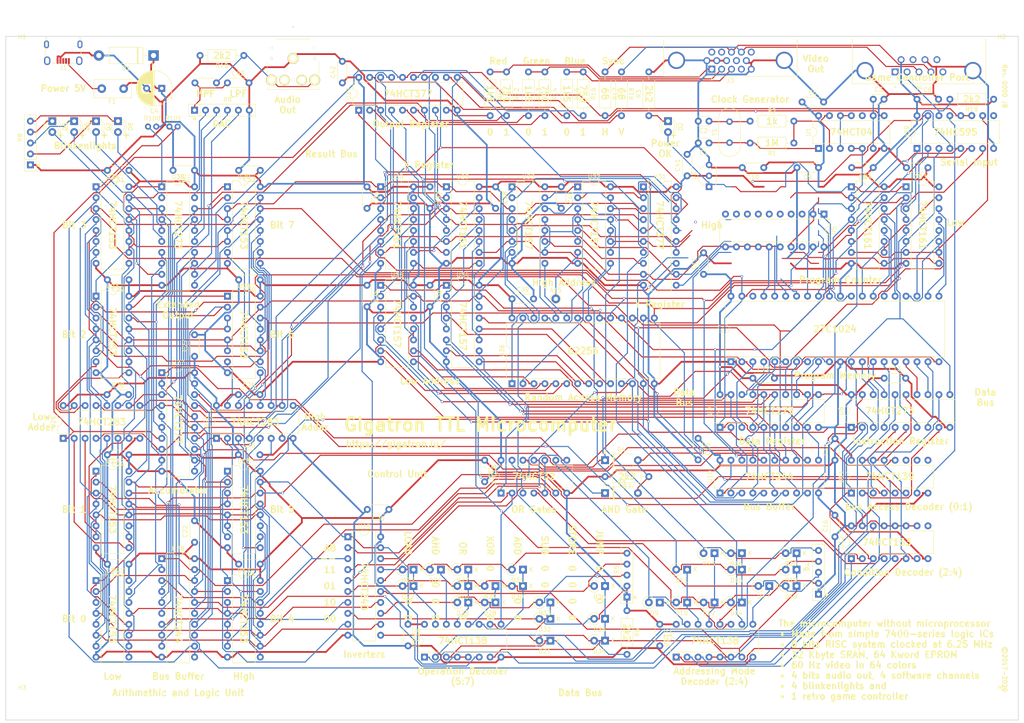
<source format=kicad_pcb>
(kicad_pcb (version 20211014) (generator pcbnew)
  (layers (0 "F.Cu" signal) (31 "B.Cu" signal) (34 "B.Paste" user) (35 "F.Paste" user) (36 "B.SilkS" user "B.Silkscreen") (37 "F.SilkS" user "F.Silkscreen") (38 "B.Mask" user) (39 "F.Mask" user) (44 "Edge.Cuts" user))
  (net 0 "")
  (net 1 "Net-(C1-Pad1)")
  (net 2 "Net-(C2-Pad1)")
  (net 3 "Net-(C3-Pad1)")
  (net 4 "CLK1")
  (net 5 "CLK2")
  (net 6 "BUS0")
  (net 7 "BUS1")
  (net 8 "BUS2")
  (net 9 "BUS3")
  (net 10 "BUS4")
  (net 11 "BUS5")
  (net 12 "BUS6")
  (net 13 "BUS7")
  (net 14 "AC0")
  (net 15 "AC1")
  (net 16 "AC2")
  (net 17 "AC3")
  (net 18 "AC4")
  (net 19 "AC5")
  (net 20 "AC6")
  (net 21 "AC7")
  (net 22 "ALU3")
  (net 23 "ALU2")
  (net 24 "ALU1")
  (net 25 "ALU0")
  (net 26 "~{AE}")
  (net 27 "Y0")
  (net 28 "Y1")
  (net 29 "Y2")
  (net 30 "Y3")
  (net 31 "Y4")
  (net 32 "Y5")
  (net 33 "Y6")
  (net 34 "/RAM/A14")
  (net 35 "/RAM/A12")
  (net 36 "/RAM/A7")
  (net 37 "/RAM/A6")
  (net 38 "/RAM/A5")
  (net 39 "/RAM/A4")
  (net 40 "/RAM/A3")
  (net 41 "/RAM/A2")
  (net 42 "/RAM/A1")
  (net 43 "/RAM/A0")
  (net 44 "/RAM/A10")
  (net 45 "/RAM/A11")
  (net 46 "/RAM/A9")
  (net 47 "/RAM/A8")
  (net 48 "/RAM/A13")
  (net 49 "D0")
  (net 50 "D1")
  (net 51 "D2")
  (net 52 "D3")
  (net 53 "X3")
  (net 54 "X2")
  (net 55 "X1")
  (net 56 "X0")
  (net 57 "D4")
  (net 58 "D5")
  (net 59 "D6")
  (net 60 "D7")
  (net 61 "X7")
  (net 62 "X6")
  (net 63 "X5")
  (net 64 "X4")
  (net 65 "/PRG/PC3")
  (net 66 "/PRG/PC2")
  (net 67 "/PRG/PC1")
  (net 68 "/PRG/PC0")
  (net 69 "/PRG/PC7")
  (net 70 "/PRG/PC6")
  (net 71 "/PRG/PC5")
  (net 72 "/PRG/PC4")
  (net 73 "ALU4")
  (net 74 "ALU5")
  (net 75 "ALU6")
  (net 76 "ALU7")
  (net 77 "Net-(U17-Pad7)")
  (net 78 "Net-(U17-Pad9)")
  (net 79 "Net-(U18-Pad9)")
  (net 80 "~{OE}")
  (net 81 "IR0")
  (net 82 "IR1")
  (net 83 "~{DE}")
  (net 84 "~{IE}")
  (net 85 "L")
  (net 86 "H")
  (net 87 "IR2")
  (net 88 "IR3")
  (net 89 "IR4")
  (net 90 "~{PL}")
  (net 91 "~{PH}")
  (net 92 "/PRG/PC11")
  (net 93 "/PRG/PC10")
  (net 94 "/PRG/PC9")
  (net 95 "/PRG/PC8")
  (net 96 "Y7")
  (net 97 "/PRG/PC15")
  (net 98 "/PRG/PC14")
  (net 99 "/PRG/PC13")
  (net 100 "/PRG/PC12")
  (net 101 "~{WE}")
  (net 102 "IR6")
  (net 103 "IR7")
  (net 104 "IR5")
  (net 105 "/PER/RED")
  (net 106 "OUT0")
  (net 107 "OUT1")
  (net 108 "/PER/GREEN")
  (net 109 "OUT2")
  (net 110 "OUT3")
  (net 111 "/PER/BLUE")
  (net 112 "OUT4")
  (net 113 "OUT5")
  (net 114 "/CU/~{J}")
  (net 115 "Net-(D7-Pad2)")
  (net 116 "Net-(D6-Pad2)")
  (net 117 "Net-(D5-Pad2)")
  (net 118 "/CU/INV_C_OUT")
  (net 119 "EL")
  (net 120 "EH")
  (net 121 "/CU/INV_A_IN")
  (net 122 "~{LD}")
  (net 123 "AR3")
  (net 124 "AR2")
  (net 125 "AR1")
  (net 126 "AR0")
  (net 127 "AL")
  (net 128 "CO")
  (net 129 "IX")
  (net 130 "~{XL}")
  (net 131 "~{YL}")
  (net 132 "~{OL}")
  (net 133 "/CU/INV_B_IN")
  (net 134 "/CU/INV_C_IN")
  (net 135 "/CU/INV_B_OUT")
  (net 136 "~{RST}")
  (net 137 "Net-(D5-Pad1)")
  (net 138 "Net-(D6-Pad1)")
  (net 139 "Net-(D7-Pad1)")
  (net 140 "Net-(R1-Pad1)")
  (net 141 "Net-(U1-Pad11)")
  (net 142 "/PCR/+5V")
  (net 143 "Net-(U24-Pad7)")
  (net 144 "/CU/~{BF}")
  (net 145 "Net-(D2-Pad1)")
  (net 146 "Net-(D8-Pad1)")
  (net 147 "Net-(D8-Pad2)")
  (net 148 "Net-(U3-Pad15)")
  (net 149 "Net-(U7-Pad3)")
  (net 150 "Net-(U7-Pad4)")
  (net 151 "Net-(U7-Pad5)")
  (net 152 "Net-(U7-Pad6)")
  (net 153 "Net-(U7-Pad7)")
  (net 154 "Net-(U7-Pad8)")
  (net 155 "Net-(U7-Pad9)")
  (net 156 "Net-(U7-Pad10)")
  (net 157 "Net-(U7-Pad12)")
  (net 158 "Net-(U7-Pad13)")
  (net 159 "Net-(U7-Pad14)")
  (net 160 "Net-(U7-Pad15)")
  (net 161 "Net-(U7-Pad16)")
  (net 162 "Net-(U7-Pad17)")
  (net 163 "Net-(U7-Pad18)")
  (net 164 "Net-(U7-Pad19)")
  (net 165 "Net-(U18-Pad7)")
  (net 166 "Net-(U19-Pad7)")
  (net 167 "Net-(U19-Pad9)")
  (net 168 "Net-(U20-Pad7)")
  (net 169 "Net-(U20-Pad9)")
  (net 170 "Net-(U21-Pad7)")
  (net 171 "Net-(U21-Pad9)")
  (net 172 "Net-(U22-Pad7)")
  (net 173 "Net-(U22-Pad9)")
  (net 174 "Net-(U23-Pad7)")
  (net 175 "Net-(U23-Pad9)")
  (net 176 "Net-(U24-Pad9)")
  (net 177 "Net-(U29-Pad15)")
  (net 178 "Net-(D9-Pad1)")
  (net 179 "Net-(D10-Pad2)")
  (net 180 "Net-(D10-Pad1)")
  (net 181 "Net-(D12-Pad1)")
  (net 182 "Net-(D14-Pad1)")
  (net 183 "Net-(D17-Pad1)")
  (net 184 "Net-(D17-Pad2)")
  (net 185 "Net-(D21-Pad2)")
  (net 186 "Net-(D22-Pad1)")
  (net 187 "Net-(D22-Pad2)")
  (net 188 "Net-(D23-Pad2)")
  (net 189 "Net-(D24-Pad1)")
  (net 190 "Net-(D25-Pad1)")
  (net 191 "Net-(D25-Pad2)")
  (net 192 "Net-(D28-Pad1)")
  (net 193 "Net-(D30-Pad1)")
  (net 194 "Net-(D32-Pad1)")
  (net 195 "Net-(D32-Pad2)")
  (net 196 "Net-(R9-Pad2)")
  (net 197 "Net-(R9-Pad3)")
  (net 198 "Net-(R9-Pad4)")
  (net 199 "Net-(R9-Pad5)")
  (net 200 "Net-(U25-Pad7)")
  (net 201 "SER_DATA")
  (net 202 "OUT7")
  (net 203 "OUT6")
  (net 204 "SER_PULSE")
  (net 205 "SER_LATCH")
  (net 206 "Net-(A15-Pad1)")
  (net 207 "Net-(C43-Pad1)")
  (net 208 "Net-(C44-Pad1)")
  (net 209 "GND")
  (net 210 "VCC")
  (net 232 "unconnected-(U4-Pad15)")
  (footprint "Capacitor_THT:C_Disc_D3.0mm_W2.0mm_P2.50mm" (layer "F.Cu") (at 182.88 48.26 180)
    (fp_text reference "C1")
    (fp_text value "47p")
  )
  (footprint "Capacitor_THT:C_Disc_D3.0mm_W2.0mm_P2.50mm" (layer "F.Cu") (at 182.88 43.18 180)
    (fp_text reference "C2")
    (fp_text value "47p")
  )
  (footprint "Capacitor_THT:C_Disc_D3.0mm_W2.0mm_P2.50mm" (layer "F.Cu") (at 220.98 38.1)
    (fp_text reference "C3")
    (fp_text value "47p")
  )
  (footprint "Resistor_THT:R_Axial_DIN0207_L6.3mm_D2.5mm_P10.16mm_Horizontal" (layer "F.Cu") (at 202.565 48.26 180)
    (fp_text reference "R1")
    (fp_text value "1M")
  )
  (footprint "Resistor_THT:R_Axial_DIN0207_L6.3mm_D2.5mm_P10.16mm_Horizontal" (layer "F.Cu") (at 192.405 43.18)
    (fp_text reference "R2")
    (fp_text value "1k")
  )
  (footprint "Crystal:Crystal_HC49-U_Vertical" (layer "F.Cu") (at 187.63 48.18 90)
    (fp_text reference "Y1")
    (fp_text value "6.25MHz/30pF")
  )
  (footprint "Fuse:Fuse_Littelfuse_395Series" (layer "F.Cu") (at 47.04 35.64 180)
    (fp_text reference "F1")
    (fp_text value "750mA/180mohms/60V")
  )
  (footprint "Connector_Dsub:DSUB-9_Female_Horizontal_P2.77x2.84mm_EdgePinOffset4.94mm_Housed_MountingHolesOffset7.48mm" (layer "F.Cu") (at 226.06 31.75 180)
    (fp_text reference "J4")
    (fp_text value "DB9_MALE_MountingHoles")
  )
  (footprint "LED_THT:LED_D3.0mm" (layer "F.Cu") (at 173.355 43.18 -90)
    (fp_text reference "D2")
    (fp_text value "LED")
  )
  (footprint "LED_THT:LED_D3.0mm" (layer "F.Cu") (at 45.72 43.18 -90)
    (fp_text reference "D8")
    (fp_text value "LED")
  )
  (footprint "LED_THT:LED_D3.0mm" (layer "F.Cu") (at 30.48 43.18 -90)
    (fp_text reference "D5")
    (fp_text value "LED")
  )
  (footprint "LED_THT:LED_D3.0mm" (layer "F.Cu") (at 35.56 43.18 -90)
    (fp_text reference "D6")
    (fp_text value "LED")
  )
  (footprint "LED_THT:LED_D3.0mm" (layer "F.Cu") (at 40.64 43.18 -90)
    (fp_text reference "D7")
    (fp_text value "LED")
  )
  (footprint "Diode_THT:D_A-405_P7.62mm_Horizontal" (layer "F.Cu") (at 158.75 129.54)
    (fp_text reference "D3")
    (fp_text value "1N60P")
  )
  (footprint "Diode_THT:D_A-405_P7.62mm_Horizontal" (layer "F.Cu") (at 158.75 121.92)
    (fp_text reference "D4")
    (fp_text value "1N60P")
  )
  (footprint "Package_TO_SOT_THT:TO-92L_Inline_Wide" (layer "F.Cu") (at 182.88 58.42 90)
    (fp_text reference "U2")
    (fp_text value "MCP100-450DI")
  )
  (footprint "Resistor_THT:R_Axial_DIN0207_L6.3mm_D2.5mm_P10.16mm_Horizontal" (layer "F.Cu") (at 168.91 41.91 90)
    (fp_text reference "R3")
    (fp_text value "2.2k")
  )
  (footprint "Resistor_THT:R_Array_SIP5" (layer "F.Cu") (at 208.28 153.035 90)
    (fp_text reference "R4")
    (fp_text value "4605X-101-222LF")
  )
  (footprint "Resistor_THT:R_Array_SIP5" (layer "F.Cu") (at 163.83 153.67 90)
    (fp_text reference "R5")
    (fp_text value "4605X-101-222LF")
  )
  (footprint "Resistor_THT:R_Axial_DIN0207_L6.3mm_D2.5mm_P10.16mm_Horizontal" (layer "F.Cu") (at 163.83 156.845 -90)
    (fp_text reference "R6")
    (fp_text value "2.2k")
  )
  (footprint "Resistor_THT:R_Axial_DIN0207_L6.3mm_D2.5mm_P10.16mm_Horizontal" (layer "F.Cu") (at 168.91 125.73 180)
    (fp_text reference "R7")
    (fp_text value "2.2k")
  )
  (footprint "Resistor_THT:R_Array_SIP5" (layer "F.Cu") (at 25.4 53.34 90)
    (fp_text reference "R8")
    (fp_text value "4605X-101-222LF")
  )
  (footprint "Resistor_THT:R_Array_SIP6" (layer "F.Cu") (at 63.5 40.64)
    (fp_text reference "R9")
    (fp_text value "R=10kohms")
  )
  (footprint "Resistor_THT:R_Axial_DIN0207_L6.3mm_D2.5mm_P10.16mm_Horizontal" (layer "F.Cu") (at 162.56 31.75 -90)
    (fp_text reference "R18")
    (fp_text value "68")
  )
  (footprint "Resistor_THT:R_Axial_DIN0207_L6.3mm_D2.5mm_P10.16mm_Horizontal" (layer "F.Cu") (at 74.93 27.94 180)
    (fp_text reference "R10")
    (fp_text value "2.2k")
  )
  (footprint "Resistor_THT:R_Axial_DIN0207_L6.3mm_D2.5mm_P10.16mm_Horizontal" (layer "F.Cu") (at 132.08 31.75 -90)
    (fp_text reference "R11")
    (fp_text value "1k5")
  )
  (footprint "Resistor_THT:R_Axial_DIN0207_L6.3mm_D2.5mm_P10.16mm_Horizontal" (layer "F.Cu") (at 135.89 31.75 -90)
    (fp_text reference "R12")
    (fp_text value "750")
  )
  (footprint "Resistor_THT:R_Axial_DIN0207_L6.3mm_D2.5mm_P10.16mm_Horizontal" (layer "F.Cu") (at 140.97 31.75 -90)
    (fp_text reference "R13")
    (fp_text value "1k5")
  )
  (footprint "Resistor_THT:R_Axial_DIN0207_L6.3mm_D2.5mm_P10.16mm_Horizontal" (layer "F.Cu") (at 144.78 31.75 -90)
    (fp_text reference "R14")
    (fp_text value "750")
  )
  (footprint "Resistor_THT:R_Axial_DIN0207_L6.3mm_D2.5mm_P10.16mm_Horizontal" (layer "F.Cu") (at 149.86 31.75 -90)
    (fp_text reference "R15")
    (fp_text value "1k5")
  )
  (footprint "Resistor_THT:R_Axial_DIN0207_L6.3mm_D2.5mm_P10.16mm_Horizontal" (layer "F.Cu") (at 153.67 31.75 -90)
    (fp_text reference "R16")
    (fp_text value "750")
  )
  (footprint "Resistor_THT:R_Axial_DIN0207_L6.3mm_D2.5mm_P10.16mm_Horizontal" (layer "F.Cu") (at 158.75 31.75 -90)
    (fp_text reference "R17")
    (fp_text value "68")
  )
  (footprint "Resistor_THT:R_Axial_DIN0207_L6.3mm_D2.5mm_P10.16mm_Horizontal" (layer "F.Cu") (at 248.92 38.1 180)
    (fp_text reference "R19")
    (fp_text value "2.2k")
  )
  (footprint "Capacitor_THT:C_Disc_D4.3mm_W1.9mm_P5.00mm" (layer "F.Cu") (at 231.14 38.1)
    (fp_text reference "C6")
    (fp_text value ".1µ")
  )
  (footprint "Capacitor_THT:CP_Radial_D8.0mm_P3.50mm" (layer "F.Cu") (at 55.88 35.56 180)
    (fp_text reference "C4")
    (fp_text value "220µ")
  )
  (footprint "Capacitor_THT:C_Disc_D4.3mm_W1.9mm_P5.00mm" (layer "F.Cu") (at 204.47 38.735)
    (fp_text reference "C5")
    (fp_text value ".1µ")
  )
  (footprint "TestPoint:TestPoint_THTPad_D2.0mm_Drill1.0mm" (layer "F.Cu") (at 147.32 84.455)
    (fp_text reference "A15")
    (fp_text value "A15")
  )
  (footprint "Capacitor_THT:C_Disc_D4.3mm_W1.9mm_P5.00mm" (layer "F.Cu") (at 233.68 53.975 180)
    (fp_text reference "C7")
    (fp_text value ".1µ")
  )
  (footprint "Capacitor_THT:C_Disc_D4.3mm_W1.9mm_P5.00mm" (layer "F.Cu") (at 220.98 53.975 180)
    (fp_text reference "C8")
    (fp_text value ".1µ")
  )
  (footprint "Capacitor_THT:C_Disc_D4.3mm_W1.9mm_P5.00mm" (layer "F.Cu") (at 208.28 53.975 180)
    (fp_text reference "C9")
    (fp_text value ".1µ")
  )
  (footprint "Capacitor_THT:C_Disc_D4.3mm_W1.9mm_P5.00mm" (layer "F.Cu") (at 195.58 53.975 180)
    (fp_text reference "C10")
    (fp_text value ".1µ")
  )
  (footprint "Capacitor_THT:C_Disc_D4.3mm_W1.9mm_P5.00mm" (layer "F.Cu") (at 181.61 78.74 90)
    (fp_text reference "C11")
    (fp_text value ".1µ")
  )
  (footprint "Capacitor_THT:C_Disc_D4.3mm_W1.9mm_P5.00mm" (layer "F.Cu") (at 193.04 102.87)
    (fp_text reference "C12")
    (fp_text value ".1µ")
  )
  (footprint "Capacitor_THT:C_Disc_D4.3mm_W1.9mm_P5.00mm" (layer "F.Cu") (at 223.52 102.87)
    (fp_text reference "C13")
    (fp_text value ".1µ")
  )
  (footprint "Capacitor_THT:C_Disc_D4.3mm_W1.9mm_P5.00mm" (layer "F.Cu") (at 212.09 121.92 90)
    (fp_text reference "C14")
    (fp_text value ".1µ")
  )
  (footprint "Capacitor_THT:C_Disc_D4.3mm_W1.9mm_P5.00mm" (layer "F.Cu") (at 180.34 116.84 -90)
    (fp_text reference "C15")
    (fp_text value ".1µ")
  )
  (footprint "Capacitor_THT:C_Disc_D4.3mm_W1.9mm_P5.00mm" (layer "F.Cu") (at 212.09 139.7 90)
    (fp_text reference "C16")
    (fp_text value ".1µ")
  )
  (footprint "Capacitor_THT:C_Disc_D4.3mm_W1.9mm_P5.00mm" (layer "F.Cu") (at 171.45 160.02 -90)
    (fp_text reference "C17")
    (fp_text value ".1µ")
  )
  (footprint "Capacitor_THT:C_Disc_D4.3mm_W1.9mm_P5.00mm" (layer "F.Cu") (at 130.81 121.92 -90)
    (fp_text reference "C18")
    (fp_text value ".1µ")
  )
  (footprint "Capacitor_THT:C_Disc_D4.3mm_W1.9mm_P5.00mm" (layer "F.Cu") (at 113.03 160.02 -90)
    (fp_text reference "C19")
    (fp_text value ".1µ")
  )
  (footprint "Capacitor_THT:C_Disc_D4.3mm_W1.9mm_P5.00mm" (layer "F.Cu") (at 108.585 133.35 180)
    (fp_text reference "C20")
    (fp_text value ".1µ")
  )
  (footprint "Capacitor_THT:C_Disc_D4.3mm_W1.9mm_P5.00mm" (layer "F.Cu") (at 78.74 146.05 180)
    (fp_text reference "C21")
    (fp_text value ".1µ")
  )
  (footprint "Capacitor_THT:C_Disc_D4.3mm_W1.9mm_P5.00mm" (layer "F.Cu") (at 63.5 140.97 90)
    (fp_text reference "C22")
    (fp_text value ".1µ")
  )
  (footprint "Capacitor_THT:C_Disc_D4.3mm_W1.9mm_P5.00mm" (layer "F.Cu") (at 48.26 146.05 180)
    (fp_text reference "C23")
    (fp_text value ".1µ")
  )
  (footprint "Capacitor_THT:C_Disc_D4.3mm_W1.9mm_P5.00mm" (layer "F.Cu") (at 48.26 120.65 180)
    (fp_text reference "C24")
    (fp_text value ".1µ")
  )
  (footprint "Capacitor_THT:C_Disc_D4.3mm_W1.9mm_P5.00mm" (layer "F.Cu") (at 73.66 120.65)
    (fp_text reference "C25")
    (fp_text value ".1µ")
  )
  (footprint "Capacitor_THT:C_Disc_D4.3mm_W1.9mm_P5.00mm" (layer "F.Cu") (at 73.66 106.68)
    (fp_text reference "C26")
    (fp_text value ".1µ")
  )
  (footprint "Capacitor_THT:C_Disc_D4.3mm_W1.9mm_P5.00mm" (layer "F.Cu") (at 63.5 97.79 90)
    (fp_text reference "C27")
    (fp_text value ".1µ")
  )
  (footprint "Capacitor_THT:C_Disc_D4.3mm_W1.9mm_P5.00mm" (layer "F.Cu") (at 43.18 106.68)
    (fp_text reference "C28")
    (fp_text value ".1µ")
  )
  (footprint "Capacitor_THT:C_Disc_D4.3mm_W1.9mm_P5.00mm" (layer "F.Cu") (at 48.26 80.01 180)
    (fp_text reference "C29")
    (fp_text value ".1µ")
  )
  (footprint "Capacitor_THT:C_Disc_D4.3mm_W1.9mm_P5.00mm" (layer "F.Cu") (at 78.74 80.01 180)
    (fp_text reference "C30")
    (fp_text value ".1µ")
  )
  (footprint "Capacitor_THT:C_Disc_D4.3mm_W1.9mm_P5.00mm" (layer "F.Cu") (at 48.26 54.61 180)
    (fp_text reference "C31")
    (fp_text value ".1µ")
  )
  (footprint "Capacitor_THT:C_Disc_D4.3mm_W1.9mm_P5.00mm" (layer "F.Cu") (at 63.5 54.61 180)
    (fp_text reference "C32")
    (fp_text value ".1µ")
  )
  (footprint "Capacitor_THT:C_Disc_D4.3mm_W1.9mm_P5.00mm" (layer "F.Cu") (at 78.74 54.61 180)
    (fp_text reference "C33")
    (fp_text value ".1µ")
  )
  (footprint "Capacitor_THT:C_Disc_D4.3mm_W1.9mm_P5.00mm" (layer "F.Cu") (at 103.505 58.42 -90)
    (fp_text reference "C34")
    (fp_text value ".1µ")
  )
  (footprint "Capacitor_THT:C_Disc_D4.3mm_W1.9mm_P5.00mm" (layer "F.Cu") (at 103.505 81.28 -90)
    (fp_text reference "C35")
    (fp_text value ".1µ")
  )
  (footprint "Capacitor_THT:C_Disc_D4.3mm_W1.9mm_P5.00mm" (layer "F.Cu") (at 118.11 81.28 -90)
    (fp_text reference "C36")
    (fp_text value ".1µ")
  )
  (footprint "Capacitor_THT:C_Disc_D4.3mm_W1.9mm_P5.00mm" (layer "F.Cu") (at 118.11 58.42 -90)
    (fp_text reference "C37")
    (fp_text value ".1µ")
  )
  (footprint "Capacitor_THT:C_Disc_D4.3mm_W1.9mm_P5.00mm" (layer "F.Cu") (at 133.35 58.42 -90)
    (fp_text reference "C38")
    (fp_text value ".1µ")
  )
  (footprint "Capacitor_THT:C_Disc_D4.3mm_W1.9mm_P5.00mm" (layer "F.Cu") (at 137.16 84.455)
    (fp_text reference "C39")
    (fp_text value ".1µ")
  )
  (footprint "Capacitor_THT:C_Disc_D4.3mm_W1.9mm_P5.00mm" (layer "F.Cu") (at 148.59 58.42 -90)
    (fp_text reference "C40")
    (fp_text value ".1µ")
  )
  (footprint "Capacitor_THT:C_Disc_D4.3mm_W1.9mm_P5.00mm" (layer "F.Cu") (at 177.8 55.88 90)
    (fp_text reference "C41")
    (fp_text value ".1µ")
  )
  (footprint "Capacitor_THT:C_Disc_D4.3mm_W1.9mm_P5.00mm" (layer "F.Cu") (at 97.79 34.29 90)
    (fp_text reference "C42")
    (fp_text value ".1µ")
  )
  (footprint "Capacitor_THT:C_Disc_D4.3mm_W1.9mm_P5.00mm" (layer "F.Cu") (at 71.12 34.29)
    (fp_text reference "C43")
    (fp_text value "0.1µ")
  )
  (footprint "Capacitor_THT:C_Disc_D4.3mm_W1.9mm_P5.00mm" (layer "F.Cu") (at 68.58 34.29 180)
    (fp_text reference "C44")
    (fp_text value "0.1µ")
  )
  (footprint "Connector_USB:USB_Micro-B_Wuerth_629105150521" (layer "F.Cu") (at 33.02 27.305 180)
    (fp_text reference "J1")
    (fp_text value "54819-0519")
  )
  (footprint "Connector_Dsub:DSUB-15-HD_Female_Horizontal_P2.29x1.98mm_EdgePinOffset3.03mm_Housed_MountingHolesOffset4.94mm" (layer "F.Cu") (at 183.515 31.115 180)
    (fp_text reference "J3")
    (fp_text value "DB15_FEMALE_HighDensity_MountingHoles")
  )
  (footprint "SamacSys_Parts_l:SJ13523N" (layer "F.Cu") (at 86.36 24.13 -90)
    (fp_text reference "J2")
    (fp_text value "CONN-JACK-STEREO-R/A-3PIN-3.5MM" hide)
  )
  (footprint "Package_DIP:DIP-16_W7.62mm" (layer "F.Cu") (at 71.12 149.86)
    (fp_text reference "U17")
    (fp_text value "74HCT153")
  )
  (footprint "Package_DIP:DIP-16_W7.62mm" (layer "F.Cu") (at 71.12 124.46)
    (fp_text reference "U18")
    (fp_text value "74HCT153")
  )
  (footprint "Package_DIP:DIP-16_W7.62mm" (layer "F.Cu") (at 71.12 83.82)
    (fp_text reference "U19")
    (fp_text value "74HCT153")
  )
  (footprint "Package_DIP:DIP-16_W7.62mm" (layer "F.Cu") (at 71.12 58.42)
    (fp_text reference "U20")
    (fp_text value "74HCT153")
  )
  (footprint "Package_DIP:DIP-16_W7.62mm" (layer "F.Cu") (at 40.64 149.86)
    (fp_text reference "U21")
    (fp_text value "74HCT153")
  )
  (footprint "Package_DIP:DIP-16_W7.62mm" (layer "F.Cu") (at 40.64 124.46)
    (fp_text reference "U22")
    (fp_text value "74HCT153")
  )
  (footprint "Package_DIP:DIP-16_W7.62mm" (layer "F.Cu") (at 40.64 83.82)
    (fp_text reference "U23")
    (fp_text value "74HCT153")
  )
  (footprint "Package_DIP:DIP-16_W7.62mm" (layer "F.Cu") (at 40.64 58.42)
    (fp_text reference "U24")
    (fp_text value "74HCT153")
  )
  (footprint "Package_DIP:DIP-16_W7.62mm" (layer "F.Cu") (at 68.58 116.84 90)
    (fp_text reference "U25")
    (fp_text value "74HCT283")
  )
  (footprint "Package_DIP:DIP-16_W7.62mm" (layer "F.Cu") (at 33.02 116.84 90)
    (fp_text reference "U26")
    (fp_text value "74HCT283")
  )
  (footprint "Package_DIP:DIP-16_W7.62mm" (layer "F.Cu") (at 215.9 129.54 90)
    (fp_text reference "U11")
    (fp_text value "74HCT139")
  )
  (footprint "Package_DIP:DIP-16_W7.62mm" (layer "F.Cu") (at 215.9 144.78 90)
    (fp_text reference "U12")
    (fp_text value "74HCT153")
  )
  (footprint "Package_DIP:DIP-16_W7.62mm" (layer "F.Cu") (at 175.26 167.64 90)
    (fp_text reference "U13")
    (fp_text value "74HCT138")
  )
  (footprint "Package_DIP:DIP-16_W7.62mm" (layer "F.Cu") (at 116.84 167.64 90)
    (fp_text reference "U14")
    (fp_text value "74HCT138")
  )
  (footprint "Package_DIP:DIP-16_W7.62mm" (layer "F.Cu") (at 121.92 58.42)
    (fp_text reference "U29")
    (fp_text value "74HCT161")
  )
  (footprint "Package_DIP:DIP-16_W7.62mm" (layer "F.Cu") (at 106.68 58.42)
    (fp_text reference "U30")
    (fp_text value "74HCT161")
  )
  (footprint "Package_DIP:DIP-16_W7.62mm" (layer "F.Cu") (at 121.92 81.28)
    (fp_text reference "U34")
    (fp_text value "74HCT157")
  )
  (footprint "Package_DIP:DIP-16_W7.62mm" (layer "F.Cu") (at 106.68 81.28)
    (fp_text reference "U35")
    (fp_text value "74HCT157")
  )
  (footprint "Package_DIP:DIP-16_W7.62mm" (layer "F.Cu") (at 152.4 58.42)
    (fp_text reference "U32")
    (fp_text value "74HCT157")
  )
  (footprint "Package_DIP:DIP-16_W7.62mm" (layer "F.Cu") (at 137.16 58.42)
    (fp_text reference "U33")
    (fp_text value "74HCT157")
  )
  (footprint "Package_DIP:DIP-16_W7.62mm" (layer "F.Cu") (at 228.6 58.42)
    (fp_text reference "U3")
    (fp_text value "74HCT161")
  )
  (footprint "Package_DIP:DIP-16_W7.62mm" (layer "F.Cu") (at 215.9 58.42)
    (fp_text reference "U4")
    (fp_text value "74HCT161")
  )
  (footprint "Package_DIP:DIP-16_W7.62mm" (layer "F.Cu") (at 231.14 49.53 90)
    (fp_text reference "U39")
    (fp_text value "74HC595")
  )
  (footprint "Package_DIP:DIP-28_W15.24mm" (layer "F.Cu") (at 137.16 104.14 90)
    (fp_text reference "U36")
    (fp_text value "HM62256BLP-7")
  )
  (footprint "Package_DIP:DIP-40_W15.24mm" (layer "F.Cu") (at 187.96 99.06 90)
    (fp_text reference "U7")
    (fp_text value "27C1024")
  )
  (footprint "Package_DIP:DIP-14_W7.62mm" (layer "F.Cu") (at 208.28 49.53 90)
    (fp_text reference "U1")
    (fp_text value "74HCT04")
  )
  (footprint "Package_DIP:DIP-14_W7.62mm" (layer "F.Cu") (at 134.62 129.54 90)
    (fp_text reference "U16")
    (fp_text value "74HCT32")
  )
  (footprint "Package_DIP:DIP-20_W7.62mm" (layer "F.Cu") (at 215.9 114.3 90)
    (fp_text reference "U8")
    (fp_text value "74HCT273")
  )
  (footprint "Package_DIP:DIP-20_W7.62mm" (layer "F.Cu") (at 185.42 114.3 90)
    (fp_text reference "U9")
    (fp_text value "74HCT273")
  )
  (footprint "Package_DIP:DIP-20_W7.62mm" (layer "F.Cu") (at 185.42 129.54 90)
    (fp_text reference "U10")
    (fp_text value "74HCT244")
  )
  (footprint "Package_DIP:DIP-20_W7.62mm" (layer "F.Cu") (at 99.06 139.7)
    (fp_text reference "U15")
    (fp_text value "74HCT240")
  )
  (footprint "Package_DIP:DIP-20_W7.62mm" (layer "F.Cu") (at 55.88 144.78)
    (fp_text reference "U28")
    (fp_text value "74HCT244")
  )
  (footprint "Package_DIP:DIP-20_W7.62mm" (layer "F.Cu") (at 55.88 101.6)
    (fp_text reference "U27")
    (fp_text value "74HCT377")
  )
  (footprint "Package_DIP:DIP-20_W7.62mm" (layer "F.Cu") (at 55.88 58.42)
    (fp_text reference "U38")
    (fp_text value "74HCT273")
  )
  (footprint "Package_DIP:DIP-20_W7.62mm" (layer "F.Cu") (at 167.64 58.42)
    (fp_text reference "U31")
    (fp_text value "74HCT377")
  )
  (footprint "Package_DIP:DIP-20_W7.62mm" (layer "F.Cu") (at 101.6 40.64 90)
    (fp_text reference "U37")
    (fp_text value "74HCT377")
  )
  (footprint "Diode_THT:D_DO-15_P12.70mm_Horizontal" (layer "F.Cu") (at 53.975 27.94 180)
    (fp_text reference "D1")
    (fp_text value "5.6V/5W")
  )
  (footprint "Diode_THT:D_A-405_P2.54mm_Vertical_KathodeUp" (layer "F.Cu") (at 114.3 147.32 180)
    (fp_text reference "D23")
    (fp_text value "1N60P")
  )
  (footprint "Diode_THT:D_A-405_P2.54mm_Vertical_KathodeUp" (layer "F.Cu") (at 114.3 151.13 180)
    (fp_text reference "D22")
    (fp_text value "1N60P")
  )
  (footprint "Diode_THT:D_A-405_P2.54mm_Vertical_KathodeUp" (layer "F.Cu") (at 120.65 147.32 180)
    (fp_text reference "D24")
    (fp_text value "1N60P")
  )
  (footprint "Diode_THT:D_A-405_P2.54mm_Vertical_KathodeUp" (layer "F.Cu") (at 127 154.94 180)
    (fp_text reference "D25")
    (fp_text value "1N60P")
  )
  (footprint "Diode_THT:D_A-405_P2.54mm_Vertical_KathodeUp" (layer "F.Cu") (at 127 151.13 180)
    (fp_text reference "D26")
    (fp_text value "1N60P")
  )
  (footprint "Diode_THT:D_A-405_P2.54mm_Vertical_KathodeUp" (layer "F.Cu") (at 127 147.32 180)
    (fp_text reference "D27")
    (fp_text value "1N60P")
  )
  (footprint "Diode_THT:D_A-405_P2.54mm_Vertical_KathodeUp" (layer "F.Cu") (at 133.35 154.94 180)
    (fp_text reference "D28")
    (fp_text value "1N60P")
  )
  (footprint "Diode_THT:D_A-405_P2.54mm_Vertical_KathodeUp" (layer "F.Cu") (at 133.35 151.13 180)
    (fp_text reference "D29")
    (fp_text value "1N60P")
  )
  (footprint "Diode_THT:D_A-405_P2.54mm_Vertical_KathodeUp" (layer "F.Cu") (at 139.7 151.13 180)
    (fp_text reference "D30")
    (fp_text value "1N60P")
  )
  (footprint "Diode_THT:D_A-405_P2.54mm_Vertical_KathodeUp" (layer "F.Cu") (at 139.7 147.32 180)
    (fp_text reference "D31")
    (fp_text value "1N60P")
  )
  (footprint "Diode_THT:D_A-405_P2.54mm_Vertical_KathodeUp" (layer "F.Cu") (at 146.05 163.83 180)
    (fp_text reference "D21")
    (fp_text value "1N60P")
  )
  (footprint "Diode_THT:D_A-405_P2.54mm_Vertical_KathodeUp" (layer "F.Cu") (at 146.05 158.75 180)
    (fp_text reference "D32")
    (fp_text value "1N60P")
  )
  (footprint "Diode_THT:D_A-405_P2.54mm_Vertical_KathodeUp" (layer "F.Cu") (at 146.05 154.94 180)
    (fp_text reference "D33")
    (fp_text value "1N60P")
  )
  (footprint "Diode_THT:D_A-405_P2.54mm_Vertical_KathodeUp" (layer "F.Cu") (at 158.75 163.83 180)
    (fp_text reference "D34")
    (fp_text value "1N60P")
  )
  (footprint "Diode_THT:D_A-405_P2.54mm_Vertical_KathodeUp" (layer "F.Cu") (at 158.75 158.75 180)
    (fp_text reference "D35")
    (fp_text value "1N60P")
  )
  (footprint "Diode_THT:D_A-405_P2.54mm_Vertical_KathodeUp" (layer "F.Cu") (at 158.75 151.13 180)
    (fp_text reference "D36")
    (fp_text value "1N60P")
  )
  (footprint "Diode_THT:D_A-405_P2.54mm_Vertical_KathodeUp" (layer "F.Cu") (at 171.45 154.94 180)
    (fp_text reference "D9")
    (fp_text value "1N60P")
  )
  (footprint "Diode_THT:D_A-405_P2.54mm_Vertical_KathodeUp" (layer "F.Cu") (at 177.8 154.94 180)
    (fp_text reference "D10")
    (fp_text value "1N60P")
  )
  (footprint "Diode_THT:D_A-405_P2.54mm_Vertical_KathodeUp" (layer "F.Cu") (at 177.8 147.32 180)
    (fp_text reference "D11")
    (fp_text value "1N60P")
  )
  (footprint "Diode_THT:D_A-405_P2.54mm_Vertical_KathodeUp" (layer "F.Cu") (at 184.15 154.94 180)
    (fp_text reference "D12")
    (fp_text value "1N60P")
  )
  (footprint "Diode_THT:D_A-405_P2.54mm_Vertical_KathodeUp" (layer "F.Cu") (at 184.15 143.51 180)
    (fp_text reference "D13")
    (fp_text value "1N60P")
  )
  (footprint "Diode_THT:D_A-405_P2.54mm_Vertical_KathodeUp" (layer "F.Cu") (at 190.5 147.32 180)
    (fp_text reference "D15")
    (fp_text value "1N60P")
  )
  (footprint "Diode_THT:D_A-405_P2.54mm_Vertical_KathodeUp" (layer "F.Cu") (at 190.5 143.51 180)
    (fp_text reference "D16")
    (fp_text value "1N60P")
  )
  (footprint "Diode_THT:D_A-405_P2.54mm_Vertical_KathodeUp" (layer "F.Cu") (at 196.85 151.13 180)
    (fp_text reference "D17")
    (fp_text value "1N60P")
  )
  (footprint "Diode_THT:D_A-405_P2.54mm_Vertical_KathodeUp" (layer "F.Cu") (at 203.2 151.13 180)
    (fp_text reference "D18")
    (fp_text value "1N60P")
  )
  (footprint "Diode_THT:D_A-405_P2.54mm_Vertical_KathodeUp" (layer "F.Cu") (at 203.2 147.32 180)
    (fp_text reference "D19")
    (fp_text value "1N60P")
  )
  (footprint "Diode_THT:D_A-405_P2.54mm_Vertical_KathodeUp" (layer "F.Cu") (at 203.2 143.51 180)
    (fp_text reference "D20")
    (fp_text value "1N60P")
  )
  (footprint "Diode_THT:D_A-405_P2.54mm_Vertical_KathodeUp" (layer "F.Cu") (at 190.5 154.94 180)
    (fp_text reference "D14")
    (fp_text value "1N60P")
  )
  (footprint "Resistor_THT:R_Axial_DIN0204_L3.6mm_D1.6mm_P1.90mm_Vertical" (layer "F.Cu") (at 52.705 44.45)
    (fp_text reference "R100")
    (fp_text value "1K")
  )
  (footprint "Resistor_THT:R_Axial_DIN0204_L3.6mm_D1.6mm_P1.90mm_Vertical" (layer "F.Cu") (at 57.665 44.45)
    (fp_text reference "R101")
    (fp_text value "1K")
  )
  (footprint "MountingHole:MountingHole_2.7mm_M2.5" (layer "F.Cu") (at 23.495 27.305)
    (fp_text reference "H1")
    (fp_text value "MountingHole")
  )
  (footprint "MountingHole:MountingHole_2.7mm_M2.5" (layer "F.Cu") (at 250.825 27.305)
    (fp_text reference "H2")
    (fp_text value "MountingHole")
  )
  (footprint "MountingHole:MountingHole_2.7mm_M2.5" (layer "F.Cu") (at 23.495 178.435)
    (fp_text reference "H3")
    (fp_text value "MountingHole")
  )
  (footprint "MountingHole:MountingHole_2.7mm_M2.5" (layer "F.Cu") (at 250.825 178.435)
    (fp_text reference "H4")
    (fp_text value "MountingHole")
  )
  (footprint "Package_DIP:DIP-20_W7.62mm" (layer "F.Cu") (at 209.55 64.77 -90)
    (fp_text reference "U5")
    (fp_text value "74HCT273")
  )
  (gr_line (start 21.59 23.495) (end 254.635 23.495) (layer "Edge.Cuts") (width 0.15))
  (gr_line (start 254.635 23.495) (end 254.635 182.245) (layer "Edge.Cuts") (width 0.15))
  (gr_line (start 19.685 182.245) (end 19.685 23.495) (layer "Edge.Cuts") (width 0.15))
  (gr_line (start 254.635 182.245) (end 19.685 182.245) (layer "Edge.Cuts") (width 0.15))
  (gr_line (start 19.685 23.495) (end 21.59 23.495) (layer "Edge.Cuts") (width 0.15))
  (gr_text "Blue" (at 151.765 29.21) (layer "F.SilkS") (effects (font (size 1.5 1.5) (thickness 0.3))))
  (gr_text "Clock Generator" (at 192.405 38.1) (layer "F.SilkS") (effects (font (size 1.5 1.5) (thickness 0.3))))
  (gr_text "0" (at 119.38 159.385 270) (layer "F.SilkS") (effects (font (size 1.5 1.5) (thickness 0.3)) (justify right)))
  (gr_text "62256" (at 153.67 96.52) (layer "F.SilkS") (effects (font (size 1.5 1.5) (thickness 0.3))))
  (gr_text "LPF" (at 73.66 36.83) (layer "F.SilkS") (effects (font (size 1.5 1.5) (thickness 0.3))))
  (gr_text "Power\nOK" (at 172.72 49.53) (layer "F.SilkS") (effects (font (size 1.5 1.5) (thickness 0.3))))
  (gr_text "74HCT32" (at 142.24 125.73) (layer "F.SilkS") (effects (font (size 1.5 1.5) (thickness 0.3))))
  (gr_text "74HCT153" (at 74.93 133.35 270) (layer "F.SilkS") (effects (font (size 1.5 1.5) (thickness 0.3))))
  (gr_text "Data\nBus" (at 177.165 107.315) (layer "F.SilkS") (effects (font (size 1.5 1.5) (thickness 0.3))))
  (gr_text "Low" (at 44.45 172.085) (layer "F.SilkS") (effects (font (size 1.5 1.5) (thickness 0.3))))
  (gr_text "Bit 0" (at 35.56 158.75) (layer "F.SilkS") (effects (font (size 1.5 1.5) (thickness 0.3))))
  (gr_text "Low\nAdder" (at 27.94 113.03) (layer "F.SilkS") (effects (font (size 1.5 1.5) (thickness 0.3))))
  (gr_text "0" (at 132.08 45.72) (layer "F.SilkS") (effects (font (size 1.5 1.5) (thickness 0.3))))
  (gr_text "Data\nBus" (at 247.015 107.315) (layer "F.SilkS") (effects (font (size 1.5 1.5) (thickness 0.3))))
  (gr_text "74HCT273" (at 196.85 110.49) (layer "F.SilkS") (effects (font (size 1.5 1.5) (thickness 0.3))))
  (gr_text "Control Unit" (at 110.49 125.095) (layer "F.SilkS") (effects (font (size 1.5 1.5) (thickness 0.3))))
  (gr_text "74HCT283" (at 77.47 113.03) (layer "F.SilkS") (effects (font (size 1.5 1.5) (thickness 0.3))))
  (gr_text "Bit 5" (at 83.82 133.35) (layer "F.SilkS") (effects (font (size 1.5 1.5) (thickness 0.3))))
  (gr_text "Output Register" (at 113.665 43.815) (layer "F.SilkS") (effects (font (size 1.5 1.5) (thickness 0.3))))
  (gr_text "0" (at 138.43 155.575 270) (layer "F.SilkS") (effects (font (size 1.5 1.5) (thickness 0.3)) (justify right)))
  (gr_text "2k2" (at 163.83 125.73) (layer "F.SilkS") (effects (font (size 1.5 1.5) (thickness 0.3))))
  (gr_text "AND" (at 119.38 144.145 270) (layer "F.SilkS") (effects (font (size 1.5 1.5) (thickness 0.3)) (justify right)))
  (gr_text "Y Register" (at 171.45 85.725) (layer "F.SilkS") (effects (font (size 1.5 1.5) (thickness 0.3))))
  (gr_text "Green" (at 142.875 29.21) (layer "F.SilkS") (effects (font (size 1.5 1.5) (thickness 0.3))))
  (gr_text "0" (at 151.13 159.385 270) (layer "F.SilkS") (effects (font (size 1.5 1.5) (thickness 0.3)) (justify right)))
  (gr_text "XOR" (at 132.08 144.145 270) (layer "F.SilkS") (effects (font (size 1.5 1.5) (thickness 0.3)) (justify right)))
  (gr_text "Bit 7" (at 83.82 67.31) (layer "F.SilkS") (effects (font (size 1.5 1.5) (thickness 0.3))))
  (gr_text "74HCT157" (at 125.73 90.805 270) (layer "F.SilkS") (effects (font (size 1.5 1.5) (thickness 0.3))))
  (gr_text "74HCT161" (at 110.49 67.31 270) (layer "F.SilkS") (effects (font (size 1.5 1.5) (thickness 0.3))))
  (gr_text "74HCT161" (at 219.71 67.31 270) (layer "F.SilkS") (effects (font (size 1.5 1.5) (thickness 0.3))))
  (gr_text "X Register" (at 111.76 53.34) (layer "F.SilkS") (effects (font (size 1.5 1.5) (thickness 0.3)) (justify left)))
  (gr_text "1k5" (at 132.08 36.83 270) (layer "F.SilkS") (effects (font (size 1.5 1.5) (thickness 0.3))))
  (gr_text "LOAD" (at 113.03 144.145 270) (layer "F.SilkS") (effects (font (size 1.5 1.5) (thickness 0.3)) (justify right)))
  (gr_text "0" (at 144.78 147.955 270) (layer "F.SilkS") (effects (font (size 1.5 1.5) (thickness 0.3)) (justify right)))
  (gr_text "Bit 6" (at 83.82 92.71) (layer "F.SilkS") (effects (font (size 1.5 1.5) (thickness 0.3))))
  (gr_text "The microcomputer without microprocessor\n• Made from simple 7400-series logic ICs\n• 8 bits RISC system clocked at 6.25 MHz\n• 32 Kbyte SRAM, 64 Kword EPROM\n• 60 Hz video in 64 colors\n• 4 bits audio out, 4 software channels\n• 4 blinkenlights and\n• 1 retro game controller\n" (at 198.755 168.275) (layer "F.SilkS") (effects (font (size 1.5 1.5) (thickness 0.3)) (justify left)))
  (gr_text "Serial Input" (at 243.205 52.705) (layer "F.SilkS") (effects (font (size 1.5 1.5) (thickness 0.3))))
  (gr_text "0" (at 140.97 45.72) (layer "F.SilkS") (effects (font (size 1.5 1.5) (thickness 0.3))))
  (gr_text "+" (at 42.545 46.355) (layer "F.SilkS") (effects (font (size 1.5 1.5) (thickness 0.3))))
  (gr_text "2k2" (at 168.91 36.83 270) (layer "F.SilkS") (effects (font (size 1.5 1.5) (thickness 0.3))))
  (gr_text "High Address" (at 149.225 80.645) (layer "F.SilkS") (effects (font (size 1.5 1.5) (thickness 0.3))))
  (gr_text "74HCT153" (at 74.93 67.31 270) (layer "F.SilkS") (effects (font (size 1.5 1.5) (thickness 0.3))))
  (gr_text "https://gigatron.io/" (at 98.425 118.11) (layer "F.SilkS") (effects (font (size 1.5 1.5) (thickness 0.3)) (justify left)))
  (gr_text "Program Memory" (at 212.09 102.235) (layer "F.SilkS") (effects (font (size 1.5 1.5) (thickness 0.3))))
  (gr_text "2k2" (at 163.83 161.925 270) (layer "F.SilkS") (effects (font (size 1.5 1.5) (thickness 0.3))))
  (gr_text "Data Bus" (at 153.035 175.895) (layer "F.SilkS") (effects (font (size 1.5 1.5) (thickness 0.3))))
  (gr_text "0" (at 157.48 155.575 270) (layer "F.SilkS") (effects (font (size 1.5 1.5) (thickness 0.3)) (justify right)))
  (gr_text "SUB" (at 144.78 144.145 270) (layer "F.SilkS") (effects (font (size 1.5 1.5) (thickness 0.3)) (justify right)))
  (gr_text "Condition Decoder (2:4)" (at 227.965 147.955) (layer "F.SilkS") (effects (font (size 1.5 1.5) (thickness 0.3))))
  (gr_text "0" (at 132.08 159.385 270) (layer "F.SilkS") (effects (font (size 1.5 1.5) (thickness 0.3)) (justify right)))
  (gr_text "74HCT153" (at 74.93 158.75 270) (layer "F.SilkS") (effects (font (size 1.5 1.5) (thickness 0.3))))
  (gr_text "1k" (at 197.485 43.18) (layer "F.SilkS") (effects (font (size 1.5 1.5) (thickness 0.3))))
  (gr_text "Bit 3" (at 35.56 67.31) (layer "F.SilkS") (effects (font (size 1.5 1.5) (thickness 0.3))))
  (gr_text "74HCT138" (at 184.15 163.83) (layer "F.SilkS") (effects (font (size 1.5 1.5) (thickness 0.3))))
  (gr_text "Data Register\n" (at 197.485 117.475) (layer "F.SilkS") (effects (font (size 1.5 1.5) (thickness 0.3))))
  (gr_text "ADD" (at 138.43 144.145 270) (layer "F.SilkS") (effects (font (size 1.5 1.5) (thickness 0.3)) (justify right)))
  (gr_text "Blinkenlights" (at 38.1 48.895) (layer "F.SilkS") (effects (font (size 1.5 1.5) (thickness 0.3))))
  (gr_text "•" (at 210.185 153.035) (layer "F.SilkS") (effects (font (size 1.5 1.5) (thickness 0.3))))
  (gr_text "Bit 2" (at 35.56 92.71) (layer "F.SilkS") (effects (font (size 1.5 1.5) (thickness 0.3))))
  (gr_text "750" (at 135.89 36.83 270) (layer "F.SilkS") (effects (font (size 1.5 1.5) (thickness 0.3))))
  (gr_text "74HCT138" (at 125.73 163.83) (layer "F.SilkS") (effects (font (size 1.5 1.5) (thickness 0.3))))
  (gr_text "74HCT157" (at 156.21 67.31 270) (layer "F.SilkS") (effects (font (size 1.5 1.5) (thickness 0.3))))
  (gr_text "•" (at 63.5 42.545) (layer "F.SilkS") (effects (font (size 1.5 1.5) (thickness 0.3))))
  (gr_text "OR" (at 125.73 144.145 270) (layer "F.SilkS") (effects (font (size 1.5 1.5) (thickness 0.3)) (justify right)))
  (gr_text "74HCT153" (at 44.45 133.35 270) (layer "F.SilkS") (effects (font (size 1.5 1.5) (thickness 0.3))))
  (gr_text "0" (at 113.03 155.575 270) (layer "F.SilkS") (effects (font (size 1.5 1.5) (thickness 0.3)) (justify right)))
  (gr_text "Rev. 0000 JB" (at 251.46 29.845 270) (layer "F.SilkS") (effects (font (size 1 1) (thickness 0.2)) (justify left)))
  (gr_text "10" (at 96.52 154.94) (layer "F.SilkS") (effects (font (size 1.5 1.5) (thickness 0.3)) (justify right)))
  (gr_text "©2017-2020" (at 251.46 175.895 270) (layer "F.SilkS") (effects (font (size 1 1) (thickness 0.2)) (justify right)))
  (gr_text "74HCT244" (at 196.85 125.73) (layer "F.SilkS") (effects (font (size 1.5 1.5) (thickness 0.3))))
  (gr_text "Sync" (at 160.655 29.21) (layer "F.SilkS") (effects (font (size 1.5 1.5) (thickness 0.3))))
  (gr_text "AB\n--" (at 96.52 143.51) (layer "F.SilkS") (effects (font (size 1.5 1.5) (thickness 0.3)) (justify right)))
  (gr_text "74HC595" (at 240.03 45.72) (layer "F.SilkS") (effects (font (size 1.5 1.5) (thickness 0.3))))
  (gr_text "Low Address" (at 118.11 103.505) (layer "F.SilkS") (effects (font (size 1.5 1.5) (thickness 0.3))))
  (gr_text "00" (at 96.52 158.75) (layer "F.SilkS") (effects (font (size 1.5 1.5) (thickness 0.3)) (justify right)))
  (gr_text "1k5" (at 149.86 36.83 270) (layer "F.SilkS") (effects (font (size 1.5 1.5) (thickness 0.3))))
  (gr_text "Game Controller Port" (at 231.14 33.02) (layer "F.SilkS") (effects (font (size 1.5 1.5) (thickness 0.3))))
  (gr_text "74HCT161" (at 125.73 67.31 270) (layer "F.SilkS") (effects (font (size 1.5 1.5) (thickness 0.3))))
  (gr_text "74HCT377" (at 171.45 67.31 270) (layer "F.SilkS") (effects (font (size 1.5 1.5) (thickness 0.3))))
  (gr_text "0" (at 151.13 151.765 270) (layer "F.SilkS") (effects (font (size 1.5 1.5) (thickness 0.3)) (justify right)))
  (gr_text "Bus Buffer" (at 196.85 132.715) (layer "F.SilkS") (effects (font (size 1.5 1.5) (thickness 0.3))))
  (gr_text "Inverters" (at 102.87 167.005) (layer "F.SilkS") (effects (font (size 1.5 1.5) (thickness 0.3))))
  (gr_text "1" (at 153.67 45.72) (layer "F.SilkS") (effects (font (size 1.5 1.5) (thickness 0.3))))
  (gr_text "Arithmethic and Logic Unit" (at 59.69 175.895) (layer "F.SilkS") (effects (font (size 1.5 1.5) (thickness 0.3))))
  (gr_text "0" (at 151.13 155.575 270) (layer "F.SilkS") (effects (font (size 1.5 1.5) (thickness 0.3)) (justify right)))
  (gr_text "Operation Decoder\n(5:7)" (at 125.73 172.085) (layer "F.SilkS") (effects (font (size 1.5 1.5) (thickness 0.3))))
  (gr_text "JUMP" (at 157.48 144.145 270) (layer "F.SilkS") (effects (font (size 1.5 1.5) (thickness 0.3)) (justify right)))
  (gr_text "H" (at 158.75 45.72) (layer "F.SilkS") (effects (font (size 1.5 1.5) (thickness 0.3))))
  (gr_text "Red" (at 133.985 29.21) (layer "F.SilkS") (effects (font (size 1.5 1.5) (thickness 0.3))))
  (gr_text "+" (at 37.465 46.355) (layer "F.SilkS") (effects (font (size 1.5 1.5) (thickness 0.3))))
  (gr_text "0" (at 119.38 155.575 270) (layer "F.SilkS") (effects (font (size 1.5 1.5) (thickness 0.3)) (justify right)))
  (gr_text "74HCT04" (at 215.9 45.72) (layer "F.SilkS") (effects (font (size 1.5 1.5) (thickness 0.3))))
  (gr_text "1k5" (at 140.97 36.83 270) (layer "F.SilkS") (effects (font (size 1.5 1.5) (thickness 0.3))))
  (gr_text "1M" (at 197.485 48.26) (layer "F.SilkS") (effects (font (size 1.5 1.5) (thickness 0.3))))
  (gr_text "Bus Access Decoder (0:1)" (at 229.235 132.715) (layer "F.SilkS") (effects (font (size 1.5 1.5) (thickness 0.3))))
  (gr_text "Bit 4" (at 83.82 158.75) (layer "F.SilkS") (effects (font (size 1.5 1.5) (thickness 0.3))))
  (gr_text "74HCT139" (at 224.79 125.73) (layer "F.SilkS") (effects (font (size 1.5 1.5) (thickness 0.3))))
  (gr_text "74HCT153" (at 224.155 140.97) (layer "F.SilkS") (effects (font (size 1.5 1.5) (thickness 0.3))))
  (gr_text "0" (at 132.08 147.955 270) (layer "F.SilkS") (effects (font (size 1.5 1.5) (thickness 0.3)) (justify right)))
  (gr_text "Audio\nOut" (at 85.09 39.37) (layer "F.SilkS") (effects (font (size 1.5 1.5) (thickness 0.3))))
  (gr_text "OR Gates" (at 142.24 133.35) (layer "F.SilkS") (effects (font (size 1.5 1.5) (thickness 0.3))))
  (gr_text "High" (at 74.93 172.085) (layer "F.SilkS") (effects (font (size 1.5 1.5) (thickness 0.3))))
  (gr_text "High" (at 183.515 67.31) (layer "F.SilkS") (effects (font (size 1.5 1.5) (thickness 0.3))))
  (gr_text "74HCT244" (at 59.69 158.75 270) (layer "F.SilkS") (effects (font (size 1.5 1.5) (thickness 0.3))))
  (gr_text "DAC" (at 69.85 43.815) (layer "F.SilkS") (effects (font (size 1.5 1.5) (thickness 0.3))))
  (gr_text "74HCT283" (at 41.91 113.03) (layer "F.SilkS") (effects (font (size 1.5 1.5) (thickness 0.3))))
  (gr_text "0" (at 151.13 147.955 270) (layer "F.SilkS") (effects (font (size 1.5 1.5) (thickness 0.3)) (justify right)))
  (gr_text "01" (at 96.52 151.13) (layer "F.SilkS") (effects (font (size 1.5 1.5) (thickness 0.3)) (justify right)))
  (gr_text "Program Counter" (at 213.36 80.01) (layer "F.SilkS") (effects (font (size 1.5 1.5) (thickness 0.3))))
  (gr_text "Gigatron TTL Microcomputer" (at 97.79 113.665) (layer "F.SilkS") (effects (font (size 3 3) (thickness 0.6)) (justify left)))
  (gr_text "STORE" (at 151.13 144.145 270) (layer "F.SilkS") (effects (font (size 1.5 1.5) (thickness 0.3)) (justify right)))
  (gr_text "68" (at 158.75 36.83 270) (layer "F.SilkS") (effects (font (size 1.5 1.5) (thickness 0.3))))
  (gr_text "+" (at 32.385 46.355) (layer "F.SilkS") (effects (font (size 1.5 1.5) (thickness 0.3))))
  (gr_text "750" (at 144.78 36.83 270) (layer "F.SilkS") (effects (font (size 1.5 1.5) (thickness 0.3))))
  (gr_text "74HCT273" (at 59.69 67.31 270) (layer "F.SilkS") (effects (font (size 1.5 1.5) (thickness 0.3))))
  (gr_text "0" (at 119.38 151.765 270) (layer "F.SilkS") (effects (font (size 1.5 1.5) (thickness 0.3)) (justify right)))
  (gr_text "+" (at 47.625 46.355) (layer "F.SilkS") (effects (font (size 1.5 1.5) (thickness 0.3))))
  (gr_text "74HCT161" (at 232.41 67.31 270) (layer "F.SilkS") (effects (font (size 1.5 1.5) (thickness 0.3))))
  (gr_text "Video\nOut" (at 207.645 29.845) (layer "F.SilkS") (effects (font (size 1.5 1.5) (thickness 0.3))))
  (gr_text "Power 5V" (at 33.02 35.56) (layer "F.SilkS") (effects (font (size 1.5 1.5) (thickness 0.3))))
  (gr_text "74HCT153" (at 74.93 92.71 270) (layer "F.SilkS") (effects (font (size 1.5 1.5) (thickness 0.3))))
  (gr_text "Addressing Mode\nDecoder (2:4)" (at 184.15 172.085) (layer "F.SilkS") (effects (font (size 1.5 1.5) (thickness 0.3))))
  (gr_text "Bus Buffer" (at 59.69 172.085) (layer "F.SilkS") (effects (font (size 1.5 1.5) (thickness 0.3))))
  (gr_text "74HCT377" (at 113.03 36.83) (layer "F.SilkS") (effects (font (size 1.5 1.5) (thickness 0.3))))
  (gr_text "Bit 1" (at 35.56 133.35) (layer "F.SilkS") (effects (font (size 1.5 1.5) (thickness 0.3))))
  (gr_text "11" (at 96.52 147.32) (layer "F.SilkS") (effects (font (size 1.5 1.5) (thickness 0.3)) (justify right)))
  (gr_text "Result Bus" (at 95.25 50.8) (layer "F.SilkS") (effects (font (size 1.5 1.5) (thickness 0.3))))
  (gr_text "HPF" (at 66.04 36.83) (layer "F.SilkS") (effects (font (size 1.5 1.5) (thickness 0.3))))
  (gr_text "Instruction Register" (at 227.33 117.475) (layer "F.SilkS") (effects (font (size 1.5 1.5) (thickness 0.3))))
  (gr_text "74HCT153" (at 44.45 158.75 270) (layer "F.SilkS") (effects (font (size 1.5 1.5) (thickness 0.3))))
  (gr_text "0" (at 125.73 159.385 270) (layer "F.SilkS") (effects (font (size 1.5 1.5) (thickness 0.3)) (justify right)))
  (gr_text "High\nAdder" (at 91.44 113.03) (layer "F.SilkS") (effects (font (size 1.5 1.5) (thickness 0.3))))
  (gr_text "68" (at 162.56 36.83 270) (layer "F.SilkS") (effects (font (size 1.5 1.5) (thickness 0.3))))
  (gr_text "2k2" (at 243.84 38.1) (layer "F.SilkS") (effects (font (size 1.5 1.5) (thickness 0.3))))
  (gr_text "2k2" (at 69.85 27.94) (layer "F.SilkS") (effects (font (size 1.5 1.5) (thickness 0.3))))
  (gr_text "74HCT157" (at 110.49 90.17 270) (layer "F.SilkS") (effects (font (size 1.5 1.5) (thickness 0.3))))
  (gr_text "0" (at 138.43 159.385 270) (layer "F.SilkS") (effects (font (size 1.5 1.5) (thickness 0.3)) (justify right)))
  (gr_text "0" (at 157.48 147.955 270) (layer "F.SilkS") (effects (font (size 1.5 1.5) (thickness 0.3)) (justify right)))
  (gr_text "0" (at 149.86 45.72) (layer "F.SilkS") (effects (font (size 1.5 1.5) (thickness 0.3))))
  (gr_text "Random Access Memory" (at 153.67 107.315) (layer "F.SilkS") (effects (font (size 1.5 1.5) (thickness 0.3))))
  (gr_text "Low" (at 240.03 66.675) (layer "F.SilkS") (effects (font (size 1.5 1.5) (thickness 0.3))))
  (gr_text "27C1024" (at 212.09 91.44) (layer "F.SilkS") (effects (font (size 1.5 1.5) (thickness 0.3))))
  (gr_text "74HCT157" (at 140.97 67.31 270) (layer "F.SilkS") (effects (font (size 1.5 1.5) (thickness 0.3))))
  (gr_text "1" (at 135.89 45.72) (layer "F.SilkS") (effects (font (size 1.5 1.5) (thickness 0.3))))
  (gr_text "74HCT153" (at 44.45 92.075 270) (layer "F.SilkS") (effects (font (size 1.5 1.5) (thickness 0.3))))
  (gr_text "0" (at 113.03 159.385 270) (layer "F.SilkS") (effects (font (size 1.5 1.5) (thickness 0.3)) (justify right)))
  (gr_text "AND Gate\n" (at 163.195 133.35) (layer "F.SilkS") (effects (font (size 1.5 1.5) (thickness 0.3))))
  (gr_text "1" (at 144.78 45.72) (layer "F.SilkS") (effects (font (size 1.5 1.5) (thickness 0.3))))
  (gr_text "74HCT273" (at 224.79 110.49) (layer "F.SilkS") (effects (font (size 1.5 1.5) (thickness 0.3))))
  (gr_text "74HCT240" (at 102.87 151.13 270) (layer "F.SilkS") (effects (font (size 1.5 1.5) (thickness 0.3))))
  (gr_text "+" (at 174.625 46.355) (layer "F.SilkS") (effects (font (size 1.5 1.5) (thickness 0.3))))
  (gr_text "•" (at 165.735 153.67) (layer "F.SilkS") (effects (font (size 1.5 1.5) (thickness 0.3))))
  (gr_text "0" (at 144.78 151.765 270) (layer "F.SilkS") (effects (font (size 1.5 1.5) (thickness 0.3)) (justify right)))
  (gr_text "750" (at 153.67 36.83 270) (layer "F.SilkS") (effects (font (size 1.5 1.5) (thickness 0.3))))
  (gr_text "Extended\nOutput" (at 59.69 86.995) (layer "F.SilkS") (effects (font (size 1.5 1.5) (thickness 0.3))))
  (gr_text "•" (at 27.305 53.34) (layer "F.SilkS") (effects (font (size 1.5 1.5) (thickness 0.3))))
  (gr_text "V" (at 162.56 45.72) (layer "F.SilkS") (effects (font (size 1.5 1.5) (thickness 0.3))))
  (gr_text "74HCT153" (at 44.45 67.31 270) (layer "F.SilkS") (effects (font (size 1.5 1.5) (thickness 0.3))))
  (gr_text "Accumulator" (at 59.69 128.905) (layer "F.SilkS") (effects (font (size 1.5 1.5) (thickness 0.3))))
  (gr_text "74HCT377" (at 59.69 112.395 270) (layer "F.SilkS") (effects (font (size 1.5 1.5) (thickness 0.3))))
  (segment (start 208.28 49.53) (end 194.8003 49.53) (width 0.25) (layer "F.Cu") (net 1))
  (segment (start 191.2797 48.26) (end 191.1997 48.18) (width 0.25) (layer "F.Cu") (net 1))
  (segment (start 187.63 48.18) (end 182.96 48.18) (width 0.25) (layer "F.Cu") (net 1))
  (segment (start 192.405 48.26) (end 191.2797 48.26) (width 0.25) (layer "F.Cu") (net 1))
  (segment (start 192.405 48.26) (end 193.5303 48.26) (width 0.25) (layer "F.Cu") (net 1))
  (segment (start 194.8003 49.53) (end 193.5303 48.26) (width 0.25) (layer "F.Cu") (net 1))
  (segment (start 191.1997 48.18) (end 187.63 48.18) (width 0.25) (layer "F.Cu") (net 1))
  (segment (start 182.96 48.18) (end 182.88 48.26) (width 0.25) (layer "F.Cu") (net 1))
  (segment (start 183 43.3) (end 187.63 43.3) (width 0.25) (layer "F.Cu") (net 2))
  (segment (start 192.285 43.3) (end 192.405 43.18) (width 0.25) (layer "F.Cu") (net 2))
  (segment (start 187.63 43.3) (end 192.285 43.3) (width 0.25) (layer "F.Cu") (net 2))
  (segment (start 182.88 43.18) (end 183 43.3) (width 0.25) (layer "F.Cu") (net 2))
  (segment (start 220.98 41.91) (end 220.98 38.1) (width 0.25) (layer "B.Cu") (net 3))
  (segment (start 220.98 49.53) (end 220.98 41.91) (width 0.25) (layer "B.Cu") (net 3))
  (segment (start 215.9 60.96) (end 214.7747 60.96) (width 0.25) (layer "F.Cu") (net 4))
  (segment (start 226.3494 62.0853) (end 218.1506 62.0853) (width 0.25) (layer "F.Cu") (net 4))
  (segment (start 209.5439 106.5414) (end 209.4053 106.68) (width 0.25) (layer "F.Cu") (net 4))
  (segment (start 215.9 60.96) (end 217.0253 60.96) (width 0.25) (layer "F.Cu") (net 4))
  (segment (start 213.6463 106.5414) (end 209.5439 106.5414) (width 0.25) (layer "F.Cu") (net 4))
  (segment (start 228.6 60.96) (end 227.4747 60.96) (width 0.25) (layer "F.Cu") (net 4))
  (segment (start 207.1547 106.68) (end 207.1547 106.9613) (width 0.25) (layer "F.Cu") (net 4))
  (segment (start 202.9106 59.8347) (end 213.6494 59.8347) (width 0.25) (layer "F.Cu") (net 4))
  (segment (start 204.5417 109.5743) (end 140.286 109.5743) (width 0.25) (layer "F.Cu") (net 4))
  (segment (start 208.28 106.68) (end 209.4053 106.68) (width 0.25) (layer "F.Cu") (net 4))
  (segment (start 201.7853 60.96) (end 202.9106 59.8347) (width 0.25) (layer "F.Cu") (net 4))
  (segment (start 207.1547 106.9613) (end 204.5417 109.5743) (width 0.25) (layer "F.Cu") (net 4))
  (segment (start 218.44 49.53) (end 215.9 49.53) (width 0.25) (layer "F.Cu") (net 4))
  (segment (start 227.4747 60.96) (end 226.3494 62.0853) (width 0.25) (layer "F.Cu") (net 4))
  (segment (start 213.6494 59.8347) (end 214.7747 60.96) (width 0.25) (layer "F.Cu") (net 4))
  (segment (start 208.28 106.68) (end 207.1547 106.68) (width 0.25) (layer "F.Cu") (net 4))
  (segment (start 218.1506 62.0853) (end 217.0253 60.96) (width 0.25) (layer "F.Cu") (net 4))
  (via (at 140.286 109.5743) (size 0.6) (drill 0.4) (layers "F.Cu" "B.Cu") (net 4))
  (via (at 213.6463 106.5414) (size 0.6) (drill 0.4) (layers "F.Cu" "B.Cu") (net 4))
  (segment (start 140.4809 109.7692) (end 140.286 109.5743) (width 0.25) (layer "B.Cu") (net 4))
  (segment (start 135.7584 116.7073) (end 140.4809 111.9848) (width 0.25) (layer "B.Cu") (net 4))
  (segment (start 227.1898 89.0838) (end 224.2195 89.0838) (width 0.25) (layer "B.Cu") (net 4))
  (segment (start 227.1898 89.0838) (end 227.1898 83.1453) (width 0.25) (layer "B.Cu") (net 4))
  (segment (start 226.4294 82.3849) (end 226.4294 63.1306) (width 0.25) (layer "B.Cu") (net 4))
  (segment (start 227.1898 83.1453) (end 226.4294 82.3849) (width 0.25) (layer "B.Cu") (net 4))
  (segment (start 135.7584 127.2763) (end 135.7584 116.7073) (width 0.25) (layer "B.Cu") (net 4))
  (segment (start 215.9 60.96) (end 215.9 59.8347) (width 0.25) (layer "B.Cu") (net 4))
  (segment (start 140.4809 111.9848) (end 140.4809 109.7692) (width 0.25) (layer "B.Cu") (net 4))
  (segment (start 238.76 106.68) (end 238.76 99.976) (width 0.25) (layer "B.Cu") (net 4))
  (segment (start 218.44 57.998) (end 218.44 49.53) (width 0.25) (layer "B.Cu") (net 4))
  (segment (start 214.7205 105.4672) (end 213.6463 106.5414) (width 0.25) (layer "B.Cu") (net 4))
  (segment (start 134.62 128.4147) (end 135.7584 127.2763) (width 0.25) (layer "B.Cu") (net 4))
  (segment (start 214.7205 98.5828) (end 214.7205 105.4672) (width 0.25) (layer "B.Cu") (net 4))
  (segment (start 134.62 129.54) (end 134.62 128.4147) (width 0.25) (layer "B.Cu") (net 4))
  (segment (start 224.2195 89.0838) (end 214.7205 98.5828) (width 0.25) (layer "B.Cu") (net 4))
  (segment (start 238.76 99.976) (end 227.8678 89.0838) (width 0.25) (layer "B.Cu") (net 4))
  (segment (start 226.4294 63.1306) (end 228.6 60.96) (width 0.25) (layer "B.Cu") (net 4))
  (segment (start 227.8678 89.0838) (end 227.1898 89.0838) (width 0.25) (layer "B.Cu") (net 4))
  (segment (start 215.9 59.8347) (end 216.6033 59.8347) (width 0.25) (layer "B.Cu") (net 4))
  (segment (start 216.6033 59.8347) (end 218.44 57.998) (width 0.25) (layer "B.Cu") (net 4))
  (segment (start 159.3442 43.0808) (end 161.6403 40.7847) (width 0.25) (layer "F.Cu") (net 5))
  (segment (start 147.9606 38.3991) (end 152.6423 43.0808) (width 0.25) (layer "F.Cu") (net 5))
  (segment (start 120.7947 60.96) (end 119.6694 59.8347) (width 0.25) (layer "F.Cu") (net 5))
  (segment (start 193.7161 40.7847) (end 221.5508 40.7847) (width 0.25) (layer "F.Cu") (net 5))
  (segment (start 222.3947 41.6286) (end 222.3947 41.91) (width 0.25) (layer "F.Cu") (net 5))
  (segment (start 121.3574 60.96) (end 120.7947 60.96) (width 0.25) (layer "F.Cu") (net 5))
  (segment (start 161.6403 40.7847) (end 193.7161 40.7847) (width 0.25) (layer "F.Cu") (net 5))
  (segment (start 130.9644 38.3991) (end 147.9606 38.3991) (width 0.25) (layer "F.Cu") (net 5))
  (segment (start 121.3574 60.96) (end 121.92 60.96) (width 0.25) (layer "F.Cu") (net 5))
  (segment (start 106.68 60.96) (end 107.8053 60.96) (width 0.25) (layer "F.Cu") (net 5))
  (segment (start 125.5853 33.02) (end 130.9644 38.3991) (width 0.25) (layer "F.Cu") (net 5))
  (segment (start 124.46 33.02) (end 125.5853 33.02) (width 0.25) (layer "F.Cu") (net 5))
  (segment (start 193.7161 40.7847) (end 193.7161 40.8999) (width 0.25) (layer "F.Cu") (net 5))
  (segment (start 119.6694 59.8347) (end 108.9306 59.8347) (width 0.25) (layer "F.Cu") (net 5))
  (segment (start 152.6423 43.0808) (end 159.3442 43.0808) (width 0.25) (layer "F.Cu") (net 5))
  (segment (start 108.9306 59.8347) (end 107.8053 60.96) (width 0.25) (layer "F.Cu") (net 5))
  (segment (start 221.5508 40.7847) (end 222.3947 41.6286) (width 0.25) (layer "F.Cu") (net 5))
  (segment (start 223.52 41.91) (end 222.3947 41.91) (width 0.25) (layer "F.Cu") (net 5))
  (via (at 193.7161 40.8999) (size 0.6) (drill 0.4) (layers "F.Cu" "B.Cu") (net 5))
  (segment (start 63.7124 120.5309) (end 62.9745 120.5309) (width 0.25) (layer "B.Cu") (net 5))
  (segment (start 78.1934 59.8346) (end 104.4293 59.8346) (width 0.25) (layer "B.Cu") (net 5))
  (segment (start 72.3893 65.6387) (end 78.1934 59.8346) (width 0.25) (layer "B.Cu") (net 5))
  (segment (start 63.5 123.3347) (end 63.7814 123.3347) (width 0.25) (layer "B.Cu") (net 5))
  (segment (start 185.7316 72.39) (end 176.8416 81.28) (width 0.25) (layer "B.Cu") (net 5))
  (segment (start 60.9696 85.8043) (end 68.9221 77.8518) (width 0.25) (layer "B.Cu") (net 5))
  (segment (start 68.9221 77.8518) (end 68.9221 69.1123) (width 0.25) (layer "B.Cu") (net 5))
  (segment (start 121.92 60.96) (end 121.92 59.8347) (width 0.25) (layer "B.Cu") (net 5))
  (segment (start 121.92 59.8347) (end 122.6234 59.8347) (width 0.25) (layer "B.Cu") (net 5))
  (segment (start 124.46 33.02) (end 124.46 34.1453) (width 0.25) (layer "B.Cu") (net 5))
  (segment (start 64.6253 121.4438) (end 63.7124 120.5309) (width 0.25) (layer "B.Cu") (net 5))
  (segment (start 60.9696 108.6967) (end 60.9696 85.8043) (width 0.25) (layer "B.Cu") (net 5))
  (segment (start 61.3622 109.0893) (end 60.9696 108.6967) (width 0.25) (layer "B.Cu") (net 5))
  (segment (start 62.9745 120.5309) (end 61.3622 118.9186) (width 0.25) (layer "B.Cu") (net 5))
  (segment (start 122.6234 59.8347) (end 123.3347 59.1234) (width 0.25) (layer "B.Cu") (net 5))
  (segment (start 123.3347 35.2706) (end 124.46 34.1453) (width 0.25) (layer "B.Cu") (net 5))
  (segment (start 61.3622 118.9186) (end 61.3622 109.0893) (width 0.25) (layer "B.Cu") (net 5))
  (segment (start 63.5 124.46) (end 63.5 123.3347) (width 0.25) (layer "B.Cu") (net 5))
  (segment (start 64.6253 122.4908) (end 64.6253 121.4438) (width 0.25) (layer "B.Cu") (net 5))
  (segment (start 68.9221 69.1123) (end 70.7244 67.31) (width 0.25) (layer "B.Cu") (net 5))
  (segment (start 176.8416 81.28) (end 176.3853 81.28) (width 0.25) (layer "B.Cu") (net 5))
  (segment (start 123.3347 59.1234) (end 123.3347 35.2706) (width 0.25) (layer "B.Cu") (net 5))
  (segment (start 175.26 81.28) (end 176.3853 81.28) (width 0.25) (layer "B.Cu") (net 5))
  (segment (start 70.7244 67.31) (end 71.4543 67.31) (width 0.25) (layer "B.Cu") (net 5))
  (segment (start 63.7814 123.3347) (end 64.6253 122.4908) (width 0.25) (layer "B.Cu") (net 5))
  (segment (start 72.3893 66.375) (end 72.3893 65.6387) (width 0.25) (layer "B.Cu") (net 5))
  (segment (start 104.4293 59.8346) (end 105.5547 60.96) (width 0.25) (layer "B.Cu") (net 5))
  (segment (start 188.3527 72.39) (end 185.7316 72.39) (width 0.25) (layer "B.Cu") (net 5))
  (segment (start 106.68 60.96) (end 105.5547 60.96) (width 0.25) (layer "B.Cu") (net 5))
  (segment (start 71.4543 67.31) (end 72.3893 66.375) (width 0.25) (layer "B.Cu") (net 5))
  (segment (start 161.8563 115.8557) (end 154.6667 123.0453) (width 0.25) (layer "F.Cu") (net 6))
  (segment (start 215.7471 51.0359) (end 218.5937 51.0359) (width 0.25) (layer "F.Cu") (net 6))
  (segment (start 231.7108 43.0353) (end 232.5547 42.1914) (width 0.25) (layer "F.Cu") (net 6))
  (segment (start 146.05 122.2476) (end 146.05 121.552) (width 0.25) (layer "F.Cu") (net 6))
  (segment (start 40.64 152.4) (end 41.7653 152.4) (width 0.25) (layer "F.Cu") (net 6))
  (segment (start 77.1558 121.8306) (end 74.8176 119.4924) (width 0.25) (layer "F.Cu") (net 6))
  (segment (start 144.827 120.329) (end 83.3842 120.329) (width 0.25) (layer "F.Cu") (net 6))
  (segment (start 219.71 49.9196) (end 219.71 49.1621) (width 0.25) (layer "F.Cu") (net 6))
  (segment (start 193.0716 57.1503) (end 209.6327 57.1503) (width 0.25) (layer "F.Cu") (net 6))
  (segment (start 45.4668 148.6985) (end 41.7653 152.4) (width 0.25) (layer "F.Cu") (net 6))
  (segment (start 81.8826 121.8306) (end 77.1558 121.8306) (width 0.25) (layer "F.Cu") (net 6))
  (segment (start 232.5547 42.1914) (end 232.5547 41.91) (width 0.25) (layer "F.Cu") (net 6))
  (segment (start 61.2132 148.6985) (end 45.4668 148.6985) (width 0.25) (layer "F.Cu") (net 6))
  (segment (start 146.8477 123.0453) (end 146.05 122.2476) (width 0.25) (layer "F.Cu") (net 6))
  (segment (start 63.5 149.86) (end 62.3747 149.86) (width 0.25) (layer "F.Cu") (net 6))
  (segment (start 74.8176 119.4924) (end 66.7272 119.4924) (width 0.25) (layer "F.Cu") (net 6))
  (segment (start 225.8368 43.0353) (end 231.7108 43.0353) (width 0.25) (layer "F.Cu") (net 6))
  (segment (start 219.71 49.1621) (end 225.8368 43.0353) (width 0.25) (layer "F.Cu") (net 6))
  (segment (start 66.7272 119.4924) (end 65.5561 120.6635) (width 0.25) (layer "F.Cu") (net 6))
  (segment (start 83.3842 120.329) (end 81.8826 121.8306) (width 0.25) (layer "F.Cu") (net 6))
  (segment (start 218.5937 51.0359) (end 219.71 49.9196) (width 0.25) (layer "F.Cu") (net 6))
  (segment (start 62.3747 149.86) (end 61.2132 148.6985) (width 0.25) (layer "F.Cu") (net 6))
  (segment (start 233.68 41.91) (end 232.5547 41.91) (width 0.25) (layer "F.Cu") (net 6))
  (segment (start 146.05 121.552) (end 144.827 120.329) (width 0.25) (layer "F.Cu") (net 6))
  (segment (start 166.8783 115.8557) (end 161.8563 115.8557) (width 0.25) (layer "F.Cu") (net 6))
  (segment (start 209.6327 57.1503) (end 215.7471 51.0359) (width 0.25) (layer "F.Cu") (net 6))
  (segment (start 154.6667 123.0453) (end 146.8477 123.0453) (width 0.25) (layer "F.Cu") (net 6))
  (via (at 166.8783 115.8557) (size 0.6) (drill 0.4) (layers "F.Cu" "B.Cu") (net 6))
  (via (at 193.0716 57.1503) (size 0.6) (drill 0.4) (layers "F.Cu" "B.Cu") (net 6))
  (via (at 65.5561 120.6635) (size 0.6) (drill 0.4) (layers "F.Cu" "B.Cu") (net 6))
  (segment (start 233.68 43.0353) (end 232.3984 44.3169) (width 0.25) (layer "B.Cu") (net 6))
  (segment (start 166.37 114.8436) (end 166.37 103.7441) (width 0.25) (layer "B.Cu") (net 6))
  (segment (start 63.5 148.7347) (end 63.7814 148.7347) (width 0.25) (layer "B.Cu") (net 6))
  (segment (start 65.5561 124.6991) (end 65.5561 120.6635) (width 0.25) (layer "B.Cu") (net 6))
  (segment (start 63.5 149.86) (end 63.5 148.7347) (width 0.25) (layer "B.Cu") (net 6))
  (segment (start 183.1548 131.6284) (end 167.1302 115.6038) (width 0.25) (layer "B.Cu") (net 6))
  (segment (start 232.3984 44.3169) (end 232.3984 51.6186) (width 0.25) (layer "B.Cu") (net 6))
  (segment (start 233.68 41.91) (end 233.68 43.0353) (width 0.25) (layer "B.Cu") (net 6))
  (segment (start 199.5347 129.54) (end 199.5347 129.8213) (width 0.25) (layer "B.Cu") (net 6))
  (segment (start 167.3076 80.01) (end 166.2896 81.028) (width 0.25) (layer "B.Cu") (net 6))
  (segment (start 199.5347 129.8213) (end 197.7276 131.6284) (width 0.25) (layer "B.Cu") (net 6))
  (segment (start 166.37 103.7441) (end 165.6093 102.9834) (width 0.25) (layer "B.Cu") (net 6))
  (segment (start 167.1302 115.6038) (end 166.8783 115.8557) (width 0.25) (layer "B.Cu") (net 6))
  (segment (start 163.6853 103.8587) (end 164.5606 102.9834) (width 0.25) (layer "B.Cu") (net 6))
  (segment (start 166.2896 89.9974) (end 165.6093 90.6777) (width 0.25) (layer "B.Cu") (net 6))
  (segment (start 197.7276 131.6284) (end 183.1548 131.6284) (width 0.25) (layer "B.Cu") (net 6))
  (segment (start 230.82 53.197) (end 230.82 61.28) (width 0.25) (layer "B.Cu") (net 6))
  (segment (start 230.82 61.28) (end 228.6 63.5) (width 0.25) (layer "B.Cu") (net 6))
  (segment (start 232.3984 51.6186) (end 230.82 53.197) (width 0.25) (layer "B.Cu") (net 6))
  (segment (start 165.6093 90.6777) (end 165.6093 102.9834) (width 0.25) (layer "B.Cu") (net 6))
  (segment (start 200.66 129.54) (end 199.5347 129.54) (width 0.25) (layer "B.Cu") (net 6))
  (segment (start 177.9798 74.93) (end 173.2005 74.93) (width 0.25) (layer "B.Cu") (net 6))
  (segment (start 168.1205 80.01) (end 167.3076 80.01) (width 0.25) (layer "B.Cu") (net 6))
  (segment (start 63.7814 148.7347) (end 64.6253 147.8908) (width 0.25) (layer "B.Cu") (net 6))
  (segment (start 163.6853 104.14) (end 163.6853 103.8587) (width 0.25) (layer "B.Cu") (net 6))
  (segment (start 166.2896 81.028) (end 166.2896 89.9974) (width 0.25) (layer "B.Cu") (net 6))
  (segment (start 64.6253 147.8908) (end 64.6253 125.6299) (width 0.25) (layer "B.Cu") (net 6))
  (segment (start 167.1302 115.6038) (end 166.37 114.8436) (width 0.25) (layer "B.Cu") (net 6))
  (segment (start 162.56 104.14) (end 163.6853 104.14) (width 0.25) (layer "B.Cu") (net 6))
  (segment (start 173.2005 74.93) (end 168.1205 80.01) (width 0.25) (layer "B.Cu") (net 6))
  (segment (start 64.6253 125.6299) (end 65.5561 124.6991) (width 0.25) (layer "B.Cu") (net 6))
  (segment (start 164.5606 102.9834) (end 165.6093 102.9834) (width 0.25) (layer "B.Cu") (net 6))
  (segment (start 133.2031 126.3434) (end 131.1486 128.3979) (width 0.25) (layer "F.Cu") (net 7))
  (segment (start 52.9664 130.81) (end 54.5705 132.4141) (width 0.25) (layer "F.Cu") (net 7))
  (segment (start 131.1486 128.3979) (end 125.1755 128.3979) (width 0.25) (layer "F.Cu") (net 7))
  (segment (start 80.5384 156.0763) (end 70.1666 156.0763) (width 0.25) (layer "F.Cu") (net 7))
  (segment (start 59.733 132.4141) (end 59.9026 132.2445) (width 0.25) (layer "F.Cu") (net 7))
  (segment (start 163.9747 104.4213) (end 162.1987 106.1973) (width 0.25) (layer "F.Cu") (net 7))
  (segment (start 139.9882 126.3434) (end 133.2031 126.3434) (width 0.25) (layer "F.Cu") (net 7))
  (segment (start 40.64 127) (end 41.7653 127) (width 0.25) (layer "F.Cu") (net 7))
  (segment (start 98.524 138.0907) (end 80.5384 156.0763) (width 0.25) (layer "F.Cu") (net 7))
  (segment (start 163.9747 104.14) (end 163.9747 104.4213) (width 0.25) (layer "F.Cu") (net 7))
  (segment (start 165.1 104.14) (end 163.9747 104.14) (width 0.25) (layer "F.Cu") (net 7))
  (segment (start 115.4827 138.0907) (end 98.524 138.0907) (width 0.25) (layer "F.Cu") (net 7))
  (segment (start 41.7653 127) (end 45.5753 130.81) (width 0.25) (layer "F.Cu") (net 7))
  (segment (start 70.1666 156.0763) (end 69.0303 154.94) (width 0.25) (layer "F.Cu") (net 7))
  (segment (start 125.1755 128.3979) (end 115.4827 138.0907) (width 0.25) (layer "F.Cu") (net 7))
  (segment (start 69.0303 154.94) (end 63.5 154.94) (width 0.25) (layer "F.Cu") (net 7))
  (segment (start 45.5753 130.81) (end 52.9664 130.81) (width 0.25) (layer "F.Cu") (net 7))
  (segment (start 54.5705 132.4141) (end 59.733 132.4141) (width 0.25) (layer "F.Cu") (net 7))
  (segment (start 162.1987 106.1973) (end 156.3128 106.1973) (width 0.25) (layer "F.Cu") (net 7))
  (via (at 139.9882 126.3434) (size 0.6) (drill 0.4) (layers "F.Cu" "B.Cu") (net 7))
  (via (at 59.9026 132.2445) (size 0.6) (drill 0.4) (layers "F.Cu" "B.Cu") (net 7))
  (via (at 156.3128 106.1973) (size 0.6) (drill 0.4) (layers "F.Cu" "B.Cu") (net 7))
  (segment (start 229.7545 61.4673) (end 229.7545 59.8094) (width 0.25) (layer "B.Cu") (net 7))
  (segment (start 204.6147 129.8213) (end 204.6147 129.54) (width 0.25) (layer "B.Cu") (net 7))
  (segment (start 63.5 154.94) (end 63.5 153.8147) (width 0.25) (layer "B.Cu") (net 7))
  (segment (start 217.17 68.2044) (end 223.1444 62.23) (width 0.25) (layer "B.Cu") (net 7))
  (segment (start 224.0436 62.23) (end 226.4642 59.8094) (width 0.25) (layer "B.Cu") (net 7))
  (segment (start 63.5 153.8147) (end 63.2187 153.8147) (width 0.25) (layer "B.Cu") (net 7))
  (segment (start 230.0147 51.7806) (end 231.14 50.6553) (width 0.25) (layer "B.Cu") (net 7))
  (segment (start 230.0147 59.5492) (end 230.0147 51.7806) (width 0.25) (layer "B.Cu") (net 7))
  (segment (start 165.1 104.14) (end 165.1 105.2653) (width 0.25) (layer "B.Cu") (net 7))
  (segment (start 228.2681 62.23) (end 228.9918 62.23) (width 0.25) (layer "B.Cu") (net 7))
  (segment (start 212.09 91.1618) (end 217.17 86.0818) (width 0.25) (layer "B.Cu") (net 7))
  (segment (start 141.1146 121.3955) (end 141.1146 125.217) (width 0.25) (layer "B.Cu") (net 7))
  (segment (start 228.6 66.04) (end 228.6 64.9147) (width 0.25) (layer "B.Cu") (net 7))
  (segment (start 228.9918 62.23) (end 229.7545 61.4673) (width 0.25) (layer "B.Cu") (net 7))
  (segment (start 212.09 106.1995) (end 212.09 91.1618) (width 0.25) (layer "B.Cu") (net 7))
  (segment (start 228.3187 64.9147) (end 227.4646 64.0606) (width 0.25) (layer "B.Cu") (net 7))
  (segment (start 59.9026 150.4986) (end 59.9026 132.2445) (width 0.25) (layer "B.Cu") (net 7))
  (segment (start 165.1 105.2653) (end 165.1 114.9617) (width 0.25) (layer "B.Cu") (net 7))
  (segment (start 165.1 114.9617) (end 182.2813 132.143) (width 0.25) (layer "B.Cu") (net 7))
  (segment (start 141.1146 125.217) (end 139.9882 126.3434) (width 0.25) (layer "B.Cu") (net 7))
  (segment (start 223.1444 62.23) (end 224.0436 62.23) (width 0.25) (layer "B.Cu") (net 7))
  (segment (start 63.2187 153.8147) (end 59.9026 150.4986) (width 0.25) (layer "B.Cu") (net 7))
  (segment (start 227.4646 63.0335) (end 228.2681 62.23) (width 0.25) (layer "B.Cu") (net 7))
  (segment (start 228.6 64.9147) (end 228.3187 64.9147) (width 0.25) (layer "B.Cu") (net 7))
  (segment (start 205.74 129.54) (end 204.6147 129.54) (width 0.25) (layer "B.Cu") (net 7))
  (segment (start 204.6147 113.6748) (end 212.09 106.1995) (width 0.25) (layer "B.Cu") (net 7))
  (segment (start 202.293 132.143) (end 204.6147 129.8213) (width 0.25) (layer "B.Cu") (net 7))
  (segment (start 227.4646 64.0606) (end 227.4646 63.0335) (width 0.25) (layer "B.Cu") (net 7))
  (segment (start 204.6147 129.54) (end 204.6147 113.6748) (width 0.25) (layer "B.Cu") (net 7))
  (segment (start 182.2813 132.143) (end 202.293 132.143) (width 0.25) (layer "B.Cu") (net 7))
  (segment (start 231.14 49.53) (end 231.14 50.6553) (width 0.25) (layer "B.Cu") (net 7))
  (segment (start 226.4642 59.8094) (end 229.7545 59.8094) (width 0.25) (layer "B.Cu") (net 7))
  (segment (start 156.3128 106.1973) (end 141.1146 121.3955) (width 0.25) (layer "B.Cu") (net 7))
  (segment (start 229.7545 59.8094) (end 230.0147 59.5492) (width 0.25) (layer "B.Cu") (net 7))
  (segment (start 217.17 86.0818) (end 217.17 68.2044) (width 0.25) (layer "B.Cu") (net 7))
  (segment (start 101.1972 79.3014) (end 148.2194 79.3014) (width 0.25) (layer "F.Cu") (net 8))
  (segment (start 197.7042 100.3177) (end 201.0016 100.3177) (width 0.25) (layer "F.Cu") (net 8))
  (segment (start 154.8918 85.9738) (end 161.2804 85.9738) (width 0.25) (layer "F.Cu") (net 8))
  (segment (start 79.8654 83.2894) (end 77.594 81.018) (width 0.25) (layer "F.Cu") (net 8))
  (segment (start 40.64 86.36) (end 41.7653 86.36) (width 0.25) (layer "F.Cu") (net 8))
  (segment (start 161.2804 85.9738) (end 163.9299 88.6233) (width 0.25) (layer "F.Cu") (net 8))
  (segment (start 42.8906 87.4853) (end 41.7653 86.36) (width 0.25) (layer "F.Cu") (net 8))
  (segment (start 77.594 81.018) (end 77.594 79.51) (width 0.25) (layer "F.Cu") (net 8))
  (segment (start 163.9299 88.6233) (end 163.9299 89.3259) (width 0.25) (layer "F.Cu") (net 8))
  (segment (start 166.491 91.1691) (end 189.285 91.1691) (width 0.25) (layer "F.Cu") (net 8))
  (segment (start 63.4019 87.4853) (end 42.8906 87.4853) (width 0.25) (layer "F.Cu") (net 8))
  (segment (start 222.25 84.177) (end 222.25 83.4428) (width 0.25) (layer "F.Cu") (net 8))
  (segment (start 148.2194 79.3014) (end 154.8918 85.9738) (width 0.25) (layer "F.Cu") (net 8))
  (segment (start 163.9299 89.3259) (end 165.7731 91.1691) (width 0.25) (layer "F.Cu") (net 8))
  (segment (start 222.25 83.4428) (end 222.9981 82.6947) (width 0.25) (layer "F.Cu") (net 8))
  (segment (start 63.7728 87.1144) (end 65.6526 85.2346) (width 0.25) (layer "F.Cu") (net 8))
  (segment (start 201.93 98.662) (end 214.9026 85.6894) (width 0.25) (layer "F.Cu") (net 8))
  (segment (start 196.9715 98.8556) (end 196.9715 99.585) (width 0.25) (layer "F.Cu") (net 8))
  (segment (start 63.7728 87.1144) (end 63.4019 87.4853) (width 0.25) (layer "F.Cu") (net 8))
  (segment (start 222.9981 82.6947) (end 224.142 82.6947) (width 0.25) (layer "F.Cu") (net 8))
  (segment (start 78.9288 85.2346) (end 79.8654 84.298) (width 0.25) (layer "F.Cu") (net 8))
  (segment (start 78.2255 78.8785) (end 100.7743 78.8785) (width 0.25) (layer "F.Cu") (net 8))
  (segment (start 224.142 82.6947) (end 227.0765 79.7602) (width 0.25) (layer "F.Cu") (net 8))
  (segment (start 220.7376 85.6894) (end 222.25 84.177) (width 0.25) (layer "F.Cu") (net 8))
  (segment (start 77.594 79.51) (end 78.2255 78.8785) (width 0.25) (layer "F.Cu") (net 8))
  (segment (start 79.8654 84.298) (end 79.8654 83.2894) (width 0.25) (layer "F.Cu") (net 8))
  (segment (start 201.0016 100.3177) (end 201.93 99.3893) (width 0.25) (layer "F.Cu") (net 8))
  (segment (start 196.9715 99.585) (end 197.7042 100.3177) (width 0.25) (layer "F.Cu") (net 8))
  (segment (start 201.93 99.3893) (end 201.93 98.662) (width 0.25) (layer "F.Cu") (net 8))
  (segment (start 165.7731 91.1691) (end 166.491 91.1691) (width 0.25) (layer "F.Cu") (net 8))
  (segment (start 65.6526 85.2346) (end 78.9288 85.2346) (width 0.25) (layer "F.Cu") (net 8))
  (segment (start 214.9026 85.6894) (end 220.7376 85.6894) (width 0.25) (layer "F.Cu") (net 8))
  (segment (start 100.7743 78.8785) (end 101.1972 79.3014) (width 0.25) (layer "F.Cu") (net 8))
  (segment (start 189.285 91.1691) (end 196.9715 98.8556) (width 0.25) (layer "F.Cu") (net 8))
  (via (at 227.0765 79.7602) (size 0.6) (drill 0.4) (layers "F.Cu" "B.Cu") (net 8))
  (via (at 166.491 91.1691) (size 0.6) (drill 0.4) (layers "F.Cu" "B.Cu") (net 8))
  (via (at 63.7728 87.1144) (size 0.6) (drill 0.4) (layers "F.Cu" "B.Cu") (net 8))
  (segment (start 193.0161 131.1755) (end 184.3546 131.1755) (width 0.25) (layer "B.Cu") (net 8))
  (segment (start 233.68 49.53) (end 233.68 50.6553) (width 0.25) (layer "B.Cu") (net 8))
  (segment (start 228.6 68.58) (end 228.6 69.7053) (width 0.25) (layer "B.Cu") (net 8))
  (segment (start 66.9137 110.9649) (end 63.8988 107.95) (width 0.25) (layer "B.Cu") (net 8))
  (segment (start 167.64 104.4179) (end 167.64 104.14) (width 0.25) (layer "B.Cu") (net 8))
  (segment (start 194.5672 129.6244) (end 193.0161 131.1755) (width 0.25) (layer "B.Cu") (net 8))
  (segment (start 67.1142 119.7115) (end 66.9137 119.511) (width 0.25) (layer "B.Cu") (net 8))
  (segment (start 166.491 101.8657) (end 166.491 91.1691) (width 0.25) (layer "B.Cu") (net 8))
  (segment (start 194.5673 129.54) (end 194.5672 129.54) (width 0.25) (layer "B.Cu") (net 8))
  (segment (start 167.64 114.4609) (end 167.64 105.2653) (width 0.25) (layer "B.Cu") (net 8))
  (segment (start 195.58 129.54) (end 194.5673 129.54) (width 0.25) (layer "B.Cu") (net 8))
  (segment (start 61.9242 106.702) (end 61.9242 88.963) (width 0.25) (layer "B.Cu") (net 8))
  (segment (start 67.1142 156.4058) (end 67.1142 119.7115) (width 0.25) (layer "B.Cu") (net 8))
  (segment (start 231.5668 64.7692) (end 231.5668 53.4054) (width 0.25) (layer "B.Cu") (net 8))
  (segment (start 231.5668 53.4054) (end 233.68 51.2922) (width 0.25) (layer "B.Cu") (net 8))
  (segment (start 167.64 103.0147) (end 166.491 101.8657) (width 0.25) (layer "B.Cu") (net 8))
  (segment (start 63.1722 107.95) (end 61.9242 106.702) (width 0.25) (layer "B.Cu") (net 8))
  (segment (start 61.9242 88.963) (end 63.7728 87.1144) (width 0.25) (layer "B.Cu") (net 8))
  (segment (start 63.8988 107.95) (end 63.1722 107.95) (width 0.25) (layer "B.Cu") (net 8))
  (segment (start 63.5 160.02) (end 67.1142 156.4058) (width 0.25) (layer "B.Cu") (net 8))
  (segment (start 66.9137 119.511) (end 66.9137 110.9649) (width 0.25) (layer "B.Cu") (net 8))
  (segment (start 184.3546 131.1755) (end 167.64 114.4609) (width 0.25) (layer "B.Cu") (net 8))
  (segment (start 228.6 68.58) (end 228.6 67.4547) (width 0.25) (layer "B.Cu") (net 8))
  (segment (start 226.8797 71.1443) (end 226.8797 79.5634) (width 0.25) (layer "B.Cu") (net 8))
  (segment (start 228.8813 67.4547) (end 231.5668 64.7692) (width 0.25) (layer "B.Cu") (net 8))
  (segment (start 167.64 104.4179) (end 167.64 105.2653) (width 0.25) (layer "B.Cu") (net 8))
  (segment (start 233.68 51.2922) (end 233.68 50.6553) (width 0.25) (layer "B.Cu") (net 8))
  (segment (start 228.6 69.7053) (end 228.3187 69.7053) (width 0.25) (layer "B.Cu") (net 8))
  (segment (start 228.6 67.4547) (end 228.8813 67.4547) (width 0.25) (layer "B.Cu") (net 8))
  (segment (start 167.64 104.14) (end 167.64 103.0147) (width 0.25) (layer "B.Cu") (net 8))
  (segment (start 226.8797 79.5634) (end 227.0765 79.7602) (width 0.25) (layer "B.Cu") (net 8))
  (segment (start 228.3187 69.7053) (end 226.8797 71.1443) (width 0.25) (layer "B.Cu") (net 8))
  (segment (start 194.5672 129.54) (end 194.5672 129.6244) (width 0.25) (layer "B.Cu") (net 8))
  (segment (start 39.5147 64.0222) (end 40.2625 64.77) (width 0.25) (layer "F.Cu") (net 9))
  (segment (start 159.6997 85.4134) (end 168.8978 85.4134) (width 0.25) (layer "F.Cu") (net 9))
  (segment (start 223.7936 80.7077) (end 227.505 76.9963) (width 0.25) (layer "F.Cu") (net 9))
  (segment (start 170.18 86.6956) (end 182.6252 86.6956) (width 0.25) (layer "F.Cu") (net 9))
  (segment (start 40.9675 64.77) (end 44.9965 68.799) (width 0.25) (layer "F.Cu") (net 9))
  (segment (start 168.8978 85.4134) (end 170.18 86.6956) (width 0.25) (layer "F.Cu") (net 9))
  (segment (start 204.6147 121.6387) (end 202.6149 119.6389) (width 0.25) (layer "F.Cu") (net 9))
  (segment (start 39.5147 62.9292) (end 39.5147 64.0222) (width 0.25) (layer "F.Cu") (net 9))
  (segment (start 204.6147 121.92) (end 204.6147 121.6387) (width 0.25) (layer "F.Cu") (net 9))
  (segment (start 101.4303 78.8427) (end 153.129 78.8427) (width 0.25) (layer "F.Cu") (net 9))
  (segment (start 40.3586 62.0853) (end 39.5147 62.9292) (width 0.25) (layer "F.Cu") (net 9))
  (segment (start 40.2625 64.77) (end 40.9675 64.77) (width 0.25) (layer "F.Cu") (net 9))
  (segment (start 153.129 78.8427) (end 159.6997 85.4134) (width 0.25) (layer "F.Cu") (net 9))
  (segment (start 170.18 86.6956) (end 170.18 87.7747) (width 0.25) (layer "F.Cu") (net 9))
  (segment (start 97.6497 75.0621) (end 101.4303 78.8427) (width 0.25) (layer "F.Cu") (net 9))
  (segment (start 40.64 62.0853) (end 40.3586 62.0853) (width 0.25) (layer "F.Cu") (net 9))
  (segment (start 202.6149 119.6389) (end 180.8619 119.6389) (width 0.25) (layer "F.Cu") (net 9))
  (segment (start 205.74 121.92) (end 204.6147 121.92) (width 0.25) (layer "F.Cu") (net 9))
  (segment (start 182.6252 86.6956) (end 188.6131 80.7077) (width 0.25) (layer "F.Cu") (net 9))
  (segment (start 40.64 60.96) (end 40.64 62.0853) (width 0.25) (layer "F.Cu") (net 9))
  (segment (start 44.9965 68.799) (end 44.9965 72.0052) (width 0.25) (layer "F.Cu") (net 9))
  (segment (start 44.9965 72.0052) (end 48.0534 75.0621) (width 0.25) (layer "F.Cu") (net 9))
  (segment (start 48.0534 75.0621) (end 97.6497 75.0621) (width 0.25) (layer "F.Cu") (net 9))
  (segment (start 188.6131 80.7077) (end 223.7936 80.7077) (width 0.25) (layer "F.Cu") (net 9))
  (segment (start 170.18 88.9) (end 170.18 87.7747) (width 0.25) (layer "F.Cu") (net 9))
  (via (at 227.505 76.9963) (size 0.6) (drill 0.4) (layers "F.Cu" "B.Cu") (net 9))
  (via (at 180.8619 119.6389) (size 0.6) (drill 0.4) (layers "F.Cu" "B.Cu") (net 9))
  (segment (start 228.6 71.12) (end 228.6 72.2453) (width 0.25) (layer "B.Cu") (net 9))
  (segment (start 227.505 76.9963) (end 227.4747 76.966) (width 0.25) (layer "B.Cu") (net 9))
  (segment (start 236.22 49.53) (end 236.22 50.6553) (width 0.25) (layer "B.Cu") (net 9))
  (segment (start 177.1512 96.9965) (end 177.1512 115.9282) (width 0.25) (layer "B.Cu") (net 9))
  (segment (start 228.6 71.12) (end 235.0947 64.6253) (width 0.25) (layer "B.Cu") (net 9))
  (segment (start 34.3823 68.0617) (end 40.3587 62.0853) (width 0.25) (layer "B.Cu") (net 9))
  (segment (start 170.18 90.0253) (end 177.1512 96.9965) (width 0.25) (layer "B.Cu") (net 9))
  (segment (start 62.3747 165.1) (end 58.7093 168.7654) (width 0.25) (layer "B.Cu") (net 9))
  (segment (start 58.7093 168.7654) (end 40.1565 168.7654) (width 0.25) (layer "B.Cu") (net 9))
  (segment (start 40.64 60.96) (end 40.64 62.0853) (width 0.25) (layer "B.Cu") (net 9))
  (segment (start 227.4747 76.966) (end 227.4747 73.0892) (width 0.25) (layer "B.Cu") (net 9))
  (segment (start 228.3186 72.2453) (end 228.6 72.2453) (width 0.25) (layer "B.Cu") (net 9))
  (segment (start 63.5 165.1) (end 62.3747 165.1) (width 0.25) (layer "B.Cu") (net 9))
  (segment (start 170.18 88.9) (end 170.18 90.0253) (width 0.25) (layer "B.Cu") (net 9))
  (segment (start 227.4747 73.0892) (end 228.3186 72.2453) (width 0.25) (layer "B.Cu") (net 9))
  (segment (start 34.3823 162.9912) (end 34.3823 68.0617) (width 0.25) (layer "B.Cu") (net 9))
  (segment (start 40.1565 168.7654) (end 34.3823 162.9912) (width 0.25) (layer "B.Cu") (net 9))
  (segment (start 235.0947 51.7806) (end 236.22 50.6553) (width 0.25) (layer "B.Cu") (net 9))
  (segment (start 235.0947 64.6253) (end 235.0947 51.7806) (width 0.25) (layer "B.Cu") (net 9))
  (segment (start 40.3587 62.0853) (end 40.64 62.0853) (width 0.25) (layer "B.Cu") (net 9))
  (segment (start 177.1512 115.9282) (end 180.8619 119.6389) (width 0.25) (layer "B.Cu") (net 9))
  (segment (start 93.3859 112.4102) (end 93.2157 112.5804) (width 0.25) (layer "F.Cu") (net 10))
  (segment (start 168.7653 88.9) (end 168.7653 89.1813) (width 0.25) (layer "F.Cu") (net 10))
  (segment (start 55.88 149.86) (end 57.0053 149.86) (width 0.25) (layer "F.Cu") (net 10))
  (segment (start 60.96 153.8147) (end 76.4894 153.8147) (width 0.25) (layer "F.Cu") (net 10))
  (segment (start 188.7444 81.337) (end 201.9316 81.337) (width 0.25) (layer "F.Cu") (net 10))
  (segment (start 201.9316 81.337) (end 201.9316 81.3369) (width 0.25) (layer "F.Cu") (net 10))
  (segment (start 78.74 154.94) (end 77.6147 154.94) (width 0.25) (layer "F.Cu") (net 10))
  (segment (start 57.0053 149.86) (end 60.96 153.8147) (width 0.25) (layer "F.Cu") (net 10))
  (segment (start 167.64 88.9) (end 168.7653 88.9) (width 0.25) (layer "F.Cu") (net 10))
  (segment (start 169.6094 90.0254) (end 180.056 90.0254) (width 0.25) (layer "F.Cu") (net 10))
  (segment (start 168.2821 112.4102) (end 93.3859 112.4102) (width 0.25) (layer "F.Cu") (net 10))
  (segment (start 76.4894 153.8147) (end 77.6147 154.94) (width 0.25) (layer "F.Cu") (net 10))
  (segment (start 168.7927 112.9208) (end 168.2821 112.4102) (width 0.25) (layer "F.Cu") (net 10))
  (segment (start 168.7653 89.1813) (end 169.6094 90.0254) (width 0.25) (layer "F.Cu") (net 10))
  (segment (start 180.056 90.0254) (end 188.7444 81.337) (width 0.25) (layer "F.Cu") (net 10))
  (via (at 93.2157 112.5804) (size 0.6) (drill 0.4) (layers "F.Cu" "B.Cu") (net 10))
  (via (at 201.9316 81.3369) (size 0.6) (drill 0.4) (layers "F.Cu" "B.Cu") (net 10))
  (via (at 168.7927 112.9208) (size 0.6) (drill 0.4) (layers "F.Cu" "B.Cu") (net 10))
  (segment (start 233.1977 40.7534) (end 234.1893 40.7534) (width 0.25) (layer "B.Cu") (net 10))
  (segment (start 232.41 43.6684) (end 232.41 41.5411) (width 0.25) (layer "B.Cu") (net 10))
  (segment (start 214.7747 63.5) (end 213.6494 62.3747) (width 0.25) (layer "B.Cu") (net 10))
  (segment (start 77.6006 132.5792) (end 77.6006 126.4858) (width 0.25) (layer "B.Cu") (net 10))
  (segment (start 184.4813 130.6653) (end 168.7927 114.9767) (width 0.25) (layer "B.Cu") (net 10))
  (segment (start 206.0455 64.1161) (end 206.0455 73.6385) (width 0.25) (layer "B.Cu") (net 10))
  (segment (start 78.3564 125.73) (end 79.0983 125.73) (width 0.25) (layer "B.Cu") (net 10))
  (segment (start 226.5008 49.5776) (end 232.41 43.6684) (width 0.25) (layer "B.Cu") (net 10))
  (segment (start 167.64 88.9) (end 167.64 101.6202) (width 0.25) (layer "B.Cu") (net 10))
  (segment (start 168.7927 114.9767) (end 168.7927 112.9208) (width 0.25) (layer "B.Cu") (net 10))
  (segment (start 206.0455 73.6385) (end 201.9316 77.7524) (width 0.25) (layer "B.Cu") (net 10))
  (segment (start 85.2234 119.6049) (end 85.2234 116.371) (width 0.25) (layer "B.Cu") (net 10))
  (segment (start 201.9316 77.7524) (end 201.9316 81.3369) (width 0.25) (layer "B.Cu") (net 10))
  (segment (start 77.6006 126.4858) (end 78.3564 125.73) (width 0.25) (layer "B.Cu") (net 10))
  (segment (start 232.41 41.5411) (end 233.1977 40.7534) (width 0.25) (layer "B.Cu") (net 10))
  (segment (start 215.9 63.5) (end 215.9 62.3747) (width 0.25) (layer "B.Cu") (net 10))
  (segment (start 226.5008 52.0552) (end 226.5008 49.5776) (width 0.25) (layer "B.Cu") (net 10))
  (segment (start 85.2234 116.371) (end 89.014 112.5804) (width 0.25) (layer "B.Cu") (net 10))
  (segment (start 213.6494 62.3747) (end 207.7869 62.3747) (width 0.25) (layer "B.Cu") (net 10))
  (segment (start 215.9 63.5) (end 214.7747 63.5) (width 0.25) (layer "B.Cu") (net 10))
  (segment (start 234.8761 41.4402) (end 234.8761 44.5208) (width 0.25) (layer "B.Cu") (net 10))
  (segment (start 78.74 154.94) (end 80.8373 152.8427) (width 0.25) (layer "B.Cu") (net 10))
  (segment (start 89.014 112.5804) (end 93.2157 112.5804) (width 0.25) (layer "B.Cu") (net 10))
  (segment (start 80.8373 135.1257) (end 78.917 133.2054) (width 0.25) (layer "B.Cu") (net 10))
  (segment (start 238.76 49.53) (end 238.76 48.4047) (width 0.25) (layer "B.Cu") (net 10))
  (segment (start 234.1893 40.7534) (end 234.8761 41.4402) (width 0.25) (layer "B.Cu") (net 10))
  (segment (start 168.7927 102.7729) (end 168.7927 112.9208) (width 0.25) (layer "B.Cu") (net 10))
  (segment (start 216.1813 62.3747) (end 226.5008 52.0552) (width 0.25) (layer "B.Cu") (net 10))
  (segment (start 167.64 101.6202) (end 168.7927 102.7729) (width 0.25) (layer "B.Cu") (net 10))
  (segment (start 215.9 62.3747) (end 216.1813 62.3747) (width 0.25) (layer "B.Cu") (net 10))
  (segment (start 207.7869 62.3747) (end 206.0455 64.1161) (width 0.25) (layer "B.Cu") (net 10))
  (segment (start 78.917 133.2054) (end 78.2268 133.2054) (width 0.25) (layer "B.Cu") (net 10))
  (segment (start 79.0983 125.73) (end 85.2234 119.6049) (width 0.25) (layer "B.Cu") (net 10))
  (segment (start 78.2268 133.2054) (end 77.6006 132.5792) (width 0.25) (layer "B.Cu") (net 10))
  (segment (start 189.3747 129.8214) (end 188.5308 130.6653) (width 0.25) (layer "B.Cu") (net 10))
  (segment (start 234.8761 44.5208) (end 238.76 48.4047) (width 0.25) (layer "B.Cu") (net 10))
  (segment (start 80.8373 152.8427) (end 80.8373 135.1257) (width 0.25) (layer "B.Cu") (net 10))
  (segment (start 189.3747 129.54) (end 189.3747 129.8214) (width 0.25) (layer "B.Cu") (net 10))
  (segment (start 190.5 129.54) (end 189.3747 129.54) (width 0.25) (layer "B.Cu") (net 10))
  (segment (start 188.5308 130.6653) (end 184.4813 130.6653) (width 0.25) (layer "B.Cu") (net 10))
  (segment (start 76.4894 130.6653) (end 58.4219 130.6653) (width 0.25) (layer "F.Cu") (net 11))
  (segment (start 230.6436 50.6553) (end 239.3308 50.6553) (width 0.25) (layer "F.Cu") (net 11))
  (segment (start 199.5347 121.6387) (end 199.5347 121.92) (width 0.25) (layer "F.Cu") (net 11))
  (segment (start 198.009 90.5252) (end 199.39 91.9062) (width 0.25) (layer "F.Cu") (net 11))
  (segment (start 92.6633 120.7794) (end 131.8678 120.7794) (width 0.25) (layer "F.Cu") (net 11))
  (segment (start 143.2378 123.9665) (end 143.6881 124.4168) (width 0.25) (layer "F.Cu") (net 11))
  (segment (start 166.2253 89.1813) (end 167.5692 90.5252) (width 0.25) (layer "F.Cu") (net 11))
  (segment (start 209.55 84.1996) (end 209.55 83.4182) (width 0.25) (layer "F.Cu") (net 11))
  (segment (start 200.66 121.92) (end 199.5347 121.92) (width 0.25) (layer "F.Cu") (net 11))
  (segment (start 209.55 83.4182) (end 210.9655 82.0027) (width 0.25) (layer "F.Cu") (net 11))
  (segment (start 78.74 129.54) (end 77.6147 129.54) (width 0.25) (layer "F.Cu") (net 11))
  (segment (start 239.3308 50.6553) (end 240.1747 49.8114) (width 0.25) (layer "F.Cu") (net 11))
  (segment (start 166.2253 88.9) (end 166.2253 89.1813) (width 0.25) (layer "F.Cu") (net 11))
  (segment (start 77.6147 129.54) (end 76.4894 130.6653) (width 0.25) (layer "F.Cu") (net 11))
  (segment (start 167.5692 90.5252) (end 198.009 90.5252) (width 0.25) (layer "F.Cu") (net 11))
  (segment (start 199.39 91.9062) (end 199.39 99.6889) (width 0.25) (layer "F.Cu") (net 11))
  (segment (start 131.8678 120.7794) (end 135.0549 123.9665) (width 0.25) (layer "F.Cu") (net 11))
  (segment (start 180.9868 123.1453) (end 183.8271 120.305) (width 0.25) (layer "F.Cu") (net 11))
  (segment (start 201.8434 91.9062) (end 209.55 84.1996) (width 0.25) (layer "F.Cu") (net 11))
  (segment (start 210.9655 82.0027) (end 211.7799 82.0027) (width 0.25) (layer "F.Cu") (net 11))
  (segment (start 83.9075 129.5352) (end 92.6633 120.7794) (width 0.25) (layer "F.Cu") (net 11))
  (segment (start 228.8412 52.4577) (end 230.6436 50.6553) (width 0.25) (layer "F.Cu") (net 11))
  (segment (start 143.6881 124.4168) (end 159.3516 124.4168) (width 0.25) (layer "F.Cu") (net 11))
  (segment (start 211.7799 82.0027) (end 211.7799 82.0026) (width 0.25) (layer "F.Cu") (net 11))
  (segment (start 160.6231 123.1453) (end 180.9868 123.1453) (width 0.25) (layer "F.Cu") (net 11))
  (segment (start 241.3 49.53) (end 240.1747 49.53) (width 0.25) (layer "F.Cu") (net 11))
  (segment (start 135.0549 123.9665) (end 143.2378 123.9665) (width 0.25) (layer "F.Cu") (net 11))
  (segment (start 183.8271 120.305) (end 198.201 120.305) (width 0.25) (layer "F.Cu") (net 11))
  (segment (start 199.39 91.9062) (end 201.8434 91.9062) (width 0.25) (layer "F.Cu") (net 11))
  (segment (start 58.4219 130.6653) (end 57.3151 131.7721) (width 0.25) (layer "F.Cu") (net 11))
  (segment (start 198.201 120.305) (end 199.5347 121.6387) (width 0.25) (layer "F.Cu") (net 11))
  (segment (start 165.1 88.9) (end 166.2253 88.9) (width 0.25) (layer "F.Cu") (net 11))
  (segment (start 159.3516 124.4168) (end 160.6231 123.1453) (width 0.25) (layer "F.Cu") (net 11))
  (segment (start 240.1747 49.8114) (end 240.1747 49.53) (width 0.25) (layer "F.Cu") (net 11))
  (via (at 228.8412 52.4577) (size 0.6) (drill 0.4) (layers "F.Cu" "B.Cu") (net 11))
  (via (at 83.9075 129.5352) (size 0.6) (drill 0.4) (layers "F.Cu" "B.Cu") (net 11))
  (via (at 199.39 99.6889) (size 0.6) (drill 0.4) (layers "F.Cu" "B.Cu") (net 11))
  (via (at 57.3151 131.7721) (size 0.6) (drill 0.4) (layers "F.Cu" "B.Cu") (net 11))
  (via (at 211.7799 82.0026) (size 0.6) (drill 0.4) (layers "F.Cu" "B.Cu") (net 11))
  (segment (start 79.8701 129.5352) (end 79.8653 129.54) (width 0.25) (layer "B.Cu") (net 11))
  (segment (start 199.39 117.6216) (end 200.66 118.8916) (width 0.25) (layer "B.Cu") (net 11))
  (segment (start 227.8807 52.4577) (end 228.8412 52.4577) (width 0.25) (layer "B.Cu") (net 11))
  (segment (start 215.9 64.9147) (end 216.167 64.9147) (width 0.25) (layer "B.Cu") (net 11))
  (segment (start 55.88 153.8147) (end 56.1613 153.8147) (width 0.25) (layer "B.Cu") (net 11))
  (segment (start 217.6622 62.6762) (end 227.8807 52.4577) (width 0.25) (layer "B.Cu") (net 11))
  (segment (start 57.5051 131.9621) (end 57.3151 131.7721) (width 0.25) (layer "B.Cu") (net 11))
  (segment (start 57.5051 152.4709) (end 57.5051 131.9621) (width 0.25) (layer "B.Cu") (net 11))
  (segment (start 216.167 64.9147) (end 217.6622 63.4195) (width 0.25) (layer "B.Cu") (net 11))
  (segment (start 217.6622 63.4195) (end 217.6622 62.6762) (width 0.25) (layer "B.Cu") (net 11))
  (segment (start 215.9 66.04) (end 215.9 64.9147) (width 0.25) (layer "B.Cu") (net 11))
  (segment (start 200.66 118.8916) (end 200.66 121.92) (width 0.25) (layer "B.Cu") (net 11))
  (segment (start 215.9 66.04) (end 211.695 70.245) (width 0.25) (layer "B.Cu") (net 11))
  (segment (start 55.88 154.94) (end 55.88 153.8147) (width 0.25) (layer "B.Cu") (net 11))
  (segment (start 83.9075 129.5352) (end 79.8701 129.5352) (width 0.25) (layer "B.Cu") (net 11))
  (segment (start 78.74 129.54) (end 79.8653 129.54) (width 0.25) (layer "B.Cu") (net 11))
  (segment (start 211.695 81.9177) (end 211.7799 82.0026) (width 0.25) (layer "B.Cu") (net 11))
  (segment (start 211.695 70.245) (end 211.695 81.9177) (width 0.25) (layer "B.Cu") (net 11))
  (segment (start 56.1613 153.8147) (end 57.5051 152.4709) (width 0.25) (layer "B.Cu") (net 11))
  (segment (start 199.39 99.6889) (end 199.39 117.6216) (width 0.25) (layer "B.Cu") (net 11))
  (segment (start 215.9 68.58) (end 215.9 69.7053) (width 0.25) (layer "F.Cu") (net 12))
  (segment (start 184.2924 96.2242) (end 193.445 96.2242) (width 0.25) (layer "F.Cu") (net 12))
  (segment (start 214.7939 69.7053) (end 209.9522 74.547) (width 0.25) (layer "F.Cu") (net 12))
  (segment (start 55.88 160.02) (end 57.0053 160.02) (width 0.25) (layer "F.Cu") (net 12))
  (segment (start 79.8653 88.9) (end 80.5405 89.5752) (width 0.25) (layer "F.Cu") (net 12))
  (segment (start 160.5545 87.7385) (end 118.791 87.7385) (width 0.25) (layer "F.Cu") (net 12))
  (segment (start 78.74 88.9) (end 79.8653 88.9) (width 0.25) (layer "F.Cu") (net 12))
  (segment (start 80.5405 89.5752) (end 80.5405 90.0446) (width 0.25) (layer "F.Cu") (net 12))
  (segment (start 80.5405 102.1211) (end 77.6187 105.0429) (width 0.25) (layer "F.Cu") (net 12))
  (segment (start 161.4347 88.9) (end 161.4347 88.6187) (width 0.25) (layer "F.Cu") (net 12))
  (segment (start 240.9556 51.5705) (end 242.7147 49.8114) (width 0.25) (layer "F.Cu") (net 12))
  (segment (start 229.106 55.2866) (end 232.8221 51.5705) (width 0.25) (layer "F.Cu") (net 12))
  (segment (start 162.56 88.9) (end 161.4347 88.9) (width 0.25) (layer "F.Cu") (net 12))
  (segment (start 242.7147 49.8114) (end 242.7147 49.53) (width 0.25) (layer "F.Cu") (net 12))
  (segment (start 161.4347 88.6187) (end 160.5545 87.7385) (width 0.25) (layer "F.Cu") (net 12))
  (segment (start 116.4849 90.0446) (end 80.5405 90.0446) (width 0.25) (layer "F.Cu") (net 12))
  (segment (start 184.2924 96.2242) (end 169.8842 96.2242) (width 0.25) (layer "F.Cu") (net 12))
  (segment (start 58.2559 158.7694) (end 57.0053 160.02) (width 0.25) (layer "F.Cu") (net 12))
  (segment (start 118.791 87.7385) (end 116.4849 90.0446) (width 0.25) (layer "F.Cu") (net 12))
  (segment (start 77.6187 105.0429) (end 77.6187 105.2061) (width 0.25) (layer "F.Cu") (net 12))
  (segment (start 215.9 69.7053) (end 214.7939 69.7053) (width 0.25) (layer "F.Cu") (net 12))
  (segment (start 243.84 49.53) (end 242.7147 49.53) (width 0.25) (layer "F.Cu") (net 12))
  (segment (start 169.8842 96.2242) (end 162.56 88.9) (width 0.25) (layer "F.Cu") (net 12))
  (segment (start 232.8221 51.5705) (end 240.9556 51.5705) (width 0.25) (layer "F.Cu") (net 12))
  (segment (start 80.5405 90.0446) (end 80.5405 102.1211) (width 0.25) (layer "F.Cu") (net 12))
  (segment (start 72.373 158.7694) (end 58.2559 158.7694) (width 0.25) (layer "F.Cu") (net 12))
  (via (at 184.2924 96.2242) (size 0.6) (drill 0.4) (layers "F.Cu" "B.Cu") (net 12))
  (via (at 229.106 55.2866) (size 0.6) (drill 0.4) (layers "F.Cu" "B.Cu") (net 12))
  (via (at 193.445 96.2242) (size 0.6) (drill 0.4) (layers "F.Cu" "B.Cu") (net 12))
  (via (at 77.6187 105.2061) (size 0.6) (drill 0.4) (layers "F.Cu" "B.Cu") (net 12))
  (via (at 209.9522 74.547) (size 0.6) (drill 0.4) (layers "F.Cu" "B.Cu") (net 12))
  (via (at 72.373 158.7694) (size 0.6) (drill 0.4) (layers "F.Cu" "B.Cu") (net 12))
  (segment (start 74.9023 143.2743) (end 74.9023 156.2401) (width 0.25) (layer "B.Cu") (net 12))
  (segment (start 209.4054 83.4724) (end 209.4054 84.3299) (width 0.25) (layer "B.Cu") (net 12))
  (segment (start 215.9 67.4547) (end 216.0934 67.4547) (width 0.25) (layer "B.Cu") (net 12))
  (segment (start 75.4391 118.9409) (end 75.4391 142.7375) (width 0.25) (layer "B.Cu") (net 12))
  (segment (start 209.4054 84.3299) (end 197.5111 96.2242) (width 0.25) (layer "B.Cu") (net 12))
  (segment (start 216.0934 67.4547) (end 217.2118 66.3363) (width 0.25) (layer "B.Cu") (net 12))
  (segment (start 224.7026 59.69) (end 229.106 55.2866) (width 0.25) (layer "B.Cu") (net 12))
  (segment (start 189.0823 120.081) (end 184.2924 115.2911) (width 0.25) (layer "B.Cu") (net 12))
  (segment (start 209.9522 82.9256) (end 209.4054 83.4724) (width 0.25) (layer "B.Cu") (net 12))
  (segment (start 197.5111 96.2242) (end 193.445 96.2242) (width 0.25) (layer "B.Cu") (net 12))
  (segment (start 217.2118 65.6115) (end 223.1333 59.69) (width 0.25) (layer "B.Cu") (net 12))
  (segment (start 217.2118 66.3363) (end 217.2118 65.6115) (width 0.25) (layer "B.Cu") (net 12))
  (segment (start 215.9 68.58) (end 215.9 67.4547) (width 0.25) (layer "B.Cu") (net 12))
  (segment (start 75.0271 107.7977) (end 75.0271 118.5289) (width 0.25) (layer "B.Cu") (net 12))
  (segment (start 190.5 121.92) (end 190.5 120.7947) (width 0.25) (layer "B.Cu") (net 12))
  (segment (start 74.9023 156.2401) (end 72.373 158.7694) (width 0.25) (layer "B.Cu") (net 12))
  (segment (start 223.1333 59.69) (end 224.7026 59.69) (width 0.25) (layer "B.Cu") (net 12))
  (segment (start 75.4391 142.7375) (end 74.9023 143.2743) (width 0.25) (layer "B.Cu") (net 12))
  (segment (start 184.2924 115.2911) (end 184.2924 96.2242) (width 0.25) (layer "B.Cu") (net 12))
  (segment (start 190.5 120.7947) (end 189.7863 120.081) (width 0.25) (layer "B.Cu") (net 12))
  (segment (start 77.6187 105.2061) (end 75.0271 107.7977) (width 0.25) (layer "B.Cu") (net 12))
  (segment (start 209.9522 74.547) (end 209.9522 82.9256) (width 0.25) (layer "B.Cu") (net 12))
  (segment (start 189.7863 120.081) (end 189.0823 120.081) (width 0.25) (layer "B.Cu") (net 12))
  (segment (start 75.0271 118.5289) (end 75.4391 118.9409) (width 0.25) (layer "B.Cu") (net 12))
  (segment (start 227.1901 62.3746) (end 228.8298 62.3746) (width 0.25) (layer "F.Cu") (net 13))
  (segment (start 103.1797 78.3923) (end 88.2874 63.5) (width 0.25) (layer "F.Cu") (net 13))
  (segment (start 246.38 49.53) (end 246.38 50.6553) (width 0.25) (layer "F.Cu") (net 13))
  (segment (start 154.3981 78.3923) (end 103.1797 78.3923) (width 0.25) (layer "F.Cu") (net 13))
  (segment (start 160.3373 84.3315) (end 154.3981 78.3923) (width 0.25) (layer "F.Cu") (net 13))
  (segment (start 195.58 121.92) (end 194.4547 121.92) (width 0.25) (layer "F.Cu") (net 13))
  (segment (start 237.3453 59.69) (end 246.38 50.6553) (width 0.25) (layer "F.Cu") (net 13))
  (segment (start 188.2172 80.2573) (end 210.5838 80.2573) (width 0.25) (layer "F.Cu") (net 13))
  (segment (start 228.8298 62.3746) (end 231.5144 59.69) (width 0.25) (layer "F.Cu") (net 13))
  (segment (start 181.2669 84.3315) (end 163.1366 84.3315) (width 0.25) (layer "F.Cu") (net 13))
  (segment (start 181.7437 84.8083) (end 183.6662 84.8083) (width 0.25) (layer "F.Cu") (net 13))
  (segment (start 194.4547 121.6386) (end 193.5726 120.7565) (width 0.25) (layer "F.Cu") (net 13))
  (segment (start 217.0253 71.12) (end 217.0253 70.8387) (width 0.25) (layer "F.Cu") (net 13))
  (segment (start 183.6662 84.8083) (end 188.2172 80.2573) (width 0.25) (layer "F.Cu") (net 13))
  (segment (start 223.094 64.77) (end 224.7947 64.77) (width 0.25) (layer "F.Cu") (net 13))
  (segment (start 217.0253 70.8387) (end 223.094 64.77) (width 0.25) (layer "F.Cu") (net 13))
  (segment (start 215.9 71.12) (end 217.0253 71.12) (width 0.25) (layer "F.Cu") (net 13))
  (segment (start 163.1366 84.3315) (end 160.3373 84.3315) (width 0.25) (layer "F.Cu") (net 13))
  (segment (start 224.7947 64.77) (end 227.1901 62.3746) (width 0.25) (layer "F.Cu") (net 13))
  (segment (start 88.2874 63.5) (end 78.74 63.5) (width 0.25) (layer "F.Cu") (net 13))
  (segment (start 194.4547 121.92) (end 194.4547 121.6386) (width 0.25) (layer "F.Cu") (net 13))
  (segment (start 181.7437 84.8083) (end 181.2669 84.3315) (width 0.25) (layer "F.Cu") (net 13))
  (segment (start 210.5838 80.2573) (end 212.3336 78.5075) (width 0.25) (layer "F.Cu") (net 13))
  (segment (start 231.5144 59.69) (end 237.3453 59.69) (width 0.25) (layer "F.Cu") (net 13))
  (segment (start 189.4711 120.7565) (end 189.296 120.9316) (width 0.25) (layer "F.Cu") (net 13))
  (segment (start 193.5726 120.7565) (end 189.4711 120.7565) (width 0.25) (layer "F.Cu") (net 13))
  (via (at 212.3336 78.5075) (size 0.6) (drill 0.4) (layers "F.Cu" "B.Cu") (net 13))
  (via (at 163.1366 84.3315) (size 0.6) (drill 0.4) (layers "F.Cu" "B.Cu") (net 13))
  (via (at 181.7437 84.8083) (size 0.6) (drill 0.4) (layers "F.Cu" "B.Cu") (net 13))
  (via (at 189.296 120.9316) (size 0.6) (drill 0.4) (layers "F.Cu" "B.Cu") (net 13))
  (segment (start 60.2429 126.408) (end 63.2103 126.408) (width 0.25) (layer "B.Cu") (net 13))
  (segment (start 61.4395 86.6082) (end 69.3725 78.6752) (width 0.25) (layer "B.Cu") (net 13))
  (segment (start 65.0941 121.0858) (end 64.9308 120.9225) (width 0.25) (layer "B.Cu") (net 13))
  (segment (start 59.2538 160.8822) (end 59.2538 127.3971) (width 0.25) (layer "B.Cu") (net 13))
  (segment (start 160.02 87.7747) (end 163.1366 84.6581) (width 0.25) (layer "B.Cu") (net 13))
  (segment (start 64.9308 120.9225) (end 64.9308 119.1591) (width 0.25) (layer "B.Cu") (net 13))
  (segment (start 63.1399 118.11) (end 61.8125 116.7826) (width 0.25) (layer "B.Cu") (net 13))
  (segment (start 55.88 163.9747) (end 56.1613 163.9747) (width 0.25) (layer "B.Cu") (net 13))
  (segment (start 77.6147 65.4692) (end 78.4586 64.6253) (width 0.25) (layer "B.Cu") (net 13))
  (segment (start 61.8125 116.7826) (end 61.8125 108.9027) (width 0.25) (layer "B.Cu") (net 13))
  (segment (start 78.4586 64.6253) (end 78.74 64.6253) (width 0.25) (layer "B.Cu") (net 13))
  (segment (start 63.2103 126.408) (end 65.0941 124.5242) (width 0.25) (layer "B.Cu") (net 13))
  (segment (start 61.4395 108.5297) (end 61.4395 86.6082) (width 0.25) (layer "B.Cu") (net 13))
  (segment (start 56.1613 163.9747) (end 59.2538 160.8822) (width 0.25) (layer "B.Cu") (net 13))
  (segment (start 59.2538 127.3971) (end 60.2429 126.408) (width 0.25) (layer "B.Cu") (net 13))
  (segment (start 65.0941 124.5242) (end 65.0941 121.0858) (width 0.25) (layer "B.Cu") (net 13))
  (segment (start 215.9 71.12) (end 215.9 72.2453) (width 0.25) (layer "B.Cu") (net 13))
  (segment (start 181.7437 84.8083) (end 181.7437 113.3793) (width 0.25) (layer "B.Cu") (net 13))
  (segment (start 160.02 88.9) (end 160.02 87.7747) (width 0.25) (layer "B.Cu") (net 13))
  (segment (start 215.6957 72.2453) (end 215.9 72.2453) (width 0.25) (layer "B.Cu") (net 13))
  (segment (start 71.4981 72.39) (end 77.6147 66.2734) (width 0.25) (layer "B.Cu") (net 13))
  (segment (start 61.8125 108.9027) (end 61.4395 108.5297) (width 0.25) (layer "B.Cu") (net 13))
  (segment (start 69.3725 78.6752) (end 69.3725 73.7638) (width 0.25) (layer "B.Cu") (net 13))
  (segment (start 78.74 63.5) (end 78.74 64.6253) (width 0.25) (layer "B.Cu") (net 13))
  (segment (start 64.9308 119.1591) (end 63.8817 118.11) (width 0.25) (layer "B.Cu") (net 13))
  (segment (start 212.3336 75.6074) (end 215.6957 72.2453) (width 0.25) (layer "B.Cu") (net 13))
  (segment (start 70.7463 72.39) (end 71.4981 72.39) (width 0.25) (layer "B.Cu") (net 13))
  (segment (start 63.8817 118.11) (end 63.1399 118.11) (width 0.25) (layer "B.Cu") (net 13))
  (segment (start 163.1366 84.6581) (end 163.1366 84.3315) (width 0.25) (layer "B.Cu") (net 13))
  (segment (start 55.88 165.1) (end 55.88 163.9747) (width 0.25) (layer "B.Cu") (net 13))
  (segment (start 212.3336 78.5075) (end 212.3336 75.6074) (width 0.25) (layer "B.Cu") (net 13))
  (segment (start 181.7437 113.3793) (end 189.296 120.9316) (width 0.25) (layer "B.Cu") (net 13))
  (segment (start 77.6147 66.2734) (end 77.6147 65.4692) (width 0.25) (layer "B.Cu") (net 13))
  (segment (start 69.3725 73.7638) (end 70.7463 72.39) (width 0.25) (layer "B.Cu") (net 13))
  (segment (start 55.5987 123.0453) (end 54.4558 124.1882) (width 0.25) (layer "B.Cu") (net 14))
  (segment (start 54.4558 124.1882) (end 54.4558 145.4739) (width 0.25) (layer "B.Cu") (net 14))
  (segment (start 55.88 121.92) (end 55.88 120.7947) (width 0.25) (layer "B.Cu") (net 14))
  (segment (start 55.88 122.4826) (end 55.88 121.92) (width 0.25) (layer "B.Cu") (net 14))
  (segment (start 55.1766 146.1947) (end 55.88 146.1947) (width 0.25) (layer "B.Cu") (net 14))
  (segment (start 48.5414 153.8147) (end 49.5719 152.7842) (width 0.25) (layer "B.Cu") (net 14))
  (segment (start 48.26 154.94) (end 48.26 153.8147) (width 0.25) (layer "B.Cu") (net 14))
  (segment (start 55.88 76.2) (end 55.88 77.3253) (width 0.25) (layer "B.Cu") (net 14))
  (segment (start 48.26 153.8147) (end 48.5414 153.8147) (width 0.25) (layer "B.Cu") (net 14))
  (segment (start 55.88 77.3253) (end 55.5987 77.3253) (width 0.25) (layer "B.Cu") (net 14))
  (segment (start 55.88 123.0453) (end 55.5987 123.0453) (width 0.25) (layer "B.Cu") (net 14))
  (segment (start 55.5987 120.7947) (end 55.88 120.7947) (width 0.25) (layer "B.Cu") (net 14))
  (segment (start 55.5987 77.3253) (end 53.54 79.384) (width 0.25) (layer "B.Cu") (net 14))
  (segment (start 49.5719 152.7842) (end 49.5719 151.7994) (width 0.25) (layer "B.Cu") (net 14))
  (segment (start 55.88 122.4826) (end 55.88 123.0453) (width 0.25) (layer "B.Cu") (net 14))
  (segment (start 55.88 147.32) (end 55.88 146.1947) (width 0.25) (layer "B.Cu") (net 14))
  (segment (start 49.5719 151.7994) (end 55.1766 146.1947) (width 0.25) (layer "B.Cu") (net 14))
  (segment (start 53.54 79.384) (end 53.54 118.736) (width 0.25) (layer "B.Cu") (net 14))
  (segment (start 54.4558 145.4739) (end 55.1766 146.1947) (width 0.25) (layer "B.Cu") (net 14))
  (segment (start 53.54 118.736) (end 55.5987 120.7947) (width 0.25) (layer "B.Cu") (net 14))
  (segment (start 49.3853 129.54) (end 55.0811 129.54) (width 0.25) (layer "F.Cu") (net 15))
  (segment (start 48.26 129.54) (end 49.3853 129.54) (width 0.25) (layer "F.Cu") (net 15))
  (via (at 55.0811 129.54) (size 0.6) (drill 0.4) (layers "F.Cu" "B.Cu") (net 15))
  (segment (start 55.88 73.66) (end 55.88 74.7853) (width 0.25) (layer "B.Cu") (net 15))
  (segment (start 55.88 114.8626) (end 55.88 115.4253) (width 0.25) (layer "B.Cu") (net 15))
  (segment (start 55.0811 130.494) (end 57.0053 132.4182) (width 0.25) (layer "B.Cu") (net 15))
  (segment (start 57.0563 127.5648) (end 55.0811 129.54) (width 0.25) (layer "B.Cu") (net 15))
  (segment (start 57.0053 150.4308) (end 56.1614 151.2747) (width 0.25) (layer "B.Cu") (net 15))
  (segment (start 53.9903 112.8685) (end 53.9903 85.5606) (width 0.25) (layer "B.Cu") (net 15))
  (segment (start 56.0856 74.7853) (end 55.88 74.7853) (width 0.25) (layer "B.Cu") (net 15))
  (segment (start 55.88 114.7582) (end 53.9903 112.8685) (width 0.25) (layer "B.Cu") (net 15))
  (segment (start 57.0309 82.52) (end 57.0309 75.7306) (width 0.25) (layer "B.Cu") (net 15))
  (segment (start 57.0563 116.3203) (end 57.0563 127.5648) (width 0.25) (layer "B.Cu") (net 15))
  (segment (start 55.88 114.8626) (end 55.88 114.7582) (width 0.25) (layer "B.Cu") (net 15))
  (segment (start 56.1613 115.4253) (end 57.0563 116.3203) (width 0.25) (layer "B.Cu") (net 15))
  (segment (start 57.0053 132.4182) (end 57.0053 150.4308) (width 0.25) (layer "B.Cu") (net 15))
  (segment (start 55.88 114.3) (end 55.88 114.7582) (width 0.25) (layer "B.Cu") (net 15))
  (segment (start 56.1614 151.2747) (end 55.88 151.2747) (width 0.25) (layer "B.Cu") (net 15))
  (segment (start 55.88 152.4) (end 55.88 151.2747) (width 0.25) (layer "B.Cu") (net 15))
  (segment (start 55.0811 129.54) (end 55.0811 130.494) (width 0.25) (layer "B.Cu") (net 15))
  (segment (start 53.9903 85.5606) (end 57.0309 82.52) (width 0.25) (layer "B.Cu") (net 15))
  (segment (start 55.88 115.4253) (end 56.1613 115.4253) (width 0.25) (layer "B.Cu") (net 15))
  (segment (start 57.0309 75.7306) (end 56.0856 74.7853) (width 0.25) (layer "B.Cu") (net 15))
  (segment (start 49.3853 88.9) (end 50.2666 89.7813) (width 0.25) (layer "F.Cu") (net 16))
  (segment (start 48.26 88.9) (end 49.3853 88.9) (width 0.25) (layer "F.Cu") (net 16))
  (segment (start 50.2666 89.7813) (end 54.6214 89.7813) (width 0.25) (layer "F.Cu") (net 16))
  (via (at 54.6214 89.7813) (size 0.6) (drill 0.4) (layers "F.Cu" "B.Cu") (net 16))
  (segment (start 55.88 111.76) (end 55.88 110.6347) (width 0.25) (layer "B.Cu") (net 16))
  (segment (start 56.1613 112.8853) (end 55.88 112.8853) (width 0.25) (layer "B.Cu") (net 16))
  (segment (start 55.88 110.6347) (end 55.5987 110.6347) (width 0.25) (layer "B.Cu") (net 16))
  (segment (start 55.5987 110.6347) (end 54.6214 109.6574) (width 0.25) (layer "B.Cu") (net 16))
  (segment (start 55.88 111.76) (end 55.88 112.8853) (width 0.25) (layer "B.Cu") (net 16))
  (segment (start 55.88 157.48) (end 55.88 156.3547) (width 0.25) (layer "B.Cu") (net 16))
  (segment (start 56.1614 156.3547) (end 57.9724 154.5437) (width 0.25) (layer "B.Cu") (net 16))
  (segment (start 57.9724 154.5437) (end 57.9724 114.6964) (width 0.25) (layer "B.Cu") (net 16))
  (segment (start 54.6214 109.6574) (end 54.6214 89.7813) (width 0.25) (layer "B.Cu") (net 16))
  (segment (start 57.9724 114.6964) (end 56.1613 112.8853) (width 0.25) (layer "B.Cu") (net 16))
  (segment (start 55.88 156.3547) (end 56.1614 156.3547) (width 0.25) (layer "B.Cu") (net 16))
  (segment (start 54.6214 85.7914) (end 57.4812 82.9316) (width 0.25) (layer "B.Cu") (net 16))
  (segment (start 54.6214 89.7813) (end 54.6214 85.7914) (width 0.25) (layer "B.Cu") (net 16))
  (segment (start 57.4812 82.9316) (end 57.4812 67.6412) (width 0.25) (layer "B.Cu") (net 16))
  (segment (start 57.4812 67.6412) (end 55.88 66.04) (width 0.25) (layer "B.Cu") (net 16))
  (segment (start 55.88 63.5) (end 48.26 63.5) (width 0.25) (layer "F.Cu") (net 17))
  (segment (start 57.4838 83.5659) (end 57.9315 83.1182) (width 0.25) (layer "B.Cu") (net 17))
  (segment (start 55.88 104.14) (end 55.88 105.2653) (width 0.25) (layer "B.Cu") (net 17))
  (segment (start 55.88 103.0147) (end 56.5834 103.0147) (width 0.25) (layer "B.Cu") (net 17))
  (segment (start 56.1613 105.2653) (end 58.4228 107.5268) (width 0.25) (layer "B.Cu") (net 17))
  (segment (start 58.4228 107.5268) (end 58.4228 159.0962) (width 0.25) (layer "B.Cu") (net 17))
  (segment (start 56.5834 103.0147) (end 57.4838 102.1143) (width 0.25) (layer "B.Cu") (net 17))
  (segment (start 55.88 104.14) (end 55.88 103.0147) (width 0.25) (layer "B.Cu") (net 17))
  (segment (start 55.88 105.2653) (end 56.1613 105.2653) (width 0.25) (layer "B.Cu") (net 17))
  (segment (start 55.88 162.56) (end 55.88 161.4347) (width 0.25) (layer "B.Cu") (net 17))
  (segment (start 58.4228 159.0962) (end 56.0843 161.4347) (width 0.25) (layer "B.Cu") (net 17))
  (segment (start 57.4838 102.1143) (end 57.4838 83.5659) (width 0.25) (layer "B.Cu") (net 17))
  (segment (start 56.1613 64.6253) (end 55.88 64.6253) (width 0.25) (layer "B.Cu") (net 17))
  (segment (start 55.88 63.5) (end 55.88 64.6253) (width 0.25) (layer "B.Cu") (net 17))
  (segment (start 57.9315 66.3955) (end 56.1613 64.6253) (width 0.25) (layer "B.Cu") (net 17))
  (segment (start 56.0843 161.4347) (end 55.88 161.4347) (width 0.25) (layer "B.Cu") (net 17))
  (segment (start 57.9315 83.1182) (end 57.9315 66.3955) (width 0.25) (layer "B.Cu") (net 17))
  (segment (start 63.5 152.4) (end 71.12 152.4) (width 0.25) (layer "F.Cu") (net 18))
  (segment (start 63.5 114.3) (end 62.3747 114.3) (width 0.25) (layer "F.Cu") (net 18))
  (segment (start 62.3747 114.289) (end 60.7358 112.6501) (width 0.25) (layer "F.Cu") (net 18))
  (segment (start 62.3747 114.3) (end 62.3747 114.289) (width 0.25) (layer "F.Cu") (net 18))
  (via (at 60.7358 112.6501) (size 0.6) (drill 0.4) (layers "F.Cu" "B.Cu") (net 18))
  (segment (start 60.477 79.223) (end 63.5 76.2) (width 0.25) (layer "B.Cu") (net 18))
  (segment (start 60.7358 112.6501) (end 60.477 112.3913) (width 0.25) (layer "B.Cu") (net 18))
  (segment (start 63.5 114.3) (end 63.5 115.4253) (width 0.25) (layer "B.Cu") (net 18))
  (segment (start 65.5628 119.4339) (end 66.1815 120.0526) (width 0.25) (layer "B.Cu") (net 18))
  (segment (start 65.3811 149.6749) (end 63.7813 151.2747) (width 0.25) (layer "B.Cu") (net 18))
  (segment (start 63.7814 115.4253) (end 65.5628 117.2067) (width 0.25) (layer "B.Cu") (net 18))
  (segment (start 60.477 112.3913) (end 60.477 79.223) (width 0.25) (layer "B.Cu") (net 18))
  (segment (start 65.5628 117.2067) (end 65.5628 119.4339) (width 0.25) (layer "B.Cu") (net 18))
  (segment (start 65.3811 126.5565) (end 65.3811 149.6749) (width 0.25) (layer "B.Cu") (net 18))
  (segment (start 63.5 152.4) (end 63.5 151.2747) (width 0.25) (layer "B.Cu") (net 18))
  (segment (start 63.5 115.4253) (end 63.7814 115.4253) (width 0.25) (layer "B.Cu") (net 18))
  (segment (start 63.7813 151.2747) (end 63.5 151.2747) (width 0.25) (layer "B.Cu") (net 18))
  (segment (start 66.1815 120.0526) (end 66.1815 125.7561) (width 0.25) (layer "B.Cu") (net 18))
  (segment (start 66.1815 125.7561) (end 65.3811 126.5565) (width 0.25) (layer "B.Cu") (net 18))
  (segment (start 64.6253 121.92) (end 66.0064 123.3011) (width 0.25) (layer "F.Cu") (net 19))
  (segment (start 71.12 127) (end 69.9947 127) (width 0.25) (layer "F.Cu") (net 19))
  (segment (start 69.9947 127) (end 66.1909 127) (width 0.25) (layer "F.Cu") (net 19))
  (segment (start 66.1909 127) (end 66.0064 126.8155) (width 0.25) (layer "F.Cu") (net 19))
  (segment (start 66.0064 123.3011) (end 66.0064 126.8155) (width 0.25) (layer "F.Cu") (net 19))
  (segment (start 63.5 121.92) (end 64.6253 121.92) (width 0.25) (layer "F.Cu") (net 19))
  (via (at 66.0064 126.8155) (size 0.6) (drill 0.4) (layers "F.Cu" "B.Cu") (net 19))
  (segment (start 63.7043 156.3547) (end 63.5 156.3547) (width 0.25) (layer "B.Cu") (net 19))
  (segment (start 63.5 157.48) (end 63.5 156.3547) (width 0.25) (layer "B.Cu") (net 19))
  (segment (start 63.5 121.92) (end 60.0266 118.4466) (width 0.25) (layer "B.Cu") (net 19))
  (segment (start 60.0266 77.9774) (end 63.2187 74.7853) (width 0.25) (layer "B.Cu") (net 19))
  (segment (start 66.0064 126.8155) (end 66.0064 154.0526) (width 0.25) (layer "B.Cu") (net 19))
  (segment (start 66.0064 154.0526) (end 63.7043 156.3547) (width 0.25) (layer "B.Cu") (net 19))
  (segment (start 60.0266 118.4466) (end 60.0266 77.9774) (width 0.25) (layer "B.Cu") (net 19))
  (segment (start 63.5 73.66) (end 63.5 74.7853) (width 0.25) (layer "B.Cu") (net 19))
  (segment (start 63.2187 74.7853) (end 63.5 74.7853) (width 0.25) (layer "B.Cu") (net 19))
  (segment (start 68.0193 88.3354) (end 58.7472 88.3354) (width 0.25) (layer "F.Cu") (net 20))
  (segment (start 69.9947 86.36) (end 68.0193 88.3354) (width 0.25) (layer "F.Cu") (net 20))
  (segment (start 71.12 86.36) (end 69.9947 86.36) (width 0.25) (layer "F.Cu") (net 20))
  (via (at 58.7472 88.3354) (size 0.6) (drill 0.4) (layers "F.Cu" "B.Cu") (net 20))
  (segment (start 63.7813 105.2653) (end 67.3641 108.8481) (width 0.25) (layer "B.Cu") (net 20))
  (segment (start 62.3746 92.2853) (end 68.2999 86.36) (width 0.25) (layer "B.Cu") (net 20))
  (segment (start 63.7813 161.4347) (end 63.5 161.4347) (width 0.25) (layer "B.Cu") (net 20))
  (segment (start 63.5 104.4213) (end 63.5 105.2653) (width 0.25) (layer "B.Cu") (net 20))
  (segment (start 63.5 104.14) (end 63.5 104.4213) (width 0.25) (layer "B.Cu") (net 20))
  (segment (start 58.8321 70.7079) (end 63.5 66.04) (width 0.25) (layer "B.Cu") (net 20))
  (segment (start 58.8321 88.2505) (end 58.8321 70.7079) (width 0.25) (layer "B.Cu") (net 20))
  (segment (start 58.7472 88.3354) (end 58.8321 88.2505) (width 0.25) (layer "B.Cu") (net 20))
  (segment (start 68.2999 86.36) (end 71.12 86.36) (width 0.25) (layer "B.Cu") (net 20))
  (segment (start 67.3641 108.8481) (end 67.3641 118.2696) (width 0.25) (layer "B.Cu") (net 20))
  (segment (start 67.5853 157.6307) (end 63.7813 161.4347) (width 0.25) (layer "B.Cu") (net 20))
  (segment (start 63.5 162.56) (end 63.5 161.4347) (width 0.25) (layer "B.Cu") (net 20))
  (segment (start 67.3641 118.2696) (end 67.5853 118.4908) (width 0.25) (layer "B.Cu") (net 20))
  (segment (start 62.3746 103.2959) (end 62.3746 92.2853) (width 0.25) (layer "B.Cu") (net 20))
  (segment (start 67.5853 118.4908) (end 67.5853 157.6307) (width 0.25) (layer "B.Cu") (net 20))
  (segment (start 63.5 104.4213) (end 62.3746 103.2959) (width 0.25) (layer "B.Cu") (net 20))
  (segment (start 63.5 105.2653) (end 63.7813 105.2653) (width 0.25) (layer "B.Cu") (net 20))
  (segment (start 63.5 63.5) (end 64.6253 63.5) (width 0.25) (layer "F.Cu") (net 21))
  (segment (start 67.4547 63.5) (end 69.9947 60.96) (width 0.25) (layer "F.Cu") (net 21))
  (segment (start 71.12 60.96) (end 69.9947 60.96) (width 0.25) (layer "F.Cu") (net 21))
  (segment (start 62.3747 111.6907) (end 62.3747 111.76) (width 0.25) (layer "F.Cu") (net 21))
  (segment (start 63.5 111.76) (end 62.3747 111.76) (width 0.25) (layer "F.Cu") (net 21))
  (segment (start 64.6253 63.5) (end 67.4547 63.5) (width 0.25) (layer "F.Cu") (net 21))
  (segment (start 59.326 108.642) (end 62.3747 111.6907) (width 0.25) (layer "F.Cu") (net 21))
  (via (at 59.326 108.642) (size 0.6) (drill 0.4) (layers "F.Cu" "B.Cu") (net 21))
  (segment (start 192.6208 162.5758) (end 202.0857 162.5758) (width 0.25) (layer "B.Cu") (net 21))
  (segment (start 63.2187 64.6253) (end 58.3818 69.4622) (width 0.25) (layer "B.Cu") (net 21))
  (segment (start 59.326 106.0757) (end 59.326 108.642) (width 0.25) (layer "B.Cu") (net 21))
  (segment (start 170.0808 170.1603) (end 177.3743 162.8668) (width 0.25) (layer "B.Cu") (net 21))
  (segment (start 58.3818 69.4622) (end 58.3818 83.3048) (width 0.25) (layer "B.Cu") (net 21))
  (segment (start 63.7814 166.5147) (end 63.5 166.5147) (width 0.25) (layer "B.Cu") (net 21))
  (segment (start 66.6431 156.0116) (end 63.9047 158.75) (width 0.25) (layer "B.Cu") (net 21))
  (segment (start 63.5 63.5) (end 63.5 64.6253) (width 0.25) (layer "B.Cu") (net 21))
  (segment (start 63.7813 112.8853) (end 66.4634 115.5674) (width 0.25) (layer "B.Cu") (net 21))
  (segment (start 220.3315 138.2853) (end 220.98 138.2853) (width 0.25) (layer "B.Cu") (net 21))
  (segment (start 63.8218 163.83) (end 64.6253 164.6335) (width 0.25) (layer "B.Cu") (net 21))
  (segment (start 62.3746 163.0321) (end 63.1725 163.83) (width 0.25) (layer "B.Cu") (net 21))
  (segment (start 62.3746 159.515) (end 62.3746 163.0321) (width 0.25) (layer "B.Cu") (net 21))
  (segment (start 63.5 111.76) (end 63.5 112.8853) (width 0.25) (layer "B.Cu") (net 21))
  (segment (start 58.0627 104.8124) (end 59.326 106.0757) (width 0.25) (layer "B.Cu") (net 21))
  (segment (start 192.3298 162.8668) (end 192.6208 162.5758) (width 0.25) (layer "B.Cu") (net 21))
  (segment (start 202.0857 162.5758) (end 214.4378 150.2237) (width 0.25) (layer "B.Cu") (net 21))
  (segment (start 66.6431 119.8773) (end 66.6431 156.0116) (width 0.25) (layer "B.Cu") (net 21))
  (segment (start 214.4378 144.179) (end 220.3315 138.2853) (width 0.25) (layer "B.Cu") (net 21))
  (segment (start 69.1148 170.1603) (end 170.0808 170.1603) (width 0.25) (layer "B.Cu") (net 21))
  (segment (start 64.6253 165.6708) (end 63.7814 166.5147) (width 0.25) (layer "B.Cu") (net 21))
  (segment (start 58.3818 83.3048) (end 58.0627 83.6239) (width 0.25) (layer "B.Cu") (net 21))
  (segment (start 63.5 64.6253) (end 63.2187 64.6253) (width 0.25) (layer "B.Cu") (net 21))
  (segment (start 63.5 167.64) (end 63.5 166.5147) (width 0.25) (layer "B.Cu") (net 21))
  (segment (start 63.1725 163.83) (end 63.8218 163.83) (width 0.25) (layer "B.Cu") (net 21))
  (segment (start 177.3743 162.8668) (end 192.3298 162.8668) (width 0.25) (layer "B.Cu") (net 21))
  (segment (start 214.4378 150.2237) (end 214.4378 144.179) (width 0.25) (layer "B.Cu") (net 21))
  (segment (start 63.5 112.8853) (end 63.7813 112.8853) (width 0.25) (layer "B.Cu") (net 21))
  (segment (start 66.4634 115.5674) (end 66.4634 119.6976) (width 0.25) (layer "B.Cu") (net 21))
  (segment (start 63.9047 158.75) (end 63.1396 158.75) (width 0.25) (layer "B.Cu") (net 21))
  (segment (start 64.6253 165.6708) (end 69.1148 170.1603) (width 0.25) (layer "B.Cu") (net 21))
  (segment (start 64.6253 164.6335) (end 64.6253 165.6708) (width 0.25) (layer "B.Cu") (net 21))
  (segment (start 63.1396 158.75) (end 62.3746 159.515) (width 0.25) (layer "B.Cu") (net 21))
  (segment (start 220.98 137.16) (end 220.98 138.2853) (width 0.25) (layer "B.Cu") (net 21))
  (segment (start 66.4634 119.6976) (end 66.6431 119.8773) (width 0.25) (layer "B.Cu") (net 21))
  (segment (start 58.0627 83.6239) (end 58.0627 104.8124) (width 0.25) (layer "B.Cu") (net 21))
  (segment (start 49.3853 109.22) (end 49.3853 108.9387) (width 0.25) (layer "F.Cu") (net 22))
  (segment (start 105.5116 39.4716) (end 106.68 40.64) (width 0.25) (layer "F.Cu") (net 22))
  (segment (start 51.644 106.68) (end 55.88 106.68) (width 0.25) (layer "F.Cu") (net 22))
  (segment (start 167.64 76.2) (end 166.5147 76.2) (width 0.25) (layer "F.Cu") (net 22))
  (segment (start 165.3894 75.0747) (end 166.5147 76.2) (width 0.25) (layer "F.Cu") (net 22))
  (segment (start 124.1785 69.9868) (end 152.8999 69.9868) (width 0.25) (layer "F.Cu") (net 22))
  (segment (start 123.0453 71.12) (end 124.1785 69.9868) (width 0.25) (layer "F.Cu") (net 22))
  (segment (start 121.92 71.12) (end 123.0453 71.12) (width 0.25) (layer "F.Cu") (net 22))
  (segment (start 79.4264 59.69) (end 99.6448 39.4716) (width 0.25) (layer "F.Cu") (net 22))
  (segment (start 121.92 71.12) (end 120.7947 71.12) (width 0.25) (layer "F.Cu") (net 22))
  (segment (start 119.6694 69.9947) (end 111.1963 69.9947) (width 0.25) (layer "F.Cu") (net 22))
  (segment (start 57.0053 106.68) (end 57.0053 105.4172) (width 0.25) (layer "F.Cu") (net 22))
  (segment (start 120.7947 71.12) (end 119.6694 69.9947) (width 0.25) (layer "F.Cu") (net 22))
  (segment (start 69.9385 59.69) (end 79.4264 59.69) (width 0.25) (layer "F.Cu") (net 22))
  (segment (start 48.26 109.22) (end 49.3853 109.22) (width 0.25) (layer "F.Cu") (net 22))
  (segment (start 49.3853 108.9387) (end 51.644 106.68) (width 0.25) (layer "F.Cu") (net 22))
  (segment (start 157.9878 75.0747) (end 165.3894 75.0747) (width 0.25) (layer "F.Cu") (net 22))
  (segment (start 57.0053 105.4172) (end 58.6881 103.7344) (width 0.25) (layer "F.Cu") (net 22))
  (segment (start 55.88 106.68) (end 57.0053 106.68) (width 0.25) (layer "F.Cu") (net 22))
  (segment (start 152.8999 69.9868) (end 157.9878 75.0747) (width 0.25) (layer "F.Cu") (net 22))
  (segment (start 111.1963 69.9947) (end 108.9907 67.7891) (width 0.25) (layer "F.Cu") (net 22))
  (segment (start 99.6448 39.4716) (end 105.5116 39.4716) (width 0.25) (layer "F.Cu") (net 22))
  (segment (start 66.8035 62.825) (end 69.9385 59.69) (width 0.25) (layer "F.Cu") (net 22))
  (via (at 58.6881 103.7344) (size 0.6) (drill 0.4) (layers "F.Cu" "B.Cu") (net 22))
  (via (at 66.8035 62.825) (size 0.6) (drill 0.4) (layers "F.Cu" "B.Cu") (net 22))
  (via (at 108.9907 67.7891) (size 0.6) (drill 0.4) (layers "F.Cu" "B.Cu") (net 22))
  (segment (start 63.1673 72.39) (end 59.3854 76.1719) (width 0.25) (layer "B.Cu") (net 22))
  (segment (start 106.68 41.7653) (end 108.9907 44.076) (width 0.25) (layer "B.Cu") (net 22))
  (segment (start 59.3854 76.1719) (end 59.3854 103.0371) (width 0.25) (layer "B.Cu") (net 22))
  (segment (start 66.8035 62.825) (end 66.8035 69.4343) (width 0.25) (layer "B.Cu") (net 22))
  (segment (start 66.8035 69.4343) (end 63.8478 72.39) (width 0.25) (layer "B.Cu") (net 22))
  (segment (start 59.3854 103.0371) (end 58.6881 103.7344) (width 0.25) (layer "B.Cu") (net 22))
  (segment (start 63.8478 72.39) (end 63.1673 72.39) (width 0.25) (layer "B.Cu") (net 22))
  (segment (start 106.68 40.64) (end 106.68 41.7653) (width 0.25) (layer "B.Cu") (net 22))
  (segment (start 108.9907 44.076) (end 108.9907 67.7891) (width 0.25) (layer "B.Cu") (net 22))
  (segment (start 62.041 112.9542) (end 58.3068 109.22) (width 0.25) (layer "F.Cu") (net 23))
  (segment (start 40.64 109.22) (end 41.7653 109.22) (width 0.25) (layer "F.Cu") (net 23))
  (segment (start 79.8606 112.8784) (end 79.7848 112.9542) (width 0.25) (layer "F.Cu") (net 23))
  (segment (start 58.3068 109.22) (end 57.0053 109.22) (width 0.25) (layer "F.Cu") (net 23))
  (segment (start 79.7848 112.9542) (end 62.041 112.9542) (width 0.25) (layer "F.Cu") (net 23))
  (segment (start 42.6092 110.3453) (end 41.7653 109.5014) (width 0.25) (layer "F.Cu") (net 23))
  (segment (start 55.88 109.22) (end 57.0053 109.22) (width 0.25) (layer "F.Cu") (net 23))
  (segment (start 53.6294 110.3453) (end 42.6092 110.3453) (width 0.25) (layer "F.Cu") (net 23))
  (segment (start 55.3174 109.22) (end 54.7547 109.22) (width 0.25) (layer "F.Cu") (net 23))
  (segment (start 116.4651 56.6456) (end 148.929 56.6456) (width 0.25) (layer "F.Cu") (net 23))
  (segment (start 55.3174 109.22) (end 55.88 109.22) (width 0.25) (layer "F.Cu") (net 23))
  (segment (start 54.7547 109.22) (end 53.6294 110.3453) (width 0.25) (layer "F.Cu") (net 23))
  (segment (start 148.929 56.6456) (end 149.4137 57.1303) (width 0.25) (layer "F.Cu") (net 23))
  (segment (start 41.7653 109.5014) (end 41.7653 109.22) (width 0.25) (layer "F.Cu") (net 23))
  (via (at 79.8606 112.8784) (size 0.6) (drill 0.4) (layers "F.Cu" "B.Cu") (net 23))
  (via (at 149.4137 57.1303) (size 0.6) (drill 0.4) (layers "F.Cu" "B.Cu") (net 23))
  (via (at 116.4651 56.6456) (size 0.6) (drill 0.4) (layers "F.Cu" "B.Cu") (net 23))
  (segment (start 82.1611 110.5779) (end 84.0662 110.5779) (width 0.25) (layer "B.Cu") (net 23))
  (segment (start 85.09 93.4173) (end 106.1173 72.39) (width 0.25) (layer "B.Cu") (net 23))
  (segment (start 149.4137 57.1303) (end 160.3896 57.1303) (width 0.25) (layer "B.Cu") (net 23))
  (segment (start 79.8606 112.8784) (end 82.1611 110.5779) (width 0.25) (layer "B.Cu") (net 23))
  (segment (start 121.6387 67.4547) (end 121.92 67.4547) (width 0.25) (layer "B.Cu") (net 23))
  (segment (start 119.2521 65.0681) (end 121.6387 67.4547) (width 0.25) (layer "B.Cu") (net 23))
  (segment (start 116.4651 56.6456) (end 116.4651 59.9188) (width 0.25) (layer "B.Cu") (net 23))
  (segment (start 107.0703 72.39) (end 110.5125 68.9478) (width 0.25) (layer "B.Cu") (net 23))
  (segment (start 112.5272 45.0725) (end 109.22 41.7653) (width 0.25) (layer "B.Cu") (net 23))
  (segment (start 110.5125 55.7056) (end 112.5272 53.6909) (width 0.25) (layer "B.Cu") (net 23))
  (segment (start 166.5147 71.6908) (end 167.3586 72.5347) (width 0.25) (layer "B.Cu") (net 23))
  (segment (start 116.4651 59.9188) (end 119.2521 62.7058) (width 0.25) (layer "B.Cu") (net 23))
  (segment (start 109.22 40.64) (end 109.22 41.7653) (width 0.25) (layer "B.Cu") (net 23))
  (segment (start 112.5272 53.6909) (end 112.5272 45.0725) (width 0.25) (layer "B.Cu") (net 23))
  (segment (start 166.5147 63.2554) (end 166.5147 71.6908) (width 0.25) (layer "B.Cu") (net 23))
  (segment (start 167.3586 72.5347) (end 167.64 72.5347) (width 0.25) (layer "B.Cu") (net 23))
  (segment (start 84.0662 110.5779) (end 85.09 109.5541) (width 0.25) (layer "B.Cu") (net 23))
  (segment (start 106.1173 72.39) (end 107.0703 72.39) (width 0.25) (layer "B.Cu") (net 23))
  (segment (start 167.64 73.66) (end 167.64 72.5347) (width 0.25) (layer "B.Cu") (net 23))
  (segment (start 112.5272 53.6909) (end 113.5104 53.6909) (width 0.25) (layer "B.Cu") (net 23))
  (segment (start 113.5104 53.6909) (end 116.4651 56.6456) (width 0.25) (layer "B.Cu") (net 23))
  (segment (start 110.5125 68.9478) (end 110.5125 55.7056) (width 0.25) (layer "B.Cu") (net 23))
  (segment (start 85.09 109.5541) (end 85.09 93.4173) (width 0.25) (layer "B.Cu") (net 23))
  (segment (start 119.2521 62.7058) (end 119.2521 65.0681) (width 0.25) (layer "B.Cu") (net 23))
  (segment (start 121.92 68.58) (end 121.92 67.4547) (width 0.25) (layer "B.Cu") (net 23))
  (segment (start 160.3896 57.1303) (end 166.5147 63.2554) (width 0.25) (layer "B.Cu") (net 23))
  (segment (start 86.3215 51.6038) (end 98.9471 38.9782) (width 0.25) (layer "F.Cu") (net 24))
  (segment (start 167.64 66.04) (end 166.5147 66.04) (width 0.25) (layer "F.Cu") (net 24))
  (segment (start 138.1089 67.1726) (end 138.2854 66.9961) (width 0.25) (layer "F.Cu") (net 24))
  (segment (start 124.1779 67.1726) (end 138.1089 67.1726) (width 0.25) (layer "F.Cu") (net 24))
  (segment (start 49.5605 51.6038) (end 86.3215 51.6038) (width 0.25) (layer "F.Cu") (net 24))
  (segment (start 142.6573 64.9147) (end 165.3894 64.9147) (width 0.25) (layer "F.Cu") (net 24))
  (segment (start 35.4479 115.2561) (end 30.8752 110.6834) (width 0.25) (layer "F.Cu") (net 24))
  (segment (start 35.4479 115.2561) (end 34.1453 116.5587) (width 0.25) (layer "F.Cu") (net 24))
  (segment (start 54.7547 116.84) (end 53.1708 115.2561) (width 0.25) (layer "F.Cu") (net 24))
  (segment (start 53.1708 115.2561) (end 35.4479 115.2561) (width 0.25) (layer "F.Cu") (net 24))
  (segment (start 40.1453 59.8094) (end 41.3549 59.8094) (width 0.25) (layer "F.Cu") (net 24))
  (segment (start 41.3549 59.8094) (end 49.5605 51.6038) (width 0.25) (layer "F.Cu") (net 24))
  (segment (start 115.1782 38.9782) (end 116.84 40.64) (width 0.25) (layer "F.Cu") (net 24))
  (segment (start 138.2854 66.9961) (end 140.5759 66.9961) (width 0.25) (layer "F.Cu") (net 24))
  (segment (start 30.8752 110.6834) (end 30.8752 69.0795) (width 0.25) (layer "F.Cu") (net 24))
  (segment (start 98.9471 38.9782) (end 115.1782 38.9782) (width 0.25) (layer "F.Cu") (net 24))
  (segment (start 123.0453 66.04) (end 124.1779 67.1726) (width 0.25) (layer "F.Cu") (net 24))
  (segment (start 30.8752 69.0795) (end 40.1453 59.8094) (width 0.25) (layer "F.Cu") (net 24))
  (segment (start 33.02 116.84) (end 34.1453 116.84) (width 0.25) (layer "F.Cu") (net 24))
  (segment (start 55.88 116.84) (end 54.7547 116.84) (width 0.25) (layer "F.Cu") (net 24))
  (segment (start 140.5759 66.9961) (end 142.6573 64.9147) (width 0.25) (layer "F.Cu") (net 24))
  (segment (start 34.1453 116.5587) (end 34.1453 116.84) (width 0.25) (layer "F.Cu") (net 24))
  (segment (start 165.3894 64.9147) (end 166.5147 66.04) (width 0.25) (layer "F.Cu") (net 24))
  (segment (start 121.92 66.04) (end 123.0453 66.04) (width 0.25) (layer "F.Cu") (net 24))
  (segment (start 121.92 66.04) (end 121.92 64.9147) (width 0.25) (layer "B.Cu") (net 24))
  (segment (start 117.0904 42.0157) (end 117.0904 56.9047) (width 0.25) (layer "B.Cu") (net 24))
  (segment (start 116.84 40.64) (end 116.84 41.7653) (width 0.25) (layer "B.Cu") (net 24))
  (segment (start 116.9801 59.7969) (end 119.7024 62.5192) (width 0.25) (layer "B.Cu") (net 24))
  (segment (start 119.7024 62.5192) (end 119.7024 63.0917) (width 0.25) (layer "B.Cu") (net 24))
  (segment (start 119.7024 63.0917) (end 121.5254 64.9147) (width 0.25) (layer "B.Cu") (net 24))
  (segment (start 116.84 41.7653) (end 117.0904 42.0157) (width 0.25) (layer "B.Cu") (net 24))
  (segment (start 121.5254 64.9147) (end 121.92 64.9147) (width 0.25) (layer "B.Cu") (net 24))
  (segment (start 116.9801 57.015) (end 116.9801 59.7969) (width 0.25) (layer "B.Cu") (net 24))
  (segment (start 117.0904 56.9047) (end 116.9801 57.015) (width 0.25) (layer "B.Cu") (net 24))
  (segment (start 55.88 119.38) (end 54.7547 119.38) (width 0.25) (layer "F.Cu") (net 25))
  (segment (start 117.1275 67.1672) (end 109.2578 67.1672) (width 0.25) (layer "F.Cu") (net 25))
  (segment (start 108.3654 68.5625) (end 107.0779 69.85) (width 0.25) (layer "F.Cu") (net 25))
  (segment (start 142.6677 62.2828) (end 165.2975 62.2828) (width 0.25) (layer "F.Cu") (net 25))
  (segment (start 51.3707 115.7147) (end 42.6092 115.7147) (width 0.25) (layer "F.Cu") (net 25))
  (segment (start 109.2578 67.1672) (end 109.2544 67.1638) (width 0.25) (layer "F.Cu") (net 25))
  (segment (start 64.7517 115.5836) (end 66.0326 114.3027) (width 0.25) (layer "F.Cu") (net 25))
  (segment (start 165.2975 62.2828) (end 166.5147 63.5) (width 0.25) (layer "F.Cu") (net 25))
  (segment (start 121.92 63.5) (end 123.0453 63.5) (width 0.25) (layer "F.Cu") (net 25))
  (segment (start 40.64 116.84) (end 41.7653 116.84) (width 0.25) (layer "F.Cu") (net 25))
  (segment (start 104.2025 71.9751) (end 104.2025 75.8005) (width 0.25) (layer "F.Cu") (net 25))
  (segment (start 55.88 119.38) (end 57.0053 119.38) (width 0.25) (layer "F.Cu") (net 25))
  (segment (start 107.0779 69.85) (end 106.3276 69.85) (width 0.25) (layer "F.Cu") (net 25))
  (segment (start 140.289 64.6615) (end 142.6677 62.2828) (width 0.25) (layer "F.Cu") (net 25))
  (segment (start 57.0053 119.38) (end 60.8017 115.5836) (width 0.25) (layer "F.Cu") (net 25))
  (segment (start 42.6092 115.7147) (end 41.7653 116.5586) (width 0.25) (layer "F.Cu") (net 25))
  (segment (start 106.3276 69.85) (end 104.2025 71.9751) (width 0.25) (layer "F.Cu") (net 25))
  (segment (start 54.7547 119.38) (end 54.7547 119.0987) (width 0.25) (layer "F.Cu") (net 25))
  (segment (start 66.0326 114.3027) (end 80.6603 114.3027) (width 0.25) (layer "F.Cu") (net 25))
  (segment (start 41.7653 116.5586) (end 41.7653 116.84) (width 0.25) (layer "F.Cu") (net 25))
  (segment (start 124.2068 64.6615) (end 140.289 64.6615) (width 0.25) (layer "F.Cu") (net 25))
  (segment (start 109.2544 67.1638) (end 108.7317 67.1638) (width 0.25) (layer "F.Cu") (net 25))
  (segment (start 108.7317 67.1638) (end 108.3654 67.5301) (width 0.25) (layer "F.Cu") (net 25))
  (segment (start 120.7947 63.5) (end 117.1275 67.1672) (width 0.25) (layer "F.Cu") (net 25))
  (segment (start 123.0453 63.5) (end 124.2068 64.6615) (width 0.25) (layer "F.Cu") (net 25))
  (segment (start 60.8017 115.5836) (end 64.7517 115.5836) (width 0.25) (layer "F.Cu") (net 25))
  (segment (start 121.3574 63.5) (end 120.7947 63.5) (width 0.25) (layer "F.Cu") (net 25))
  (segment (start 108.3654 67.5301) (end 108.3654 68.5625) (width 0.25) (layer "F.Cu") (net 25))
  (segment (start 121.3574 63.5) (end 121.92 63.5) (width 0.25) (layer "F.Cu") (net 25))
  (segment (start 54.7547 119.0987) (end 51.3707 115.7147) (width 0.25) (layer "F.Cu") (net 25))
  (segment (start 167.64 63.5) (end 166.5147 63.5) (width 0.25) (layer "F.Cu") (net 25))
  (via (at 80.6603 114.3027) (size 0.6) (drill 0.4) (layers "F.Cu" "B.Cu") (net 25))
  (via (at 104.2025 75.8005) (size 0.6) (drill 0.4) (layers "F.Cu" "B.Cu") (net 25))
  (segment (start 104.2025 75.8005) (end 104.2025 76.3445) (width 0.25) (layer "B.Cu") (net 25))
  (segment (start 81.5707 113.3922) (end 81.5707 113.3923) (width 0.25) (layer "B.Cu") (net 25))
  (segment (start 121.92 62.3747) (end 121.7 62.3747) (width 0.25) (layer "B.Cu") (net 25))
  (segment (start 101.918 78.629) (end 101.918 95.9623) (width 0.25) (layer "B.Cu") (net 25))
  (segment (start 119.872 42.2573) (end 119.38 41.7653) (width 0.25) (layer "B.Cu") (net 25))
  (segment (start 84.4881 113.3922) (end 81.5707 113.3922) (width 0.25) (layer "B.Cu") (net 25))
  (segment (start 101.918 95.9623) (end 84.4881 113.3922) (width 0.25) (layer "B.Cu") (net 25))
  (segment (start 119.38 40.64) (end 119.38 41.7653) (width 0.25) (layer "B.Cu") (net 25))
  (segment (start 81.5707 113.3923) (end 80.6603 114.3027) (width 0.25) (layer "B.Cu") (net 25))
  (segment (start 119.872 60.5467) (end 119.872 42.2573) (width 0.25) (layer "B.Cu") (net 25))
  (segment (start 121.92 63.5) (end 121.92 62.3747) (width 0.25) (layer "B.Cu") (net 25))
  (segment (start 104.2025 76.3445) (end 101.918 78.629) (width 0.25) (layer "B.Cu") (net 25))
  (segment (start 121.7 62.3747) (end 119.872 60.5467) (width 0.25) (layer "B.Cu") (net 25))
  (segment (start 93.5353 136.7666) (end 113.9489 136.7666) (width 0.25) (layer "F.Cu") (net 26))
  (segment (start 149.4524 130.7665) (end 180.067 130.7665) (width 0.25) (layer "F.Cu") (net 26))
  (segment (start 79.291 151.0109) (end 93.5353 136.7666) (width 0.25) (layer "F.Cu") (net 26))
  (segment (start 55.88 144.78) (end 59.8347 144.78) (width 0.25) (layer "F.Cu") (net 26))
  (segment (start 143.2529 125.4674) (end 144.8425 125.4674) (width 0.25) (layer "F.Cu") (net 26))
  (segment (start 144.8425 125.4674) (end 148.59 129.2149) (width 0.25) (layer "F.Cu") (net 26))
  (segment (start 148.59 129.2149) (end 148.59 129.9041) (width 0.25) (layer "F.Cu") (net 26))
  (segment (start 228.6 129.54) (end 227.4747 129.54) (width 0.25) (layer "F.Cu") (net 26))
  (segment (start 125.4537 125.2618) (end 143.0473 125.2618) (width 0.25) (layer "F.Cu") (net 26))
  (segment (start 185.1035 125.73) (end 223.946 125.73) (width 0.25) (layer "F.Cu") (net 26))
  (segment (start 64.6253 147.32) (end 68.3162 151.0109) (width 0.25) (layer "F.Cu") (net 26))
  (segment (start 63.5 147.32) (end 62.3747 147.32) (width 0.25) (layer "F.Cu") (net 26))
  (segment (start 68.3162 151.0109) (end 79.291 151.0109) (width 0.25) (layer "F.Cu") (net 26))
  (segment (start 180.067 130.7665) (end 185.1035 125.73) (width 0.25) (layer "F.Cu") (net 26))
  (segment (start 63.5 147.32) (end 64.6253 147.32) (width 0.25) (layer "F.Cu") (net 26))
  (segment (start 113.9489 136.7666) (end 125.4537 125.2618) (width 0.25) (layer "F.Cu") (net 26))
  (segment (start 143.0473 125.2618) (end 143.2529 125.4674) (width 0.25) (layer "F.Cu") (net 26))
  (segment (start 148.59 129.9041) (end 149.4524 130.7665) (width 0.25) (layer "F.Cu") (net 26))
  (segment (start 223.946 125.73) (end 227.4747 129.2587) (width 0.25) (layer "F.Cu") (net 26))
  (segment (start 59.8347 144.78) (end 62.3747 147.32) (width 0.25) (layer "F.Cu") (net 26))
  (segment (start 227.4747 129.2587) (end 227.4747 129.54) (width 0.25) (layer "F.Cu") (net 26))
  (segment (start 153.5253 60.96) (end 154.6506 59.8347) (width 0.25) (layer "F.Cu") (net 27))
  (segment (start 167.0774 60.96) (end 166.5147 60.96) (width 0.25) (layer "F.Cu") (net 27))
  (segment (start 167.0774 60.96) (end 167.64 60.96) (width 0.25) (layer "F.Cu") (net 27))
  (segment (start 152.4 60.96) (end 153.5253 60.96) (width 0.25) (layer "F.Cu") (net 27))
  (segment (start 165.3894 59.8347) (end 166.5147 60.96) (width 0.25) (layer "F.Cu") (net 27))
  (segment (start 154.6506 59.8347) (end 165.3894 59.8347) (width 0.25) (layer "F.Cu") (net 27))
  (via (at 179.732 66.6137) (size 0.6) (drill 0.4) (layers "F.Cu" "B.Cu") (net 27))
  (segment (start 167.64 60.96) (end 166.5146 59.8346) (width 0.25) (layer "B.Cu") (net 27))
  (segment (start 166.5146 59.8346) (end 166.5146 57.4772) (width 0.25) (layer "B.Cu") (net 27))
  (segment (start 166.5146 57.4772) (end 166.7103 57.2815) (width 0.25) (layer "B.Cu") (net 27))
  (segment (start 166.7103 57.2815) (end 168.9274 57.2815) (width 0.25) (layer "B.Cu") (net 27))
  (segment (start 168.9274 57.2815) (end 173.537 61.8911) (width 0.25) (layer "B.Cu") (net 27))
  (segment (start 168.7653 68.58) (end 169.9923 67.353) (width 0.25) (layer "F.Cu") (net 28))
  (segment (start 166.5147 68.58) (end 164.0631 66.1284) (width 0.25) (layer "F.Cu") (net 28))
  (segment (start 167.9141 68.58) (end 167.64 68.58) (width 0.25) (layer "F.Cu") (net 28))
  (segment (start 164.0631 66.1284) (end 161.4039 66.1284) (width 0.25) (layer "F.Cu") (net 28))
  (segment (start 167.64 68.58) (end 166.5147 68.58) (width 0.25) (layer "F.Cu") (net 28))
  (segment (start 167.9141 68.58) (end 168.7653 68.58) (width 0.25) (layer "F.Cu") (net 28))
  (via (at 161.4039 66.1284) (size 0.6) (drill 0.4) (layers "F.Cu" "B.Cu") (net 28))
  (segment (start 149.2521 64.5581) (end 146.9634 64.5581) (width 0.25) (layer "B.Cu") (net 28))
  (segment (start 160.3913 64.77) (end 156.9995 64.77) (width 0.25) (layer "B.Cu") (net 28))
  (segment (start 154.5922 62.3627) (end 151.4475 62.3627) (width 0.25) (layer "B.Cu") (net 28))
  (segment (start 151.4475 62.3627) (end 149.2521 64.5581) (width 0.25) (layer "B.Cu") (net 28))
  (segment (start 156.9995 64.77) (end 154.5922 62.3627) (width 0.25) (layer "B.Cu") (net 28))
  (segment (start 146.9634 64.5581) (end 145.9053 63.5) (width 0.25) (layer "B.Cu") (net 28))
  (segment (start 144.78 63.5) (end 145.9053 63.5) (width 0.25) (layer "B.Cu") (net 28))
  (segment (start 161.4039 65.7826) (end 160.3913 64.77) (width 0.25) (layer "B.Cu") (net 28))
  (segment (start 161.4039 66.1284) (end 161.4039 65.7826) (width 0.25) (layer "B.Cu") (net 28))
  (segment (start 167.64 71.12) (end 168.7653 71.12) (width 0.25) (layer "F.Cu") (net 29))
  (segment (start 160.02 71.12) (end 167.64 71.12) (width 0.25) (layer "F.Cu") (net 29))
  (segment (start 169.9025 72.2572) (end 175.885 72.2572) (width 0.25) (layer "F.Cu") (net 29))
  (segment (start 175.885 72.2572) (end 178.4369 69.7053) (width 0.25) (layer "F.Cu") (net 29))
  (segment (start 168.7653 71.12) (end 169.9025 72.2572) (width 0.25) (layer "F.Cu") (net 29))
  (segment (start 169.9268 79.9015) (end 168.7653 78.74) (width 0.25) (layer "F.Cu") (net 30))
  (segment (start 153.1168 72.2453) (end 159.6115 78.74) (width 0.25) (layer "F.Cu") (net 30))
  (segment (start 159.6115 78.74) (end 167.64 78.74) (width 0.25) (layer "F.Cu") (net 30))
  (segment (start 145.9053 71.12) (end 147.0306 72.2453) (width 0.25) (layer "F.Cu") (net 30))
  (segment (start 180.2497 73.4535) (end 180.2497 75.382) (width 0.25) (layer "F.Cu") (net 30))
  (segment (start 181.4579 72.2453) (end 180.2497 73.4535) (width 0.25) (layer "F.Cu") (net 30))
  (segment (start 180.2497 75.382) (end 175.7302 79.9015) (width 0.25) (layer "F.Cu") (net 30))
  (segment (start 147.0306 72.2453) (end 153.1168 72.2453) (width 0.25) (layer "F.Cu") (net 30))
  (segment (start 144.78 71.12) (end 145.9053 71.12) (width 0.25) (layer "F.Cu") (net 30))
  (segment (start 198.4094 72.2453) (end 181.4579 72.2453) (width 0.25) (layer "F.Cu") (net 30))
  (segment (start 175.7302 79.9015) (end 169.9268 79.9015) (width 0.25) (layer "F.Cu") (net 30))
  (segment (start 167.64 78.74) (end 168.7653 78.74) (width 0.25) (layer "F.Cu") (net 30))
  (segment (start 176.3853 60.96) (end 177.8934 62.4681) (width 0.25) (layer "F.Cu") (net 31))
  (segment (start 175.7283 64.6332) (end 167.011 64.6332) (width 0.25) (layer "F.Cu") (net 31))
  (segment (start 177.8934 62.4681) (end 175.7283 64.6332) (width 0.25) (layer "F.Cu") (net 31))
  (segment (start 175.26 60.96) (end 176.3853 60.96) (width 0.25) (layer "F.Cu") (net 31))
  (segment (start 165.8778 63.5) (end 160.02 63.5) (width 0.25) (layer "F.Cu") (net 31))
  (segment (start 167.011 64.6332) (end 165.8778 63.5) (width 0.25) (layer "F.Cu") (net 31))
  (segment (start 168.8171 56.505) (end 142.7403 56.505) (width 0.25) (layer "B.Cu") (net 32))
  (segment (start 174.1347 66.6108) (end 174.1347 61.8226) (width 0.25) (layer "B.Cu") (net 32))
  (segment (start 187.96 66.04) (end 186.8347 66.04) (width 0.25) (layer "B.Cu") (net 32))
  (segment (start 175.8227 68.58) (end 176.3853 68.58) (width 0.25) (layer "B.Cu") (net 32))
  (segment (start 186.8347 66.04) (end 186.772 65.9773) (width 0.25) (layer "B.Cu") (net 32))
  (segment (start 175.26 67.4547) (end 174.9786 67.4547) (width 0.25) (layer "B.Cu") (net 32))
  (segment (start 175.8227 68.58) (end 175.26 68.58) (width 0.25) (layer "B.Cu") (net 32))
  (segment (start 137.16 60.96) (end 138.2853 60.96) (width 0.25) (layer "B.Cu") (net 32))
  (segment (start 142.7403 56.505) (end 138.2853 60.96) (width 0.25) (layer "B.Cu") (net 32))
  (segment (start 174.9786 67.4547) (end 174.1347 66.6108) (width 0.25) (layer "B.Cu") (net 32))
  (segment (start 174.1347 61.8226) (end 168.8171 56.505) (width 0.25) (layer "B.Cu") (net 32))
  (segment (start 175.26 68.58) (end 175.26 67.4547) (width 0.25) (layer "B.Cu") (net 32))
  (segment (start 176.3853 71.12) (end 178.9253 68.58) (width 0.25) (layer "F.Cu") (net 33))
  (segment (start 207.1547 66.223) (end 201.1323 72.2454) (width 0.25) (layer "F.Cu") (net 33))
  (segment (start 174.1347 71.12) (end 173.0094 69.9947) (width 0.25) (layer "F.Cu") (net 33))
  (segment (start 173.0094 69.9947) (end 157.6998 69.9947) (width 0.25) (layer "F.Cu") (net 33))
  (segment (start 137.16 68.58) (end 138.2853 68.58) (width 0.25) (layer "F.Cu") (net 33))
  (segment (start 208.28 60.96) (end 208.28 62.0853) (width 0.25) (layer "F.Cu") (net 33))
  (segment (start 175.26 71.12) (end 176.3853 71.12) (width 0.25) (layer "F.Cu") (net 33))
  (segment (start 139.4188 67.4465) (end 138.2853 68.58) (width 0.25) (layer "F.Cu") (net 33))
  (segment (start 208.28 62.0853) (end 207.9986 62.0853) (width 0.25) (layer "F.Cu") (net 33))
  (segment (start 207.9986 62.0853) (end 207.1547 62.9292) (width 0.25) (layer "F.Cu") (net 33))
  (segment (start 155.1516 67.4465) (end 139.4188 67.4465) (width 0.25) (layer "F.Cu") (net 33))
  (segment (start 207.1547 62.9292) (end 207.1547 66.223) (width 0.25) (layer "F.Cu") (net 33))
  (segment (start 175.26 71.12) (end 174.1347 71.12) (width 0.25) (layer "F.Cu") (net 33))
  (segment (start 157.6998 69.9947) (end 155.1516 67.4465) (width 0.25) (layer "F.Cu") (net 33))
  (segment (start 143.4208 87.4185) (end 136.0347 80.0324) (width 0.25) (layer "B.Cu") (net 34))
  (segment (start 138.2854 89.5748) (end 138.2854 88.7) (width 0.25) (layer "B.Cu") (net 34))
  (segment (start 141.7583 90.0506) (end 142.7195 90.0506) (width 0.25) (layer "B.Cu") (net 34))
  (segment (start 140.8961 89.1884) (end 141.7583 90.0506) (width 0.25) (layer "B.Cu") (net 34))
  (segment (start 136.0347 80.0324) (end 136.0347 74.7853) (width 0.25) (layer "B.Cu") (net 34))
  (segment (start 136.0347 74.7853) (end 137.16 73.66) (width 0.25) (layer "B.Cu") (net 34))
  (segment (start 143.4208 89.3493) (end 143.4208 87.4185) (width 0.25) (layer "B.Cu") (net 34))
  (segment (start 140.8961 88.4671) (end 140.8961 89.1884) (width 0.25) (layer "B.Cu") (net 34))
  (segment (start 137.16 104.14) (end 137.16 90.7002) (width 0.25) (layer "B.Cu") (net 34))
  (segment (start 140.1996 87.7706) (end 140.8961 88.4671) (width 0.25) (layer "B.Cu") (net 34))
  (segment (start 138.2854 88.7) (end 139.2148 87.7706) (width 0.25) (layer "B.Cu") (net 34))
  (segment (start 137.16 90.7002) (end 138.2854 89.5748) (width 0.25) (layer "B.Cu") (net 34))
  (segment (start 142.7195 90.0506) (end 143.4208 89.3493) (width 0.25) (layer "B.Cu") (net 34))
  (segment (start 139.2148 87.7706) (end 140.1996 87.7706) (width 0.25) (layer "B.Cu") (net 34))
  (segment (start 153.67 89.326) (end 153.67 83.0384) (width 0.25) (layer "B.Cu") (net 35))
  (segment (start 139.7 103.0147) (end 139.9813 103.0147) (width 0.25) (layer "B.Cu") (net 35))
  (segment (start 158.8947 77.8137) (end 158.8947 70.5492) (width 0.25) (layer "B.Cu") (net 35))
  (segment (start 139.9813 103.0147) (end 153.67 89.326) (width 0.25) (layer "B.Cu") (net 35))
  (segment (start 158.8947 70.5492) (end 159.7386 69.7053) (width 0.25) (layer "B.Cu") (net 35))
  (segment (start 159.7386 69.7053) (end 160.02 69.7053) (width 0.25) (layer "B.Cu") (net 35))
  (segment (start 160.02 68.58) (end 160.02 69.7053) (width 0.25) (layer "B.Cu") (net 35))
  (segment (start 139.7 104.14) (end 139.7 103.0147) (width 0.25) (layer "B.Cu") (net 35))
  (segment (start 153.67 83.0384) (end 158.8947 77.8137) (width 0.25) (layer "B.Cu") (net 35))
  (segment (start 139.8205 102.5644) (end 120.8328 102.5644) (width 0.25) (layer "F.Cu") (net 36))
  (segment (start 141.1147 103.8586) (end 139.8205 102.5644) (width 0.25) (layer "F.Cu") (net 36))
  (segment (start 113.1747 93.4092) (end 114.0186 92.5653) (width 0.25) (layer "F.Cu") (net 36))
  (segment (start 114.3 91.44) (end 114.3 92.5653) (width 0.25) (layer "F.Cu") (net 36))
  (segment (start 113.1747 97.0154) (end 113.1747 93.4092) (width 0.25) (layer "F.Cu") (net 36))
  (segment (start 114.0186 92.5653) (end 114.3 92.5653) (width 0.25) (layer "F.Cu") (net 36))
  (segment (start 116.0584 97.79) (end 113.9493 97.79) (width 0.25) (layer "F.Cu") (net 36))
  (segment (start 142.24 104.14) (end 141.1147 104.14) (width 0.25) (layer "F.Cu") (net 36))
  (segment (start 120.8328 102.5644) (end 116.0584 97.79) (width 0.25) (layer "F.Cu") (net 36))
  (segment (start 113.9493 97.79) (end 113.1747 97.0154) (width 0.25) (layer "F.Cu") (net 36))
  (segment (start 141.1147 104.14) (end 141.1147 103.8586) (width 0.25) (layer "F.Cu") (net 36))
  (segment (start 144.78 104.14) (end 143.6547 104.14) (width 0.25) (layer "F.Cu") (net 37))
  (segment (start 143.6547 104.14) (end 143.6547 104.4213) (width 0.25) (layer "F.Cu") (net 37))
  (segment (start 143.6547 104.4213) (end 142.8106 105.2654) (width 0.25) (layer "F.Cu") (net 37))
  (segment (start 121.6307 105.2654) (end 115.4253 99.06) (width 0.25) (layer "F.Cu") (net 37))
  (segment (start 114.3 99.06) (end 115.4253 99.06) (width 0.25) (layer "F.Cu") (net 37))
  (segment (start 142.8106 105.2654) (end 121.6307 105.2654) (width 0.25) (layer "F.Cu") (net 37))
  (segment (start 146.1947 104.4213) (end 144.8936 105.7224) (width 0.25) (layer "F.Cu") (net 38))
  (segment (start 146.1947 104.14) (end 146.1947 104.4213) (width 0.25) (layer "F.Cu") (net 38))
  (segment (start 117.0077 105.7224) (end 107.8053 96.52) (width 0.25) (layer "F.Cu") (net 38))
  (segment (start 144.8936 105.7224) (end 117.0077 105.7224) (width 0.25) (layer "F.Cu") (net 38))
  (segment (start 106.68 96.52) (end 107.8053 96.52) (width 0.25) (layer "F.Cu") (net 38))
  (segment (start 147.32 104.14) (end 146.1947 104.14) (width 0.25) (layer "F.Cu") (net 38))
  (segment (start 148.7347 104.4213) (end 146.7193 106.4367) (width 0.25) (layer "F.Cu") (net 39))
  (segment (start 149.86 104.14) (end 148.7347 104.14) (width 0.25) (layer "F.Cu") (net 39))
  (segment (start 148.7347 104.14) (end 148.7347 104.4213) (width 0.25) (layer "F.Cu") (net 39))
  (segment (start 146.7193 106.4367) (end 120.0582 106.4367) (width 0.25) (layer "F.Cu") (net 39))
  (via (at 120.0582 106.4367) (size 0.6) (drill 0.4) (layers "F.Cu" "B.Cu") (net 39))
  (segment (start 107.8054 93.4364) (end 107.8054 94.1839) (width 0.25) (layer "B.Cu") (net 39))
  (segment (start 107.8054 94.1839) (end 120.0582 106.4367) (width 0.25) (layer "B.Cu") (net 39))
  (segment (start 106.68 90.0253) (end 106.3986 90.0253) (width 0.25) (layer "B.Cu") (net 39))
  (segment (start 105.5547 90.8692) (end 105.5547 91.9123) (width 0.25) (layer "B.Cu") (net 39))
  (segment (start 106.3986 90.0253) (end 105.5547 90.8692) (width 0.25) (layer "B.Cu") (net 39))
  (segment (start 105.5547 91.9123) (end 106.3524 92.71) (width 0.25) (layer "B.Cu") (net 39))
  (segment (start 106.68 88.9) (end 106.68 90.0253) (width 0.25) (layer "B.Cu") (net 39))
  (segment (start 107.079 92.71) (end 107.8054 93.4364) (width 0.25) (layer "B.Cu") (net 39))
  (segment (start 106.3524 92.71) (end 107.079 92.71) (width 0.25) (layer "B.Cu") (net 39))
  (segment (start 152.4 104.14) (end 147.32 99.06) (width 0.25) (layer "F.Cu") (net 40))
  (segment (start 147.32 99.06) (end 129.54 99.06) (width 0.25) (layer "F.Cu") (net 40))
  (segment (start 153.8147 103.8587) (end 153.8147 104.14) (width 0.25) (layer "F.Cu") (net 41))
  (segment (start 121.92 96.52) (end 123.0453 96.52) (width 0.25) (layer "F.Cu") (net 41))
  (segment (start 154.94 104.14) (end 153.8147 104.14) (width 0.25) (layer "F.Cu") (net 41))
  (segment (start 147.6013 97.6453) (end 153.8147 103.8587) (width 0.25) (layer "F.Cu") (net 41))
  (segment (start 123.0453 96.52) (end 124.1706 97.6453) (width 0.25) (layer "F.Cu") (net 41))
  (segment (start 124.1706 97.6453) (end 147.6013 97.6453) (width 0.25) (layer "F.Cu") (net 41))
  (segment (start 126.8553 92.71) (end 123.0453 88.9) (width 0.25) (layer "F.Cu") (net 42))
  (segment (start 121.92 88.9) (end 123.0453 88.9) (width 0.25) (layer "F.Cu") (net 42))
  (segment (start 156.3547 103.8587) (end 145.206 92.71) (width 0.25) (layer "F.Cu") (net 42))
  (segment (start 145.206 92.71) (end 126.8553 92.71) (width 0.25) (layer "F.Cu") (net 42))
  (segment (start 156.3547 104.14) (end 156.3547 103.8587) (width 0.25) (layer "F.Cu") (net 42))
  (segment (start 157.48 104.14) (end 156.3547 104.14) (width 0.25) (layer "F.Cu") (net 42))
  (segment (start 160.02 104.14) (end 158.8947 104.14) (width 0.25) (layer "F.Cu") (net 43))
  (segment (start 129.54 91.44) (end 146.399 91.44) (width 0.25) (layer "F.Cu") (net 43))
  (segment (start 158.8947 103.9357) (end 158.8947 104.14) (width 0.25) (layer "F.Cu") (net 43))
  (segment (start 146.399 91.44) (end 158.8947 103.9357) (width 0.25) (layer "F.Cu") (net 43))
  (segment (start 160.02 77.3253) (end 154.8948 82.4505) (width 0.25) (layer "B.Cu") (net 44))
  (segment (start 154.8948 82.4505) (end 154.8948 87.7295) (width 0.25) (layer "B.Cu") (net 44))
  (segment (start 154.8948 87.7295) (end 154.94 87.7747) (width 0.25) (layer "B.Cu") (net 44))
  (segment (start 154.94 88.9) (end 154.94 87.7747) (width 0.25) (layer "B.Cu") (net 44))
  (segment (start 160.02 76.2) (end 160.02 77.3253) (width 0.25) (layer "B.Cu") (net 44))
  (segment (start 149.86 87.7747) (end 148.7347 87.7747) (width 0.25) (layer "B.Cu") (net 45))
  (segment (start 148.7347 87.7747) (end 144.78 83.82) (width 0.25) (layer "B.Cu") (net 45))
  (segment (start 149.86 88.9) (end 149.86 87.7747) (width 0.25) (layer "B.Cu") (net 45))
  (segment (start 144.78 83.82) (end 144.78 76.2) (width 0.25) (layer "B.Cu") (net 45))
  (segment (start 147.32 87.7747) (end 143.6547 84.1094) (width 0.25) (layer "B.Cu") (net 46))
  (segment (start 147.32 88.9) (end 147.32 87.7747) (width 0.25) (layer "B.Cu") (net 46))
  (segment (start 144.4986 69.7053) (end 144.78 69.7053) (width 0.25) (layer "B.Cu") (net 46))
  (segment (start 144.78 68.58) (end 144.78 69.7053) (width 0.25) (layer "B.Cu") (net 46))
  (segment (start 143.6547 70.5492) (end 144.4986 69.7053) (width 0.25) (layer "B.Cu") (net 46))
  (segment (start 143.6547 84.1094) (end 143.6547 70.5492) (width 0.25) (layer "B.Cu") (net 46))
  (segment (start 150.389 90.0265) (end 151.0561 89.3594) (width 0.25) (layer "B.Cu") (net 47))
  (segment (start 151.0561 84.7519) (end 153.5253 82.2827) (width 0.25) (layer "B.Cu") (net 47))
  (segment (start 146.7505 90.0265) (end 150.389 90.0265) (width 0.25) (layer "B.Cu") (net 47))
  (segment (start 152.4 66.04) (end 152.4 67.1653) (width 0.25) (layer "B.Cu") (net 47))
  (segment (start 151.0561 89.3594) (end 151.0561 84.7519) (width 0.25) (layer "B.Cu") (net 47))
  (segment (start 144.78 88.9) (end 145.9053 88.9) (width 0.25) (layer "B.Cu") (net 47))
  (segment (start 145.9053 89.1813) (end 146.7505 90.0265) (width 0.25) (layer "B.Cu") (net 47))
  (segment (start 153.5253 82.2827) (end 153.5253 68.0092) (width 0.25) (layer "B.Cu") (net 47))
  (segment (start 152.6814 67.1653) (end 152.4 67.1653) (width 0.25) (layer "B.Cu") (net 47))
  (segment (start 153.5253 68.0092) (end 152.6814 67.1653) (width 0.25) (layer "B.Cu") (net 47))
  (segment (start 145.9053 88.9) (end 145.9053 89.1813) (width 0.25) (layer "B.Cu") (net 47))
  (segment (start 135.5844 81.1191) (end 135.5844 73.6041) (width 0.25) (layer "B.Cu") (net 48))
  (segment (start 136.7985 72.39) (end 137.542 72.39) (width 0.25) (layer "B.Cu") (net 48))
  (segment (start 138.2853 71.6467) (end 138.2853 68.0092) (width 0.25) (layer "B.Cu") (net 48))
  (segment (start 137.4414 67.1653) (end 137.16 67.1653) (width 0.25) (layer "B.Cu") (net 48))
  (segment (start 137.16 66.04) (end 137.16 67.1653) (width 0.25) (layer "B.Cu") (net 48))
  (segment (start 142.24 87.7747) (end 135.5844 81.1191) (width 0.25) (layer "B.Cu") (net 48))
  (segment (start 137.542 72.39) (end 138.2853 71.6467) (width 0.25) (layer "B.Cu") (net 48))
  (segment (start 138.2853 68.0092) (end 137.4414 67.1653) (width 0.25) (layer "B.Cu") (net 48))
  (segment (start 135.5844 73.6041) (end 136.7985 72.39) (width 0.25) (layer "B.Cu") (net 48))
  (segment (start 142.24 88.9) (end 142.24 87.7747) (width 0.25) (layer "B.Cu") (net 48))
  (segment (start 187.8574 101.2911) (end 179.6545 101.2911) (width 0.25) (layer "F.Cu") (net 49))
  (segment (start 129.54 88.9) (end 130.6653 88.9) (width 0.25) (layer "F.Cu") (net 49))
  (segment (start 179.6545 101.2911) (end 173.8658 107.0798) (width 0.25) (layer "F.Cu") (net 49))
  (segment (start 166.37 104.5001) (end 166.37 103.7848) (width 0.25) (layer "F.Cu") (net 49))
  (segment (start 204.6147 106.3986) (end 203.7708 105.5547) (width 0.25) (layer "F.Cu") (net 49))
  (segment (start 203.7708 105.5547) (end 192.121 105.5547) (width 0.25) (layer "F.Cu") (net 49))
  (segment (start 168.9497 107.0798) (end 166.37 104.5001) (width 0.25) (layer "F.Cu") (net 49))
  (segment (start 131.7906 90.0253) (end 130.6653 88.9) (width 0.25) (layer "F.Cu") (net 49))
  (segment (start 166.37 103.7848) (end 152.6105 90.0253) (width 0.25) (layer "F.Cu") (net 49))
  (segment (start 173.8658 107.0798) (end 168.9497 107.0798) (width 0.25) (layer "F.Cu") (net 49))
  (segment (start 192.121 105.5547) (end 187.8574 101.2911) (width 0.25) (layer "F.Cu") (net 49))
  (segment (start 205.74 106.68) (end 204.6147 106.68) (width 0.25) (layer "F.Cu") (net 49))
  (segment (start 204.6147 106.68) (end 204.6147 106.3986) (width 0.25) (layer "F.Cu") (net 49))
  (segment (start 152.6105 90.0253) (end 131.7906 90.0253) (width 0.25) (layer "F.Cu") (net 49))
  (segment (start 202.0747 112.3969) (end 202.0747 119.6694) (width 0.25) (layer "B.Cu") (net 49))
  (segment (start 203.2 121.92) (end 203.2 120.7947) (width 0.25) (layer "B.Cu") (net 49))
  (segment (start 205.74 106.68) (end 205.74 108.7316) (width 0.25) (layer "B.Cu") (net 49))
  (segment (start 202.0747 119.6694) (end 203.2 120.7947) (width 0.25) (layer "B.Cu") (net 49))
  (segment (start 205.74 108.7316) (end 202.0747 112.3969) (width 0.25) (layer "B.Cu") (net 49))
  (segment (start 205.74 114.3) (end 204.6147 114.3) (width 0.25) (layer "F.Cu") (net 50))
  (segment (start 201.1033 110.5073) (end 139.1158 110.5073) (width 0.25) (layer "F.Cu") (net 50))
  (segment (start 204.6147 114.3) (end 204.6147 114.0187) (width 0.25) (layer "F.Cu") (net 50))
  (segment (start 204.6147 114.0187) (end 201.1033 110.5073) (width 0.25) (layer "F.Cu") (net 50))
  (via (at 139.1158 110.5073) (size 0.6) (drill 0.4) (layers "F.Cu" "B.Cu") (net 50))
  (segment (start 121.92 87.4853) (end 122.2014 87.4853) (width 0.25) (layer "B.Cu") (net 50))
  (segment (start 122.2014 87.4853) (end 123.0453 88.3292) (width 0.25) (layer "B.Cu") (net 50))
  (segment (start 208.28 117.9653) (end 208.28 121.92) (width 0.25) (layer "B.Cu") (net 50))
  (segment (start 205.74 115.4253) (end 208.28 117.9653) (width 0.25) (layer "B.Cu") (net 50))
  (segment (start 123.0453 94.4368) (end 139.1158 110.5073) (width 0.25) (layer "B.Cu") (net 50))
  (segment (start 123.0453 88.3292) (end 123.0453 94.4368) (width 0.25) (layer "B.Cu") (net 50))
  (segment (start 121.92 86.36) (end 121.92 87.4853) (width 0.25) (layer "B.Cu") (net 50))
  (segment (start 205.74 114.3) (end 205.74 115.4253) (width 0.25) (layer "B.Cu") (net 50))
  (segment (start 195.007 108.949) (end 136.7732 108.949) (width 0.25) (layer "F.Cu") (net 51))
  (segment (start 196.9947 106.68) (end 196.9947 106.9613) (width 0.25) (layer "F.Cu") (net 51))
  (segment (start 136.7732 108.949) (end 136.7071 109.0151) (width 0.25) (layer "F.Cu") (net 51))
  (segment (start 196.9947 106.9613) (end 195.007 108.949) (width 0.25) (layer "F.Cu") (net 51))
  (segment (start 198.12 106.68) (end 196.9947 106.68) (width 0.25) (layer "F.Cu") (net 51))
  (via (at 136.7071 109.0151) (size 0.6) (drill 0.4) (layers "F.Cu" "B.Cu") (net 51))
  (segment (start 198.12 107.8053) (end 196.9947 108.9306) (width 0.25) (layer "B.Cu") (net 51))
  (segment (start 198.12 106.68) (end 198.12 107.8053) (width 0.25) (layer "B.Cu") (net 51))
  (segment (start 136.7071 109.0151) (end 122.7973 95.1053) (width 0.25) (layer "B.Cu") (net 51))
  (segment (start 196.9947 108.9306) (end 196.9947 119.6694) (width 0.25) (layer "B.Cu") (net 51))
  (segment (start 121.92 93.98) (end 121.92 95.1053) (width 0.25) (layer "B.Cu") (net 51))
  (segment (start 198.12 121.92) (end 198.12 120.7947) (width 0.25) (layer "B.Cu") (net 51))
  (segment (start 122.7973 95.1053) (end 121.92 95.1053) (width 0.25) (layer "B.Cu") (net 51))
  (segment (start 196.9947 119.6694) (end 198.12 120.7947) (width 0.25) (layer "B.Cu") (net 51))
  (segment (start 196.9947 114.3) (end 196.9947 114.0187) (width 0.25) (layer "F.Cu") (net 52))
  (segment (start 196.9947 114.0187) (end 194.1405 111.1645) (width 0.25) (layer "F.Cu") (net 52))
  (segment (start 198.12 114.3) (end 196.9947 114.3) (width 0.25) (layer "F.Cu") (net 52))
  (segment (start 194.1405 111.1645) (end 139.8556 111.1645) (width 0.25) (layer "F.Cu") (net 52))
  (via (at 139.8556 111.1645) (size 0.6) (drill 0.4) (layers "F.Cu" "B.Cu") (net 52))
  (segment (start 203.2 129.54) (end 203.2 128.4147) (width 0.25) (layer "B.Cu") (net 52))
  (segment (start 198.12 119.1186) (end 199.2453 120.2439) (width 0.25) (layer "B.Cu") (net 52))
  (segment (start 129.54 97.6453) (end 129.8214 97.6453) (width 0.25) (layer "B.Cu") (net 52))
  (segment (start 198.12 114.3) (end 198.12 115.4253) (width 0.25) (layer "B.Cu") (net 52))
  (segment (start 129.8214 97.6453) (end 130.6653 98.4892) (width 0.25) (layer "B.Cu") (net 52))
  (segment (start 139.8556 110.2008) (end 139.8556 111.1645) (width 0.25) (layer "B.Cu") (net 52))
  (segment (start 130.6653 98.4892) (end 130.6653 101.0105) (width 0.25) (layer "B.Cu") (net 52))
  (segment (start 130.6653 101.0105) (end 139.8556 110.2008) (width 0.25) (layer "B.Cu") (net 52))
  (segment (start 199.2453 120.2439) (end 199.2453 124.46) (width 0.25) (layer "B.Cu") (net 52))
  (segment (start 199.2453 124.46) (end 203.2 128.4147) (width 0.25) (layer "B.Cu") (net 52))
  (segment (start 129.54 96.52) (end 129.54 97.6453) (width 0.25) (layer "B.Cu") (net 52))
  (segment (start 198.12 115.4253) (end 198.12 119.1186) (width 0.25) (layer "B.Cu") (net 52))
  (segment (start 129.2587 72.2453) (end 129.54 72.2453) (width 0.25) (layer "B.Cu") (net 53))
  (segment (start 129.2587 92.8547) (end 127.9643 91.5603) (width 0.25) (layer "B.Cu") (net 53))
  (segment (start 129.54 71.12) (end 129.54 72.2453) (width 0.25) (layer "B.Cu") (net 53))
  (segment (start 127.9643 73.5397) (end 129.2587 72.2453) (width 0.25) (layer "B.Cu") (net 53))
  (segment (start 129.54 92.8547) (end 129.2587 92.8547) (width 0.25) (layer "B.Cu") (net 53))
  (segment (start 129.54 93.98) (end 129.54 92.8547) (width 0.25) (layer "B.Cu") (net 53))
  (segment (start 127.9643 91.5603) (end 127.9643 73.5397) (width 0.25) (layer "B.Cu") (net 53))
  (segment (start 121.6386 90.3147) (end 120.7947 89.4708) (width 0.25) (layer "B.Cu") (net 54))
  (segment (start 120.7947 89.4708) (end 120.7947 85.876) (width 0.25) (layer "B.Cu") (net 54))
  (segment (start 120.7947 85.876) (end 121.4837 85.187) (width 0.25) (layer "B.Cu") (net 54))
  (segment (start 122.152 85.187) (end 125.9413 81.3977) (width 0.25) (layer "B.Cu") (net 54))
  (segment (start 129.2587 69.7053) (end 129.54 69.7053) (width 0.25) (layer "B.Cu") (net 54))
  (segment (start 121.4837 85.187) (end 122.152 85.187) (width 0.25) (layer "B.Cu") (net 54))
  (segment (start 121.92 90.3147) (end 121.6386 90.3147) (width 0.25) (layer "B.Cu") (net 54))
  (segment (start 125.9413 81.3977) (end 125.9413 73.0227) (width 0.25) (layer "B.Cu") (net 54))
  (segment (start 129.54 68.58) (end 129.54 69.7053) (width 0.25) (layer "B.Cu") (net 54))
  (segment (start 125.9413 73.0227) (end 129.2587 69.7053) (width 0.25) (layer "B.Cu") (net 54))
  (segment (start 121.92 91.44) (end 121.92 90.3147) (width 0.25) (layer "B.Cu") (net 54))
  (segment (start 123.0453 73.3787) (end 123.0453 82.2728) (width 0.25) (layer "B.Cu") (net 55))
  (segment (start 129.54 66.04) (end 129.54 67.1653) (width 0.25) (layer "B.Cu") (net 55))
  (segment (start 123.0453 82.2728) (end 122.6234 82.6947) (width 0.25) (layer "B.Cu") (net 55))
  (segment (start 121.92 83.82) (end 121.92 82.6947) (width 0.25) (layer "B.Cu") (net 55))
  (segment (start 129.54 67.1653) (end 129.2587 67.1653) (width 0.25) (layer "B.Cu") (net 55))
  (segment (start 129.2587 67.1653) (end 123.0453 73.3787) (width 0.25) (layer "B.Cu") (net 55))
  (segment (start 122.6234 82.6947) (end 121.92 82.6947) (width 0.25) (layer "B.Cu") (net 55))
  (segment (start 128.4147 84.3908) (end 129.2586 85.2347) (width 0.25) (layer "B.Cu") (net 56))
  (segment (start 130.6654 76.7145) (end 128.4147 78.9652) (width 0.25) (layer "B.Cu") (net 56))
  (segment (start 129.54 86.36) (end 129.54 85.2347) (width 0.25) (layer "B.Cu") (net 56))
  (segment (start 130.6654 65.4694) (end 130.6654 76.7145) (width 0.25) (layer "B.Cu") (net 56))
  (segment (start 129.54 64.6253) (end 129.8213 64.6253) (width 0.25) (layer "B.Cu") (net 56))
  (segment (start 129.54 63.5) (end 129.54 64.6253) (width 0.25) (layer "B.Cu") (net 56))
  (segment (start 129.2586 85.2347) (end 129.54 85.2347) (width 0.25) (layer "B.Cu") (net 56))
  (segment (start 128.4147 78.9652) (end 128.4147 84.3908) (width 0.25) (layer "B.Cu") (net 56))
  (segment (start 129.8213 64.6253) (end 130.6654 65.4694) (width 0.25) (layer "B.Cu") (net 56))
  (segment (start 154.4928 108.4668) (end 154.3696 108.3436) (width 0.25) (layer "F.Cu") (net 57))
  (segment (start 154.3696 108.3436) (end 120.937 108.3436) (width 0.25) (layer "F.Cu") (net 57))
  (segment (start 194.4547 106.9613) (end 192.9492 108.4668) (width 0.25) (layer "F.Cu") (net 57))
  (segment (start 192.9492 108.4668) (end 154.4928 108.4668) (width 0.25) (layer "F.Cu") (net 57))
  (segment (start 195.58 106.68) (end 194.4547 106.68) (width 0.25) (layer "F.Cu") (net 57))
  (segment (start 194.4547 106.68) (end 194.4547 106.9613) (width 0.25) (layer "F.Cu") (net 57))
  (via (at 120.937 108.3436) (size 0.6) (drill 0.4) (layers "F.Cu" "B.Cu") (net 57))
  (segment (start 106.2605 95.2202) (end 107.8136 95.2202) (width 0.25) (layer "B.Cu") (net 57))
  (segment (start 194.31 113.7698) (end 194.31 114.714) (width 0.25) (layer "B.Cu") (net 57))
  (segment (start 192.7884 116.2356) (end 192.0424 116.2356) (width 0.25) (layer "B.Cu") (net 57))
  (segment (start 106.3987 87.4853) (end 105.0875 88.7965) (width 0.25) (layer "B.Cu") (net 57))
  (segment (start 106.68 87.4853) (end 106.3987 87.4853) (width 0.25) (layer "B.Cu") (net 57))
  (segment (start 107.8136 95.2202) (end 120.937 108.3436) (width 0.25) (layer "B.Cu") (net 57))
  (segment (start 192.0424 116.2356) (end 191.361 116.917) (width 0.25) (layer "B.Cu") (net 57))
  (segment (start 195.58 106.68) (end 195.58 112.4998) (width 0.25) (layer "B.Cu") (net 57))
  (segment (start 106.68 86.36) (end 106.68 87.4853) (width 0.25) (layer "B.Cu") (net 57))
  (segment (start 105.0875 88.7965) (end 105.0875 94.0472) (width 0.25) (layer "B.Cu") (net 57))
  (segment (start 191.361 116.917) (end 191.361 117.3511) (width 0.25) (layer "B.Cu") (net 57))
  (segment (start 193.04 119.0301) (end 193.04 121.92) (width 0.25) (layer "B.Cu") (net 57))
  (segment (start 191.361 117.3511) (end 193.04 119.0301) (width 0.25) (layer "B.Cu") (net 57))
  (segment (start 194.31 114.714) (end 192.7884 116.2356) (width 0.25) (layer "B.Cu") (net 57))
  (segment (start 195.58 112.4998) (end 194.31 113.7698) (width 0.25) (layer "B.Cu") (net 57))
  (segment (start 105.0875 94.0472) (end 106.2605 95.2202) (width 0.25) (layer "B.Cu") (net 57))
  (segment (start 121.3801 111.9599) (end 107.2102 97.79) (width 0.25) (layer "F.Cu") (net 58))
  (segment (start 106.3582 97.79) (end 105.5547 96.9865) (width 0.25) (layer "F.Cu") (net 58))
  (segment (start 105.5547 95.9492) (end 106.3986 95.1053) (width 0.25) (layer "F.Cu") (net 58))
  (segment (start 194.4547 114.0187) (end 192.3959 111.9599) (width 0.25) (layer "F.Cu") (net 58))
  (segment (start 107.2102 97.79) (end 106.3582 97.79) (width 0.25) (layer "F.Cu") (net 58))
  (segment (start 106.68 93.98) (end 106.68 95.1053) (width 0.25) (layer "F.Cu") (net 58))
  (segment (start 105.5547 96.9865) (end 105.5547 95.9492) (width 0.25) (layer "F.Cu") (net 58))
  (segment (start 194.4547 114.3) (end 194.4547 114.0187) (width 0.25) (layer "F.Cu") (net 58))
  (segment (start 195.58 114.3) (end 194.4547 114.3) (width 0.25) (layer "F.Cu") (net 58))
  (segment (start 106.3986 95.1053) (end 106.68 95.1053) (width 0.25) (layer "F.Cu") (net 58))
  (segment (start 192.3959 111.9599) (end 121.3801 111.9599) (width 0.25) (layer "F.Cu") (net 58))
  (segment (start 198.12 129.54) (end 198.12 128.4147) (width 0.25) (layer "B.Cu") (net 58))
  (segment (start 196.9947 120.7994) (end 196.9947 127.2894) (width 0.25) (layer "B.Cu") (net 58))
  (segment (start 196.9947 127.2894) (end 198.12 128.4147) (width 0.25) (layer "B.Cu") (net 58))
  (segment (start 195.58 119.3847) (end 196.9947 120.7994) (width 0.25) (layer "B.Cu") (net 58))
  (segment (start 195.58 114.3) (end 195.58 119.3847) (width 0.25) (layer "B.Cu") (net 58))
  (segment (start 186.8347 106.9613) (end 185.8156 107.9804) (width 0.25) (layer "F.Cu") (net 59))
  (segment (start 154.6433 107.9804) (end 151.13 104.4671) (width 0.25) (layer "F.Cu") (net 59))
  (segment (start 187.96 106.68) (end 186.8347 106.68) (width 0.25) (layer "F.Cu") (net 59))
  (segment (start 186.8347 106.68) (end 186.8347 106.9613) (width 0.25) (layer "F.Cu") (net 59))
  (segment (start 151.13 103.7692) (end 148.3096 100.9488) (width 0.25) (layer "F.Cu") (net 59))
  (segment (start 148.3096 100.9488) (end 119.8541 100.9488) (width 0.25) (layer "F.Cu") (net 59))
  (segment (start 151.13 104.4671) (end 151.13 103.7692) (width 0.25) (layer "F.Cu") (net 59))
  (segment (start 185.8156 107.9804) (end 154.6433 107.9804) (width 0.25) (layer "F.Cu") (net 59))
  (segment (start 119.8541 100.9488) (end 115.4253 96.52) (width 0.25) (layer "F.Cu") (net 59))
  (segment (start 114.3 96.52) (end 115.4253 96.52) (width 0.25) (layer "F.Cu") (net 59))
  (segment (start 189.23 118.3995) (end 191.6595 120.829) (width 0.25) (layer "B.Cu") (net 59))
  (segment (start 187.96 106.68) (end 187.96 111.7647) (width 0.25) (layer "B.Cu") (net 59))
  (segment (start 191.6595 120.829) (end 191.6595 124.7152) (width 0.25) (layer "B.Cu") (net 59))
  (segment (start 189.23 113.0347) (end 189.23 118.3995) (width 0.25) (layer "B.Cu") (net 59))
  (segment (start 187.96 129.54) (end 187.96 128.4147) (width 0.25) (layer "B.Cu") (net 59))
  (segment (start 191.6595 124.7152) (end 187.96 128.4147) (width 0.25) (layer "B.Cu") (net 59))
  (segment (start 187.96 111.7647) (end 189.23 113.0347) (width 0.25) (layer "B.Cu") (net 59))
  (segment (start 166.3723 113.0355) (end 127.6946 113.0355) (width 0.25) (layer "F.Cu") (net 60))
  (segment (start 187.96 115.4253) (end 168.7621 115.4253) (width 0.25) (layer "F.Cu") (net 60))
  (segment (start 168.7621 115.4253) (end 166.3723 113.0355) (width 0.25) (layer "F.Cu") (net 60))
  (segment (start 189.6531 117.1184) (end 187.96 115.4253) (width 0.25) (layer "F.Cu") (net 60))
  (segment (start 187.96 115.3127) (end 187.96 115.4253) (width 0.25) (layer "F.Cu") (net 60))
  (segment (start 187.96 114.3) (end 187.96 115.3127) (width 0.25) (layer "F.Cu") (net 60))
  (segment (start 192.044 117.1184) (end 189.6531 117.1184) (width 0.25) (layer "F.Cu") (net 60))
  (via (at 192.044 117.1184) (size 0.6) (drill 0.4) (layers "F.Cu" "B.Cu") (net 60))
  (via (at 127.6946 113.0355) (size 0.6) (drill 0.4) (layers "F.Cu" "B.Cu") (net 60))
  (segment (start 114.5814 90.0253) (end 114.3 90.0253) (width 0.25) (layer "B.Cu") (net 60))
  (segment (start 114.3 88.9) (end 114.3 90.0253) (width 0.25) (layer "B.Cu") (net 60))
  (segment (start 194.1653 127.2894) (end 193.04 128.4147) (width 0.25) (layer "B.Cu") (net 60))
  (segment (start 115.4253 90.8692) (end 114.5814 90.0253) (width 0.25) (layer "B.Cu") (net 60))
  (segment (start 194.1653 119.2397) (end 194.1653 127.2894) (width 0.25) (layer "B.Cu") (net 60))
  (segment (start 127.6946 113.0355) (end 115.4253 100.7662) (width 0.25) (layer "B.Cu") (net 60))
  (segment (start 192.044 117.1184) (end 194.1653 119.2397) (width 0.25) (layer "B.Cu") (net 60))
  (segment (start 115.4253 100.7662) (end 115.4253 90.8692) (width 0.25) (layer "B.Cu") (net 60))
  (segment (start 193.04 129.54) (end 193.04 128.4147) (width 0.25) (layer "B.Cu") (net 60))
  (segment (start 112.7117 83.9277) (end 112.7117 73.5523) (width 0.25) (layer "B.Cu") (net 61))
  (segment (start 114.3 86.36) (end 114.3 85.2347) (width 0.25) (layer "B.Cu") (net 61))
  (segment (start 114.3 85.2347) (end 114.0187 85.2347) (width 0.25) (layer "B.Cu") (net 61))
  (segment (start 114.0187 72.2453) (end 114.3 72.2453) (width 0.25) (layer "B.Cu") (net 61))
  (segment (start 114.0187 85.2347) (end 112.7117 83.9277) (width 0.25) (layer "B.Cu") (net 61))
  (segment (start 114.3 71.12) (end 114.3 72.2453) (width 0.25) (layer "B.Cu") (net 61))
  (segment (start 112.7117 73.5523) (end 114.0187 72.2453) (width 0.25) (layer "B.Cu") (net 61))
  (segment (start 114.3 68.58) (end 114.3 69.7053) (width 0.25) (layer "B.Cu") (net 62))
  (segment (start 112.2612 91.0972) (end 114.0187 92.8547) (width 0.25) (layer "B.Cu") (net 62))
  (segment (start 114.0187 92.8547) (end 114.3 92.8547) (width 0.25) (layer "B.Cu") (net 62))
  (segment (start 114.3 69.7053) (end 114.0187 69.7053) (width 0.25) (layer "B.Cu") (net 62))
  (segment (start 112.2612 71.4628) (end 112.2612 91.0972) (width 0.25) (layer "B.Cu") (net 62))
  (segment (start 114.0187 69.7053) (end 112.2612 71.4628) (width 0.25) (layer "B.Cu") (net 62))
  (segment (start 114.3 93.98) (end 114.3 92.8547) (width 0.25) (layer "B.Cu") (net 62))
  (segment (start 114.3 66.04) (end 114.3 67.1653) (width 0.25) (layer "B.Cu") (net 63))
  (segment (start 114.3 67.1653) (end 114.0187 67.1653) (width 0.25) (layer "B.Cu") (net 63))
  (segment (start 114.0187 67.1653) (end 111.5249 69.6591) (width 0.25) (layer "B.Cu") (net 63))
  (segment (start 111.5249 69.6591) (end 111.5249 86.5951) (width 0.25) (layer "B.Cu") (net 63))
  (segment (start 111.5249 86.5951) (end 106.68 91.44) (width 0.25) (layer "B.Cu") (net 63))
  (segment (start 106.68 82.6947) (end 107.3833 82.6947) (width 0.25) (layer "B.Cu") (net 64))
  (segment (start 106.68 83.82) (end 106.68 82.6947) (width 0.25) (layer "B.Cu") (net 64))
  (segment (start 114.3 63.5) (end 114.3 64.6253) (width 0.25) (layer "B.Cu") (net 64))
  (segment (start 107.3833 82.6947) (end 111.0612 79.0168) (width 0.25) (layer "B.Cu") (net 64))
  (segment (start 114.05 64.6253) (end 114.3 64.6253) (width 0.25) (layer "B.Cu") (net 64))
  (segment (start 111.0612 79.0168) (end 111.0612 67.6141) (width 0.25) (layer "B.Cu") (net 64))
  (segment (start 111.0612 67.6141) (end 114.05 64.6253) (width 0.25) (layer "B.Cu") (net 64))
  (segment (start 229.7253 84.1014) (end 229.7253 83.82) (width 0.25) (layer "B.Cu") (net 65))
  (segment (start 228.6 83.82) (end 229.7253 83.82) (width 0.25) (layer "B.Cu") (net 65))
  (segment (start 232.41 75.774) (end 232.41 84.1418) (width 0.25) (layer "B.Cu") (net 65))
  (segment (start 236.22 71.12) (end 236.22 72.2453) (width 0.25) (layer "B.Cu") (net 65))
  (segment (start 231.6065 84.9453) (end 230.5692 84.9453) (width 0.25) (layer "B.Cu") (net 65))
  (segment (start 230.5692 84.9453) (end 229.7253 84.1014) (width 0.25) (layer "B.Cu") (net 65))
  (segment (start 235.9387 72.2453) (end 232.41 75.774) (width 0.25) (layer "B.Cu") (net 65))
  (segment (start 236.22 72.2453) (end 235.9387 72.2453) (width 0.25) (layer "B.Cu") (net 65))
  (segment (start 232.41 84.1418) (end 231.6065 84.9453) (width 0.25) (layer "B.Cu") (net 65))
  (segment (start 231.14 74.504) (end 231.14 83.82) (width 0.25) (layer "B.Cu") (net 66))
  (segment (start 236.22 69.7053) (end 235.9387 69.7053) (width 0.25) (layer "B.Cu") (net 66))
  (segment (start 235.9387 69.7053) (end 231.14 74.504) (width 0.25) (layer "B.Cu") (net 66))
  (segment (start 236.22 68.58) (end 236.22 69.7053) (width 0.25) (layer "B.Cu") (net 66))
  (segment (start 236.5013 67.1653) (end 237.3609 68.0249) (width 0.25) (layer "B.Cu") (net 67))
  (segment (start 233.68 83.82) (end 233.68 82.6947) (width 0.25) (layer "B.Cu") (net 67))
  (segment (start 237.3609 79.0138) (end 233.68 82.6947) (width 0.25) (layer "B.Cu") (net 67))
  (segment (start 237.3609 68.0249) (end 237.3609 79.0138) (width 0.25) (layer "B.Cu") (net 67))
  (segment (start 236.22 67.1653) (end 236.5013 67.1653) (width 0.25) (layer "B.Cu") (net 67))
  (segment (start 236.22 66.04) (end 236.22 67.1653) (width 0.25) (layer "B.Cu") (net 67))
  (segment (start 236.22 64.6253) (end 236.5013 64.6253) (width 0.25) (layer "B.Cu") (net 68))
  (segment (start 236.22 83.82) (end 236.22 82.6947) (width 0.25) (layer "B.Cu") (net 68))
  (segment (start 236.5013 64.6253) (end 237.8177 65.9417) (width 0.25) (layer "B.Cu") (net 68))
  (segment (start 237.8177 81.097) (end 236.22 82.6947) (width 0.25) (layer "B.Cu") (net 68))
  (segment (start 236.22 63.5) (end 236.22 64.6253) (width 0.25) (layer "B.Cu") (net 68))
  (segment (start 237.8177 65.9417) (end 237.8177 81.097) (width 0.25) (layer "B.Cu") (net 68))
  (segment (start 223.52 71.12) (end 223.52 72.2453) (width 0.25) (layer "B.Cu") (net 69))
  (segment (start 218.44 82.6947) (end 218.44 77.121) (width 0.25) (layer "B.Cu") (net 69))
  (segment (start 218.44 83.82) (end 218.44 82.6947) (width 0.25) (layer "B.Cu") (net 69))
  (segment (start 223.3157 72.2453) (end 223.52 72.2453) (width 0.25) (layer "B.Cu") (net 69))
  (segment (start 218.44 77.121) (end 223.3157 72.2453) (width 0.25) (layer "B.Cu") (net 69))
  (segment (start 224.6752 70.5792) (end 224.6752 78.9995) (width 0.25) (layer "B.Cu") (net 70))
  (segment (start 224.6752 78.9995) (end 220.98 82.6947) (width 0.25) (layer "B.Cu") (net 70))
  (segment (start 223.52 69.7053) (end 223.8013 69.7053) (width 0.25) (layer "B.Cu") (net 70))
  (segment (start 223.52 68.58) (end 223.52 69.7053) (width 0.25) (layer "B.Cu") (net 70))
  (segment (start 223.8013 69.7053) (end 224.6752 70.5792) (width 0.25) (layer "B.Cu") (net 70))
  (segment (start 220.98 83.82) (end 220.98 82.6947) (width 0.25) (layer "B.Cu") (net 70))
  (segment (start 223.52 83.82) (end 223.52 82.6947) (width 0.25) (layer "B.Cu") (net 71))
  (segment (start 223.8016 67.1653) (end 223.52 67.1653) (width 0.25) (layer "B.Cu") (net 71))
  (segment (start 225.1256 81.0891) (end 225.1256 68.4893) (width 0.25) (layer "B.Cu") (net 71))
  (segment (start 225.1256 68.4893) (end 223.8016 67.1653) (width 0.25) (layer "B.Cu") (net 71))
  (segment (start 223.52 82.6947) (end 225.1256 81.0891) (width 0.25) (layer "B.Cu") (net 71))
  (segment (start 223.52 66.04) (end 223.52 67.1653) (width 0.25) (layer "B.Cu") (net 71))
  (segment (start 225.9791 66.8709) (end 225.9791 82.6138) (width 0.25) (layer "B.Cu") (net 72))
  (segment (start 223.52 63.5) (end 223.52 64.6253) (width 0.25) (layer "B.Cu") (net 72))
  (segment (start 225.9791 82.6138) (end 226.06 82.6947) (width 0.25) (layer "B.Cu") (net 72))
  (segment (start 223.52 64.6253) (end 223.7335 64.6253) (width 0.25) (layer "B.Cu") (net 72))
  (segment (start 223.7335 64.6253) (end 225.9791 66.8709) (width 0.25) (layer "B.Cu") (net 72))
  (segment (start 226.06 83.82) (end 226.06 82.6947) (width 0.25) (layer "B.Cu") (net 72))
  (segment (start 174.8166 59.7508) (end 174.1093 60.4581) (width 0.25) (layer "F.Cu") (net 73))
  (segment (start 107.62 55.0727) (end 107.7099 54.9828) (width 0.25) (layer "F.Cu") (net 73))
  (segment (start 107.7099 54.9828) (end 114.9226 54.9828) (width 0.25) (layer "F.Cu") (net 73))
  (segment (start 120.5709 49.3345) (end 167.7914 49.3345) (width 0.25) (layer "F.Cu") (net 73))
  (segment (start 75.0747 116.5586) (end 75.0747 116.84) (width 0.25) (layer "F.Cu") (net 73))
  (segment (start 175.26 63.5) (end 175.26 62.3747) (width 0.25) (layer "F.Cu") (net 73))
  (segment (start 114.9226 54.9828) (end 120.5709 49.3345) (width 0.25) (layer "F.Cu") (net 73))
  (segment (start 65.7506 115.7147) (end 74.2308 115.7147) (width 0.25) (layer "F.Cu") (net 73))
  (segment (start 176.3948 57.9379) (end 176.3948 58.9115) (width 0.25) (layer "F.Cu") (net 73))
  (segment (start 64.6253 116.84) (end 65.7506 115.7147) (width 0.25) (layer "F.Cu") (net 73))
  (segment (start 174.1093 60.4581) (end 174.1093 61.5053) (width 0.25) (layer "F.Cu") (net 73))
  (segment (start 174.1093 61.5053) (end 174.9787 62.3747) (width 0.25) (layer "F.Cu") (net 73))
  (segment (start 175.5555 59.7508) (end 174.8166 59.7508) (width 0.25) (layer "F.Cu") (net 73))
  (segment (start 76.2 116.84) (end 75.0747 116.84) (width 0.25) (layer "F.Cu") (net 73))
  (segment (start 176.3948 58.9115) (end 175.5555 59.7508) (width 0.25) (layer "F.Cu") (net 73))
  (segment (start 63.5 116.84) (end 64.6253 116.84) (width 0.25) (layer "F.Cu") (net 73))
  (segment (start 174.9787 62.3747) (end 175.26 62.3747) (width 0.25) (layer "F.Cu") (net 73))
  (segment (start 74.2308 115.7147) (end 75.0747 116.5586) (width 0.25) (layer "F.Cu") (net 73))
  (segment (start 167.7914 49.3345) (end 176.3948 57.9379) (width 0.25) (layer "F.Cu") (net 73))
  (via (at 107.62 55.0727) (size 0.6) (drill 0.4) (layers "F.Cu" "B.Cu") (net 73))
  (via (at 120.5709 49.3345) (size 0.6) (drill 0.4) (layers "F.Cu" "B.Cu") (net 73))
  (segment (start 76.2 115.6547) (end 76.2 115.7147) (width 0.25) (layer "B.Cu") (net 73))
  (segment (start 106.68 63.5) (end 106.68 64.6253) (width 0.25) (layer "B.Cu") (net 73))
  (segment (start 107.62 55.8878) (end 107.8053 56.0731) (width 0.25) (layer "B.Cu") (net 73))
  (segment (start 119.38 34.1453) (end 120.5709 35.3362) (width 0.25) (layer "B.Cu") (net 73))
  (segment (start 106.9614 62.3747) (end 106.68 62.3747) (width 0.25) (layer "B.Cu") (net 73))
  (segment (start 106.68 63.5) (end 106.68 62.3747) (width 0.25) (layer "B.Cu") (net 73))
  (segment (start 79.6016 112.2531) (end 76.2 115.6547) (width 0.25) (layer "B.Cu") (net 73))
  (segment (start 82.4182 88.6058) (end 82.4182 109.6799) (width 0.25) (layer "B.Cu") (net 73))
  (segment (start 76.2 116.84) (end 76.2 115.7147) (width 0.25) (layer "B.Cu") (net 73))
  (segment (start 120.5709 35.3362) (end 120.5709 49.3345) (width 0.25) (layer "B.Cu") (net 73))
  (segment (start 106.68 64.6253) (end 106.3987 64.6253) (width 0.25) (layer "B.Cu") (net 73))
  (segment (start 82.4182 109.6799) (end 79.845 112.2531) (width 0.25) (layer "B.Cu") (net 73))
  (segment (start 79.845 112.2531) (end 79.6016 112.2531) (width 0.25) (layer "B.Cu") (net 73))
  (segment (start 106.3987 64.6253) (end 82.4182 88.6058) (width 0.25) (layer "B.Cu") (net 73))
  (segment (start 107.8053 61.5308) (end 106.9614 62.3747) (width 0.25) (layer "B.Cu") (net 73))
  (segment (start 107.62 55.0727) (end 107.62 55.8878) (width 0.25) (layer "B.Cu") (net 73))
  (segment (start 119.38 33.02) (end 119.38 34.1453) (width 0.25) (layer "B.Cu") (net 73))
  (segment (start 107.8053 56.0731) (end 107.8053 61.5308) (width 0.25) (layer "B.Cu") (net 73))
  (segment (start 108.9306 64.9147) (end 118.2457 64.9147) (width 0.25) (layer "F.Cu") (net 74))
  (segment (start 69.7053 117.1213) (end 70.8865 118.3025) (width 0.25) (layer "F.Cu") (net 74))
  (segment (start 106.68 66.1218) (end 106.68 66.04) (width 0.25) (layer "F.Cu") (net 74))
  (segment (start 69.7053 116.84) (end 69.7053 117.1213) (width 0.25) (layer "F.Cu") (net 74))
  (segment (start 118.2457 64.9147) (end 120.3277 62.8327) (width 0.25) (layer "F.Cu") (net 74))
  (segment (start 106.68 66.04) (end 107.8053 66.04) (width 0.25) (layer "F.Cu") (net 74))
  (segment (start 68.58 116.84) (end 69.7053 116.84) (width 0.25) (layer "F.Cu") (net 74))
  (segment (start 64.6253 119.38) (end 67.1653 116.84) (width 0.25) (layer "F.Cu") (net 74))
  (segment (start 63.5 119.38) (end 64.6253 119.38) (width 0.25) (layer "F.Cu") (net 74))
  (segment (start 102.5476 76.8531) (end 102.5476 71.114) (width 0.25) (layer "F.Cu") (net 74))
  (segment (start 107.8053 66.04) (end 108.9306 64.9147) (width 0.25) (layer "F.Cu") (net 74))
  (segment (start 102.5476 71.114) (end 106.5671 67.0945) (width 0.25) (layer "F.Cu") (net 74))
  (segment (start 70.8865 118.3025) (end 76.365 118.3025) (width 0.25) (layer "F.Cu") (net 74))
  (segment (start 67.1653 116.84) (end 68.58 116.84) (width 0.25) (layer "F.Cu") (net 74))
  (segment (start 106.5671 67.0945) (end 106.68 67.0945) (width 0.25) (layer "F.Cu") (net 74))
  (segment (start 106.68 66.1218) (end 106.68 67.0945) (width 0.25) (layer "F.Cu") (net 74))
  (via (at 102.5476 76.8531) (size 0.6) (drill 0.4) (layers "F.Cu" "B.Cu") (net 74))
  (via (at 76.365 118.3025) (size 0.6) (drill 0.4) (layers "F.Cu" "B.Cu") (net 74))
  (via (at 120.3277 62.8327) (size 0.6) (drill 0.4) (layers "F.Cu" "B.Cu") (net 74))
  (segment (start 175.7012 59.7639) (end 173.8891 59.7639) (width 0.25) (layer "B.Cu") (net 74))
  (segment (start 118.8092 31.8947) (end 117.9653 32.7386) (width 0.25) (layer "B.Cu") (net 74))
  (segment (start 120.3277 62.5075) (end 119.2503 61.4301) (width 0.25) (layer "B.Cu") (net 74))
  (segment (start 134.7646 42.3975) (end 134.7646 41.7257) (width 0.25) (layer "B.Cu") (net 74))
  (segment (start 134.7646 41.7257) (end 124.9336 31.8947) (width 0.25) (layer "B.Cu") (net 74))
  (segment (start 170.1799 56.0547) (end 148.4218 56.0547) (width 0.25) (layer "B.Cu") (net 74))
  (segment (start 148.4218 56.0547) (end 134.7646 42.3975) (width 0.25) (layer "B.Cu") (net 74))
  (segment (start 176.3853 60.448) (end 175.7012 59.7639) (width 0.25) (layer "B.Cu") (net 74))
  (segment (start 173.8891 59.7639) (end 170.1799 56.0547) (width 0.25) (layer "B.Cu") (net 74))
  (segment (start 175.26 64.9147) (end 175.5414 64.9147) (width 0.25) (layer "B.Cu") (net 74))
  (segment (start 124.9336 31.8947) (end 118.8092 31.8947) (width 0.25) (layer "B.Cu") (net 74))
  (segment (start 119.2503 46.248) (end 117.9653 44.963) (width 0.25) (layer "B.Cu") (net 74))
  (segment (start 82.717 111.2315) (end 86.0119 111.2315) (width 0.25) (layer "B.Cu") (net 74))
  (segment (start 94.4756 84.9251) (end 102.5476 76.8531) (width 0.25) (layer "B.Cu") (net 74))
  (segment (start 120.3277 62.8327) (end 120.3277 62.5075) (width 0.25) (layer "B.Cu") (net 74))
  (segment (start 175.26 66.04) (end 175.26 64.9147) (width 0.25) (layer "B.Cu") (net 74))
  (segment (start 77.3254 116.6231) (end 82.717 111.2315) (width 0.25) (layer "B.Cu") (net 74))
  (segment (start 76.365 118.3025) (end 77.3254 117.3421) (width 0.25) (layer "B.Cu") (net 74))
  (segment (start 117.9653 44.963) (end 117.9653 33.02) (width 0.25) (layer "B.Cu") (net 74))
  (segment (start 176.3853 64.0708) (end 176.3853 60.448) (width 0.25) (layer "B.Cu") (net 74))
  (segment (start 116.84 33.02) (end 117.9653 33.02) (width 0.25) (layer "B.Cu") (net 74))
  (segment (start 94.4756 102.7678) (end 94.4756 84.9251) (width 0.25) (layer "B.Cu") (net 74))
  (segment (start 77.3254 117.3421) (end 77.3254 116.6231) (width 0.25) (layer "B.Cu") (net 74))
  (segment (start 175.5414 64.9147) (end 176.3853 64.0708) (width 0.25) (layer "B.Cu") (net 74))
  (segment (start 119.2503 61.4301) (end 119.2503 46.248) (width 0.25) (layer "B.Cu") (net 74))
  (segment (start 117.9653 32.7386) (end 117.9653 33.02) (width 0.25) (layer "B.Cu") (net 74))
  (segment (start 86.0119 111.2315) (end 94.4756 102.7678) (width 0.25) (layer "B.Cu") (net 74))
  (segment (start 169.2567 57.9102) (end 166.9546 55.6081) (width 0.25) (layer "F.Cu") (net 75))
  (segment (start 64.6253 106.9613) (end 68.0093 110.3453) (width 0.25) (layer "F.Cu") (net 75))
  (segment (start 64.6253 106.68) (end 64.6253 106.9613) (width 0.25) (layer "F.Cu") (net 75))
  (segment (start 68.0093 110.3453) (end 74.2308 110.3453) (width 0.25) (layer "F.Cu") (net 75))
  (segment (start 74.2308 110.3453) (end 75.0747 109.5014) (width 0.25) (layer "F.Cu") (net 75))
  (segment (start 76.2 109.22) (end 75.0747 109.22) (width 0.25) (layer "F.Cu") (net 75))
  (segment (start 169.2567 58.5246) (end 169.2567 57.9102) (width 0.25) (layer "F.Cu") (net 75))
  (segment (start 85.9806 97.5653) (end 85.9806 91.0054) (width 0.25) (layer "F.Cu") (net 75))
  (segment (start 75.0747 109.5014) (end 75.0747 109.22) (width 0.25) (layer "F.Cu") (net 75))
  (segment (start 79.2646 104.2813) (end 85.9806 97.5653) (width 0.25) (layer "F.Cu") (net 75))
  (segment (start 63.5 106.68) (end 64.6253 106.68) (width 0.25) (layer "F.Cu") (net 75))
  (segment (start 166.9546 55.6081) (end 108.2567 55.6081) (width 0.25) (layer "F.Cu") (net 75))
  (via (at 108.2567 55.6081) (size 0.6) (drill 0.4) (layers "F.Cu" "B.Cu") (net 75))
  (via (at 79.2646 104.2813) (size 0.6) (drill 0.4) (layers "F.Cu" "B.Cu") (net 75))
  (via (at 85.9806 91.0054) (size 0.6) (drill 0.4) (layers "F.Cu" "B.Cu") (net 75))
  (via (at 169.2567 58.5246) (size 0.6) (drill 0.4) (layers "F.Cu" "B.Cu") (net 75))
  (segment (start 106.1813 31.8947) (end 105.5064 32.5696) (width 0.25) (layer "B.Cu") (net 75))
  (segment (start 109.22 33.02) (end 108.0947 33.02) (width 0.25) (layer "B.Cu") (net 75))
  (segment (start 175.26 73.66) (end 175.26 72.5347) (width 0.25) (layer "B.Cu") (net 75))
  (segment (start 169.2567 66.7359) (end 169.2567 58.5246) (width 0.25) (layer "B.Cu") (net 75))
  (segment (start 105.5064 52.0746) (end 108.2567 54.8249) (width 0.25) (layer "B.Cu") (net 75))
  (segment (start 175.26 72.5347) (end 175.0555 72.5347) (width 0.25) (layer "B.Cu") (net 75))
  (segment (start 76.2 109.22) (end 76.2 107.5485) (width 0.25) (layer "B.Cu") (net 75))
  (segment (start 106.3987 69.7053) (end 106.68 69.7053) (width 0.25) (layer "B.Cu") (net 75))
  (segment (start 106.68 68.58) (end 106.68 67.4547) (width 0.25) (layer "B.Cu") (net 75))
  (segment (start 108.0947 32.7386) (end 107.2508 31.8947) (width 0.25) (layer "B.Cu") (net 75))
  (segment (start 108.2567 66.0556) (end 106.8576 67.4547) (width 0.25) (layer "B.Cu") (net 75))
  (segment (start 108.2567 55.6081) (end 108.2567 66.0556) (width 0.25) (layer "B.Cu") (net 75))
  (segment (start 106.68 68.58) (end 106.68 69.7053) (width 0.25) (layer "B.Cu") (net 75))
  (segment (start 175.0555 72.5347) (end 169.2567 66.7359) (width 0.25) (layer "B.Cu") (net 75))
  (segment (start 108.2567 54.8249) (end 108.2567 55.6081) (width 0.25) (layer "B.Cu") (net 75))
  (segment (start 76.2 107.5485) (end 79.2646 104.4839) (width 0.25) (layer "B.Cu") (net 75))
  (segment (start 108.0947 33.02) (end 108.0947 32.7386) (width 0.25) (layer "B.Cu") (net 75))
  (segment (start 106.8576 67.4547) (end 106.68 67.4547) (width 0.25) (layer "B.Cu") (net 75))
  (segment (start 79.2646 104.4839) (end 79.2646 104.2813) (width 0.25) (layer "B.Cu") (net 75))
  (segment (start 107.2508 31.8947) (end 106.1813 31.8947) (width 0.25) (layer "B.Cu") (net 75))
  (segment (start 85.9806 91.0054) (end 85.9806 90.1234) (width 0.25) (layer "B.Cu") (net 75))
  (segment (start 85.9806 90.1234) (end 106.3987 69.7053) (width 0.25) (layer "B.Cu") (net 75))
  (segment (start 105.5064 32.5696) (end 105.5064 52.0746) (width 0.25) (layer "B.Cu") (net 75))
  (segment (start 83.82 109.22) (end 82.6947 109.22) (width 0.25) (layer "F.Cu") (net 76))
  (segment (start 64.6253 109.22) (end 66.215 110.8097) (width 0.25) (layer "F.Cu") (net 76))
  (segment (start 107.4998 74.93) (end 110.3892 77.8194) (width 0.25) (layer "F.Cu") (net 76))
  (segment (start 63.5 109.22) (end 64.6253 109.22) (width 0.25) (layer "F.Cu") (net 76))
  (segment (start 82.6947 109.5013) (end 82.6947 109.22) (width 0.25) (layer "F.Cu") (net 76))
  (segment (start 66.215 110.8097) (end 81.3863 110.8097) (width 0.25) (layer "F.Cu") (net 76))
  (segment (start 159.0917 82.449) (end 168.229 82.449) (width 0.25) (layer "F.Cu") (net 76))
  (segment (start 168.229 82.449) (end 168.9482 81.7298) (width 0.25) (layer "F.Cu") (net 76))
  (segment (start 106.68 71.12) (end 106.68 72.2453) (width 0.25) (layer "F.Cu") (net 76))
  (segment (start 154.4621 77.8194) (end 159.0917 82.449) (width 0.25) (layer "F.Cu") (net 76))
  (segment (start 106.3575 74.93) (end 107.4998 74.93) (width 0.25) (layer "F.Cu") (net 76))
  (segment (start 105.5532 74.1257) (end 106.3575 74.93) (width 0.25) (layer "F.Cu") (net 76))
  (segment (start 106.68 72.2453) (end 106.3987 72.2453) (width 0.25) (layer "F.Cu") (net 76))
  (segment (start 81.3863 110.8097) (end 82.6947 109.5013) (width 0.25) (layer "F.Cu") (net 76))
  (segment (start 110.3892 77.8194) (end 154.4621 77.8194) (width 0.25) (layer "F.Cu") (net 76))
  (segment (start 105.5532 73.0908) (end 105.5532 74.1257) (width 0.25) (layer "F.Cu") (net 76))
  (segment (start 106.3987 72.2453) (end 105.5532 73.0908) (width 0.25) (layer "F.Cu") (net 76))
  (via (at 168.9482 81.7298) (size 0.6) (drill 0.4) (layers "F.Cu" "B.Cu") (net 76))
  (segment (start 106.68 33.02) (end 106.68 34.1453) (width 0.25) (layer "B.Cu") (net 76))
  (segment (start 83.82 108.0947) (end 83.82 94.0504) (width 0.25) (layer "B.Cu") (net 76))
  (segment (start 106.68 71.1904) (end 106.68 71.12) (width 0.25) (layer "B.Cu") (net 76))
  (segment (start 168.9482 81.7298) (end 174.1347 76.5433) (width 0.25) (layer "B.Cu") (net 76))
  (segment (start 175.26 76.2) (end 174.1347 76.2) (width 0.25) (layer "B.Cu") (net 76))
  (segment (start 83.82 94.0504) (end 106.68 71.1904) (width 0.25) (layer "B.Cu") (net 76))
  (segment (start 83.82 109.22) (end 83.82 108.0947) (width 0.25) (layer "B.Cu") (net 76))
  (segment (start 107.8053 35.2706) (end 107.8053 41.7606) (width 0.25) (layer "B.Cu") (net 76))
  (segment (start 109.618 68.182) (end 106.68 71.12) (width 0.25) (layer "B.Cu") (net 76))
  (segment (start 107.8053 41.7606) (end 109.618 43.5733) (width 0.25) (layer "B.Cu") (net 76))
  (segment (start 109.618 43.5733) (end 109.618 68.182) (width 0.25) (layer "B.Cu") (net 76))
  (segment (start 106.68 34.1453) (end 107.8053 35.2706) (width 0.25) (layer "B.Cu") (net 76))
  (segment (start 174.1347 76.5433) (end 174.1347 76.2) (width 0.25) (layer "B.Cu") (net 76))
  (segment (start 78.74 116.84) (end 78.74 117.9653) (width 0.25) (layer "B.Cu") (net 77))
  (segment (start 75.7532 148.0502) (end 75.8895 147.9139) (width 0.25) (layer "B.Cu") (net 77))
  (segment (start 71.12 163.9747) (end 71.4013 163.9747) (width 0.25) (layer "B.Cu") (net 77))
  (segment (start 71.12 165.1) (end 71.12 163.9747) (width 0.25) (layer "B.Cu") (net 77))
  (segment (start 75.8895 120.8158) (end 78.74 117.9653) (width 0.25) (layer "B.Cu") (net 77))
  (segment (start 75.7532 159.6228) (end 75.7532 148.0502) (width 0.25) (layer "B.Cu") (net 77))
  (segment (start 71.4013 163.9747) (end 75.7532 159.6228) (width 0.25) (layer "B.Cu") (net 77))
  (segment (start 75.8895 147.9139) (end 75.8895 120.8158) (width 0.25) (layer "B.Cu") (net 77))
  (segment (start 78.4587 166.5147) (end 76.2456 164.3016) (width 0.25) (layer "B.Cu") (net 78))
  (segment (start 76.2456 164.3016) (end 76.2456 148.1947) (width 0.25) (layer "B.Cu") (net 78))
  (segment (start 81.28 120.2418) (end 81.28 116.84) (width 0.25) (layer "B.Cu") (net 78))
  (segment (start 76.4785 147.9618) (end 76.4785 125.0433) (width 0.25) (layer "B.Cu") (net 78))
  (segment (start 78.74 166.5147) (end 78.4587 166.5147) (width 0.25) (layer "B.Cu") (net 78))
  (segment (start 78.74 167.64) (end 78.74 166.5147) (width 0.25) (layer "B.Cu") (net 78))
  (segment (start 76.2456 148.1947) (end 76.4785 147.9618) (width 0.25) (layer "B.Cu") (net 78))
  (segment (start 76.4785 125.0433) (end 81.28 120.2418) (width 0.25) (layer "B.Cu") (net 78))
  (segment (start 78.74 142.24) (end 77.6147 142.24) (width 0.25) (layer "F.Cu") (net 79))
  (segment (start 77.6147 142.24) (end 74.8007 142.24) (width 0.25) (layer "F.Cu") (net 79))
  (via (at 74.8007 142.24) (size 0.6) (drill 0.4) (layers "F.Cu" "B.Cu") (net 79))
  (segment (start 73.66 117.9653) (end 74.8007 119.106) (width 0.25) (layer "B.Cu") (net 79))
  (segment (start 74.8007 119.106) (end 74.8007 142.24) (width 0.25) (layer "B.Cu") (net 79))
  (segment (start 73.66 116.84) (end 73.66 117.9653) (width 0.25) (layer "B.Cu") (net 79))
  (segment (start 221.9836 126.3846) (end 224.9347 129.3357) (width 0.25) (layer "F.Cu") (net 80))
  (segment (start 153.5253 88.9) (end 153.5253 89.1814) (width 0.25) (layer "F.Cu") (net 80))
  (segment (start 186.5521 126.3846) (end 221.9836 126.3846) (width 0.25) (layer "F.Cu") (net 80))
  (segment (start 226.06 129.54) (end 224.9347 129.54) (width 0.25) (layer "F.Cu") (net 80))
  (segment (start 154.3692 90.0253) (end 155.1379 90.0253) (width 0.25) (layer "F.Cu") (net 80))
  (segment (start 168.7654 104.3335) (end 170.8858 106.4539) (width 0.25) (layer "F.Cu") (net 80))
  (segment (start 152.4 88.9) (end 153.5253 88.9) (width 0.25) (layer "F.Cu") (net 80))
  (segment (start 153.5253 89.1814) (end 154.3692 90.0253) (width 0.25) (layer "F.Cu") (net 80))
  (segment (start 155.1379 90.0253) (end 168.7654 103.6528) (width 0.25) (layer "F.Cu") (net 80))
  (segment (start 168.7654 103.6528) (end 168.7654 104.3335) (width 0.25) (layer "F.Cu") (net 80))
  (segment (start 224.9347 129.3357) (end 224.9347 129.54) (width 0.25) (layer "F.Cu") (net 80))
  (via (at 170.8858 106.4539) (size 0.6) (drill 0.4) (layers "F.Cu" "B.Cu") (net 80))
  (via (at 186.5521 126.3846) (size 0.6) (drill 0.4) (layers "F.Cu" "B.Cu") (net 80))
  (segment (start 170.8858 106.4539) (end 170.8858 110.7183) (width 0.25) (layer "B.Cu") (net 80))
  (segment (start 170.8858 110.7183) (end 186.5521 126.3846) (width 0.25) (layer "B.Cu") (net 80))
  (segment (start 235.9387 115.4253) (end 229.87 121.494) (width 0.25) (layer "F.Cu") (net 81))
  (segment (start 229.0692 130.6653) (end 220.4092 130.6653) (width 0.25) (layer "F.Cu") (net 81))
  (segment (start 218.44 129.54) (end 219.5653 129.54) (width 0.25) (layer "F.Cu") (net 81))
  (segment (start 229.87 129.8645) (end 229.0692 130.6653) (width 0.25) (layer "F.Cu") (net 81))
  (segment (start 236.22 115.4253) (end 235.9387 115.4253) (width 0.25) (layer "F.Cu") (net 81))
  (segment (start 229.87 121.494) (end 229.87 129.8645) (width 0.25) (layer "F.Cu") (net 81))
  (segment (start 236.22 114.3) (end 236.22 115.4253) (width 0.25) (layer "F.Cu") (net 81))
  (segment (start 219.5653 129.8214) (end 219.5653 129.54) (width 0.25) (layer "F.Cu") (net 81))
  (segment (start 220.4092 130.6653) (end 219.5653 129.8214) (width 0.25) (layer "F.Cu") (net 81))
  (segment (start 234.95 114.7011) (end 229.6522 119.9989) (width 0.25) (layer "B.Cu") (net 82))
  (segment (start 236.22 112.4998) (end 234.95 113.7698) (width 0.25) (layer "B.Cu") (net 82))
  (segment (start 234.95 113.7698) (end 234.95 114.7011) (width 0.25) (layer "B.Cu") (net 82))
  (segment (start 221.3003 119.9989) (end 219.7988 121.5004) (width 0.25) (layer "B.Cu") (net 82))
  (segment (start 219.7988 122.3304) (end 220.5136 123.0452) (width 0.25) (layer "B.Cu") (net 82))
  (segment (start 229.6522 119.9989) (end 221.3003 119.9989) (width 0.25) (layer "B.Cu") (net 82))
  (segment (start 220.5136 123.0452) (end 220.5136 127.9483) (width 0.25) (layer "B.Cu") (net 82))
  (segment (start 236.22 106.68) (end 236.22 112.4998) (width 0.25) (layer "B.Cu") (net 82))
  (segment (start 220.98 129.54) (end 220.98 128.4147) (width 0.25) (layer "B.Cu") (net 82))
  (segment (start 219.7988 121.5004) (end 219.7988 122.3304) (width 0.25) (layer "B.Cu") (net 82))
  (segment (start 220.5136 127.9483) (end 220.98 128.4147) (width 0.25) (layer "B.Cu") (net 82))
  (segment (start 223.52 129.54) (end 222.3947 129.54) (width 0.25) (layer "F.Cu") (net 83))
  (segment (start 222.3947 129.2587) (end 222.3947 129.54) (width 0.25) (layer "F.Cu") (net 83))
  (segment (start 186.5453 129.3105) (end 187.4411 128.4147) (width 0.25) (layer "F.Cu") (net 83))
  (segment (start 187.4411 128.4147) (end 221.5507 128.4147) (width 0.25) (layer "F.Cu") (net 83))
  (segment (start 186.5453 129.54) (end 186.5453 129.3105) (width 0.25) (layer "F.Cu") (net 83))
  (segment (start 185.42 129.54) (end 186.5453 129.54) (width 0.25) (layer "F.Cu") (net 83))
  (segment (start 221.5507 128.4147) (end 222.3947 129.2587) (width 0.25) (layer "F.Cu") (net 83))
  (segment (start 185.42 129.54) (end 185.42 128.4147) (width 0.25) (layer "B.Cu") (net 83))
  (segment (start 185.42 128.4147) (end 187.96 125.8747) (width 0.25) (layer "B.Cu") (net 83))
  (segment (start 187.96 121.92) (end 187.96 123.0453) (width 0.25) (layer "B.Cu") (net 83))
  (segment (start 187.96 125.8747) (end 187.96 123.0453) (width 0.25) (layer "B.Cu") (net 83))
  (segment (start 238.76 41.91) (end 238.76 43.0353) (width 0.25) (layer "B.Cu") (net 84))
  (segment (start 231.14 129.54) (end 231.14 128.4147) (width 0.25) (layer "B.Cu") (net 84))
  (segment (start 239.8854 44.1607) (end 239.8854 119.6693) (width 0.25) (layer "B.Cu") (net 84))
  (segment (start 239.8854 119.6693) (end 231.14 128.4147) (width 0.25) (layer "B.Cu") (net 84))
  (segment (start 238.76 43.0353) (end 239.8854 44.1607) (width 0.25) (layer "B.Cu") (net 84))
  (segment (start 219.7978 99.9202) (end 219.7978 97.9347) (width 0.25) (layer "F.Cu") (net 85))
  (segment (start 42.2516 149.86) (end 40.64 149.86) (width 0.25) (layer "F.Cu") (net 85))
  (segment (start 47.1347 93.6987) (end 41.066 87.63) (width 0.25) (layer "F.Cu") (net 85))
  (segment (start 205.2253 97.9347) (end 219.7978 97.9347) (width 0.25) (layer "F.Cu") (net 85))
  (segment (start 114.3 83.82) (end 115.4253 83.82) (width 0.25) (layer "F.Cu") (net 85))
  (segment (start 219.8857 100.0081) (end 219.7978 99.9202) (width 0.25) (layer "F.Cu") (net 85))
  (segment (start 48.5413 72.5347) (end 49.4296 71.6464) (width 0.25) (layer "F.Cu") (net 85))
  (segment (start 71.12 93.98) (end 72.2453 93.98) (width 0.25) (layer "F.Cu") (net 85))
  (segment (start 78.74 152.4) (end 74.2483 152.4) (width 0.25) (layer "F.Cu") (net 85))
  (segment (start 134.0781 87.2328) (end 157.4724 87.2328) (width 0.25) (layer "F.Cu") (net 85))
  (segment (start 157.4724 87.2328) (end 157.5966 87.1086) (width 0.25) (layer "F.Cu") (net 85))
  (segment (start 39.5147 126.4292) (end 39.5147 130.0631) (width 0.25) (layer "F.Cu") (net 85))
  (segment (start 139.4106 59.5453) (end 138.2853 58.42) (width 0.25) (layer "F.Cu") (net 85))
  (segment (start 68.8171 72.2976) (end 69.9947 71.12) (width 0.25) (layer "F.Cu") (net 85))
  (segment (start 214.7747 129.54) (end 210.9577 133.357) (width 0.25) (layer "F.Cu") (net 85))
  (segment (start 71.12 71.12) (end 69.9947 71.12) (width 0.25) (layer "F.Cu") (net 85))
  (segment (start 40.3587 150.9853) (end 39.4891 151.8549) (width 0.25) (layer "F.Cu") (net 85))
  (segment (start 71.12 134.62) (end 76.9398 134.62) (width 0.25) (layer "F.Cu") (net 85))
  (segment (start 41.7653 58.42) (end 51.2979 48.8874) (width 0.25) (layer "F.Cu") (net 85))
  (segment (start 55.1276 48.8874) (end 59.565 44.45) (width 0.25) (layer "F.Cu") (net 85))
  (segment (start 185.42 167.64) (end 182.88 167.64) (width 0.25) (layer "F.Cu") (net 85))
  (segment (start 39.4891 151.8549) (end 39.4891 152.9058) (width 0.25) (layer "F.Cu") (net 85))
  (segment (start 215.9 129.54) (end 214.7747 129.54) (width 0.25) (layer "F.Cu") (net 85))
  (segment (start 203.1099 100.8056) (end 204.47 99.4455) (width 0.25) (layer "F.Cu") (net 85))
  (segment (start 48.26 139.7) (end 48.26 140.8253) (width 0.25) (layer "F.Cu") (net 85))
  (segment (start 48.26 72.5347) (end 48.5413 72.5347) (width 0.25) (layer "F.Cu") (net 85))
  (segment (start 78.74 86.36) (end 79.0467 86.36) (width 0.25) (layer "F.Cu") (net 85))
  (segment (start 47.1347 159.7387) (end 47.1347 160.02) (width 0.25) (layer "F.Cu") (net 85))
  (segment (start 129.54 83.82) (end 128.4147 83.82) (width 0.25) (layer "F.Cu") (net 85))
  (segment (start 127.2894 84.9453) (end 128.4147 83.82) (width 0.25) (layer "F.Cu") (net 85))
  (segment (start 191.6253 99.3413) (end 193.0896 100.8056) (width 0.25) (layer "F.Cu") (net 85))
  (segment (start 49.4296 71.6464) (end 49.4296 70.5936) (width 0.25) (layer "F.Cu") (net 85))
  (segment (start 191.6253 99.06) (end 191.6253 99.3413) (width 0.25) (layer "F.Cu") (net 85))
  (segment (start 48.26 93.98) (end 47.1347 93.98) (width 0.25) (layer "F.Cu") (net 85))
  (segment (start 69.9947 134.62) (end 69.7412 134.3665) (width 0.25) (layer "F.Cu") (net 85))
  (segment (start 39.5147 130.0631) (end 40.2616 130.81) (width 0.25) (layer "F.Cu") (net 85))
  (segment (start 235.0947 98.7786) (end 235.0947 99.06) (width 0.25) (layer "F.Cu") (net 85))
  (segment (start 76.9398 134.62) (end 78.2098 133.35) (width 0.25) (layer "F.Cu") (net 85))
  (segment (start 78.74 127) (end 78.74 128.1253) (width 0.25) (layer "F.Cu") (net 85))
  (segment (start 79.1194 133.35) (end 79.8653 132.6041) (width 0.25) (layer "F.Cu") (net 85))
  (segment (start 40.64 125.5853) (end 40.3586 125.5853) (width 0.25) (layer "F.Cu") (net 85))
  (segment (start 47.1347 93.98) (end 47.1347 93.6987) (width 0.25) (layer "F.Cu") (net 85))
  (segment (start 114.3 83.82) (end 113.1747 83.82) (width 0.25) (layer "F.Cu") (net 85))
  (segment (start 49.3968 141.6808) (end 49.3968 142.7148) (width 0.25) (layer "F.Cu") (net 85))
  (segment (start 40.64 58.42) (end 41.7653 58.42) (width 0.25) (layer "F.Cu") (net 85))
  (segment (start 124.46 167.64) (end 127 167.64) (width 0.25) (layer "F.Cu") (net 85))
  (segment (start 204.47 98.69) (end 205.2253 97.9347) (width 0.25) (layer "F.Cu") (net 85))
  (segment (start 157.48 88.9) (end 158.6053 88.9) (width 0.25) (layer "F.Cu") (net 85))
  (segment (start 40.64 83.82) (end 40.64 84.9453) (width 0.25) (layer "F.Cu") (net 85))
  (segment (start 210.9577 133.357) (end 210.9577 135.1792) (width 0.25) (layer "F.Cu") (net 85))
  (segment (start 40.4472 84.9453) (end 40.64 84.9453) (width 0.25) (layer "F.Cu") (net 85))
  (segment (start 41.9053 130.81) (end 45.7153 134.62) (width 0.25) (layer "F.Cu") (net 85))
  (segment (start 39.4891 152.9058) (end 40.1794 153.5961) (width 0.25) (layer "F.Cu") (net 85))
  (segment (start 51.2979 48.8874) (end 55.1276 48.8874) (width 0.25) (layer "F.Cu") (net 85))
  (segment (start 48.26 140.8253) (end 48.5413 140.8253) (width 0.25) (layer "F.Cu") (net 85))
  (segment (start 79.8653 86.36) (end 81.28 84.9453) (width 0.25) (layer "F.Cu") (net 85))
  (segment (start 79.8653 132.6041) (end 79.8653 128.9692) (width 0.25) (layer "F.Cu") (net 85))
  (segment (start 71.12 134.62) (end 69.9947 134.62) (width 0.25) (layer "F.Cu") (net 85))
  (segment (start 50.0808 72.2976) (end 68.8171 72.2976) (width 0.25) (layer "F.Cu") (net 85))
  (segment (start 48.5413 140.8253) (end 49.3968 141.6808) (width 0.25) (layer "F.Cu") (net 85))
  (segment (start 49.4296 71.6464) (end 50.0808 72.2976) (width 0.25) (layer "F.Cu") (net 85))
  (segment (start 129.54 83.82) (end 130.6653 83.82) (width 0.25) (layer "F.Cu") (net 85))
  (segment (start 167.3586 97.9346) (end 189.3746 97.9346) (width 0.25) (layer "F.Cu") (net 85))
  (segment (start 40.64 150.9853) (end 40.3587 150.9853) (width 0.25) (layer "F.Cu") (net 85))
  (segment (start 220.98 144.78) (end 219.8547 144.78) (width 0.25) (layer "F.Cu") (net 85))
  (segment (start 40.9921 153.5961) (end 47.1347 159.7387) (width 0.25) (layer "F.Cu") (net 85))
  (segment (start 40.64 149.86) (end 40.64 150.9853) (width 0.25) (layer "F.Cu") (net 85))
  (segment (start 219.7978 97.9347) (end 234.2508 97.9347) (width 0.25) (layer "F.Cu") (net 85))
  (segment (start 150.1494 59.5453) (end 139.4106 59.5453) (width 0.25) (layer "F.Cu") (net 85))
  (segment (start 48.26 134.62) (end 49.3853 134.62) (width 0.25) (layer "F.Cu") (net 85))
  (segment (start 48.26 73.66) (end 48.26 72.5347) (width 0.25) (layer "F.Cu") (net 85))
  (segment (start 71.12 93.98) (end 48.26 93.98) (width 0.25) (layer "F.Cu") (net 85))
  (segment (start 40.3586 125.5853) (end 39.5147 126.4292) (width 0.25) (layer "F.Cu") (net 85))
  (segment (start 48.26 68.58) (end 48.26 69.7053) (width 0.25) (layer "F.Cu") (net 85))
  (segment (start 189.3746 97.9346) (end 190.5 99.06) (width 0.25) (layer "F.Cu") (net 85))
  (segment (start 158.6053 89.1813) (end 167.3586 97.9346) (width 0.25) (layer "F.Cu") (net 85))
  (segment (start 193.0896 100.8056) (end 203.1099 100.8056) (width 0.25) (layer "F.Cu") (net 85))
  (segment (start 72.2453 93.1614) (end 72.2453 93.98) (width 0.25) (layer "F.Cu") (net 85))
  (segment (start 81.28 84.9453) (end 112.0494 84.9453) (width 0.25) (layer "F.Cu") (net 85))
  (segment (start 236.22 99.06) (end 235.0947 99.06) (width 0.25) (layer "F.Cu") (net 85))
  (segment (start 69.7412 134.3665) (end 49.6388 134.3665) (width 0.25) (layer "F.Cu") (net 85))
  (segment (start 115.4253 83.82) (end 116.5506 84.9453) (width 0.25) (layer "F.Cu") (net 85))
  (segment (start 116.5506 84.9453) (end 127.2894 84.9453) (width 0.25) (layer "F.Cu") (net 85))
  (segment (start 79.8653 128.9692) (end 79.0214 128.1253) (width 0.25) (layer "F.Cu") (net 85))
  (segment (start 112.0494 84.9453) (end 113.1747 83.82) (width 0.25) (layer "F.Cu") (net 85))
  (segment (start 78.2098 133.35) (end 79.1194 133.35) (width 0.25) (layer "F.Cu") (net 85))
  (segment (start 204.47 99.4455) (end 204.47 98.69) (width 0.25) (layer "F.Cu") (net 85))
  (segment (start 100.1853 139.7) (end 102.7253 142.24) (width 0.25) (layer "F.Cu") (net 85))
  (segment (start 39.5147 86.8585) (end 39.5147 85.8778) (width 0.25) (layer "F.Cu") (net 85))
  (segment (start 49.6388 134.3665) (end 49.3853 134.62) (width 0.25) (layer "F.Cu") (net 85))
  (segment (start 79.0214 128.1253) (end 78.74 128.1253) (width 0.25) (layer "F.Cu") (net 85))
  (segment (start 39.5147 85.8778) (end 40.4472 84.9453) (width 0.25) (layer "F.Cu") (net 85))
  (segment (start 40.2862 87.63) (end 39.5147 86.8585) (width 0.25) (layer "F.Cu") (net 85))
  (segment (start 79.0467 86.36) (end 72.2453 93.1614) (width 0.25) (layer "F.Cu") (net 85))
  (segment (start 102.7253 142.24) (end 106.68 142.24) (width 0.25) (layer "F.Cu") (net 85))
  (segment (start 152.4 58.42) (end 151.2747 58.42) (width 0.25) (layer "F.Cu") (net 85))
  (segment (start 40.1794 153.5961) (end 40.9921 153.5961) (width 0.25) (layer "F.Cu") (net 85))
  (segment (start 234.2508 97.9347) (end 235.0947 98.7786) (width 0.25) (layer "F.Cu") (net 85))
  (segment (start 49.3968 142.7148) (end 42.2516 149.86) (width 0.25) (layer "F.Cu") (net 85))
  (segment (start 130.6653 83.82) (end 134.0781 87.2328) (width 0.25) (layer "F.Cu") (net 85))
  (segment (start 49.4296 70.5936) (end 48.5413 69.7053) (width 0.25) (layer "F.Cu") (net 85))
  (segment (start 40.64 124.46) (end 40.64 125.5853) (width 0.25) (layer "F.Cu") (net 85))
  (segment (start 48.5413 69.7053) (end 48.26 69.7053) (width 0.25) (layer "F.Cu") (net 85))
  (segment (start 137.16 58.42) (end 138.2853 58.42) (width 0.25) (layer "F.Cu") (net 85))
  (segment (start 190.5 99.06) (end 191.6253 99.06) (width 0.25) (layer "F.Cu") (net 85))
  (segment (start 40.2616 130.81) (end 41.9053 130.81) (width 0.25) (layer "F.Cu") (net 85))
  (segment (start 158.6053 88.9) (end 158.6053 89.1813) (width 0.25) (layer "F.Cu") (net 85))
  (segment (start 99.06 139.7) (end 100.1853 139.7) (width 0.25) (layer "F.Cu") (net 85))
  (segment (start 48.26 160.02) (end 47.1347 160.02) (width 0.25) (layer "F.Cu") (net 85))
  (segment (start 45.7153 134.62) (end 48.26 134.62) (width 0.25) (layer "F.Cu") (net 85))
  (segment (start 41.066 87.63) (end 40.2862 87.63) (width 0.25) (layer "F.Cu") (net 85))
  (segment (start 79.0467 86.36) (end 79.8653 86.36) (width 0.25) (layer "F.Cu") (net 85))
  (segment (start 219.8547 144.0762) (end 219.8547 144.78) (width 0.25) (layer "F.Cu") (net 85))
  (segment (start 210.9577 135.1792) (end 219.8547 144.0762) (width 0.25) (layer "F.Cu") (net 85))
  (segment (start 151.2747 58.42) (end 150.1494 59.5453) (width 0.25) (layer "F.Cu") (net 85))
  (via (at 74.2483 152.4) (size 0.6) (drill 0.4) (layers "F.Cu" "B.Cu") (net 85))
  (via (at 219.8857 100.0081) (size 0.6) (drill 0.4) (layers "F.Cu" "B.Cu") (net 85))
  (via (at 157.5966 87.1086) (size 0.6) (drill 0.4) (layers "F.Cu" "B.Cu") (net 85))
  (segment (start 78.4587 62.0853) (end 78.74 62.0853) (width 0.25) (layer "B.Cu") (net 85))
  (segment (start 48.26 134.62) (end 48.26 134.0573) (width 0.25) (layer "B.Cu") (net 85))
  (segment (start 47.1347 66.6108) (end 47.1347 65.7586) (width 0.25) (layer "B.Cu") (net 85))
  (segment (start 185.42 167.64) (end 186.5453 167.64) (width 0.25) (layer "B.Cu") (net 85))
  (segment (start 47.9787 133.4947) (end 46.6691 132.1851) (width 0.25) (layer "B.Cu") (net 85))
  (segment (start 40.9214 59.5453) (end 40.64 59.5453) (width 0.25) (layer "B.Cu") (net 85))
  (segment (start 74.2483 152.4) (end 74.2483 156.0099) (width 0.25) (layer "B.Cu") (net 85))
  (segment (start 71.12 93.98) (end 71.12 96.52) (width 0.25) (layer "B.Cu") (net 85))
  (segment (start 71.12 137.16) (end 71.12 138.2853) (width 0.25) (layer "B.Cu") (net 85))
  (segment (start 124.46 167.64) (end 123.3347 167.64) (width 0.25) (layer "B.Cu") (net 85))
  (segment (start 214.7747 121.4296) (end 217.5634 118.6409) (width 0.25) (layer "B.Cu") (net 85))
  (segment (start 47.9786 67.4547) (end 47.1347 66.6108) (width 0.25) (layer "B.Cu") (net 85))
  (segment (start 220.98 144.78) (end 220.98 144.9825) (width 0.25) (layer "B.Cu") (net 85))
  (segment (start 48.26 68.58) (end 48.26 67.4547) (width 0.25) (layer "B.Cu") (net 85))
  (segment (start 72.2453 68.2987) (end 78.4587 62.0853) (width 0.25) (layer "B.Cu") (net 85))
  (segment (start 47.1347 135.1826) (end 47.1347 137.7308) (width 0.25) (layer "B.Cu") (net 85))
  (segment (start 48.26 165.1) (end 48.26 163.9747) (width 0.25) (layer "B.Cu") (net 85))
  (segment (start 197.1972 168.7653) (end 187.3892 168.7653) (width 0.25) (layer "B.Cu") (net 85))
  (segment (start 49.53 107.7505) (end 49.8114 107.4691) (width 0.25) (layer "B.Cu") (net 85))
  (segment (start 115.2228 157.8439) (end 115.2228 168.0936) (width 0.25) (layer "B.Cu") (net 85))
  (segment (start 48.26 99.06) (end 48.26 97.9347) (width 0.25) (layer "B.Cu") (net 85))
  (segment (start 47.1347 163.0865) (end 47.1347 161.9892) (width 0.25) (layer "B.Cu") (net 85))
  (segment (start 46.6691 132.1851) (end 46.6691 117.6531) (width 0.25) (layer "B.Cu") (net 85))
  (segment (start 49.53 112.2405) (end 49.53 107.7505) (width 0.25) (layer "B.Cu") (net 85))
  (segment (start 85.196 126.9613) (end 79.904 126.9613) (width 0.25) (layer "B.Cu") (net 85))
  (segment (start 48.26 134.0573) (end 48.26 133.4947) (width 0.25) (layer "B.Cu") (net 85))
  (segment (start 121.8919 169.2597) (end 123.3347 167.8169) (width 0.25) (layer "B.Cu") (net 85))
  (segment (start 74.2483 156.0099) (end 74.2482 156.0099) (width 0.25) (layer "B.Cu") (net 85))
  (segment (start 108.4537 142.24) (end 113.0746 146.8609) (width 0.25) (layer "B.Cu") (net 85))
  (segment (start 48.26 73.66) (end 47.1347 73.66) (width 0.25) (layer "B.Cu") (net 85))
  (segment (start 48.0229 163.9747) (end 47.1347 163.0865) (width 0.25) (layer "B.Cu") (net 85))
  (segment (start 116.3889 169.2597) (end 121.8919 169.2597) (width 0.25) (layer "B.Cu") (net 85))
  (segment (start 71.12 134.62) (end 71.12 137.16) (width 0.25) (layer "B.Cu") (net 85))
  (segment (start 48.5413 100.1853) (end 48.26 100.1853) (width 0.25) (layer "B.Cu") (net 85))
  (segment (start 49.8114 107.4691) (end 49.8114 101.4554) (width 0.25) (layer "B.Cu") (net 85))
  (segment (start 72.2453 150.397) (end 74.2483 152.4) (width 0.25) (layer "B.Cu") (net 85))
  (segment (start 157.5966 87.6581) (end 157.5966 87.1086) (width 0.25) (layer "B.Cu") (net 85))
  (segment (start 48.26 163.9747) (end 48.0229 163.9747) (width 0.25) (layer "B.Cu") (net 85))
  (segment (start 71.3635 158.8946) (end 71.3635 158.8947) (width 0.25) (layer "B.Cu") (net 85))
  (segment (start 71.12 138.2853) (end 71.4014 138.2853) (width 0.25) (layer "B.Cu") (net 85))
  (segment (start 46.6691 117.6531) (end 47.1346 117.1876) (width 0.25) (layer "B.Cu") (net 85))
  (segment (start 48.26 133.4947) (end 47.9787 133.4947) (width 0.25) (layer "B.Cu") (net 85))
  (segment (start 220.98 144.9825) (end 197.1972 168.7653) (width 0.25) (layer "B.Cu") (net 85))
  (segment (start 222.1246 114.751) (end 222.1246 105.6546) (width 0.25) (layer "B.Cu") (net 85))
  (segment (start 71.12 68.58) (end 71.12 71.12) (width 0.25) (layer "B.Cu") (net 85))
  (segment (start 48.26 93.98) (end 47.1347 95.1053) (width 0.25) (layer "B.Cu") (net 85))
  (segment (start 48.26 99.06) (end 48.26 100.1853) (width 0.25) (layer "B.Cu") (net 85))
  (segment (start 47.9786 161.1453) (end 48.26 161.1453) (width 0.25) (layer "B.Cu") (net 85))
  (segment (start 47.9786 97.9347) (end 48.26 97.9347) (width 0.25) (layer "B.Cu") (net 85))
  (segment (start 48.26 67.4547) (end 47.9786 67.4547) (width 0.25) (layer "B.Cu") (net 85))
  (segment (start 47.1347 73.66) (end 40.64 80.1547) (width 0.25) (layer "B.Cu") (net 85))
  (segment (start 137.16 58.42) (end 137.16 59.5453) (width 0.25) (layer "B.Cu") (net 85))
  (segment (start 71.4014 138.2853) (end 72.2453 139.1292) (width 0.25) (layer "B.Cu") (net 85))
  (segment (start 47.9786 138.5747) (end 48.26 138.5747) (width 0.25) (layer "B.Cu") (net 85))
  (segment (start 72.2453 139.1292) (end 72.2453 150.397) (width 0.25) (layer "B.Cu") (net 85))
  (segment (start 72.2453 68.58) (end 72.2453 68.2987) (width 0.25) (layer "B.Cu") (net 85))
  (segment (start 115.2228 168.0936) (end 116.3889 169.2597) (width 0.25) (layer "B.Cu") (net 85))
  (segment (start 47.1347 137.7308) (end 47.9786 138.5747) (width 0.25) (layer "B.Cu") (net 85))
  (segment (start 40.64 58.42) (end 40.64 59.5453) (width 0.25) (layer "B.Cu") (net 85))
  (segment (start 49.8114 101.4554) (end 48.5413 100.1853) (width 0.25) (layer "B.Cu") (net 85))
  (segment (start 113.0746 155.6957) (end 115.2228 157.8439) (width 0.25) (layer "B.Cu") (net 85))
  (segment (start 135.116 77.4) (end 135.116 61.308) (width 0.25) (layer "B.Cu") (net 85))
  (segment (start 47.1347 65.7586) (end 40.9214 59.5453) (width 0.25) (layer "B.Cu") (net 85))
  (segment (start 71.12 160.02) (end 71.12 162.56) (width 0.25) (layer "B.Cu") (net 85))
  (segment (start 136.8787 59.5453) (end 137.16 59.5453) (width 0.25) (layer "B.Cu") (net 85))
  (segment (start 214.7747 127.2894) (end 214.7747 121.4296) (width 0.25) (layer "B.Cu") (net 85))
  (segment (start 186.5453 167.9214) (end 186.5453 167.64) (width 0.25) (layer "B.Cu") (net 85))
  (segment (start 48.26 134.0573) (end 47.1347 135.1826) (width 0.25) (layer "B.Cu") (net 85))
  (segment (start 217.5634 118.6409) (end 218.2347 118.6409) (width 0.25) (layer "B.Cu") (net 85))
  (segment (start 106.68 142.24) (end 108.4537 142.24) (width 0.25) (layer "B.Cu") (net 85))
  (segment (start 97.9347 139.7) (end 85.196 126.9613) (width 0.25) (layer "B.Cu") (net 85))
  (segment (start 113.0746 146.8609) (end 113.0746 155.6957) (width 0.25) (layer "B.Cu") (net 85))
  (segment (start 157.48 87.7747) (end 157.5966 87.6581) (width 0.25) (layer "B.Cu") (net 85))
  (segment (start 219.8857 103.4157) (end 219.8857 100.0081) (width 0.25) (layer "B.Cu") (net 85))
  (segment (start 99.06 139.7) (end 97.9347 139.7) (width 0.25) (layer "B.Cu") (net 85))
  (segment (start 79.904 126.9613) (end 79.8653 127) (width 0.25) (layer "B.Cu") (net 85))
  (segment (start 48.26 160.02) (end 48.26 161.1453) (width 0.25) (layer "B.Cu") (net 85))
  (segment (start 40.64 80.1547) (end 40.64 83.82) (width 0.25) (layer "B.Cu") (net 85))
  (segment (start 78.74 127) (end 79.8653 127) (width 0.25) (layer "B.Cu") (net 85))
  (segment (start 47.1346 114.6359) (end 49.53 112.2405) (width 0.25) (layer "B.Cu") (net 85))
  (segment (start 47.1347 97.0908) (end 47.9786 97.9347) (width 0.25) (layer "B.Cu") (net 85))
  (segment (start 215.9 129.54) (end 215.9 128.4147) (width 0.25) (layer "B.Cu") (net 85))
  (segment (start 129.54 83.82) (end 129.54 82.6947) (width 0.25) (layer "B.Cu") (net 85))
  (segment (start 129.8213 82.6947) (end 135.116 77.4) (width 0.25) (layer "B.Cu") (net 85))
  (segment (start 157.48 88.9) (end 157.48 87.7747) (width 0.25) (layer "B.Cu") (net 85))
  (segment (start 47.1347 95.1053) (end 47.1347 97.0908) (width 0.25) (layer "B.Cu") (net 85))
  (segment (start 71.12 68.58) (end 72.2453 68.58) (width 0.25) (layer "B.Cu") (net 85))
  (segment (start 135.116 61.308) (end 136.8787 59.5453) (width 0.25) (layer "B.Cu") (net 85))
  (segment (start 74.2482 156.0099) (end 71.3635 158.8946) (width 0.25) (layer "B.Cu") (net 85))
  (segment (start 47.1347 161.9892) (end 47.9786 161.1453) (width 0.25) (layer "B.Cu") (net 85))
  (segment (start 187.3892 168.7653) (end 186.5453 167.9214) (width 0.25) (layer "B.Cu") (net 85))
  (segment (start 71.12 160.02) (end 71.12 158.8947) (width 0.25) (layer "B.Cu") (net 85))
  (segment (start 215.9 128.4147) (end 214.7747 127.2894) (width 0.25) (layer "B.Cu") (net 85))
  (segment (start 222.1246 105.6546) (end 219.8857 103.4157) (width 0.25) (layer "B.Cu") (net 85))
  (segment (start 78.74 60.96) (end 78.74 62.0853) (width 0.25) (layer "B.Cu") (net 85))
  (segment (start 123.3347 167.8169) (end 123.3347 167.64) (width 0.25) (layer "B.Cu") (net 85))
  (segment (start 129.54 82.6947) (end 129.8213 82.6947) (width 0.25) (layer "B.Cu") (net 85))
  (segment (start 218.2347 118.6409) (end 222.1246 114.751) (width 0.25) (layer "B.Cu") (net 85))
  (segment (start 71.3635 158.8947) (end 71.12 158.8947) (width 0.25) (layer "B.Cu") (net 85))
  (segment (start 48.26 139.7) (end 48.26 138.5747) (width 0.25) (layer "B.Cu") (net 85))
  (segment (start 47.1346 117.1876) (end 47.1346 114.6359) (width 0.25) (layer "B.Cu") (net 85))
  (segment (start 186.5453 114.0186) (end 186.5453 114.3) (width 0.25) (layer "F.Cu") (net 86))
  (segment (start 170.8271 82.4416) (end 185.396 82.4416) (width 0.25) (layer "F.Cu") (net 86))
  (segment (start 50.5106 64.9147) (end 68.8694 64.9147) (width 0.25) (layer "F.Cu") (net 86))
  (segment (start 121.92 58.42) (end 120.7947 58.42) (width 0.25) (layer "F.Cu") (net 86))
  (segment (start 218.44 137.16) (end 219.5653 137.16) (width 0.25) (layer "F.Cu") (net 86))
  (segment (start 221.5508 136.0347) (end 222.3947 136.8786) (width 0.25) (layer "F.Cu") (net 86))
  (segment (start 132.08 59.5453) (end 124.1706 59.5453) (width 0.25) (layer "F.Cu") (net 86))
  (segment (start 50.5106 156.3547) (end 49.3853 157.48) (width 0.25) (layer "F.Cu") (net 86))
  (segment (start 119.6694 57.2947) (end 108.9306 57.2947) (width 0.25) (layer "F.Cu") (net 86))
  (segment (start 141.1147 71.12) (end 137.16 71.12) (width 0.25) (layer "F.Cu") (net 86))
  (segment (start 50.3497 58.42) (end 55.88 58.42) (width 0.25) (layer "F.Cu") (net 86))
  (segment (start 236.22 73.66) (end 236.22 74.7853) (width 0.25) (layer "F.Cu") (net 86))
  (segment (start 191.045 113.1747) (end 187.3892 113.1747) (width 0.25) (layer "F.Cu") (net 86))
  (segment (start 152.1569 75.0746) (end 154.0429 75.0746) (width 0.25) (layer "F.Cu") (net 86))
  (segment (start 69.196 132.8787) (end 69.9947 132.08) (width 0.25) (layer "F.Cu") (net 86))
  (segment (start 210.5779 114.3) (end 209.4467 115.4312) (width 0.25) (layer "F.Cu") (net 86))
  (segment (start 150.7423 73.66) (end 152.1569 75.0746) (width 0.25) (layer "F.Cu") (net 86))
  (segment (start 209.4467 115.4312) (end 192.5763 115.4312) (width 0.25) (layer "F.Cu") (net 86))
  (segment (start 143.6547 73.66) (end 141.1147 71.12) (width 0.25) (layer "F.Cu") (net 86))
  (segment (start 159.1145 80.1462) (end 168.5317 80.1462) (width 0.25) (layer "F.Cu") (net 86))
  (segment (start 105.5547 58.42) (end 104.4058 57.2711) (width 0.25) (layer "F.Cu") (net 86))
  (segment (start 187.3892 113.1747) (end 186.5453 114.0186) (width 0.25) (layer "F.Cu") (net 86))
  (segment (start 236.22 72.5347) (end 236.5013 72.5347) (width 0.25) (layer "F.Cu") (net 86))
  (segment (start 49.3853 66.04) (end 50.5106 64.9147) (width 0.25) (layer "F.Cu") (net 86))
  (segment (start 104.4058 57.2711) (end 86.9542 57.2711) (width 0.25) (layer "F.Cu") (net 86))
  (segment (start 121.92 58.42) (end 123.0453 58.42) (width 0.25) (layer "F.Cu") (net 86))
  (segment (start 237.3453 76.6691) (end 236.5259 77.4885) (width 0.25) (layer "F.Cu") (net 86))
  (segment (start 136.0347 63.5) (end 132.08 59.5453) (width 0.25) (layer "F.Cu") (net 86))
  (segment (start 192.5763 115.4312) (end 191.77 114.6249) (width 0.25) (layer "F.Cu") (net 86))
  (segment (start 168.5317 80.1462) (end 170.8271 82.4416) (width 0.25) (layer "F.Cu") (net 86))
  (segment (start 144.78 73.66) (end 143.6547 73.66) (width 0.25) (layer "F.Cu") (net 86))
  (segment (start 49.3853 132.08) (end 50.184 132.8787) (width 0.25) (layer "F.Cu") (net 86))
  (segment (start 68.8694 64.9147) (end 69.9947 66.04) (width 0.25) (layer "F.Cu") (net 86))
  (segment (start 48.26 157.48) (end 49.3853 157.48) (width 0.25) (layer "F.Cu") (net 86))
  (segment (start 73.3706 62.3747) (end 72.2453 63.5) (width 0.25) (layer "F.Cu") (net 86))
  (segment (start 133.4947 73.66) (end 129.54 73.66) (width 0.25) (layer "F.Cu") (net 86))
  (segment (start 81.8506 62.3747) (end 73.3706 62.3747) (width 0.25) (layer "F.Cu") (net 86))
  (segment (start 185.396 82.4416) (end 188.6108 79.2268) (width 0.25) (layer "F.Cu") (net 86))
  (segment (start 219.5653 137.16) (end 219.5653 136.8787) (width 0.25) (layer "F.Cu") (net 86))
  (segment (start 236.5259 77.4885) (end 228.4538 77.4885) (width 0.25) (layer "F.Cu") (net 86))
  (segment (start 219.5653 136.8787) (end 220.4093 136.0347) (width 0.25) (layer "F.Cu") (net 86))
  (segment (start 137.16 63.5) (end 136.0347 63.5) (width 0.25) (layer "F.Cu") (net 86))
  (segment (start 236.22 73.66) (end 236.22 72.5347) (width 0.25) (layer "F.Cu") (net 86))
  (segment (start 136.0347 71.12) (end 133.4947 73.66) (width 0.25) (layer "F.Cu") (net 86))
  (segment (start 86.9542 57.2711) (end 81.8506 62.3747) (width 0.25) (layer "F.Cu") (net 86))
  (segment (start 237.3453 75.6292) (end 237.3453 76.6691) (width 0.25) (layer "F.Cu") (net 86))
  (segment (start 106.68 58.42) (end 105.5547 58.42) (width 0.25) (layer "F.Cu") (net 86))
  (segment (start 191.77 113.8997) (end 191.045 113.1747) (width 0.25) (layer "F.Cu") (net 86))
  (segment (start 236.5013 72.5347) (end 247.5053 61.5307) (width 0.25) (layer "F.Cu") (net 86))
  (segment (start 223.52 137.16) (end 222.3947 137.16) (width 0.25) (layer "F.Cu") (net 86))
  (segment (start 47.0939 60.4783) (end 47.8822 59.69) (width 0.25) (layer "F.Cu") (net 86))
  (segment (start 224.5756 81.3667) (end 210.8461 81.3667) (width 0.25) (layer "F.Cu") (net 86))
  (segment (start 224.9213 74.794) (end 223.0624 74.794) (width 0.25) (layer "F.Cu") (net 86))
  (segment (start 48.26 66.04) (end 49.3853 66.04) (width 0.25) (layer "F.Cu") (net 86))
  (segment (start 154.0429 75.0746) (end 159.1145 80.1462) (width 0.25) (layer "F.Cu") (net 86))
  (segment (start 48.26 91.44) (end 71.12 91.44) (width 0.25) (layer "F.Cu") (net 86))
  (segment (start 50.184 132.8787) (end 69.196 132.8787) (width 0.25) (layer "F.Cu") (net 86))
  (segment (start 71.12 132.08) (end 69.9947 132.08) (width 0.25) (layer "F.Cu") (net 86))
  (segment (start 247.5053 44.1606) (end 246.38 43.0353) (width 0.25) (layer "F.Cu") (net 86))
  (segment (start 48.26 66.04) (end 48.26 64.9147) (width 0.25) (layer "F.Cu") (net 86))
  (segment (start 68.8694 156.3547) (end 50.5106 156.3547) (width 0.25) (layer "F.Cu") (net 86))
  (segment (start 215.9 114.3) (end 214.7747 114.3) (width 0.25) (layer "F.Cu") (net 86))
  (segment (start 137.16 71.12) (end 136.0347 71.12) (width 0.25) (layer "F.Cu") (net 86))
  (segment (start 185.42 114.3) (end 186.5453 114.3) (width 0.25) (layer "F.Cu") (net 86))
  (segment (start 222.3947 136.8786) (end 222.3947 137.16) (width 0.25) (layer "F.Cu") (net 86))
  (segment (start 188.6108 79.2268) (end 190.5 79.2268) (width 0.25) (layer "F.Cu") (net 86))
  (segment (start 48.26 132.08) (end 49.3853 132.08) (width 0.25) (layer "F.Cu") (net 86))
  (segment (start 214.7747 114.3) (end 210.5779 114.3) (width 0.25) (layer "F.Cu") (net 86))
  (segment (start 227.4747 73.66) (end 226.0553 73.66) (width 0.25) (layer "F.Cu") (net 86))
  (segment (start 79.9448 158.6706) (end 85.0886 153.5268) (width 0.25) (layer "F.Cu") (net 86))
  (segment (start 226.06 137.16) (end 223.52 137.16) (width 0.25) (layer "F.Cu") (net 86))
  (segment (start 236.22 74.7853) (end 236.5014 74.7853) (width 0.25) (layer "F.Cu") (net 86))
  (segment (start 226.0553 73.66) (end 224.9213 74.794) (width 0.25) (layer "F.Cu") (net 86))
  (segment (start 192.8803 82.2836) (end 191.6253 83.5386) (width 0.25) (layer "F.Cu") (net 86))
  (segment (start 231.14 137.16) (end 228.6 137.16) (width 0.25) (layer "F.Cu") (net 86))
  (segment (start 246.38 41.91) (end 246.38 43.0353) (width 0.25) (layer "F.Cu") (net 86))
  (segment (start 191.77 114.6249) (end 191.77 113.8997) (width 0.25) (layer "F.Cu") (net 86))
  (segment (start 108.9306 57.2947) (end 107.8053 58.42) (width 0.25) (layer "F.Cu") (net 86))
  (segment (start 228.6 73.66) (end 229.7253 73.66) (width 0.25) (layer "F.Cu") (net 86))
  (segment (start 236.5014 74.7853) (end 237.3453 75.6292) (width 0.25) (layer "F.Cu") (net 86))
  (segment (start 71.12 63.5) (end 72.2453 63.5) (width 0.25) (layer "F.Cu") (net 86))
  (segment (start 71.12 157.48) (end 74.4167 157.48) (width 0.25) (layer "F.Cu") (net 86))
  (segment (start 48.26 64.9147) (end 47.9787 64.9147) (width 0.25) (layer "F.Cu") (net 86))
  (segment (start 229.7253 73.66) (end 236.22 73.66) (width 0.25) (layer "F.Cu") (net 86))
  (segment (start 228.6 137.16) (end 226.06 137.16) (width 0.25) (layer "F.Cu") (net 86))
  (segment (start 124.1706 59.5453) (end 123.0453 58.42) (width 0.25) (layer "F.Cu") (net 86))
  (segment (start 70.5574 157.48) (end 71.12 157.48) (width 0.25) (layer "F.Cu") (net 86))
  (segment (start 120.7947 58.42) (end 119.6694 57.2947) (width 0.25) (layer "F.Cu") (net 86))
  (segment (start 47.8822 59.69) (end 49.0797 59.69) (width 0.25) (layer "F.Cu") (net 86))
  (segment (start 210.8461 81.3667) (end 209.9292 82.2836) (width 0.25) (layer "F.Cu") (net 86))
  (segment (start 75.6073 158.6706) (end 79.9448 158.6706) (width 0.25) (layer "F.Cu") (net 86))
  (segment (start 70.5574 157.48) (end 69.9947 157.48) (width 0.25) (layer "F.Cu") (net 86))
  (segment (start 228.6 73.66) (end 227.4747 73.66) (width 0.25) (layer "F.Cu") (net 86))
  (segment (start 247.5053 61.5307) (end 247.5053 44.1606) (width 0.25) (layer "F.Cu") (net 86))
  (segment (start 47.9787 64.9147) (end 47.0939 64.0299) (width 0.25) (layer "F.Cu") (net 86))
  (segment (start 71.12 66.04) (end 69.9947 66.04) (width 0.25) (layer "F.Cu") (net 86))
  (segment (start 69.9947 157.48) (end 68.8694 156.3547) (width 0.25) (layer "F.Cu") (net 86))
  (segment (start 228.4538 77.4885) (end 224.5756 81.3667) (width 0.25) (layer "F.Cu") (net 86))
  (segment (start 49.0797 59.69) (end 50.3497 58.42) (width 0.25) (layer "F.Cu") (net 86))
  (segment (start 144.78 73.66) (end 150.7423 73.66) (width 0.25) (layer "F.Cu") (net 86))
  (segment (start 220.4093 136.0347) (end 221.5508 136.0347) (width 0.25) (layer "F.Cu") (net 86))
  (segment (start 191.6253 83.5386) (end 191.6253 83.82) (width 0.25) (layer "F.Cu") (net 86))
  (segment (start 106.68 58.42) (end 107.8053 58.42) (width 0.25) (layer "F.Cu") (net 86))
  (segment (start 47.0939 64.0299) (end 47.0939 60.4783) (width 0.25) (layer "F.Cu") (net 86))
  (segment (start 209.9292 82.2836) (end 192.8803 82.2836) (width 0.25) (layer "F.Cu") (net 86))
  (segment (start 190.5 83.82) (end 191.6253 83.82) (width 0.25) (layer "F.Cu") (net 86))
  (segment (start 223.0624 74.794) (end 221.9284 73.66) (width 0.25) (layer "F.Cu") (net 86))
  (segment (start 221.9284 73.66) (end 215.9 73.66) (width 0.25) (layer "F.Cu") (net 86))
  (segment (start 74.4167 157.48) (end 75.6073 158.6706) (width 0.25) (layer "F.Cu") (net 86))
  (segment (start 85.0886 153.5268) (end 107.6417 153.5268) (width 0.25) (layer "F.Cu") (net 86))
  (via (at 107.6417 153.5268) (size 0.6) (drill 0.4) (layers "F.Cu" "B.Cu") (net 86))
  (via (at 190.5 79.2268) (size 0.6) (drill 0.4) (layers "F.Cu" "B.Cu") (net 86))
  (segment (start 186.5453 112.0494) (end 185.42 113.1747) (width 0.25) (layer "B.Cu") (net 86))
  (segment (start 151.2747 65.5735) (end 151.2747 68.8447) (width 0.25) (layer "B.Cu") (net 86))
  (segment (start 71.12 66.04) (end 71.12 63.5) (width 0.25) (layer "B.Cu") (net 86))
  (segment (start 49.4183 158.1801) (end 49.4183 161.4017) (width 0.25) (layer "B.Cu") (net 86))
  (segment (start 160.02 72.5347) (end 160.3013 72.5347) (width 0.25) (layer "B.Cu") (net 86))
  (segment (start 49.3909 95.3947) (end 49.3909 93.4149) (width 0.25) (layer "B.Cu") (net 86))
  (segment (start 218.44 134.4708) (end 218.44 137.16) (width 0.25) (layer "B.Cu") (net 86))
  (segment (start 152.4 64.4482) (end 151.2747 65.5735) (width 0.25) (layer "B.Cu") (net 86))
  (segment (start 48.5413 92.5653) (end 48.26 92.5653) (width 0.25) (layer "B.Cu") (net 86))
  (segment (start 48.26 132.08) (end 49.3853 133.2053) (width 0.25) (layer "B.Cu") (net 86))
  (segment (start 190.5 83.82) (end 190.5 79.2268) (width 0.25) (layer "B.Cu") (net 86))
  (segment (start 49.3853 133.2053) (end 49.3853 137.16) (width 0.25) (layer "B.Cu") (net 86))
  (segment (start 160.3014 67.1653) (end 160.02 67.1653) (width 0.25) (layer "B.Cu") (net 86))
  (segment (start 126.626 169.71) (end 128.4147 167.9213) (width 0.25) (layer "B.Cu") (net 86))
  (segment (start 49.3909 95.3947) (end 48.26 95.3947) (width 0.25) (layer "B.Cu") (net 86))
  (segment (start 219.6361 115.5642) (end 214.3243 120.876) (width 0.25) (layer "B.Cu") (net 86))
  (segment (start 107.6417 153.5268) (end 111.2296 157.1147) (width 0.25) (layer "B.Cu") (net 86))
  (segment (start 160.02 66.04) (end 160.02 67.1653) (width 0.25) (layer "B.Cu") (net 86))
  (segment (start 47.9786 90.3147) (end 48.26 90.3147) (width 0.25) (layer "B.Cu") (net 86))
  (segment (start 151.2747 68.8447) (end 151.2747 69.1508) (width 0.25) (layer "B.Cu") (net 86))
  (segment (start 136.8786 64.6253) (end 137.16 64.6253) (width 0.25) (layer "B.Cu") (net 86))
  (segment (start 151.2747 69.1508) (end 152.1186 69.9947) (width 0.25) (layer "B.Cu") (net 86))
  (segment (start 161.1453 68.0092) (end 160.3014 67.1653) (width 0.25) (layer "B.Cu") (net 86))
  (segment (start 49.3909 93.4149) (end 48.5413 92.5653) (width 0.25) (layer "B.Cu") (net 86))
  (segment (start 48.26 137.16) (end 49.3853 137.16) (width 0.25) (layer "B.Cu") (net 86))
  (segment (start 47.9786 130.9547) (end 47.1347 130.1108) (width 0.25) (layer "B.Cu") (net 86))
  (segment (start 153.9918 66.04) (end 152.4 64.4482) (width 0.25) (layer "B.Cu") (net 86))
  (segment (start 116.2023 169.71) (end 126.626 169.71) (width 0.25) (layer "B.Cu") (net 86))
  (segment (start 137.16 69.9947) (end 136.8787 69.9947) (width 0.25) (layer "B.Cu") (net 86))
  (segment (start 47.1347 79.4959) (end 47.1347 89.4708) (width 0.25) (layer "B.Cu") (net 86))
  (segment (start 47.1347 89.4708) (end 47.9786 90.3147) (width 0.25) (layer "B.Cu") (net 86))
  (segment (start 144.78 72.5347) (end 145.0613 72.5347) (width 0.25) (layer "B.Cu") (net 86))
  (segment (start 144.78 73.66) (end 144.78 72.5347) (width 0.25) (layer "B.Cu") (net 86))
  (segment (start 219.6361 113.8987) (end 219.6361 115.5642) (width 0.25) (layer "B.Cu") (net 86))
  (segment (start 145.9053 71.6907) (end 145.9053 68.8447) (width 0.25) (layer "B.Cu") (net 86))
  (segment (start 160.02 73.66) (end 160.02 72.5347) (width 0.25) (layer "B.Cu") (net 86))
  (segment (start 49.3853 69.1508) (end 48.5414 69.9947) (width 0.25) (layer "B.Cu") (net 86))
  (segment (start 48.26 156.9173) (end 48.26 157.0218) (width 0.25) (layer "B.Cu") (net 86))
  (segment (start 47.1347 130.1108) (end 47.1347 126.4994) (width 0.25) (layer "B.Cu") (net 86))
  (segment (start 48.26 96.52) (end 48.26 95.3947) (width 0.25) (layer "B.Cu") (net 86))
  (segment (start 49.4122 73.1162) (end 49.4122 77.2184) (width 0.25) (layer "B.Cu") (net 86))
  (segment (start 48.26 66.04) (end 49.3853 67.1653) (width 0.25) (layer "B.Cu") (net 86))
  (segment (start 160.02 66.04) (end 153.9918 66.04) (width 0.25) (layer "B.Cu") (net 86))
  (segment (start 128.4147 167.9213) (end 128.4147 167.64) (width 0.25) (layer "B.Cu") (net 86))
  (segment (start 48.26 130.9547) (end 47.9786 130.9547) (width 0.25) (layer "B.Cu") (net 86))
  (segment (start 47.1347 144.9769) (end 47.1347 155.5108) (width 0.25) (layer "B.Cu") (net 86))
  (segment (start 48.26 157.0218) (end 49.4183 158.1801) (width 0.25) (layer "B.Cu") (net 86))
  (segment (start 52.4001 98.4039) (end 49.3909 95.3947) (width 0.25) (layer "B.Cu") (net 86))
  (segment (start 47.9786 156.3547) (end 48.26 156.3547) (width 0.25) (layer "B.Cu") (net 86))
  (segment (start 217.0253 114.0187) (end 217.8777 113.1663) (width 0.25) (layer "B.Cu") (net 86))
  (segment (start 144.78 66.04) (end 144.78 67.1653) (width 0.25) (layer "B.Cu") (net 86))
  (segment (start 49.3853 142.7263) (end 47.1347 144.9769) (width 0.25) (layer "B.Cu") (net 86))
  (segment (start 49.3853 137.16) (end 49.3853 142.7263) (width 0.25) (layer "B.Cu") (net 86))
  (segment (start 160.3013 72.5347) (end 161.1453 71.6907) (width 0.25) (layer "B.Cu") (net 86))
  (segment (start 111.2296 157.1147) (end 111.2296 160.4562) (width 0.25) (layer "B.Cu") (net 86))
  (segment (start 49.4183 161.4017) (end 48.26 162.56) (width 0.25) (layer "B.Cu") (net 86))
  (segment (start 218.9037 113.1663) (end 219.6361 113.8987) (width 0.25) (layer "B.Cu") (net 86))
  (segment (start 215.9 114.3) (end 217.0253 114.3) (width 0.25) (layer "B.Cu") (net 86))
  (segment (start 217.8777 113.1663) (end 218.9037 113.1663) (width 0.25) (layer "B.Cu") (net 86))
  (segment (start 136.0347 69.1507) (end 136.0347 65.4692) (width 0.25) (layer "B.Cu") (net 86))
  (segment (start 48.26 72.2453) (end 48.5413 72.2453) (width 0.25) (layer "B.Cu") (net 86))
  (segment (start 48.601 125.73) (end 52.4001 121.9309) (width 0.25) (layer "B.Cu") (net 86))
  (segment (start 186.5453 88.9) (end 186.5453 112.0494) (width 0.25) (layer "B.Cu") (net 86))
  (segment (start 114.6135 168.1212) (end 116.2023 169.71) (width 0.25) (layer "B.Cu") (net 86))
  (segment (start 145.0613 72.5347) (end 145.9053 71.6907) (width 0.25) (layer "B.Cu") (net 86))
  (segment (start 152.4 71.12) (end 152.4 69.9947) (width 0.25) (layer "B.Cu") (net 86))
  (segment (start 48.26 71.12) (end 48.26 72.2453) (width 0.25) (layer "B.Cu") (net 86))
  (segment (start 190.5 83.82) (end 190.5 84.9453) (width 0.25) (layer "B.Cu") (net 86))
  (segment (start 217.0253 114.3) (end 217.0253 114.0187) (width 0.25) (layer "B.Cu") (net 86))
  (segment (start 71.12 88.9) (end 71.12 91.44) (width 0.25) (layer "B.Cu") (net 86))
  (segment (start 114.6135 163.8401) (end 114.6135 168.1212) (width 0.25) (layer "B.Cu") (net 86))
  (segment (start 137.16 63.5) (end 137.16 64.6253) (width 0.25) (layer "B.Cu") (net 86))
  (segment (start 48.26 132.08) (end 48.26 130.9547) (width 0.25) (layer "B.Cu") (net 86))
  (segment (start 47.1347 155.5108) (end 47.9786 156.3547) (width 0.25) (layer "B.Cu") (net 86))
  (segment (start 145.0614 67.1653) (end 144.78 67.1653) (width 0.25) (layer "B.Cu") (net 86))
  (segment (start 49.4122 77.2184) (end 47.1347 79.4959) (width 0.25) (layer "B.Cu") (net 86))
  (segment (start 71.12 129.54) (end 71.12 132.08) (width 0.25) (layer "B.Cu") (net 86))
  (segment (start 136.8787 69.9947) (end 136.0347 69.1507) (width 0.25) (layer "B.Cu") (net 86))
  (segment (start 152.4 63.5) (end 152.4 64.4482) (width 0.25) (layer "B.Cu") (net 86))
  (segment (start 52.4001 121.9309) (end 52.4001 98.4039) (width 0.25) (layer "B.Cu") (net 86))
  (segment (start 145.9053 68.8447) (end 145.9053 68.0092) (width 0.25) (layer "B.Cu") (net 86))
  (segment (start 145.9053 68.0092) (end 145.0614 67.1653) (width 0.25) (layer "B.Cu") (net 86))
  (segment (start 55.88 58.42) (end 55.88 47.625) (width 0.25) (layer "B.Cu") (net 86))
  (segment (start 48.26 157.48) (end 48.26 157.0218) (width 0.25) (layer "B.Cu") (net 86))
  (segment (start 214.3243 130.3551) (end 218.44 134.4708) (width 0.25) (layer "B.Cu") (net 86))
  (segment (start 137.16 71.12) (end 137.16 69.9947) (width 0.25) (layer "B.Cu") (net 86))
  (segment (start 136.0347 65.4692) (end 136.8786 64.6253) (width 0.25) (layer "B.Cu") (net 86))
  (segment (start 48.26 71.12) (end 48.26 69.9947) (width 0.25) (layer "B.Cu") (net 86))
  (segment (start 129.54 167.64) (end 128.4147 167.64) (width 0.25) (layer "B.Cu") (net 86))
  (segment (start 48.26 156.9173) (end 48.26 156.3547) (width 0.25) (layer "B.Cu") (net 86))
  (segment (start 48.5413 72.2453) (end 49.4122 73.1162) (width 0.25) (layer "B.Cu") (net 86))
  (segment (start 49.3853 67.1653) (end 49.3853 69.1508) (width 0.25) (layer "B.Cu") (net 86))
  (segment (start 111.2296 160.4562) (end 114.6135 163.8401) (width 0.25) (layer "B.Cu") (net 86))
  (segment (start 48.26 91.44) (end 48.26 90.3147) (width 0.25) (layer "B.Cu") (net 86))
  (segment (start 152.1186 69.9947) (end 152.4 69.9947) (width 0.25) (layer "B.Cu") (net 86))
  (segment (start 47.9041 125.73) (end 48.601 125.73) (width 0.25) (layer "B.Cu") (net 86))
  (segment (start 185.42 114.3) (end 185.42 113.1747) (width 0.25) (layer "B.Cu") (net 86))
  (segment (start 161.1453 71.6907) (end 161.1453 68.0092) (width 0.25) (layer "B.Cu") (net 86))
  (segment (start 48.26 91.44) (end 48.26 92.5653) (width 0.25) (layer "B.Cu") (net 86))
  (segment (start 48.5414 69.9947) (end 48.26 69.9947) (width 0.25) (layer "B.Cu") (net 86))
  (segment (start 214.3243 120.876) (end 214.3243 130.3551) (width 0.25) (layer "B.Cu") (net 86))
  (segment (start 151.2747 68.8447) (end 145.9053 68.8447) (width 0.25) (layer "B.Cu") (net 86))
  (segment (start 55.88 47.625) (end 52.705 44.45) (width 0.25) (layer "B.Cu") (net 86))
  (segment (start 47.1347 126.4994) (end 47.9041 125.73) (width 0.25) (layer "B.Cu") (net 86))
  (segment (start 190.5 84.9453) (end 186.5453 88.9) (width 0.25) (layer "B.Cu") (net 86))
  (segment (start 71.12 157.48) (end 71.12 154.94) (width 0.25) (layer "B.Cu") (net 86))
  (segment (start 228.6 144.78) (end 227.4747 144.78) (width 0.25) (layer "F.Cu") (net 87))
  (segment (start 191.0609 168.7653) (end 177.2292 168.7653) (width 0.25) (layer "F.Cu") (net 87))
  (segment (start 191.77 168.0562) (end 191.0609 168.7653) (width 0.25) (layer "F.Cu") (net 87))
  (segment (start 206.891 165.645) (end 193.4053 165.645) (width 0.25) (layer "F.Cu") (net 87))
  (segment (start 227.4747 144.78) (end 227.4747 145.0613) (width 0.25) (layer "F.Cu") (net 87))
  (segment (start 175.26 167.64) (end 176.3853 167.64) (width 0.25) (layer "F.Cu") (net 87))
  (segment (start 176.3853 167.9214) (end 176.3853 167.64) (width 0.25) (layer "F.Cu") (net 87))
  (segment (start 228.6 106.68) (end 228.6 107.8053) (width 0.25) (layer "F.Cu") (net 87))
  (segment (start 177.2292 168.7653) (end 176.3853 167.9214) (width 0.25) (layer "F.Cu") (net 87))
  (segment (start 229.7494 115.6906) (end 223.52 121.92) (width 0.25) (layer "F.Cu") (net 87))
  (segment (start 228.6 107.8053) (end 229.7494 108.9547) (width 0.25) (layer "F.Cu") (net 87))
  (segment (start 191.77 167.2803) (end 191.77 168.0562) (width 0.25) (layer "F.Cu") (net 87))
  (segment (start 227.4747 145.0613) (end 206.891 165.645) (width 0.25) (layer "F.Cu") (net 87))
  (segment (start 229.7494 108.9547) (end 229.7494 115.6906) (width 0.25) (layer "F.Cu") (net 87))
  (segment (start 193.4053 165.645) (end 191.77 167.2803) (width 0.25) (layer "F.Cu") (net 87))
  (segment (start 223.52 123.0453) (end 227.4747 127) (width 0.25) (layer "B.Cu") (net 87))
  (segment (start 228.6 144.78) (end 228.6 143.6547) (width 0.25) (layer "B.Cu") (net 87))
  (segment (start 227.4747 127) (end 227.4747 142.5294) (width 0.25) (layer "B.Cu") (net 87))
  (segment (start 223.52 121.92) (end 223.52 123.0453) (width 0.25) (layer "B.Cu") (net 87))
  (segment (start 227.4747 142.5294) (end 228.6 143.6547) (width 0.25) (layer "B.Cu") (net 87))
  (segment (start 228.6 114.3) (end 228.6 115.4253) (width 0.25) (layer "F.Cu") (net 88))
  (segment (start 228.6 115.4253) (end 228.3187 115.4253) (width 0.25) (layer "F.Cu") (net 88))
  (segment (start 220.98 121.92) (end 222.1053 121.92) (width 0.25) (layer "F.Cu") (net 88))
  (segment (start 222.1053 121.6387) (end 222.1053 121.92) (width 0.25) (layer "F.Cu") (net 88))
  (segment (start 228.3187 115.4253) (end 222.1053 121.6387) (width 0.25) (layer "F.Cu") (net 88))
  (segment (start 180.7532 169.7492) (end 178.9253 167.9213) (width 0.25) (layer "B.Cu") (net 88))
  (segment (start 224.9347 144.78) (end 224.9347 145.0613) (width 0.25) (layer "B.Cu") (net 88))
  (segment (start 224.9347 145.0613) (end 200.2468 169.7492) (width 0.25) (layer "B.Cu") (net 88))
  (segment (start 177.8 167.64) (end 178.9253 167.64) (width 0.25) (layer "B.Cu") (net 88))
  (segment (start 220.98 121.92) (end 220.98 123.0453) (width 0.25) (layer "B.Cu") (net 88))
  (segment (start 224.9347 127) (end 224.9347 144.78) (width 0.25) (layer "B.Cu") (net 88))
  (segment (start 220.98 123.0453) (end 224.9347 127) (width 0.25) (layer "B.Cu") (net 88))
  (segment (start 226.06 144.78) (end 224.9347 144.78) (width 0.25) (layer "B.Cu") (net 88))
  (segment (start 178.9253 167.9213) (end 178.9253 167.64) (width 0.25) (layer "B.Cu") (net 88))
  (segment (start 200.2468 169.7492) (end 180.7532 169.7492) (width 0.25) (layer "B.Cu") (net 88))
  (segment (start 219.5653 121.6387) (end 219.5653 121.92) (width 0.25) (layer "F.Cu") (net 89))
  (segment (start 218.44 121.92) (end 219.5653 121.92) (width 0.25) (layer "F.Cu") (net 89))
  (segment (start 226.06 115.4253) (end 225.7787 115.4253) (width 0.25) (layer "F.Cu") (net 89))
  (segment (start 226.06 114.3) (end 226.06 115.4253) (width 0.25) (layer "F.Cu") (net 89))
  (segment (start 225.7787 115.4253) (end 219.5653 121.6387) (width 0.25) (layer "F.Cu") (net 89))
  (segment (start 218.44 123.0453) (end 219.7983 124.4036) (width 0.25) (layer "B.Cu") (net 89))
  (segment (start 198.1223 169.2688) (end 182.8128 169.2688) (width 0.25) (layer "B.Cu") (net 89))
  (segment (start 222.3947 144.78) (end 222.3947 144.9964) (width 0.25) (layer "B.Cu") (net 89))
  (segment (start 180.34 167.64) (end 181.4653 167.64) (width 0.25) (layer "B.Cu") (net 89))
  (segment (start 219.7983 124.4036) (end 219.7983 132.6488) (width 0.25) (layer "B.Cu") (net 89))
  (segment (start 181.4653 167.9213) (end 181.4653 167.64) (width 0.25) (layer "B.Cu") (net 89))
  (segment (start 219.7983 132.6488) (end 222.3947 135.2452) (width 0.25) (layer "B.Cu") (net 89))
  (segment (start 223.52 144.78) (end 222.3947 144.78) (width 0.25) (layer "B.Cu") (net 89))
  (segment (start 218.44 121.92) (end 218.44 123.0453) (width 0.25) (layer "B.Cu") (net 89))
  (segment (start 182.8128 169.2688) (end 181.4653 167.9213) (width 0.25) (layer "B.Cu") (net 89))
  (segment (start 222.3947 135.2452) (end 222.3947 144.78) (width 0.25) (layer "B.Cu") (net 89))
  (segment (start 222.3947 144.9964) (end 198.1223 169.2688) (width 0.25) (layer "B.Cu") (net 89))
  (segment (start 221.2017 75.007) (end 222.3947 76.2) (width 0.25) (layer "F.Cu") (net 90))
  (segment (start 168.91 125.73) (end 168.91 125.7747) (width 0.25) (layer "F.Cu") (net 90))
  (segment (start 168.91 125.7747) (end 166.37 128.3147) (width 0.25) (layer "F.Cu") (net 90))
  (segment (start 166.37 129.54) (end 166.37 128.3147) (width 0.25) (layer "F.Cu") (net 90))
  (segment (start 233.9694 75.0747) (end 225.7706 75.0747) (width 0.25) (layer "F.Cu") (net 90))
  (segment (start 166.37 121.92) (end 167.5953 121.92) (width 0.25) (layer "F.Cu") (net 90))
  (segment (start 167.5953 121.92) (end 169.251 120.2643) (width 0.25) (layer "F.Cu") (net 90))
  (segment (start 206.0894 74.8417) (end 209.3626 74.8417) (width 0.25) (layer "F.Cu") (net 90))
  (segment (start 209.3626 74.8417) (end 209.6932 75.1723) (width 0.25) (layer "F.Cu") (net 90))
  (segment (start 204.9077 73.66) (end 206.0894 74.8417) (width 0.25) (layer "F.Cu") (net 90))
  (segment (start 225.7706 75.0747) (end 224.6453 76.2) (width 0.25) (layer "F.Cu") (net 90))
  (segment (start 201.7853 73.66) (end 204.9077 73.66) (width 0.25) (layer "F.Cu") (net 90))
  (segment (start 210.8669 75.1723) (end 211.0322 75.007) (width 0.25) (layer "F.Cu") (net 90))
  (segment (start 235.0947 76.2) (end 233.9694 75.0747) (width 0.25) (layer "F.Cu") (net 90))
  (segment (start 236.22 76.2) (end 235.0947 76.2) (width 0.25) (layer "F.Cu") (net 90))
  (segment (start 169.251 120.2643) (end 181.3743 120.2643) (width 0.25) (layer "F.Cu") (net 90))
  (segment (start 211.0322 75.007) (end 221.2017 75.007) (width 0.25) (layer "F.Cu") (net 90))
  (segment (start 223.52 76.2) (end 222.3947 76.2) (width 0.25) (layer "F.Cu") (net 90))
  (segment (start 224.0827 76.2) (end 223.52 76.2) (width 0.25) (layer "F.Cu") (net 90))
  (segment (start 224.0827 76.2) (end 224.6453 76.2) (width 0.25) (layer "F.Cu") (net 90))
  (segment (start 209.6932 75.1723) (end 210.8669 75.1723) (width 0.25) (layer "F.Cu") (net 90))
  (via (at 181.3743 120.2643) (size 0.6) (drill 0.4) (layers "F.Cu" "B.Cu") (net 90))
  (segment (start 187.96 73.66) (end 186.8347 73.66) (width 0.25) (layer "B.Cu") (net 90))
  (segment (start 179.1644 117.2559) (end 180.9221 119.0136) (width 0.25) (layer "B.Cu") (net 90))
  (segment (start 166.37 123.1453) (end 168.91 125.6853) (width 0.25) (layer "B.Cu") (net 90))
  (segment (start 186.8347 73.66) (end 185.0985 73.66) (width 0.25) (layer "B.Cu") (net 90))
  (segment (start 185.0985 73.66) (end 179.1644 79.5941) (width 0.25) (layer "B.Cu") (net 90))
  (segment (start 181.5327 119.4253) (end 181.5327 120.1059) (width 0.25) (layer "B.Cu") (net 90))
  (segment (start 181.121 119.0136) (end 181.5327 119.4253) (width 0.25) (layer "B.Cu") (net 90))
  (segment (start 168.91 125.6853) (end 168.91 125.73) (width 0.25) (layer "B.Cu") (net 90))
  (segment (start 179.1644 79.5941) (end 179.1644 117.2559) (width 0.25) (layer "B.Cu") (net 90))
  (segment (start 181.5327 120.1059) (end 181.3743 120.2643) (width 0.25) (layer "B.Cu") (net 90))
  (segment (start 166.37 121.92) (end 166.37 123.1453) (width 0.25) (layer "B.Cu") (net 90))
  (segment (start 180.9221 119.0136) (end 181.121 119.0136) (width 0.25) (layer "B.Cu") (net 90))
  (segment (start 187.1743 101.9165) (end 181.5607 107.5301) (width 0.25) (layer "F.Cu") (net 91))
  (segment (start 143.3653 122.1191) (end 143.3653 121.92) (width 0.25) (layer "F.Cu") (net 91))
  (segment (start 144.7623 123.5161) (end 143.3653 122.1191) (width 0.25) (layer "F.Cu") (net 91))
  (segment (start 142.24 121.92) (end 143.3653 121.92) (width 0.25) (layer "F.Cu") (net 91))
  (segment (start 206.5178 76.2) (end 207.1547 76.2) (width 0.25) (layer "F.Cu") (net 91))
  (segment (start 208.28 76.2) (end 207.1547 76.2) (width 0.25) (layer "F.Cu") (net 91))
  (segment (start 155.9286 123.5161) (end 144.7623 123.5161) (width 0.25) (layer "F.Cu") (net 91))
  (segment (start 205.3846 75.0668) (end 206.5178 76.2) (width 0.25) (layer "F.Cu") (net 91))
  (segment (start 158.4546 107.5301) (end 158.2592 107.3347) (width 0.25) (layer "F.Cu") (net 91))
  (segment (start 157.5247 121.92) (end 155.9286 123.5161) (width 0.25) (layer "F.Cu") (net 91))
  (segment (start 158.75 121.92) (end 157.5247 121.92) (width 0.25) (layer "F.Cu") (net 91))
  (segment (start 199.8499 75.0668) (end 205.3846 75.0668) (width 0.25) (layer "F.Cu") (net 91))
  (segment (start 181.5607 107.5301) (end 158.4546 107.5301) (width 0.25) (layer "F.Cu") (net 91))
  (via (at 187.1743 101.9165) (size 0.6) (drill 0.4) (layers "F.Cu" "B.Cu") (net 91))
  (via (at 158.2592 107.3347) (size 0.6) (drill 0.4) (layers "F.Cu" "B.Cu") (net 91))
  (segment (start 158.2592 120.2039) (end 158.2592 107.3347) (width 0.25) (layer "B.Cu") (net 91))
  (segment (start 158.75 120.6947) (end 158.2592 120.2039) (width 0.25) (layer "B.Cu") (net 91))
  (segment (start 189.1307 98.6291) (end 189.1307 99.9601) (width 0.25) (layer "B.Cu") (net 91))
  (segment (start 158.75 121.92) (end 158.75 120.6947) (width 0.25) (layer "B.Cu") (net 91))
  (segment (start 189.1307 99.9601) (end 187.1743 101.9165) (width 0.25) (layer "B.Cu") (net 91))
  (segment (start 205.74 74.5809) (end 208.0756 72.2453) (width 0.25) (layer "B.Cu") (net 92))
  (segment (start 208.28 71.12) (end 208.28 72.2453) (width 0.25) (layer "B.Cu") (net 92))
  (segment (start 205.74 82.6947) (end 205.74 74.5809) (width 0.25) (layer "B.Cu") (net 92))
  (segment (start 208.0756 72.2453) (end 208.28 72.2453) (width 0.25) (layer "B.Cu") (net 92))
  (segment (start 205.74 83.82) (end 205.74 82.6947) (width 0.25) (layer "B.Cu") (net 92))
  (segment (start 209.3269 74.806) (end 209.4053 74.8844) (width 0.25) (layer "B.Cu") (net 93))
  (segment (start 209.4053 74.2096) (end 209.3269 74.288) (width 0.25) (layer "B.Cu") (net 93))
  (segment (start 208.28 69.7053) (end 208.5613 69.7053) (width 0.25) (layer "B.Cu") (net 93))
  (segment (start 209.4053 74.8844) (end 209.4053 81.5694) (width 0.25) (layer "B.Cu") (net 93))
  (segment (start 209.4053 70.5493) (end 209.4053 74.2096) (width 0.25) (layer "B.Cu") (net 93))
  (segment (start 208.28 83.82) (end 208.28 82.6947) (width 0.25) (layer "B.Cu") (net 93))
  (segment (start 208.5613 69.7053) (end 209.4053 70.5493) (width 0.25) (layer "B.Cu") (net 93))
  (segment (start 208.28 68.58) (end 208.28 69.7053) (width 0.25) (layer "B.Cu") (net 93))
  (segment (start 209.3269 74.288) (end 209.3269 74.806) (width 0.25) (layer "B.Cu") (net 93))
  (segment (start 209.4053 81.5694) (end 208.28 82.6947) (width 0.25) (layer "B.Cu") (net 93))
  (segment (start 208.4801 67.1653) (end 210.5776 69.2628) (width 0.25) (layer "B.Cu") (net 94))
  (segment (start 210.5776 82.4523) (end 210.82 82.6947) (width 0.25) (layer "B.Cu") (net 94))
  (segment (start 208.28 66.04) (end 208.28 67.1653) (width 0.25) (layer "B.Cu") (net 94))
  (segment (start 210.82 83.82) (end 210.82 82.6947) (width 0.25) (layer "B.Cu") (net 94))
  (segment (start 208.28 67.1653) (end 208.4801 67.1653) (width 0.25) (layer "B.Cu") (net 94))
  (segment (start 210.5776 69.2628) (end 210.5776 82.4523) (width 0.25) (layer "B.Cu") (net 94))
  (segment (start 211.028 82.1776) (end 212.09 83.2396) (width 0.25) (layer "B.Cu") (net 95))
  (segment (start 214.7747 84.1014) (end 214.7747 83.82) (width 0.25) (layer "B.Cu") (net 95))
  (segment (start 208.28 63.5) (end 208.28 64.6253) (width 0.25) (layer "B.Cu") (net 95))
  (segment (start 208.28 64.6253) (end 208.5613 64.6253) (width 0.25) (layer "B.Cu") (net 95))
  (segment (start 208.5613 64.6253) (end 211.028 67.092) (width 0.25) (layer "B.Cu") (net 95))
  (segment (start 212.8935 84.9453) (end 213.9308 84.9453) (width 0.25) (layer "B.Cu") (net 95))
  (segment (start 212.09 83.2396) (end 212.09 84.1418) (width 0.25) (layer "B.Cu") (net 95))
  (segment (start 212.09 84.1418) (end 212.8935 84.9453) (width 0.25) (layer "B.Cu") (net 95))
  (segment (start 211.028 67.092) (end 211.028 82.1776) (width 0.25) (layer "B.Cu") (net 95))
  (segment (start 213.9308 84.9453) (end 214.7747 84.1014) (width 0.25) (layer "B.Cu") (net 95))
  (segment (start 215.9 83.82) (end 214.7747 83.82) (width 0.25) (layer "B.Cu") (net 95))
  (segment (start 168.2106 72.5346) (end 157.4799 72.5346) (width 0.25) (layer "F.Cu") (net 96))
  (segment (start 174.1347 78.74) (end 174.1347 78.4587) (width 0.25) (layer "F.Cu") (net 96))
  (segment (start 175.26 78.74) (end 174.1347 78.74) (width 0.25) (layer "F.Cu") (net 96))
  (segment (start 174.1347 78.4587) (end 168.2106 72.5346) (width 0.25) (layer "F.Cu") (net 96))
  (segment (start 157.4799 72.5346) (end 153.5253 68.58) (width 0.25) (layer "F.Cu") (net 96))
  (segment (start 152.4 68.58) (end 153.5253 68.58) (width 0.25) (layer "F.Cu") (net 96))
  (segment (start 186.8347 71.12) (end 186.3647 71.12) (width 0.25) (layer "B.Cu") (net 96))
  (segment (start 187.96 71.12) (end 186.8347 71.12) (width 0.25) (layer "B.Cu") (net 96))
  (segment (start 178.7447 78.74) (end 175.26 78.74) (width 0.25) (layer "B.Cu") (net 96))
  (segment (start 186.3647 71.12) (end 178.7447 78.74) (width 0.25) (layer "B.Cu") (net 96))
  (segment (start 196.7053 73.0893) (end 196.7053 81.5694) (width 0.25) (layer "B.Cu") (net 97))
  (segment (start 196.7053 81.5694) (end 195.58 82.6947) (width 0.25) (layer "B.Cu") (net 97))
  (segment (start 195.58 83.82) (end 195.58 82.6947) (width 0.25) (layer "B.Cu") (net 97))
  (segment (start 198.12 72.0408) (end 198.12 83.82) (width 0.25) (layer "B.Cu") (net 98))
  (segment (start 200.66 83.82) (end 200.66 82.6947) (width 0.25) (layer "B.Cu") (net 99))
  (segment (start 198.5704 69.8744) (end 198.5704 80.6051) (width 0.25) (layer "B.Cu") (net 99))
  (segment (start 198.5704 80.6051) (end 200.66 82.6947) (width 0.25) (layer "B.Cu") (net 99))
  (segment (start 202.4051 82.6947) (end 203.2 82.6947) (width 0.25) (layer "B.Cu") (net 100))
  (segment (start 203.2 83.82) (end 203.2 82.6947) (width 0.25) (layer "B.Cu") (net 100))
  (segment (start 199.5347 79.8243) (end 202.4051 82.6947) (width 0.25) (layer "B.Cu") (net 100))
  (segment (start 139.7 129.54) (end 139.7 128.4147) (width 0.25) (layer "B.Cu") (net 101))
  (segment (start 138.5555 123.3108) (end 139.3629 124.1182) (width 0.25) (layer "B.Cu") (net 101))
  (segment (start 140.9312 109.3351) (end 140.9312 112.1714) (width 0.25) (layer "B.Cu") (net 101))
  (segment (start 139.3629 128.0776) (end 139.7 128.4147) (width 0.25) (layer "B.Cu") (net 101))
  (segment (start 139.7 88.9) (end 139.7 90.0253) (width 0.25) (layer "B.Cu") (net 101))
  (segment (start 140.9312 112.1714) (end 138.5555 114.5471) (width 0.25) (layer "B.Cu") (net 101))
  (segment (start 138.5747 91.1506) (end 138.5747 106.9786) (width 0.25) (layer "B.Cu") (net 101))
  (segment (start 138.5747 106.9786) (end 140.9312 109.3351) (width 0.25) (layer "B.Cu") (net 101))
  (segment (start 138.5555 114.5471) (end 138.5555 123.3108) (width 0.25) (layer "B.Cu") (net 101))
  (segment (start 139.3629 124.1182) (end 139.3629 128.0776) (width 0.25) (layer "B.Cu") (net 101))
  (segment (start 139.7 90.0253) (end 138.5747 91.1506) (width 0.25) (layer "B.Cu") (net 101))
  (segment (start 211.5994 115.7729) (end 210.548 116.8243) (width 0.25) (layer "F.Cu") (net 102))
  (segment (start 218.44 106.68) (end 218.44 107.8053) (width 0.25) (layer "F.Cu") (net 102))
  (segment (start 216.5372 115.7729) (end 211.5994 115.7729) (width 0.25) (layer "F.Cu") (net 102))
  (segment (start 217.3147 114.9954) (end 216.5372 115.7729) (width 0.25) (layer "F.Cu") (net 102))
  (segment (start 210.548 116.8243) (end 210.548 117.6422) (width 0.25) (layer "F.Cu") (net 102))
  (segment (start 218.44 107.8053) (end 217.3147 108.9306) (width 0.25) (layer "F.Cu") (net 102))
  (segment (start 217.3147 108.9306) (end 217.3147 114.9954) (width 0.25) (layer "F.Cu") (net 102))
  (via (at 210.548 117.6422) (size 0.6) (drill 0.4) (layers "F.Cu" "B.Cu") (net 102))
  (segment (start 124.4552 162.5648) (end 119.38 167.64) (width 0.25) (layer "B.Cu") (net 102))
  (segment (start 210.548 117.6422) (end 209.7814 118.4088) (width 0.25) (layer "B.Cu") (net 102))
  (segment (start 207.0464 127.4441) (end 207.0464 135.223) (width 0.25) (layer "B.Cu") (net 102))
  (segment (start 209.7814 124.7091) (end 207.0464 127.4441) (width 0.25) (layer "B.Cu") (net 102))
  (segment (start 165.0592 168.1304) (end 154.875 168.1304) (width 0.25) (layer "B.Cu") (net 102))
  (segment (start 154.875 168.1304) (end 149.3094 162.5648) (width 0.25) (layer "B.Cu") (net 102))
  (segment (start 191.77 160.3971) (end 190.989 161.1781) (width 0.25) (layer "B.Cu") (net 102))
  (segment (start 190.989 161.1781) (end 172.0115 161.1781) (width 0.25) (layer "B.Cu") (net 102))
  (segment (start 209.7814 118.4088) (end 209.7814 124.7091) (width 0.25) (layer "B.Cu") (net 102))
  (segment (start 207.0464 135.223) (end 191.77 150.4994) (width 0.25) (layer "B.Cu") (net 102))
  (segment (start 172.0115 161.1781) (end 165.0592 168.1304) (width 0.25) (layer "B.Cu") (net 102))
  (segment (start 191.77 150.4994) (end 191.77 160.3971) (width 0.25) (layer "B.Cu") (net 102))
  (segment (start 149.3094 162.5648) (end 124.4552 162.5648) (width 0.25) (layer "B.Cu") (net 102))
  (segment (start 144.8247 164.2896) (end 144.059 165.0553) (width 0.25) (layer "F.Cu") (net 103))
  (segment (start 125.3487 165.0553) (end 123.0453 167.3587) (width 0.25) (layer "F.Cu") (net 103))
  (segment (start 144.059 165.0553) (end 125.3487 165.0553) (width 0.25) (layer "F.Cu") (net 103))
  (segment (start 121.92 167.64) (end 123.0453 167.64) (width 0.25) (layer "F.Cu") (net 103))
  (segment (start 144.8247 163.83) (end 144.8247 164.2896) (width 0.25) (layer "F.Cu") (net 103))
  (segment (start 146.05 163.83) (end 144.8247 163.83) (width 0.25) (layer "F.Cu") (net 103))
  (segment (start 123.0453 167.3587) (end 123.0453 167.64) (width 0.25) (layer "F.Cu") (net 103))
  (segment (start 147.2753 163.83) (end 152.026 168.5807) (width 0.25) (layer "B.Cu") (net 103))
  (segment (start 218.44 114.3) (end 218.44 115.4253) (width 0.25) (layer "B.Cu") (net 103))
  (segment (start 192.2203 161.7024) (end 192.4068 161.5159) (width 0.25) (layer "B.Cu") (net 103))
  (segment (start 213.874 130.767) (end 213.874 119.9913) (width 0.25) (layer "B.Cu") (net 103))
  (segment (start 146.05 163.83) (end 147.2753 163.83) (width 0.25) (layer "B.Cu") (net 103))
  (segment (start 192.4068 161.5159) (end 201.8718 161.5159) (width 0.25) (layer "B.Cu") (net 103))
  (segment (start 212.9722 150.4155) (end 212.9722 141.7277) (width 0.25) (layer "B.Cu") (net 103))
  (segment (start 217.0316 133.9246) (end 213.874 130.767) (width 0.25) (layer "B.Cu") (net 103))
  (segment (start 172.349 161.7024) (end 192.2203 161.7024) (width 0.25) (layer "B.Cu") (net 103))
  (segment (start 217.0316 137.6683) (end 217.0316 133.9246) (width 0.25) (layer "B.Cu") (net 103))
  (segment (start 152.026 168.5807) (end 165.4707 168.5807) (width 0.25) (layer "B.Cu") (net 103))
  (segment (start 212.9722 141.7277) (end 217.0316 137.6683) (width 0.25) (layer "B.Cu") (net 103))
  (segment (start 201.8718 161.5159) (end 212.9722 150.4155) (width 0.25) (layer "B.Cu") (net 103))
  (segment (start 213.874 119.9913) (end 218.44 115.4253) (width 0.25) (layer "B.Cu") (net 103))
  (segment (start 165.4707 168.5807) (end 172.349 161.7024) (width 0.25) (layer "B.Cu") (net 103))
  (segment (start 120.65 167.9656) (end 120.65 167.3125) (width 0.25) (layer "B.Cu") (net 104))
  (segment (start 117.9653 167.8528) (end 118.9177 168.8052) (width 0.25) (layer "B.Cu") (net 104))
  (segment (start 226.06 112.4998) (end 226.06 106.68) (width 0.25) (layer "B.Cu") (net 104))
  (segment (start 219.5671 138.073) (end 219.5671 134.6497) (width 0.25) (layer "B.Cu") (net 104))
  (segment (start 119.8104 168.8052) (end 120.65 167.9656) (width 0.25) (layer "B.Cu") (net 104))
  (segment (start 220.3998 119.0913) (end 224.79 114.7011) (width 0.25) (layer "B.Cu") (net 104))
  (segment (start 224.79 113.7698) (end 226.06 112.4998) (width 0.25) (layer "B.Cu") (net 104))
  (segment (start 117.9653 167.64) (end 117.9653 167.8528) (width 0.25) (layer "B.Cu") (net 104))
  (segment (start 217.3147 121.405) (end 219.6284 119.0913) (width 0.25) (layer "B.Cu") (net 104))
  (segment (start 192.1432 162.4165) (end 192.4342 162.1255) (width 0.25) (layer "B.Cu") (net 104))
  (segment (start 192.4342 162.1255) (end 201.8991 162.1255) (width 0.25) (layer "B.Cu") (net 104))
  (segment (start 219.6284 119.0913) (end 220.3998 119.0913) (width 0.25) (layer "B.Cu") (net 104))
  (segment (start 121.4954 166.4671) (end 136.1942 166.4671) (width 0.25) (layer "B.Cu") (net 104))
  (segment (start 116.84 167.64) (end 117.9653 167.64) (width 0.25) (layer "B.Cu") (net 104))
  (segment (start 217.3147 132.3973) (end 217.3147 121.405) (width 0.25) (layer "B.Cu") (net 104))
  (segment (start 136.1942 166.4671) (end 138.7581 169.031) (width 0.25) (layer "B.Cu") (net 104))
  (segment (start 219.5671 134.6497) (end 217.3147 132.3973) (width 0.25) (layer "B.Cu") (net 104))
  (segment (start 169.9364 169.031) (end 176.5509 162.4165) (width 0.25) (layer "B.Cu") (net 104))
  (segment (start 213.5151 150.5095) (end 213.5151 144.125) (width 0.25) (layer "B.Cu") (net 104))
  (segment (start 213.5151 144.125) (end 219.5671 138.073) (width 0.25) (layer "B.Cu") (net 104))
  (segment (start 118.9177 168.8052) (end 119.8104 168.8052) (width 0.25) (layer "B.Cu") (net 104))
  (segment (start 176.5509 162.4165) (end 192.1432 162.4165) (width 0.25) (layer "B.Cu") (net 104))
  (segment (start 201.8991 162.1255) (end 213.5151 150.5095) (width 0.25) (layer "B.Cu") (net 104))
  (segment (start 224.79 114.7011) (end 224.79 113.7698) (width 0.25) (layer "B.Cu") (net 104))
  (segment (start 120.65 167.3125) (end 121.4954 166.4671) (width 0.25) (layer "B.Cu") (net 104))
  (segment (start 138.7581 169.031) (end 169.9364 169.031) (width 0.25) (layer "B.Cu") (net 104))
  (segment (start 180.5838 32.9209) (end 157.6152 32.9209) (width 0.25) (layer "F.Cu") (net 105))
  (segment (start 154.8644 30.1701) (end 137.4699 30.1701) (width 0.25) (layer "F.Cu") (net 105))
  (segment (start 182.3897 31.115) (end 180.5838 32.9209) (width 0.25) (layer "F.Cu") (net 105))
  (segment (start 132.08 31.75) (end 135.89 31.75) (width 0.25) (layer "F.Cu") (net 105))
  (segment (start 157.6152 32.9209) (end 154.8644 30.1701) (width 0.25) (layer "F.Cu") (net 105))
  (segment (start 137.4699 30.1701) (end 135.89 31.75) (width 0.25) (layer "F.Cu") (net 105))
  (segment (start 183.515 31.115) (end 182.3897 31.115) (width 0.25) (layer "F.Cu") (net 105))
  (segment (start 121.92 40.64) (end 123.0453 40.64) (width 0.25) (layer "F.Cu") (net 106))
  (segment (start 123.0453 40.9213) (end 124.034 41.91) (width 0.25) (layer "F.Cu") (net 106))
  (segment (start 124.034 41.91) (end 132.08 41.91) (width 0.25) (layer "F.Cu") (net 106))
  (segment (start 123.0453 40.64) (end 123.0453 40.9213) (width 0.25) (layer "F.Cu") (net 106))
  (segment (start 114.3 40.64) (end 115.4253 40.64) (width 0.25) (layer "F.Cu") (net 107))
  (segment (start 133.6394 43.0353) (end 117.5392 43.0353) (width 0.25) (layer "F.Cu") (net 107))
  (segment (start 135.89 41.91) (end 134.7647 41.91) (width 0.25) (layer "F.Cu") (net 107))
  (segment (start 117.5392 43.0353) (end 115.4253 40.9214) (width 0.25) (layer "F.Cu") (net 107))
  (segment (start 115.4253 40.9214) (end 115.4253 40.64) (width 0.25) (layer "F.Cu") (net 107))
  (segment (start 134.7647 41.91) (end 133.6394 43.0353) (width 0.25) (layer "F.Cu") (net 107))
  (segment (start 185.805 31.115) (end 183.5488 33.3712) (width 0.25) (layer "F.Cu") (net 108))
  (segment (start 183.5488 33.3712) (end 157.3901 33.3712) (width 0.25) (layer "F.Cu") (net 108))
  (segment (start 157.3901 33.3712) (end 154.6393 30.6204) (width 0.25) (layer "F.Cu") (net 108))
  (segment (start 140.97 31.75) (end 144.78 31.75) (width 0.25) (layer "F.Cu") (net 108))
  (segment (start 154.6393 30.6204) (end 145.9096 30.6204) (width 0.25) (layer "F.Cu") (net 108))
  (segment (start 145.9096 30.6204) (end 144.78 31.75) (width 0.25) (layer "F.Cu") (net 108))
  (segment (start 140.97 41.91) (end 139.8447 41.91) (width 0.25) (layer "F.Cu") (net 109))
  (segment (start 111.76 40.64) (end 112.8853 40.64) (width 0.25) (layer "F.Cu") (net 109))
  (segment (start 139.8447 41.91) (end 138.2691 43.4856) (width 0.25) (layer "F.Cu") (net 109))
  (segment (start 138.2691 43.4856) (end 115.4495 43.4856) (width 0.25) (layer "F.Cu") (net 109))
  (segment (start 112.8853 40.9214) (end 112.8853 40.64) (width 0.25) (layer "F.Cu") (net 109))
  (segment (start 115.4495 43.4856) (end 112.8853 40.9214) (width 0.25) (layer "F.Cu") (net 109))
  (segment (start 104.14 40.64) (end 105.2653 40.64) (width 0.25) (layer "F.Cu") (net 110))
  (segment (start 108.3092 43.9652) (end 141.5995 43.9652) (width 0.25) (layer "F.Cu") (net 110))
  (segment (start 105.2653 40.64) (end 105.2653 40.9213) (width 0.25) (layer "F.Cu") (net 110))
  (segment (start 141.5995 43.9652) (end 143.6547 41.91) (width 0.25) (layer "F.Cu") (net 110))
  (segment (start 105.2653 40.9213) (end 108.3092 43.9652) (width 0.25) (layer "F.Cu") (net 110))
  (segment (start 144.78 41.91) (end 143.6547 41.91) (width 0.25) (layer "F.Cu") (net 110))
  (segment (start 153.67 31.75) (end 155.7415 33.8215) (width 0.25) (layer "F.Cu") (net 111))
  (segment (start 149.86 31.75) (end 153.67 31.75) (width 0.25) (layer "F.Cu") (net 111))
  (segment (start 155.7415 33.8215) (end 185.3885 33.8215) (width 0.25) (layer "F.Cu") (net 111))
  (segment (start 185.3885 33.8215) (end 188.095 31.115) (width 0.25) (layer "F.Cu") (net 111))
  (segment (start 123.0453 33.3013) (end 123.0453 33.02) (width 0.25) (layer "F.Cu") (net 112))
  (segment (start 129.7343 39.9903) (end 123.0453 33.3013) (width 0.25) (layer "F.Cu") (net 112))
  (segment (start 148.7347 41.91) (end 146.815 39.9903) (width 0.25) (layer "F.Cu") (net 112))
  (segment (start 146.815 39.9903) (end 129.7343 39.9903) (width 0.25) (layer "F.Cu") (net 112))
  (segment (start 149.86 41.91) (end 148.7347 41.91) (width 0.25) (layer "F.Cu") (net 112))
  (segment (start 121.92 33.02) (end 123.0453 33.02) (width 0.25) (layer "F.Cu") (net 112))
  (segment (start 126.543 31.436) (end 135.8917 40.7847) (width 0.25) (layer "B.Cu") (net 113))
  (segment (start 116.728 31.436) (end 126.543 31.436) (width 0.25) (layer "B.Cu") (net 113))
  (segment (start 115.4253 32.7387) (end 116.728 31.436) (width 0.25) (layer "B.Cu") (net 113))
  (segment (start 114.3 33.02) (end 115.4253 33.02) (width 0.25) (layer "B.Cu") (net 113))
  (segment (start 151.4194 40.7847) (end 152.5447 41.91) (width 0.25) (layer "B.Cu") (net 113))
  (segment (start 115.4253 33.02) (end 115.4253 32.7387) (width 0.25) (layer "B.Cu") (net 113))
  (segment (start 153.67 41.91) (end 152.5447 41.91) (width 0.25) (layer "B.Cu") (net 113))
  (segment (start 135.8917 40.7847) (end 151.4194 40.7847) (width 0.25) (layer "B.Cu") (net 113))
  (segment (start 157.5247 163.83) (end 157.5247 164.2895) (width 0.25) (layer "F.Cu") (net 114))
  (segment (start 132.08 167.64) (end 133.2053 167.64) (width 0.25) (layer "F.Cu") (net 114))
  (segment (start 186.8347 167.4384) (end 186.8347 167.64) (width 0.25) (layer "F.Cu") (net 114))
  (segment (start 158.75 163.83) (end 157.5247 163.83) (width 0.25) (layer "F.Cu") (net 114))
  (segment (start 134.7128 165.8509) (end 133.2053 167.3584) (width 0.25) (layer "F.Cu") (net 114))
  (segment (start 133.2053 167.3584) (end 133.2053 167.64) (width 0.25) (layer "F.Cu") (net 114))
  (segment (start 187.96 167.64) (end 186.8347 167.64) (width 0.25) (layer "F.Cu") (net 114))
  (segment (start 183.2263 163.83) (end 186.8347 167.4384) (width 0.25) (layer "F.Cu") (net 114))
  (segment (start 157.5247 164.2895) (end 155.9633 165.8509) (width 0.25) (layer "F.Cu") (net 114))
  (segment (start 158.75 163.83) (end 159.9753 163.83) (width 0.25) (layer "F.Cu") (net 114))
  (segment (start 159.9753 163.83) (end 183.2263 163.83) (width 0.25) (layer "F.Cu") (net 114))
  (segment (start 155.9633 165.8509) (end 134.7128 165.8509) (width 0.25) (layer "F.Cu") (net 114))
  (segment (start 138.2853 129.7463) (end 138.2853 124.1706) (width 0.25) (layer "B.Cu") (net 114))
  (segment (start 158.75 158.75) (end 158.75 152.3553) (width 0.25) (layer "B.Cu") (net 114))
  (segment (start 156.8154 148.2764) (end 138.2853 129.7463) (width 0.25) (layer "B.Cu") (net 114))
  (segment (start 158.75 163.83) (end 158.75 158.75) (width 0.25) (layer "B.Cu") (net 114))
  (segment (start 137.16 121.92) (end 137.16 123.0453) (width 0.25) (layer "B.Cu") (net 114))
  (segment (start 157.2209 148.2764) (end 156.8154 148.2764) (width 0.25) (layer "B.Cu") (net 114))
  (segment (start 138.2853 124.1706) (end 137.16 123.0453) (width 0.25) (layer "B.Cu") (net 114))
  (segment (start 202.2723 163.0261) (end 215.9 149.3984) (width 0.25) (layer "B.Cu") (net 114))
  (segment (start 158.75 149.9047) (end 158.75 149.8055) (width 0.25) (layer "B.Cu") (net 114))
  (segment (start 189.0853 167.4053) (end 193.4645 163.0261) (width 0.25) (layer "B.Cu") (net 114))
  (segment (start 158.75 149.8055) (end 157.2209 148.2764) (width 0.25) (layer "B.Cu") (net 114))
  (segment (start 187.96 167.64) (end 189.0853 167.64) (width 0.25) (layer "B.Cu") (net 114))
  (segment (start 215.9 149.3984) (end 215.9 144.78) (width 0.25) (layer "B.Cu") (net 114))
  (segment (start 189.0853 167.64) (end 189.0853 167.4053) (width 0.25) (layer "B.Cu") (net 114))
  (segment (start 193.4645 163.0261) (end 202.2723 163.0261) (width 0.25) (layer "B.Cu") (net 114))
  (segment (start 158.75 151.13) (end 158.75 149.9047) (width 0.25) (layer "B.Cu") (net 114))
  (segment (start 158.75 151.13) (end 158.75 152.3553) (width 0.25) (layer "B.Cu") (net 114))
  (segment (start 55.88 68.58) (end 55.88 67.4547) (width 0.25) (layer "B.Cu") (net 115))
  (segment (start 55.5986 67.4547) (end 55.88 67.4547) (width 0.25) (layer "B.Cu") (net 115))
  (segment (start 40.64 45.72) (end 40.64 48.6016) (width 0.25) (layer "B.Cu") (net 115))
  (segment (start 54.7547 62.7163) (end 54.7547 66.6108) (width 0.25) (layer "B.Cu") (net 115))
  (segment (start 40.64 48.6016) (end 54.7547 62.7163) (width 0.25) (layer "B.Cu") (net 115))
  (segment (start 54.7547 66.6108) (end 55.5986 67.4547) (width 0.25) (layer "B.Cu") (net 115))
  (segment (start 46.7454 59.69) (end 48.6075 59.69) (width 0.25) (layer "B.Cu") (net 116))
  (segment (start 55.88 71.12) (end 55.88 69.9947) (width 0.25) (layer "B.Cu") (net 116))
  (segment (start 48.6075 59.69) (end 53.9104 64.9929) (width 0.25) (layer "B.Cu") (net 116))
  (segment (start 55.5987 69.9947) (end 55.88 69.9947) (width 0.25) (layer "B.Cu") (net 116))
  (segment (start 35.56 45.72) (end 35.56 48.5046) (width 0.25) (layer "B.Cu") (net 116))
  (segment (start 53.9104 68.3064) (end 55.5987 69.9947) (width 0.25) (layer "B.Cu") (net 116))
  (segment (start 35.56 48.5046) (end 46.7454 59.69) (width 0.25) (layer "B.Cu") (net 116))
  (segment (start 53.9104 64.9929) (end 53.9104 68.3064) (width 0.25) (layer "B.Cu") (net 116))
  (segment (start 52.6512 78.74) (end 55.88 78.74) (width 0.25) (layer "F.Cu") (net 117))
  (segment (start 50.0647 76.1535) (end 52.6512 78.74) (width 0.25) (layer "F.Cu") (net 117))
  (via (at 50.0647 76.1535) (size 0.6) (drill 0.4) (layers "F.Cu" "B.Cu") (net 117))
  (segment (start 46.9908 62.2308) (end 46.9908 63.8351) (width 0.25) (layer "B.Cu") (net 117))
  (segment (start 47.9257 64.77) (end 48.6355 64.77) (width 0.25) (layer "B.Cu") (net 117))
  (segment (start 46.9908 63.8351) (end 47.9257 64.77) (width 0.25) (layer "B.Cu") (net 117))
  (segment (start 30.48 45.72) (end 46.9908 62.2308) (width 0.25) (layer "B.Cu") (net 117))
  (segment (start 48.6355 64.77) (end 50.0647 66.1992) (width 0.25) (layer "B.Cu") (net 117))
  (segment (start 50.0647 66.1992) (end 50.0647 76.1535) (width 0.25) (layer "B.Cu") (net 117))
  (segment (start 131.3258 130.6567) (end 124.8275 130.6567) (width 0.25) (layer "F.Cu") (net 118))
  (segment (start 124.8275 130.6567) (end 110.7042 144.78) (width 0.25) (layer "F.Cu") (net 118))
  (segment (start 143.3941 127.9543) (end 134.0282 127.9543) (width 0.25) (layer "F.Cu") (net 118))
  (segment (start 143.4802 128.0404) (end 143.3941 127.9543) (width 0.25) (layer "F.Cu") (net 118))
  (segment (start 134.0282 127.9543) (end 131.3258 130.6567) (width 0.25) (layer "F.Cu") (net 118))
  (segment (start 110.7042 144.78) (end 106.68 144.78) (width 0.25) (layer "F.Cu") (net 118))
  (via (at 143.4802 128.0404) (size 0.6) (drill 0.4) (layers "F.Cu" "B.Cu") (net 118))
  (segment (start 155.8715 129.54) (end 148.59 122.2585) (width 0.25) (layer "B.Cu") (net 118))
  (segment (start 158.75 129.54) (end 155.8715 129.54) (width 0.25) (layer "B.Cu") (net 118))
  (segment (start 148.59 122.2585) (end 148.59 121.5698) (width 0.25) (layer "B.Cu") (net 118))
  (segment (start 148.59 121.5698) (end 147.7978 120.7776) (width 0.25) (layer "B.Cu") (net 118))
  (segment (start 143.4802 121.6062) (end 143.4802 128.0404) (width 0.25) (layer "B.Cu") (net 118))
  (segment (start 144.3088 120.7776) (end 143.4802 121.6062) (width 0.25) (layer "B.Cu") (net 118))
  (segment (start 147.7978 120.7776) (end 144.3088 120.7776) (width 0.25) (layer "B.Cu") (net 118))
  (segment (start 189.1853 147.32) (end 189.1853 148.3156) (width 0.25) (layer "F.Cu") (net 119))
  (segment (start 200.0474 147.32) (end 199.4347 147.32) (width 0.25) (layer "F.Cu") (net 119))
  (segment (start 175.26 147.32) (end 176.4853 147.32) (width 0.25) (layer "F.Cu") (net 119))
  (segment (start 121.3574 81.28) (end 120.7947 81.28) (width 0.25) (layer "F.Cu") (net 119))
  (segment (start 121.92 81.28) (end 123.0453 81.28) (width 0.25) (layer "F.Cu") (net 119))
  (segment (start 155.5201 86.5991) (end 135.2359 86.5991) (width 0.25) (layer "F.Cu") (net 119))
  (segment (start 201.9524 145.415) (end 208.28 145.415) (width 0.25) (layer "F.Cu") (net 119))
  (segment (start 198.2094 148.5453) (end 199.4347 147.32) (width 0.25) (layer "F.Cu") (net 119))
  (segment (start 124.1706 82.4053) (end 123.0453 81.28) (width 0.25) (layer "F.Cu") (net 119))
  (segment (start 119.6694 82.4053) (end 108.9306 82.4053) (width 0.25) (layer "F.Cu") (net 119))
  (segment (start 131.0421 82.4053) (end 124.1706 82.4053) (width 0.25) (layer "F.Cu") (net 119))
  (segment (start 200.0474 147.32) (end 201.9524 145.415) (width 0.25) (layer "F.Cu") (net 119))
  (segment (start 106.68 81.28) (end 107.8053 81.28) (width 0.25) (layer "F.Cu") (net 119))
  (segment (start 176.4853 146.3244) (end 176.715 146.0947) (width 0.25) (layer "F.Cu") (net 119))
  (segment (start 187.96 147.32) (end 189.1853 147.32) (width 0.25) (layer "F.Cu") (net 119))
  (segment (start 121.3574 81.28) (end 121.92 81.28) (width 0.25) (layer "F.Cu") (net 119))
  (segment (start 135.2359 86.5991) (end 131.0421 82.4053) (width 0.25) (layer "F.Cu") (net 119))
  (segment (start 189.1853 148.3156) (end 189.415 148.5453) (width 0.25) (layer "F.Cu") (net 119))
  (segment (start 108.9306 82.4053) (end 107.8053 81.28) (width 0.25) (layer "F.Cu") (net 119))
  (segment (start 189.415 148.5453) (end 198.2094 148.5453) (width 0.25) (layer "F.Cu") (net 119))
  (segment (start 120.7947 81.28) (end 119.6694 82.4053) (width 0.25) (layer "F.Cu") (net 119))
  (segment (start 187.96 147.32) (end 186.7347 147.32) (width 0.25) (layer "F.Cu") (net 119))
  (segment (start 200.66 147.32) (end 200.0474 147.32) (width 0.25) (layer "F.Cu") (net 119))
  (segment (start 185.5094 146.0947) (end 186.7347 147.32) (width 0.25) (layer "F.Cu") (net 119))
  (segment (start 176.715 146.0947) (end 185.5094 146.0947) (width 0.25) (layer "F.Cu") (net 119))
  (segment (start 176.4853 147.32) (end 176.4853 146.3244) (width 0.25) (layer "F.Cu") (net 119))
  (via (at 155.5201 86.5991) (size 0.6) (drill 0.4) (layers "F.Cu" "B.Cu") (net 119))
  (segment (start 175.26 147.32) (end 175.26 146.0947) (width 0.25) (layer "B.Cu") (net 119))
  (segment (start 158.8023 124.1386) (end 158.6579 124.1386) (width 0.25) (layer "B.Cu") (net 119))
  (segment (start 175.26 140.5963) (end 158.8023 124.1386) (width 0.25) (layer "B.Cu") (net 119))
  (segment (start 156.9494 105.7309) (end 156.21 104.9915) (width 0.25) (layer "B.Cu") (net 119))
  (segment (start 158.6579 124.1386) (end 156.9494 122.4301) (width 0.25) (layer "B.Cu") (net 119))
  (segment (start 156.21 104.9915) (end 156.21 87.289) (width 0.25) (layer "B.Cu") (net 119))
  (segment (start 156.9494 122.4301) (end 156.9494 105.7309) (width 0.25) (layer "B.Cu") (net 119))
  (segment (start 175.26 146.0947) (end 175.26 140.5963) (width 0.25) (layer "B.Cu") (net 119))
  (segment (start 156.21 87.289) (end 155.5201 86.5991) (width 0.25) (layer "B.Cu") (net 119))
  (segment (start 187.96 143.51) (end 189.1853 143.51) (width 0.25) (layer "F.Cu") (net 120))
  (segment (start 189.1853 144.5056) (end 189.415 144.7353) (width 0.25) (layer "F.Cu") (net 120))
  (segment (start 189.1853 143.51) (end 189.1853 144.5056) (width 0.25) (layer "F.Cu") (net 120))
  (segment (start 200.66 143.51) (end 199.4347 143.51) (width 0.25) (layer "F.Cu") (net 120))
  (segment (start 198.2094 144.7353) (end 199.4347 143.51) (width 0.25) (layer "F.Cu") (net 120))
  (segment (start 189.415 144.7353) (end 198.2094 144.7353) (width 0.25) (layer "F.Cu") (net 120))
  (segment (start 181.61 142.2195) (end 185.4442 142.2195) (width 0.25) (layer "B.Cu") (net 120))
  (segment (start 200.66 143.51) (end 201.8853 143.51) (width 0.25) (layer "B.Cu") (net 120))
  (segment (start 201.8853 143.51) (end 201.8853 142.5144) (width 0.25) (layer "B.Cu") (net 120))
  (segment (start 202.115 142.2847) (end 206.5644 142.2847) (width 0.25) (layer "B.Cu") (net 120))
  (segment (start 147.0306 59.8347) (end 145.9053 60.96) (width 0.25) (layer "B.Cu") (net 120))
  (segment (start 157.7694 59.8347) (end 147.0306 59.8347) (width 0.25) (layer "B.Cu") (net 120))
  (segment (start 160.3013 62.0853) (end 162.0491 63.8331) (width 0.25) (layer "B.Cu") (net 120))
  (segment (start 181.61 142.2195) (end 181.61 143.51) (width 0.25) (layer "B.Cu") (net 120))
  (segment (start 201.8853 142.5144) (end 202.115 142.2847) (width 0.25) (layer "B.Cu") (net 120))
  (segment (start 162.0491 80.4283) (end 158.8923 83.5851) (width 0.25) (layer "B.Cu") (net 120))
  (segment (start 159.4574 60.96) (end 160.02 60.96) (width 0.25) (layer "B.Cu") (net 120))
  (segment (start 159.4574 60.96) (end 158.8947 60.96) (width 0.25) (layer "B.Cu") (net 120))
  (segment (start 187.96 143.51) (end 186.7347 143.51) (width 0.25) (layer "B.Cu") (net 120))
  (segment (start 162.0491 63.8331) (end 162.0491 80.4283) (width 0.25) (layer "B.Cu") (net 120))
  (segment (start 185.4442 142.2195) (end 186.7347 143.51) (width 0.25) (layer "B.Cu") (net 120))
  (segment (start 144.78 60.96) (end 145.9053 60.96) (width 0.25) (layer "B.Cu") (net 120))
  (segment (start 206.5644 142.2847) (end 207.1547 142.875) (width 0.25) (layer "B.Cu") (net 120))
  (segment (start 160.02 60.96) (end 160.02 62.0853) (width 0.25) (layer "B.Cu") (net 120))
  (segment (start 158.8947 60.96) (end 157.7694 59.8347) (width 0.25) (layer "B.Cu") (net 120))
  (segment (start 160.02 62.0853) (end 160.3013 62.0853) (width 0.25) (layer "B.Cu") (net 120))
  (segment (start 208.28 142.875) (end 207.1547 142.875) (width 0.25) (layer "B.Cu") (net 120))
  (segment (start 158.8923 119.5018) (end 181.61 142.2195) (width 0.25) (layer "B.Cu") (net 120))
  (segment (start 158.8923 83.5851) (end 158.8923 119.5018) (width 0.25) (layer "B.Cu") (net 120))
  (segment (start 108.2717 152.8664) (end 146.288 152.8664) (width 0.25) (layer "F.Cu") (net 121))
  (segment (start 185.6511 165.6179) (end 189.9374 165.6179) (width 0.25) (layer "F.Cu") (net 121))
  (segment (start 107.8053 152.4) (end 108.2717 152.8664) (width 0.25) (layer "F.Cu") (net 121))
  (segment (start 154.567 161.1454) (end 181.1786 161.1454) (width 0.25) (layer "F.Cu") (net 121))
  (segment (start 203.2 151.13) (end 203.2 152.3553) (width 0.25) (layer "F.Cu") (net 121))
  (segment (start 146.288 152.8664) (end 154.567 161.1454) (width 0.25) (layer "F.Cu") (net 121))
  (segment (start 106.68 152.4) (end 107.8053 152.4) (width 0.25) (layer "F.Cu") (net 121))
  (segment (start 181.1786 161.1454) (end 185.6511 165.6179) (width 0.25) (layer "F.Cu") (net 121))
  (segment (start 189.9374 167.64) (end 189.9374 165.6179) (width 0.25) (layer "F.Cu") (net 121))
  (segment (start 190.5 167.64) (end 189.9374 167.64) (width 0.25) (layer "F.Cu") (net 121))
  (segment (start 189.9374 165.6179) (end 203.2 152.3553) (width 0.25) (layer "F.Cu") (net 121))
  (segment (start 203.2 147.32) (end 203.2 143.51) (width 0.25) (layer "B.Cu") (net 121))
  (segment (start 203.2 151.13) (end 203.2 147.32) (width 0.25) (layer "B.Cu") (net 121))
  (segment (start 57.0053 101.6) (end 58.1683 100.437) (width 0.25) (layer "F.Cu") (net 122))
  (segment (start 86.9405 107.8392) (end 95.8236 116.7223) (width 0.25) (layer "F.Cu") (net 122))
  (segment (start 64.0517 100.437) (end 68.9003 105.2856) (width 0.25) (layer "F.Cu") (net 122))
  (segment (start 95.8236 116.7223) (end 143.8183 116.7223) (width 0.25) (layer "F.Cu") (net 122))
  (segment (start 148.7347 121.6387) (end 148.7347 121.92) (width 0.25) (layer "F.Cu") (net 122))
  (segment (start 73.8655 105.2856) (end 76.4191 107.8392) (width 0.25) (layer "F.Cu") (net 122))
  (segment (start 76.4191 107.8392) (end 86.9405 107.8392) (width 0.25) (layer "F.Cu") (net 122))
  (segment (start 68.9003 105.2856) (end 73.8655 105.2856) (width 0.25) (layer "F.Cu") (net 122))
  (segment (start 149.86 121.92) (end 148.7347 121.92) (width 0.25) (layer "F.Cu") (net 122))
  (segment (start 143.8183 116.7223) (end 148.7347 121.6387) (width 0.25) (layer "F.Cu") (net 122))
  (segment (start 58.1683 100.437) (end 64.0517 100.437) (width 0.25) (layer "F.Cu") (net 122))
  (segment (start 55.88 101.6) (end 57.0053 101.6) (width 0.25) (layer "F.Cu") (net 122))
  (segment (start 78.74 132.08) (end 77.6147 132.08) (width 0.25) (layer "F.Cu") (net 123))
  (segment (start 76.4894 67.1653) (end 77.6147 66.04) (width 0.25) (layer "F.Cu") (net 123))
  (segment (start 45.4306 67.1653) (end 76.4894 67.1653) (width 0.25) (layer "F.Cu") (net 123))
  (segment (start 40.64 129.54) (end 41.7653 129.54) (width 0.25) (layer "F.Cu") (net 123))
  (segment (start 45.5636 133.3383) (end 76.3564 133.3383) (width 0.25) (layer "F.Cu") (net 123))
  (segment (start 41.7653 129.54) (end 45.5636 133.3383) (width 0.25) (layer "F.Cu") (net 123))
  (segment (start 76.3564 133.3383) (end 77.6147 132.08) (width 0.25) (layer "F.Cu") (net 123))
  (segment (start 41.7653 63.5) (end 45.4306 67.1653) (width 0.25) (layer "F.Cu") (net 123))
  (segment (start 40.64 63.5) (end 41.7653 63.5) (width 0.25) (layer "F.Cu") (net 123))
  (segment (start 78.74 66.04) (end 77.6147 66.04) (width 0.25) (layer "F.Cu") (net 123))
  (segment (start 36.9721 126.9974) (end 36.9721 68.1163) (width 0.25) (layer "B.Cu") (net 123))
  (segment (start 38.6092 71.5177) (end 40.1554 69.9715) (width 0.25) (layer "B.Cu") (net 123))
  (segment (start 41.7653 65.4692) (end 40.9214 64.6253) (width 0.25) (layer "B.Cu") (net 123))
  (segment (start 90.8774 144.78) (end 90.7367 144.6393) (width 0.25) (layer "B.Cu") (net 123))
  (segment (start 36.9721 68.1163) (end 40.64 64.4484) (width 0.25) (layer "B.Cu") (net 123))
  (segment (start 38.6 130.4547) (end 38.6 152.0561) (width 0.25) (layer "B.Cu") (net 123))
  (segment (start 90.7367 144.6393) (end 90.7367 144.3643) (width 0.25) (layer "B.Cu") (net 123))
  (segment (start 40.64 64.4484) (end 40.64 64.6253) (width 0.25) (layer "B.Cu") (net 123))
  (segment (start 40.1554 69.9715) (end 40.8743 69.9715) (width 0.25) (layer "B.Cu") (net 123))
  (segment (start 39.5147 129.54) (end 38.6 130.4547) (width 0.25) (layer "B.Cu") (net 123))
  (segment (start 40.64 129.54) (end 39.5147 129.54) (width 0.25) (layer "B.Cu") (net 123))
  (segment (start 78.4587 67.1653) (end 76.2021 69.4219) (width 0.25) (layer "B.Cu") (net 123))
  (segment (start 41.7653 69.0805) (end 41.7653 65.4692) (width 0.25) (layer "B.Cu") (net 123))
  (segment (start 40.64 63.5) (end 40.64 64.4484) (width 0.25) (layer "B.Cu") (net 123))
  (segment (start 40.3586 153.8147) (end 40.64 153.8147) (width 0.25) (layer "B.Cu") (net 123))
  (segment (start 99.06 144.78) (end 90.8774 144.78) (width 0.25) (layer "B.Cu") (net 123))
  (segment (start 38.6092 86.8692) (end 38.6092 71.5177) (width 0.25) (layer "B.Cu") (net 123))
  (segment (start 40.64 154.94) (end 40.64 153.8147) (width 0.25) (layer "B.Cu") (net 123))
  (segment (start 40.64 88.9) (end 38.6092 86.8692) (width 0.25) (layer "B.Cu") (net 123))
  (segment (start 78.74 67.1653) (end 78.4587 67.1653) (width 0.25) (layer "B.Cu") (net 123))
  (segment (start 76.2021 69.4219) (end 76.2021 88.0581) (width 0.25) (layer "B.Cu") (net 123))
  (segment (start 39.5147 129.54) (end 36.9721 126.9974) (width 0.25) (layer "B.Cu") (net 123))
  (segment (start 38.6 152.0561) (end 40.3586 153.8147) (width 0.25) (layer "B.Cu") (net 123))
  (segment (start 40.8743 69.9715) (end 41.7653 69.0805) (width 0.25) (layer "B.Cu") (net 123))
  (segment (start 78.74 91.44) (end 78.74 90.3147) (width 0.25) (layer "B.Cu") (net 123))
  (segment (start 78.74 66.04) (end 78.74 67.1653) (width 0.25) (layer "B.Cu") (net 123))
  (segment (start 78.74 132.08) (end 78.74 132.6426) (width 0.25) (layer "B.Cu") (net 123))
  (segment (start 79.0213 156.3547) (end 90.7367 144.6393) (width 0.25) (layer "B.Cu") (net 123))
  (segment (start 90.7367 144.3643) (end 79.015 132.6426) (width 0.25) (layer "B.Cu") (net 123))
  (segment (start 40.9214 64.6253) (end 40.64 64.6253) (width 0.25) (layer "B.Cu") (net 123))
  (segment (start 78.4587 90.3147) (end 78.74 90.3147) (width 0.25) (layer "B.Cu") (net 123))
  (segment (start 78.74 157.48) (end 78.74 156.3547) (width 0.25) (layer "B.Cu") (net 123))
  (segment (start 79.015 132.6426) (end 78.74 132.6426) (width 0.25) (layer "B.Cu") (net 123))
  (segment (start 78.74 156.3547) (end 79.0213 156.3547) (width 0.25) (layer "B.Cu") (net 123))
  (segment (start 76.2021 88.0581) (end 78.4587 90.3147) (width 0.25) (layer "B.Cu") (net 123))
  (segment (start 104.4294 156.0653) (end 86.36 156.0653) (width 0.25) (layer "F.Cu") (net 124))
  (segment (start 77.6147 162.56) (end 76.4894 161.4347) (width 0.25) (layer "F.Cu") (net 124))
  (segment (start 45.72 161.4347) (end 41.7653 157.48) (width 0.25) (layer "F.Cu") (net 124))
  (segment (start 86.36 156.0653) (end 79.8653 162.56) (width 0.25) (layer "F.Cu") (net 124))
  (segment (start 76.4894 95.3947) (end 77.6147 96.52) (width 0.25) (layer "F.Cu") (net 124))
  (segment (start 40.64 91.44) (end 41.7653 91.44) (width 0.25) (layer "F.Cu") (net 124))
  (segment (start 78.74 162.56) (end 77.6147 162.56) (width 0.25) (layer "F.Cu") (net 124))
  (segment (start 45.72 95.3947) (end 76.4894 95.3947) (width 0.25) (layer "F.Cu") (net 124))
  (segment (start 78.74 162.56) (end 79.8653 162.56) (width 0.25) (layer "F.Cu") (net 124))
  (segment (start 40.64 157.48) (end 41.7653 157.48) (width 0.25) (layer "F.Cu") (net 124))
  (segment (start 105.5547 154.94) (end 104.4294 156.0653) (width 0.25) (layer "F.Cu") (net 124))
  (segment (start 76.4894 161.4347) (end 45.72 161.4347) (width 0.25) (layer "F.Cu") (net 124))
  (segment (start 106.68 154.94) (end 105.5547 154.94) (width 0.25) (layer "F.Cu") (net 124))
  (segment (start 41.7653 91.44) (end 45.72 95.3947) (width 0.25) (layer "F.Cu") (net 124))
  (segment (start 78.74 96.52) (end 77.6147 96.52) (width 0.25) (layer "F.Cu") (net 124))
  (segment (start 40.64 132.08) (end 40.64 130.9547) (width 0.25) (layer "B.Cu") (net 124))
  (segment (start 77.1351 73.5689) (end 78.4587 72.2453) (width 0.25) (layer "B.Cu") (net 124))
  (segment (start 40.64 91.44) (end 40.64 92.5653) (width 0.25) (layer "B.Cu") (net 124))
  (segment (start 78.9185 95.3947) (end 80.3401 93.9731) (width 0.25) (layer "B.Cu") (net 124))
  (segment (start 78.74 96.52) (end 78.74 95.3947) (width 0.25) (layer "B.Cu") (net 124))
  (segment (start 77.1538 149.8015) (end 79.8653 147.09) (width 0.25) (layer "B.Cu") (net 124))
  (segment (start 38.5901 105.672) (end 39.2885 106.3704) (width 0.25) (layer "B.Cu") (net 124))
  (segment (start 40.3587 90.3147) (end 38.1553 88.1113) (width 0.25) (layer "B.Cu") (net 124))
  (segment (start 79.8653 147.09) (end 79.8653 139.1292) (width 0.25) (layer "B.Cu") (net 124))
  (segment (start 78.4587 72.2453) (end 78.74 72.2453) (width 0.25) (layer "B.Cu") (net 124))
  (segment (start 38.1553 88.1113) (end 38.1553 69.4364) (width 0.25) (layer "B.Cu") (net 124))
  (segment (start 78.74 137.16) (end 78.74 138.2853) (width 0.25) (layer "B.Cu") (net 124))
  (segment (start 80.3401 93.9731) (end 80.3401 79.3444) (width 0.25) (layer "B.Cu") (net 124))
  (segment (start 39.0504 134.5136) (end 40.3587 133.2053) (width 0.25) (layer "B.Cu") (net 124))
  (segment (start 40.64 90.3147) (end 40.3587 90.3147) (width 0.25) (layer "B.Cu") (net 124))
  (segment (start 40.64 66.04) (end 40.64 67.1653) (width 0.25) (layer "B.Cu") (net 124))
  (segment (start 80.3401 79.3444) (end 79.2947 78.299) (width 0.25) (layer "B.Cu") (net 124))
  (segment (start 40.64 91.44) (end 40.64 90.3147) (width 0.25) (layer "B.Cu") (net 124))
  (segment (start 77.1351 77.0353) (end 77.1351 73.5689) (width 0.25) (layer "B.Cu") (net 124))
  (segment (start 77.1538 160.1298) (end 77.1538 149.8015) (width 0.25) (layer "B.Cu") (net 124))
  (segment (start 39.2885 120.2555) (end 41.7672 122.7342) (width 0.25) (layer "B.Cu") (net 124))
  (segment (start 38.1553 69.4364) (end 40.4264 67.1653) (width 0.25) (layer "B.Cu") (net 124))
  (segment (start 78.4587 161.4347) (end 77.1538 160.1298) (width 0.25) (layer "B.Cu") (net 124))
  (segment (start 78.74 162.56) (end 78.74 161.4347) (width 0.25) (layer "B.Cu") (net 124))
  (segment (start 40.64 92.5653) (end 40.3587 92.5653) (width 0.25) (layer "B.Cu") (net 124))
  (segment (start 40.64 132.08) (end 40.64 133.2053) (width 0.25) (layer "B.Cu") (net 124))
  (segment (start 78.3988 78.299) (end 77.1351 77.0353) (width 0.25) (layer "B.Cu") (net 124))
  (segment (start 40.64 156.3547) (end 40.9214 156.3547) (width 0.25) (layer "B.Cu") (net 124))
  (segment (start 78.74 71.12) (end 78.74 72.2453) (width 0.25) (layer "B.Cu") (net 124))
  (segment (start 41.7653 148.5886) (end 39.0504 145.8737) (width 0.25) (layer "B.Cu") (net 124))
  (segment (start 40.64 157.48) (end 40.64 156.3547) (width 0.25) (layer "B.Cu") (net 124))
  (segment (start 79.0214 138.2853) (end 78.74 138.2853) (width 0.25) (layer "B.Cu") (net 124))
  (segment (start 41.7672 122.7342) (end 41.7672 130.1088) (width 0.25) (layer "B.Cu") (net 124))
  (segment (start 40.4264 67.1653) (end 40.64 67.1653) (width 0.25) (layer "B.Cu") (net 124))
  (segment (start 38.5901 94.3339) (end 38.5901 105.672) (width 0.25) (layer "B.Cu") (net 124))
  (segment (start 39.2885 106.3704) (end 39.2885 120.2555) (width 0.25) (layer "B.Cu") (net 124))
  (segment (start 40.3587 133.2053) (end 40.64 133.2053) (width 0.25) (layer "B.Cu") (net 124))
  (segment (start 39.0504 145.8737) (end 39.0504 134.5136) (width 0.25) (layer "B.Cu") (net 124))
  (segment (start 78.74 161.4347) (end 78.4587 161.4347) (width 0.25) (layer "B.Cu") (net 124))
  (segment (start 41.7672 130.1088) (end 40.9213 130.9547) (width 0.25) (layer "B.Cu") (net 124))
  (segment (start 41.7653 155.5108) (end 41.7653 148.5886) (width 0.25) (layer "B.Cu") (net 124))
  (segment (start 40.9214 156.3547) (end 41.7653 155.5108) (width 0.25) (layer "B.Cu") (net 124))
  (segment (start 79.2947 78.299) (end 78.3988 78.299) (width 0.25) (layer "B.Cu") (net 124))
  (segment (start 78.74 95.3947) (end 78.9185 95.3947) (width 0.25) (layer "B.Cu") (net 124))
  (segment (start 79.8653 139.1292) (end 79.0214 138.2853) (width 0.25) (layer "B.Cu") (net 124))
  (segment (start 40.9213 130.9547) (end 40.64 130.9547) (width 0.25) (layer "B.Cu") (net 124))
  (segment (start 40.3587 92.5653) (end 38.5901 94.3339) (width 0.25) (layer "B.Cu") (net 124))
  (segment (start 66.2341 134.8446) (end 56.5269 134.8446) (width 0.25) (layer "F.Cu") (net 125))
  (segment (start 76.487 135.7477) (end 67.1372 135.7477) (width 0.25) (layer "F.Cu") (net 125))
  (segment (start 55.9837 97.79) (end 57.1094 98.9157) (width 0.25) (layer "F.Cu") (net 125))
  (segment (start 40.64 93.4173) (end 45.0127 97.79) (width 0.25) (layer "F.Cu") (net 125))
  (segment (start 40.64 92.8547) (end 40.3587 92.8547) (width 0.25) (layer "F.Cu") (net 125))
  (segment (start 39.0515 71.0125) (end 40.3587 69.7053) (width 0.25) (layer "F.Cu") (net 125))
  (segment (start 45.0127 97.79) (end 55.9837 97.79) (width 0.25) (layer "F.Cu") (net 125))
  (segment (start 79.8653 97.0446) (end 79.8653 95.9492) (width 0.25) (layer "F.Cu") (net 125))
  (segment (start 79.1199 97.79) (end 79.8653 97.0446) (width 0.25) (layer "F.Cu") (net 125))
  (segment (start 40.64 68.58) (end 40.64 69.7053) (width 0.25) (layer "F.Cu") (net 125))
  (segment (start 40.64 134.62) (end 41.7653 134.62) (width 0.25) (layer "F.Cu") (net 125))
  (segment (start 40.3587 69.7053) (end 40.64 69.7053) (width 0.25) (layer "F.Cu") (net 125))
  (segment (start 67.1372 135.7477) (end 66.2341 134.8446) (width 0.25) (layer "F.Cu") (net 125))
  (segment (start 40.3587 92.8547) (end 39.0515 91.5475) (width 0.25) (layer "F.Cu") (net 125))
  (segment (start 40.64 93.98) (end 40.64 93.4173) (width 0.25) (layer "F.Cu") (net 125))
  (segment (start 78.74 134.62) (end 77.6147 134.62) (width 0.25) (layer "F.Cu") (net 125))
  (segment (start 56.5269 134.8446) (end 55.6262 135.7453) (width 0.25) (layer "F.Cu") (net 125))
  (segment (start 79.8653 95.9492) (end 79.0214 95.1053) (width 0.25) (layer "F.Cu") (net 125))
  (segment (start 79.0214 95.1053) (end 78.74 95.1053) (width 0.25) (layer "F.Cu") (net 125))
  (segment (start 67.5752 98.9157) (end 68.7009 97.79) (width 0.25) (layer "F.Cu") (net 125))
  (segment (start 78.74 93.98) (end 78.74 95.1053) (width 0.25) (layer "F.Cu") (net 125))
  (segment (start 42.8906 135.7453) (end 41.7653 134.62) (width 0.25) (layer "F.Cu") (net 125))
  (segment (start 68.7009 97.79) (end 79.1199 97.79) (width 0.25) (layer "F.Cu") (net 125))
  (segment (start 40.64 93.4173) (end 40.64 92.8547) (width 0.25) (layer "F.Cu") (net 125))
  (segment (start 57.1094 98.9157) (end 67.5752 98.9157) (width 0.25) (layer "F.Cu") (net 125))
  (segment (start 39.0515 91.5475) (end 39.0515 71.0125) (width 0.25) (layer "F.Cu") (net 125))
  (segment (start 55.6262 135.7453) (end 42.8906 135.7453) (width 0.25) (layer "F.Cu") (net 125))
  (segment (start 77.6147 134.62) (end 76.487 135.7477) (width 0.25) (layer "F.Cu") (net 125))
  (segment (start 40.9214 158.8947) (end 40.64 158.8947) (width 0.25) (layer "B.Cu") (net 125))
  (segment (start 78.3318 78.8846) (end 79.2434 78.8846) (width 0.25) (layer "B.Cu") (net 125))
  (segment (start 39.0404 95.5796) (end 39.0404 105.447) (width 0.25) (layer "B.Cu") (net 125))
  (segment (start 79.8653 79.5065) (end 79.8653 92.0108) (width 0.25) (layer "B.Cu") (net 125))
  (segment (start 93.98 158.8947) (end 78.74 158.8947) (width 0.25) (layer "B.Cu") (net 125))
  (segment (start 77.6042 154.4504) (end 77.6042 158.0402) (width 0.25) (layer "B.Cu") (net 125))
  (segment (start 40.3586 135.7453) (end 39.5147 136.5892) (width 0.25) (layer "B.Cu") (net 125))
  (segment (start 42.2345 122.5645) (end 42.2345 133.0255) (width 0.25) (layer "B.Cu") (net 125))
  (segment (start 99.06 154.94) (end 97.9347 154.94) (width 0.25) (layer "B.Cu") (net 125))
  (segment (start 40.64 93.98) (end 39.0404 95.5796) (width 0.25) (layer "B.Cu") (net 125))
  (segment (start 39.5147 145.3829) (end 42.2156 148.0838) (width 0.25) (layer "B.Cu") (net 125))
  (segment (start 78.4587 69.7053) (end 76.6848 71.4792) (width 0.25) (layer "B.Cu") (net 125))
  (segment (start 78.74 69.7053) (end 78.4587 69.7053) (width 0.25) (layer "B.Cu") (net 125))
  (segment (start 77.6042 158.0402) (end 78.4587 158.8947) (width 0.25) (layer "B.Cu") (net 125))
  (segment (start 97.9347 154.94) (end 93.98 158.8947) (width 0.25) (layer "B.Cu") (net 125))
  (segment (start 79.126 153.67) (end 78.3846 153.67) (width 0.25) (layer "B.Cu") (net 125))
  (segment (start 78.74 68.58) (end 78.74 69.7053) (width 0.25) (layer "B.Cu") (net 125))
  (segment (start 78.74 134.62) (end 78.74 135.7453) (width 0.25) (layer "B.Cu") (net 125))
  (segment (start 78.74 135.7453) (end 79.0213 135.7453) (width 0.25) (layer "B.Cu") (net 125))
  (segment (start 78.4587 158.8947) (end 78.74 158.8947) (width 0.25) (layer "B.Cu") (net 125))
  (segment (start 39.0404 105.447) (end 41.7732 108.1798) (width 0.25) (layer "B.Cu") (net 125))
  (segment (start 79.0213 135.7453) (end 80.3365 137.0605) (width 0.25) (layer "B.Cu") (net 125))
  (segment (start 78.3846 153.67) (end 77.6042 154.4504) (width 0.25) (layer "B.Cu") (net 125))
  (segment (start 40.64 134.62) (end 40.64 135.7453) (width 0.25) (layer "B.Cu") (net 125))
  (segment (start 79.2434 78.8846) (end 79.8653 79.5065) (width 0.25) (layer "B.Cu") (net 125))
  (segment (start 42.2156 157.6005) (end 40.9214 158.8947) (width 0.25) (layer "B.Cu") (net 125))
  (segment (start 78.74 160.02) (end 78.74 158.8947) (width 0.25) (layer "B.Cu") (net 125))
  (segment (start 41.7732 119.3942) (end 41.6043 119.5631) (width 0.25) (layer "B.Cu") (net 125))
  (segment (start 76.6848 77.2376) (end 78.3318 78.8846) (width 0.25) (layer "B.Cu") (net 125))
  (segment (start 41.6043 121.9343) (end 42.2345 122.5645) (width 0.25) (layer "B.Cu") (net 125))
  (segment (start 41.7732 108.1798) (end 41.7732 119.3942) (width 0.25) (layer "B.Cu") (net 125))
  (segment (start 78.74 93.98) (end 78.74 92.8547) (width 0.25) (layer "B.Cu") (net 125))
  (segment (start 80.3365 137.0605) (end 80.3365 152.4595) (width 0.25) (layer "B.Cu") (net 125))
  (segment (start 42.2156 148.0838) (end 42.2156 157.6005) (width 0.25) (layer "B.Cu") (net 125))
  (segment (start 79.8653 92.0108) (end 79.0214 92.8547) (width 0.25) (layer "B.Cu") (net 125))
  (segment (start 39.5147 136.5892) (end 39.5147 145.3829) (width 0.25) (layer "B.Cu") (net 125))
  (segment (start 79.0214 92.8547) (end 78.74 92.8547) (width 0.25) (layer "B.Cu") (net 125))
  (segment (start 80.3365 152.4595) (end 79.126 153.67) (width 0.25) (layer "B.Cu") (net 125))
  (segment (start 40.64 160.02) (end 40.64 158.8947) (width 0.25) (layer "B.Cu") (net 125))
  (segment (start 40.64 135.7453) (end 40.3586 135.7453) (width 0.25) (layer "B.Cu") (net 125))
  (segment (start 76.6848 71.4792) (end 76.6848 77.2376) (width 0.25) (layer "B.Cu") (net 125))
  (segment (start 41.6043 119.5631) (end 41.6043 121.9343) (width 0.25) (layer "B.Cu") (net 125))
  (segment (start 42.2345 133.0255) (end 40.64 134.62) (width 0.25) (layer "B.Cu") (net 125))
  (segment (start 46.2908 117.9653) (end 47.1347 117.1214) (width 0.25) (layer "F.Cu") (net 126))
  (segment (start 53.3049 99.9866) (end 50.8813 102.4102) (width 0.25) (layer "F.Cu") (net 126))
  (segment (start 40.3587 136.0347) (end 39.0326 134.7086) (width 0.25) (layer "F.Cu") (net 126))
  (segment (start 50.8813 102.4102) (end 48.8011 100.33) (width 0.25) (layer "F.Cu") (net 126))
  (segment (start 40.64 96.52) (end 41.7653 96.52) (width 0.25) (layer "F.Cu") (net 126))
  (segment (start 45.5753 100.33) (end 41.7653 96.52) (width 0.25) (layer "F.Cu") (net 126))
  (segment (start 78.74 165.1) (end 79.8653 165.1) (width 0.25) (layer "F.Cu") (net 126))
  (segment (start 76.2 163.6853) (end 42.8906 163.6853) (width 0.25) (layer "F.Cu") (net 126))
  (segment (start 78.74 165.1) (end 77.6147 165.1) (width 0.25) (layer "F.Cu") (net 126))
  (segment (start 48.26 116.84) (end 47.1347 116.84) (width 0.25) (layer "F.Cu") (net 126))
  (segment (start 77.6147 165.1) (end 76.2 163.6853) (width 0.25) (layer "F.Cu") (net 126))
  (segment (start 76.4629 100.2118) (end 64.5867 100.2118) (width 0.25) (layer "F.Cu") (net 126))
  (segment (start 39.0326 123.2766) (end 44.3439 117.9653) (width 0.25) (layer "F.Cu") (net 126))
  (segment (start 47.1347 117.1214) (end 47.1347 116.84) (width 0.25) (layer "F.Cu") (net 126))
  (segment (start 78.74 99.06) (end 77.6147 99.06) (width 0.25) (layer "F.Cu") (net 126))
  (segment (start 77.6147 99.06) (end 76.4629 100.2118) (width 0.25) (layer "F.Cu") (net 126))
  (segment (start 40.64 136.0347) (end 40.3587 136.0347) (width 0.25) (layer "F.Cu") (net 126))
  (segment (start 64.3615 99.9866) (end 53.3049 99.9866) (width 0.25) (layer "F.Cu") (net 126))
  (segment (start 40.64 137.16) (end 40.64 136.0347) (width 0.25) (layer "F.Cu") (net 126))
  (segment (start 44.3439 117.9653) (end 46.2908 117.9653) (width 0.25) (layer "F.Cu") (net 126))
  (segment (start 105.5547 160.02) (end 104.4294 161.1453) (width 0.25) (layer "F.Cu") (net 126))
  (segment (start 48.8011 100.33) (end 45.5753 100.33) (width 0.25) (layer "F.Cu") (net 126))
  (segment (start 106.68 160.02) (end 105.5547 160.02) (width 0.25) (layer "F.Cu") (net 126))
  (segment (start 64.5867 100.2118) (end 64.3615 99.9866) (width 0.25) (layer "F.Cu") (net 126))
  (segment (start 39.0326 134.7086) (end 39.0326 123.2766) (width 0.25) (layer "F.Cu") (net 126))
  (segment (start 40.64 162.56) (end 41.7653 162.56) (width 0.25) (layer "F.Cu") (net 126))
  (segment (start 42.8906 163.6853) (end 41.7653 162.56) (width 0.25) (layer "F.Cu") (net 126))
  (segment (start 104.4294 161.1453) (end 83.82 161.1453) (width 0.25) (layer "F.Cu") (net 126))
  (segment (start 83.82 161.1453) (end 79.8653 165.1) (width 0.25) (layer "F.Cu") (net 126))
  (via (at 50.8813 102.4102) (size 0.6) (drill 0.4) (layers "F.Cu" "B.Cu") (net 126))
  (segment (start 78.4586 140.8253) (end 77.6147 141.6692) (width 0.25) (layer "B.Cu") (net 126))
  (segment (start 77.6147 147.8578) (end 76.696 148.7765) (width 0.25) (layer "B.Cu") (net 126))
  (segment (start 78.74 139.7) (end 78.74 140.8253) (width 0.25) (layer "B.Cu") (net 126))
  (segment (start 78.74 99.06) (end 78.74 97.9347) (width 0.25) (layer "B.Cu") (net 126))
  (segment (start 40.64 162.56) (end 40.64 161.4347) (width 0.25) (layer "B.Cu") (net 126))
  (segment (start 40.64 95.3947) (end 40.9213 95.3947) (width 0.25) (layer "B.Cu") (net 126))
  (segment (start 80.7904 79.1578) (end 79.4813 77.8487) (width 0.25) (layer "B.Cu") (net 126))
  (segment (start 78.74 97.9347) (end 78.9185 97.9347) (width 0.25) (layer "B.Cu") (net 126))
  (segment (start 80.7904 96.0628) (end 80.7904 79.1578) (width 0.25) (layer "B.Cu") (net 126))
  (segment (start 77.6147 76.8578) (end 77.6147 75.6292) (width 0.25) (layer "B.Cu") (net 126))
  (segment (start 40.64 137.16) (end 40.64 138.2853) (width 0.25) (layer "B.Cu") (net 126))
  (segment (start 51.9497 103.4786) (end 50.8813 102.4102) (width 0.25) (layer "B.Cu") (net 126))
  (segment (start 48.26 115.7147) (end 51.9497 112.025) (width 0.25) (layer "B.Cu") (net 126))
  (segment (start 76.696 162.1316) (end 78.5391 163.9747) (width 0.25) (layer "B.Cu") (net 126))
  (segment (start 41.7653 139.1292) (end 40.9214 138.2853) (width 0.25) (layer "B.Cu") (net 126))
  (segment (start 40.2374 87.63) (end 39.0596 86.4522) (width 0.25) (layer "B.Cu") (net 126))
  (segment (start 51.9497 112.025) (end 51.9497 103.4786) (width 0.25) (layer "B.Cu") (net 126))
  (segment (start 40.9824 87.63) (end 40.2374 87.63) (width 0.25) (layer "B.Cu") (net 126))
  (segment (start 39.0596 86.4522) (end 39.0596 73.5444) (width 0.25) (layer "B.Cu") (net 126))
  (segment (start 78.74 140.8253) (end 78.4586 140.8253) (width 0.25) (layer "B.Cu") (net 126))
  (segment (start 77.6147 141.6692) (end 77.6147 147.8578) (width 0.25) (layer "B.Cu") (net 126))
  (segment (start 78.74 165.1) (end 78.74 163.9747) (width 0.25) (layer "B.Cu") (net 126))
  (segment (start 76.696 148.7765) (end 76.696 162.1316) (width 0.25) (layer "B.Cu") (net 126))
  (segment (start 40.9213 161.4347) (end 42.6659 159.6901) (width 0.25) (layer "B.Cu") (net 126))
  (segment (start 41.7877 94.5283) (end 41.7877 88.4353) (width 0.25) (layer "B.Cu") (net 126))
  (segment (start 40.3587 72.2453) (end 40.64 72.2453) (width 0.25) (layer "B.Cu") (net 126))
  (segment (start 39.0596 73.5444) (end 40.3587 72.2453) (width 0.25) (layer "B.Cu") (net 126))
  (segment (start 40.64 161.4347) (end 40.9213 161.4347) (width 0.25) (layer "B.Cu") (net 126))
  (segment (start 40.9213 95.3947) (end 41.7877 94.5283) (width 0.25) (layer "B.Cu") (net 126))
  (segment (start 78.5391 163.9747) (end 78.74 163.9747) (width 0.25) (layer "B.Cu") (net 126))
  (segment (start 41.7653 144.4996) (end 41.7653 139.1292) (width 0.25) (layer "B.Cu") (net 126))
  (segment (start 41.6527 144.6122) (end 41.7653 144.4996) (width 0.25) (layer "B.Cu") (net 126))
  (segment (start 78.74 73.66) (end 78.74 74.7853) (width 0.25) (layer "B.Cu") (net 126))
  (segment (start 78.4586 74.7853) (end 78.74 74.7853) (width 0.25) (layer "B.Cu") (net 126))
  (segment (start 79.4813 77.8487) (end 78.6056 77.8487) (width 0.25) (layer "B.Cu") (net 126))
  (segment (start 40.9214 138.2853) (end 40.64 138.2853) (width 0.25) (layer "B.Cu") (net 126))
  (segment (start 40.64 96.52) (end 40.64 95.3947) (width 0.25) (layer "B.Cu") (net 126))
  (segment (start 41.7877 88.4353) (end 40.9824 87.63) (width 0.25) (layer "B.Cu") (net 126))
  (segment (start 77.6147 75.6292) (end 78.4586 74.7853) (width 0.25) (layer "B.Cu") (net 126))
  (segment (start 40.64 71.12) (end 40.64 72.2453) (width 0.25) (layer "B.Cu") (net 126))
  (segment (start 78.9185 97.9347) (end 80.7904 96.0628) (width 0.25) (layer "B.Cu") (net 126))
  (segment (start 42.6659 159.6901) (end 42.6659 147.8971) (width 0.25) (layer "B.Cu") (net 126))
  (segment (start 78.6056 77.8487) (end 77.6147 76.8578) (width 0.25) (layer "B.Cu") (net 126))
  (segment (start 48.26 116.84) (end 48.26 115.7147) (width 0.25) (layer "B.Cu") (net 126))
  (segment (start 42.6659 147.8971) (end 41.6527 146.8839) (width 0.25) (layer "B.Cu") (net 126))
  (segment (start 41.6527 146.8839) (end 41.6527 144.6122) (width 0.25) (layer "B.Cu") (net 126))
  (segment (start 51.9253 83.82) (end 49.3853 86.36) (width 0.25) (layer "F.Cu") (net 127))
  (segment (start 71.12 83.82) (end 51.9253 83.82) (width 0.25) (layer "F.Cu") (net 127))
  (segment (start 71.12 125.5853) (end 71.4013 125.5853) (width 0.25) (layer "F.Cu") (net 127))
  (segment (start 71.4013 125.5853) (end 72.2564 126.4404) (width 0.25) (layer "F.Cu") (net 127))
  (segment (start 72.2564 127.4647) (end 71.5958 128.1253) (width 0.25) (layer "F.Cu") (net 127))
  (segment (start 72.2564 126.4404) (end 72.2564 127.4647) (width 0.25) (layer "F.Cu") (net 127))
  (segment (start 48.26 127) (end 49.3853 127) (width 0.25) (layer "F.Cu") (net 127))
  (segment (start 48.26 86.36) (end 49.3853 86.36) (width 0.25) (layer "F.Cu") (net 127))
  (segment (start 71.12 58.42) (end 69.9947 58.42) (width 0.25) (layer "F.Cu") (net 127))
  (segment (start 71.12 124.46) (end 71.12 125.5853) (width 0.25) (layer "F.Cu") (net 127))
  (segment (start 68.6041 59.8106) (end 55.0844 59.8106) (width 0.25) (layer "F.Cu") (net 127))
  (segment (start 53.935 60.96) (end 48.26 60.96) (width 0.25) (layer "F.Cu") (net 127))
  (segment (start 50.5106 128.1253) (end 49.3853 127) (width 0.25) (layer "F.Cu") (net 127))
  (segment (start 69.9947 58.42) (end 68.6041 59.8106) (width 0.25) (layer "F.Cu") (net 127))
  (segment (start 71.5958 128.1253) (end 50.5106 128.1253) (width 0.25) (layer "F.Cu") (net 127))
  (segment (start 55.0844 59.8106) (end 53.935 60.96) (width 0.25) (layer "F.Cu") (net 127))
  (segment (start 49.8399 127) (end 48.26 127) (width 0.25) (layer "B.Cu") (net 127))
  (segment (start 97.9347 160.02) (end 89.181 168.7737) (width 0.25) (layer "B.Cu") (net 127))
  (segment (start 49.8399 127) (end 49.8399 149.9761) (width 0.25) (layer "B.Cu") (net 127))
  (segment (start 71.12 149.86) (end 71.12 150.9853) (width 0.25) (layer "B.Cu") (net 127))
  (segment (start 48.26 86.36) (end 48.26 87.4853) (width 0.25) (layer "B.Cu") (net 127))
  (segment (start 48.5413 62.0853) (end 48.26 62.0853) (width 0.25) (layer "B.Cu") (net 127))
  (segment (start 99.06 160.02) (end 97.9347 160.02) (width 0.25) (layer "B.Cu") (net 127))
  (segment (start 48.26 152.4) (end 48.26 151.2747) (width 0.25) (layer "B.Cu") (net 127))
  (segment (start 49.8399 149.9761) (end 48.5413 151.2747) (width 0.25) (layer "B.Cu") (net 127))
  (segment (start 70.8386 150.9853) (end 71.12 150.9853) (width 0.25) (layer "B.Cu") (net 127))
  (segment (start 48.26 87.4853) (end 48.5413 87.4853) (width 0.25) (layer "B.Cu") (net 127))
  (segment (start 50.7171 64.2611) (end 48.5413 62.0853) (width 0.25) (layer "B.Cu") (net 127))
  (segment (start 75.6969 168.7737) (end 73.2932 166.37) (width 0.25) (layer "B.Cu") (net 127))
  (segment (start 48.5413 87.4853) (end 52.8917 91.8357) (width 0.25) (layer "B.Cu") (net 127))
  (segment (start 48.5413 151.2747) (end 48.26 151.2747) (width 0.25) (layer "B.Cu") (net 127))
  (segment (start 70.8387 125.5853) (end 71.12 125.5853) (width 0.25) (layer "B.Cu") (net 127))
  (segment (start 69.9947 165.5681) (end 69.9947 151.8292) (width 0.25) (layer "B.Cu") (net 127))
  (segment (start 73.2932 166.37) (end 70.7966 166.37) (width 0.25) (layer "B.Cu") (net 127))
  (segment (start 50.7171 83.0589) (end 50.7171 64.2611) (width 0.25) (layer "B.Cu") (net 127))
  (segment (start 71.12 148.7347) (end 69.5179 147.1326) (width 0.25) (layer "B.Cu") (net 127))
  (segment (start 52.8917 123.9482) (end 49.8399 127) (width 0.25) (layer "B.Cu") (net 127))
  (segment (start 48.26 60.96) (end 48.26 62.0853) (width 0.25) (layer "B.Cu") (net 127))
  (segment (start 69.9947 151.8292) (end 70.8386 150.9853) (width 0.25) (layer "B.Cu") (net 127))
  (segment (start 71.12 124.46) (end 71.12 125.5853) (width 0.25) (layer "B.Cu") (net 127))
  (segment (start 89.181 168.7737) (end 75.6969 168.7737) (width 0.25) (layer "B.Cu") (net 127))
  (segment (start 69.5179 126.9061) (end 70.8387 125.5853) (width 0.25) (layer "B.Cu") (net 127))
  (segment (start 71.12 149.86) (end 71.12 148.7347) (width 0.25) (layer "B.Cu") (net 127))
  (segment (start 52.8917 91.8357) (end 52.8917 123.9482) (width 0.25) (layer "B.Cu") (net 127))
  (segment (start 48.26 85.2347) (end 48.5413 85.2347) (width 0.25) (layer "B.Cu") (net 127))
  (segment (start 70.7966 166.37) (end 69.9947 165.5681) (width 0.25) (layer "B.Cu") (net 127))
  (segment (start 48.26 86.36) (end 48.26 85.2347) (width 0.25) (layer "B.Cu") (net 127))
  (segment (start 48.5413 85.2347) (end 50.7171 83.0589) (width 0.25) (layer "B.Cu") (net 127))
  (segment (start 69.5179 147.1326) (end 69.5179 126.9061) (width 0.25) (layer "B.Cu") (net 127))
  (segment (start 96.9969 118.7316) (end 144.9395 118.7316) (width 0.25) (layer "F.Cu") (net 128))
  (segment (start 86.36 109.22) (end 87.4853 109.22) (width 0.25) (layer "F.Cu") (net 128))
  (segment (start 218.44 144.78) (end 217.3147 144.78) (width 0.25) (layer "F.Cu") (net 128))
  (segment (start 217.3147 144.0766) (end 216.8928 143.6547) (width 0.25) (layer "F.Cu") (net 128))
  (segment (start 213.5017 143.6547) (end 202.0574 132.2104) (width 0.25) (layer "F.Cu") (net 128))
  (segment (start 202.0574 132.2104) (end 163.9501 132.2104) (width 0.25) (layer "F.Cu") (net 128))
  (segment (start 216.8928 143.6547) (end 213.5017 143.6547) (width 0.25) (layer "F.Cu") (net 128))
  (segment (start 87.4853 109.22) (end 96.9969 118.7316) (width 0.25) (layer "F.Cu") (net 128))
  (segment (start 217.3147 144.78) (end 217.3147 144.0766) (width 0.25) (layer "F.Cu") (net 128))
  (via (at 163.9501 132.2104) (size 0.6) (drill 0.4) (layers "F.Cu" "B.Cu") (net 128))
  (via (at 144.9395 118.7316) (size 0.6) (drill 0.4) (layers "F.Cu" "B.Cu") (net 128))
  (segment (start 159.484 127.7443) (end 159.1704 127.7443) (width 0.25) (layer "B.Cu") (net 128))
  (segment (start 159.1704 127.7443) (end 150.1577 118.7316) (width 0.25) (layer "B.Cu") (net 128))
  (segment (start 163.9501 132.2104) (end 159.484 127.7443) (width 0.25) (layer "B.Cu") (net 128))
  (segment (start 150.1577 118.7316) (end 144.9395 118.7316) (width 0.25) (layer "B.Cu") (net 128))
  (segment (start 106.68 73.66) (end 107.8053 73.66) (width 0.25) (layer "F.Cu") (net 129))
  (segment (start 119.6694 72.5347) (end 120.7947 73.66) (width 0.25) (layer "F.Cu") (net 129))
  (segment (start 100.1853 149.86) (end 100.1853 149.6543) (width 0.25) (layer "F.Cu") (net 129))
  (segment (start 100.1853 149.6543) (end 101.9123 147.9273) (width 0.25) (layer "F.Cu") (net 129))
  (segment (start 99.06 149.86) (end 100.1853 149.86) (width 0.25) (layer "F.Cu") (net 129))
  (segment (start 121.92 73.66) (end 120.7947 73.66) (width 0.25) (layer "F.Cu") (net 129))
  (segment (start 107.8053 73.66) (end 108.9306 72.5347) (width 0.25) (layer "F.Cu") (net 129))
  (segment (start 108.9306 72.5347) (end 119.6694 72.5347) (width 0.25) (layer "F.Cu") (net 129))
  (via (at 101.9123 147.9273) (size 0.6) (drill 0.4) (layers "F.Cu" "B.Cu") (net 129))
  (segment (start 106.68 73.66) (end 106.68 74.7853) (width 0.25) (layer "B.Cu") (net 129))
  (segment (start 104.7309 103.6588) (end 102.3684 101.2963) (width 0.25) (layer "B.Cu") (net 129))
  (segment (start 102.3684 101.2963) (end 102.3684 78.92) (width 0.25) (layer "B.Cu") (net 129))
  (segment (start 102.3684 78.92) (end 106.5031 74.7853) (width 0.25) (layer "B.Cu") (net 129))
  (segment (start 106.5031 74.7853) (end 106.68 74.7853) (width 0.25) (layer "B.Cu") (net 129))
  (segment (start 101.9123 147.9273) (end 104.7309 145.1087) (width 0.25) (layer "B.Cu") (net 129))
  (segment (start 104.7309 145.1087) (end 104.7309 103.6588) (width 0.25) (layer "B.Cu") (net 129))
  (segment (start 143.1594 142.1911) (end 134.6581 133.6898) (width 0.25) (layer "F.Cu") (net 130))
  (segment (start 114.3 76.2) (end 115.4253 76.2) (width 0.25) (layer "F.Cu") (net 130))
  (segment (start 116.5506 77.3253) (end 127.2894 77.3253) (width 0.25) (layer "F.Cu") (net 130))
  (segment (start 184.9789 161.1832) (end 184.15 160.3543) (width 0.25) (layer "F.Cu") (net 130))
  (segment (start 115.4253 76.2) (end 116.5506 77.3253) (width 0.25) (layer "F.Cu") (net 130))
  (segment (start 185.9528 161.1832) (end 184.9789 161.1832) (width 0.25) (layer "F.Cu") (net 130))
  (segment (start 186.8347 160.02) (end 186.8347 160.3013) (width 0.25) (layer "F.Cu") (net 130))
  (segment (start 174.9071 156.4002) (end 174.0313 155.5244) (width 0.25) (layer "F.Cu") (net 130))
  (segment (start 184.15 159.6901) (end 180.8601 156.4002) (width 0.25) (layer "F.Cu") (net 130))
  (segment (start 186.8347 160.3013) (end 185.9528 161.1832) (width 0.25) (layer "F.Cu") (net 130))
  (segment (start 164.1465 142.1911) (end 143.1594 142.1911) (width 0.25) (layer "F.Cu") (net 130))
  (segment (start 187.96 160.02) (end 186.8347 160.02) (width 0.25) (layer "F.Cu") (net 130))
  (segment (start 129.54 76.2) (end 128.4147 76.2) (width 0.25) (layer "F.Cu") (net 130))
  (segment (start 184.15 160.3543) (end 184.15 159.6901) (width 0.25) (layer "F.Cu") (net 130))
  (segment (start 180.8601 156.4002) (end 174.9071 156.4002) (width 0.25) (layer "F.Cu") (net 130))
  (segment (start 174.0313 155.5244) (end 174.0313 152.0759) (width 0.25) (layer "F.Cu") (net 130))
  (segment (start 174.0313 152.0759) (end 164.1465 142.1911) (width 0.25) (layer "F.Cu") (net 130))
  (segment (start 127.2894 77.3253) (end 128.4147 76.2) (width 0.25) (layer "F.Cu") (net 130))
  (via (at 134.6581 133.6898) (size 0.6) (drill 0.4) (layers "F.Cu" "B.Cu") (net 130))
  (segment (start 113.1747 81.812) (end 113.1747 78.4506) (width 0.25) (layer "B.Cu") (net 130))
  (segment (start 114.6334 82.55) (end 113.9127 82.55) (width 0.25) (layer "B.Cu") (net 130))
  (segment (start 115.9833 97.768) (end 115.9833 83.8999) (width 0.25) (layer "B.Cu") (net 130))
  (segment (start 128.7716 127.8033) (end 128.7716 110.5563) (width 0.25) (layer "B.Cu") (net 130))
  (segment (start 115.9833 83.8999) (end 114.6334 82.55) (width 0.25) (layer "B.Cu") (net 130))
  (segment (start 113.9127 82.55) (end 113.1747 81.812) (width 0.25) (layer "B.Cu") (net 130))
  (segment (start 134.6581 133.6898) (end 128.7716 127.8033) (width 0.25) (layer "B.Cu") (net 130))
  (segment (start 128.7716 110.5563) (end 115.9833 97.768) (width 0.25) (layer "B.Cu") (net 130))
  (segment (start 113.1747 78.4506) (end 114.3 77.3253) (width 0.25) (layer "B.Cu") (net 130))
  (segment (start 114.3 76.2) (end 114.3 77.3253) (width 0.25) (layer "B.Cu") (net 130))
  (segment (start 167.64 58.42) (end 167.64 59.5453) (width 0.25) (layer "B.Cu") (net 131))
  (segment (start 189.2746 140.9042) (end 189.2746 157.6693) (width 0.25) (layer "B.Cu") (net 131))
  (segment (start 167.9213 59.5453) (end 168.7654 60.3894) (width 0.25) (layer "B.Cu") (net 131))
  (segment (start 167.9748 74.93) (end 167.3185 74.93) (width 0.25) (layer "B.Cu") (net 131))
  (segment (start 190.5 160.02) (end 190.5 158.8947) (width 0.25) (layer "B.Cu") (net 131))
  (segment (start 161.3727 99.5912) (end 161.3727 113.0023) (width 0.25) (layer "B.Cu") (net 131))
  (segment (start 161.3727 113.0023) (end 189.2746 140.9042) (width 0.25) (layer "B.Cu") (net 131))
  (segment (start 168.7654 60.3894) (end 168.7654 74.1394) (width 0.25) (layer "B.Cu") (net 131))
  (segment (start 163.9363 97.0276) (end 161.3727 99.5912) (width 0.25) (layer "B.Cu") (net 131))
  (segment (start 167.64 59.5453) (end 167.9213 59.5453) (width 0.25) (layer "B.Cu") (net 131))
  (segment (start 189.2746 157.6693) (end 190.5 158.8947) (width 0.25) (layer "B.Cu") (net 131))
  (segment (start 167.3185 74.93) (end 163.9363 78.3122) (width 0.25) (layer "B.Cu") (net 131))
  (segment (start 168.7654 74.1394) (end 167.9748 74.93) (width 0.25) (layer "B.Cu") (net 131))
  (segment (start 163.9363 78.3122) (end 163.9363 97.0276) (width 0.25) (layer "B.Cu") (net 131))
  (segment (start 129.9751 125.9019) (end 130.1619 125.7151) (width 0.25) (layer "F.Cu") (net 132))
  (segment (start 130.1619 125.7151) (end 142.8637 125.7151) (width 0.25) (layer "F.Cu") (net 132))
  (segment (start 101.6 40.64) (end 101.6 41.7653) (width 0.25) (layer "F.Cu") (net 132))
  (segment (start 112.8656 53.0309) (end 112.8656 54.3353) (width 0.25) (layer "F.Cu") (net 132))
  (segment (start 143.6977 125.9177) (end 147.32 129.54) (width 0.25) (layer "F.Cu") (net 132))
  (segment (start 101.6 41.7653) (end 112.8656 53.0309) (width 0.25) (layer "F.Cu") (net 132))
  (segment (start 143.0663 125.9177) (end 143.6977 125.9177) (width 0.25) (layer "F.Cu") (net 132))
  (segment (start 142.8637 125.7151) (end 143.0663 125.9177) (width 0.25) (layer "F.Cu") (net 132))
  (via (at 129.9751 125.9019) (size 0.6) (drill 0.4) (layers "F.Cu" "B.Cu") (net 132))
  (via (at 112.8656 54.3353) (size 0.6) (drill 0.4) (layers "F.Cu" "B.Cu") (net 132))
  (segment (start 115.4254 56.8951) (end 112.8656 54.3353) (width 0.25) (layer "B.Cu") (net 132))
  (segment (start 129.9751 125.9019) (end 129.3079 125.2347) (width 0.25) (layer "B.Cu") (net 132))
  (segment (start 115.4254 60.6174) (end 115.4254 56.8951) (width 0.25) (layer "B.Cu") (net 132))
  (segment (start 116.8499 95.9332) (end 116.8499 62.0419) (width 0.25) (layer "B.Cu") (net 132))
  (segment (start 116.8499 62.0419) (end 115.4254 60.6174) (width 0.25) (layer "B.Cu") (net 132))
  (segment (start 129.3079 108.3912) (end 116.8499 95.9332) (width 0.25) (layer "B.Cu") (net 132))
  (segment (start 129.3079 125.2347) (end 129.3079 108.3912) (width 0.25) (layer "B.Cu") (net 132))
  (segment (start 136.0347 130.2433) (end 136.0347 129.54) (width 0.25) (layer "F.Cu") (net 133))
  (segment (start 99.06 147.32) (end 100.1853 147.32) (width 0.25) (layer "F.Cu") (net 133))
  (segment (start 101.3106 146.1947) (end 109.9264 146.1947) (width 0.25) (layer "F.Cu") (net 133))
  (segment (start 124.4878 131.6333) (end 134.6447 131.6333) (width 0.25) (layer "F.Cu") (net 133))
  (segment (start 134.6447 131.6333) (end 136.0347 130.2433) (width 0.25) (layer "F.Cu") (net 133))
  (segment (start 109.9264 146.1947) (end 124.4878 131.6333) (width 0.25) (layer "F.Cu") (net 133))
  (segment (start 100.1853 147.32) (end 101.3106 146.1947) (width 0.25) (layer "F.Cu") (net 133))
  (segment (start 137.16 129.54) (end 136.0347 129.54) (width 0.25) (layer "F.Cu") (net 133))
  (segment (start 137.16 132.1159) (end 137.16 130.6653) (width 0.25) (layer "B.Cu") (net 133))
  (segment (start 134.62 134.6559) (end 137.16 132.1159) (width 0.25) (layer "B.Cu") (net 133))
  (segment (start 137.16 129.54) (end 137.16 130.6653) (width 0.25) (layer "B.Cu") (net 133))
  (segment (start 134.62 160.02) (end 134.62 134.6559) (width 0.25) (layer "B.Cu") (net 133))
  (segment (start 144.2477 127.4146) (end 146.05 129.2169) (width 0.25) (layer "F.Cu") (net 134))
  (segment (start 214.7331 145.9147) (end 221.5009 145.9147) (width 0.25) (layer "F.Cu") (net 134))
  (segment (start 110.8729 143.4306) (end 124.6169 129.6866) (width 0.25) (layer "F.Cu") (net 134))
  (segment (start 130.7637 129.6866) (end 133.0357 127.4146) (width 0.25) (layer "F.Cu") (net 134))
  (segment (start 146.05 129.8956) (end 156.7664 140.612) (width 0.25) (layer "F.Cu") (net 134))
  (segment (start 101.3759 143.4306) (end 110.8729 143.4306) (width 0.25) (layer "F.Cu") (net 134))
  (segment (start 156.7664 140.612) (end 209.4304 140.612) (width 0.25) (layer "F.Cu") (net 134))
  (segment (start 229.1708 143.6547) (end 230.0147 144.4986) (width 0.25) (layer "F.Cu") (net 134))
  (segment (start 222.25 145.1656) (end 222.25 144.41) (width 0.25) (layer "F.Cu") (net 134))
  (segment (start 124.6169 129.6866) (end 130.7637 129.6866) (width 0.25) (layer "F.Cu") (net 134))
  (segment (start 100.1853 142.24) (end 101.3759 143.4306) (width 0.25) (layer "F.Cu") (net 134))
  (segment (start 146.05 129.2169) (end 146.05 129.8956) (width 0.25) (layer "F.Cu") (net 134))
  (segment (start 133.0357 127.4146) (end 144.2477 127.4146) (width 0.25) (layer "F.Cu") (net 134))
  (segment (start 222.25 144.41) (end 223.0053 143.6547) (width 0.25) (layer "F.Cu") (net 134))
  (segment (start 223.0053 143.6547) (end 229.1708 143.6547) (width 0.25) (layer "F.Cu") (net 134))
  (segment (start 231.14 144.78) (end 230.0147 144.78) (width 0.25) (layer "F.Cu") (net 134))
  (segment (start 230.0147 144.4986) (end 230.0147 144.78) (width 0.25) (layer "F.Cu") (net 134))
  (segment (start 209.4304 140.612) (end 214.7331 145.9147) (width 0.25) (layer "F.Cu") (net 134))
  (segment (start 221.5009 145.9147) (end 222.25 145.1656) (width 0.25) (layer "F.Cu") (net 134))
  (segment (start 99.06 142.24) (end 100.1853 142.24) (width 0.25) (layer "F.Cu") (net 134))
  (segment (start 135.8156 132.5311) (end 138.43 129.9167) (width 0.25) (layer "F.Cu") (net 135))
  (segment (start 107.8053 149.86) (end 107.8053 149.5097) (width 0.25) (layer "F.Cu") (net 135))
  (segment (start 106.68 149.86) (end 107.8053 149.86) (width 0.25) (layer "F.Cu") (net 135))
  (segment (start 138.43 129.1833) (end 139.2086 128.4047) (width 0.25) (layer "F.Cu") (net 135))
  (segment (start 144.0022 129.54) (end 144.78 129.54) (width 0.25) (layer "F.Cu") (net 135))
  (segment (start 107.8053 149.5097) (end 124.7839 132.5311) (width 0.25) (layer "F.Cu") (net 135))
  (segment (start 142.8669 128.4047) (end 144.0022 129.54) (width 0.25) (layer "F.Cu") (net 135))
  (segment (start 138.43 129.9167) (end 138.43 129.1833) (width 0.25) (layer "F.Cu") (net 135))
  (segment (start 124.7839 132.5311) (end 135.8156 132.5311) (width 0.25) (layer "F.Cu") (net 135))
  (segment (start 139.2086 128.4047) (end 142.8669 128.4047) (width 0.25) (layer "F.Cu") (net 135))
  (segment (start 144.78 129.54) (end 144.78 128.4147) (width 0.25) (layer "B.Cu") (net 135))
  (segment (start 144.78 121.92) (end 144.78 123.0453) (width 0.25) (layer "B.Cu") (net 135))
  (segment (start 144.78 123.0453) (end 144.78 128.4147) (width 0.25) (layer "B.Cu") (net 135))
  (segment (start 215.9 58.42) (end 217.0253 58.42) (width 0.25) (layer "F.Cu") (net 136))
  (segment (start 218.1506 59.5453) (end 226.3494 59.5453) (width 0.25) (layer "F.Cu") (net 136))
  (segment (start 228.6 58.42) (end 227.4747 58.42) (width 0.25) (layer "F.Cu") (net 136))
  (segment (start 187.96 58.42) (end 189.0853 58.42) (width 0.25) (layer "F.Cu") (net 136))
  (segment (start 189.0853 58.42) (end 190.2106 59.5453) (width 0.25) (layer "F.Cu") (net 136))
  (segment (start 217.0253 58.42) (end 218.1506 59.5453) (width 0.25) (layer "F.Cu") (net 136))
  (segment (start 226.3494 59.5453) (end 227.4747 58.42) (width 0.25) (layer "F.Cu") (net 136))
  (segment (start 200.66 58.42) (end 199.5347 58.42) (width 0.25) (layer "F.Cu") (net 136))
  (segment (start 190.2106 59.5453) (end 198.4094 59.5453) (width 0.25) (layer "F.Cu") (net 136))
  (segment (start 198.4094 59.5453) (end 199.5347 58.42) (width 0.25) (layer "F.Cu") (net 136))
  (segment (start 200.66 58.42) (end 200.66 54.966) (width 0.25) (layer "B.Cu") (net 136))
  (segment (start 215.9 58.42) (end 214.7747 58.42) (width 0.25) (layer "B.Cu") (net 136))
  (segment (start 203.7628 52.8253) (end 205.9009 54.9634) (width 0.25) (layer "B.Cu") (net 136))
  (segment (start 205.9009 54.9634) (end 205.9009 57.6331) (width 0.25) (layer "B.Cu") (net 136))
  (segment (start 200.66 54.966) (end 202.8007 52.8253) (width 0.25) (layer "B.Cu") (net 136))
  (segment (start 173.355 48.0885) (end 182.6112 57.3447) (width 0.25) (layer "B.Cu") (net 136))
  (segment (start 207.8131 59.5453) (end 213.6494 59.5453) (width 0.25) (layer "B.Cu") (net 136))
  (segment (start 182.88 57.8823) (end 182.88 57.3447) (width 0.25) (layer "B.Cu") (net 136))
  (segment (start 182.88 57.8823) (end 186.297 57.8823) (width 0.25) (layer "B.Cu") (net 136))
  (segment (start 205.9009 57.6331) (end 207.8131 59.5453) (width 0.25) (layer "B.Cu") (net 136))
  (segment (start 202.8007 52.8253) (end 203.7628 52.8253) (width 0.25) (layer "B.Cu") (net 136))
  (segment (start 173.355 45.72) (end 173.355 48.0885) (width 0.25) (layer "B.Cu") (net 136))
  (segment (start 186.297 57.8823) (end 186.8347 58.42) (width 0.25) (layer "B.Cu") (net 136))
  (segment (start 187.96 58.42) (end 186.8347 58.42) (width 0.25) (layer "B.Cu") (net 136))
  (segment (start 213.6494 59.5453) (end 214.7747 58.42) (width 0.25) (layer "B.Cu") (net 136))
  (segment (start 182.88 58.42) (end 182.88 57.8823) (width 0.25) (layer "B.Cu") (net 136))
  (segment (start 182.6112 57.3447) (end 182.88 57.3447) (width 0.25) (layer "B.Cu") (net 136))
  (segment (start 30.48 43.18) (end 29.2547 43.18) (width 0.25) (layer "F.Cu") (net 137))
  (segment (start 29.2547 43.18) (end 26.7147 45.72) (width 0.25) (layer "F.Cu") (net 137))
  (segment (start 26.7147 45.72) (end 25.4 45.72) (width 0.25) (layer "F.Cu") (net 137))
  (segment (start 25.4 48.26) (end 26.5253 48.26) (width 0.25) (layer "B.Cu") (net 138))
  (segment (start 26.5253 47.838) (end 26.5253 48.26) (width 0.25) (layer "B.Cu") (net 138))
  (segment (start 34.3347 43.18) (end 33.1094 44.4053) (width 0.25) (layer "B.Cu") (net 138))
  (segment (start 33.1094 44.4053) (end 29.958 44.4053) (width 0.25) (layer "B.Cu") (net 138))
  (segment (start 35.56 43.18) (end 34.3347 43.18) (width 0.25) (layer "B.Cu") (net 138))
  (segment (start 29.958 44.4053) (end 26.5253 47.838) (width 0.25) (layer "B.Cu") (net 138))
  (segment (start 39.4147 43.6395) (end 32.2542 50.8) (width 0.25) (layer "F.Cu") (net 139))
  (segment (start 40.64 43.18) (end 39.4147 43.18) (width 0.25) (layer "F.Cu") (net 139))
  (segment (start 39.4147 43.18) (end 39.4147 43.6395) (width 0.25) (layer "F.Cu") (net 139))
  (segment (start 32.2542 50.8) (end 25.4 50.8) (width 0.25) (layer "F.Cu") (net 139))
  (segment (start 209.6947 41.91) (end 209.6947 42.1913) (width 0.25) (layer "F.Cu") (net 140))
  (segment (start 209.6947 42.1913) (end 208.706 43.18) (width 0.25) (layer "F.Cu") (net 140))
  (segment (start 210.82 41.91) (end 209.6947 41.91) (width 0.25) (layer "F.Cu") (net 140))
  (segment (start 208.706 43.18) (end 202.565 43.18) (width 0.25) (layer "F.Cu") (net 140))
  (segment (start 202.565 48.26) (end 202.565 43.18) (width 0.25) (layer "F.Cu") (net 140))
  (segment (start 208.706 43.18) (end 210.82 45.294) (width 0.25) (layer "F.Cu") (net 140))
  (segment (start 210.82 45.294) (end 210.82 49.53) (width 0.25) (layer "F.Cu") (net 140))
  (segment (start 213.36 41.91) (end 215.9 41.91) (width 0.25) (layer "F.Cu") (net 141))
  (segment (start 213.36 41.91) (end 213.36 49.53) (width 0.25) (layer "B.Cu") (net 141))
  (segment (start 34.32 29.205) (end 34.32 30.1803) (width 0.25) (layer "F.Cu") (net 142))
  (segment (start 41.96 35.63) (end 39.7697 35.63) (width 0.25) (layer "F.Cu") (net 142))
  (segment (start 39.7697 35.63) (end 34.32 30.1803) (width 0.25) (layer "F.Cu") (net 142))
  (segment (start 42.2578 96.517) (end 42.2578 86.3385) (width 0.25) (layer "B.Cu") (net 143))
  (segment (start 40.3586 74.7853) (end 40.64 74.7853) (width 0.25) (layer "B.Cu") (net 143))
  (segment (start 39.7787 85.0477) (end 39.511 84.78) (width 0.25) (layer "B.Cu") (net 143))
  (segment (start 39.511 75.6329) (end 40.3586 74.7853) (width 0.25) (layer "B.Cu") (net 143))
  (segment (start 39.511 84.78) (end 39.511 75.6329) (width 0.25) (layer "B.Cu") (net 143))
  (segment (start 43.18 108.0947) (end 42.8986 108.0947) (width 0.25) (layer "B.Cu") (net 143))
  (segment (start 43.18 109.22) (end 43.18 108.0947) (width 0.25) (layer "B.Cu") (net 143))
  (segment (start 39.5147 98.524) (end 40.2487 97.79) (width 0.25) (layer "B.Cu") (net 143))
  (segment (start 40.967 85.0477) (end 39.7787 85.0477) (width 0.25) (layer "B.Cu") (net 143))
  (segment (start 42.8986 108.0947) (end 39.5147 104.7108) (width 0.25) (layer "B.Cu") (net 143))
  (segment (start 39.5147 104.7108) (end 39.5147 98.524) (width 0.25) (layer "B.Cu") (net 143))
  (segment (start 40.64 73.66) (end 40.64 74.7853) (width 0.25) (layer "B.Cu") (net 143))
  (segment (start 40.2487 97.79) (end 40.9848 97.79) (width 0.25) (layer "B.Cu") (net 143))
  (segment (start 42.2578 86.3385) (end 40.967 85.0477) (width 0.25) (layer "B.Cu") (net 143))
  (segment (start 40.9848 97.79) (end 42.2578 96.517) (width 0.25) (layer "B.Cu") (net 143))
  (segment (start 215.1162 123.0948) (end 211.029 119.0076) (width 0.25) (layer "F.Cu") (net 144))
  (segment (start 211.029 119.0076) (end 164.0114 119.0076) (width 0.25) (layer "F.Cu") (net 144))
  (segment (start 164.0114 119.0076) (end 159.0525 123.9665) (width 0.25) (layer "F.Cu") (net 144))
  (segment (start 224.9347 121.92) (end 224.9347 122.2013) (width 0.25) (layer "F.Cu") (net 144))
  (segment (start 224.9347 122.2013) (end 224.0412 123.0948) (width 0.25) (layer "F.Cu") (net 144))
  (segment (start 143.1788 123.0453) (end 141.6692 123.0453) (width 0.25) (layer "F.Cu") (net 144))
  (segment (start 144.1 123.9665) (end 143.1788 123.0453) (width 0.25) (layer "F.Cu") (net 144))
  (segment (start 159.0525 123.9665) (end 144.1 123.9665) (width 0.25) (layer "F.Cu") (net 144))
  (segment (start 141.6692 123.0453) (end 140.8253 122.2014) (width 0.25) (layer "F.Cu") (net 144))
  (segment (start 139.7 121.92) (end 140.8253 121.92) (width 0.25) (layer "F.Cu") (net 144))
  (segment (start 226.06 121.92) (end 224.9347 121.92) (width 0.25) (layer "F.Cu") (net 144))
  (segment (start 140.8253 122.2014) (end 140.8253 121.92) (width 0.25) (layer "F.Cu") (net 144))
  (segment (start 224.0412 123.0948) (end 215.1162 123.0948) (width 0.25) (layer "F.Cu") (net 144))
  (segment (start 173.355 43.18) (end 172.1297 43.18) (width 0.25) (layer "F.Cu") (net 145))
  (segment (start 170.8597 41.91) (end 168.91 41.91) (width 0.25) (layer "F.Cu") (net 145))
  (segment (start 172.1297 43.18) (end 170.8597 41.91) (width 0.25) (layer "F.Cu") (net 145))
  (segment (start 44.4947 43.18) (end 43.2693 41.9546) (width 0.25) (layer "F.Cu") (net 146))
  (segment (start 45.72 43.18) (end 44.4947 43.18) (width 0.25) (layer "F.Cu") (net 146))
  (segment (start 27.7507 41.9546) (end 26.5253 43.18) (width 0.25) (layer "F.Cu") (net 146))
  (segment (start 43.2693 41.9546) (end 27.7507 41.9546) (width 0.25) (layer "F.Cu") (net 146))
  (segment (start 25.4 43.18) (end 26.5253 43.18) (width 0.25) (layer "F.Cu") (net 146))
  (segment (start 55.88 60.96) (end 55.88 59.8347) (width 0.25) (layer "B.Cu") (net 147))
  (segment (start 45.72 50.3781) (end 55.1766 59.8347) (width 0.25) (layer "B.Cu") (net 147))
  (segment (start 45.72 45.72) (end 45.72 50.3781) (width 0.25) (layer "B.Cu") (net 147))
  (segment (start 55.1766 59.8347) (end 55.88 59.8347) (width 0.25) (layer "B.Cu") (net 147))
  (segment (start 224.6453 70.8628) (end 224.6453 71.6908) (width 0.25) (layer "F.Cu") (net 148))
  (segment (start 235.0947 61.2413) (end 229.026 67.31) (width 0.25) (layer "F.Cu") (net 148))
  (segment (start 235.0947 60.96) (end 235.0947 61.2413) (width 0.25) (layer "F.Cu") (net 148))
  (segment (start 236.22 60.96) (end 235.0947 60.96) (width 0.25) (layer "F.Cu") (net 148))
  (segment (start 229.026 67.31) (end 228.1981 67.31) (width 0.25) (layer "F.Cu") (net 148))
  (segment (start 228.1981 67.31) (end 224.6453 70.8628) (width 0.25) (layer "F.Cu") (net 148))
  (segment (start 224.6453 71.6908) (end 223.8014 72.5347) (width 0.25) (layer "F.Cu") (net 148))
  (segment (start 223.8014 72.5347) (end 223.52 72.5347) (width 0.25) (layer "F.Cu") (net 148))
  (segment (start 223.52 73.66) (end 223.52 72.5347) (width 0.25) (layer "F.Cu") (net 148))
  (segment (start 193.04 99.06) (end 193.04 100.1853) (width 0.25) (layer "B.Cu") (net 149))
  (segment (start 190.5 114.3) (end 190.5 113.1747) (width 0.25) (layer "B.Cu") (net 149))
  (segment (start 189.3558 103.8695) (end 193.04 100.1853) (width 0.25) (layer "B.Cu") (net 149))
  (segment (start 189.3558 112.0305) (end 189.3558 103.8695) (width 0.25) (layer "B.Cu") (net 149))
  (segment (start 190.5 113.1747) (end 189.3558 112.0305) (width 0.25) (layer "B.Cu") (net 149))
  (segment (start 195.58 101.9301) (end 195.58 99.06) (width 0.25) (layer "B.Cu") (net 150))
  (segment (start 190.5 106.68) (end 191.6253 106.68) (width 0.25) (layer "B.Cu") (net 150))
  (segment (start 191.6253 105.8848) (end 195.58 101.9301) (width 0.25) (layer "B.Cu") (net 150))
  (segment (start 191.6253 106.68) (end 191.6253 105.8848) (width 0.25) (layer "B.Cu") (net 150))
  (segment (start 193.04 114.3) (end 193.04 113.1747) (width 0.25) (layer "B.Cu") (net 151))
  (segment (start 198.12 100.943) (end 198.12 99.06) (width 0.25) (layer "B.Cu") (net 151))
  (segment (start 194.1653 112.0494) (end 194.1653 104.8977) (width 0.25) (layer "B.Cu") (net 151))
  (segment (start 193.04 113.1747) (end 194.1653 112.0494) (width 0.25) (layer "B.Cu") (net 151))
  (segment (start 194.1653 104.8977) (end 198.12 100.943) (width 0.25) (layer "B.Cu") (net 151))
  (segment (start 200.66 99.06) (end 199.5347 99.06) (width 0.25) (layer "B.Cu") (net 152))
  (segment (start 193.04 106.68) (end 193.04 105.2653) (width 0.25) (layer "B.Cu") (net 152))
  (segment (start 197.6535 97.9347) (end 198.6908 97.9347) (width 0.25) (layer "B.Cu") (net 152))
  (segment (start 198.6908 97.9347) (end 199.5347 98.7786) (width 0.25) (layer "B.Cu") (net 152))
  (segment (start 196.85 98.7382) (end 197.6535 97.9347) (width 0.25) (layer "B.Cu") (net 152))
  (segment (start 199.5347 98.7786) (end 199.5347 99.06) (width 0.25) (layer "B.Cu") (net 152))
  (segment (start 193.04 105.2653) (end 196.85 101.4553) (width 0.25) (layer "B.Cu") (net 152))
  (segment (start 196.85 101.4553) (end 196.85 98.7382) (width 0.25) (layer "B.Cu") (net 152))
  (segment (start 200.66 114.3) (end 200.66 113.1747) (width 0.25) (layer "B.Cu") (net 153))
  (segment (start 200.66 113.1747) (end 202.0747 111.76) (width 0.25) (layer "B.Cu") (net 153))
  (segment (start 202.0747 101.3106) (end 203.2 100.1853) (width 0.25) (layer "B.Cu") (net 153))
  (segment (start 203.2 99.06) (end 203.2 100.1853) (width 0.25) (layer "B.Cu") (net 153))
  (segment (start 202.0747 111.76) (end 202.0747 101.3106) (width 0.25) (layer "B.Cu") (net 153))
  (segment (start 204.6147 98.7786) (end 204.6147 99.06) (width 0.25) (layer "B.Cu") (net 154))
  (segment (start 202.7335 97.9347) (end 203.7708 97.9347) (width 0.25) (layer "B.Cu") (net 154))
  (segment (start 201.93 99.5902) (end 201.93 98.7382) (width 0.25) (layer "B.Cu") (net 154))
  (segment (start 200.66 100.8602) (end 201.93 99.5902) (width 0.25) (layer "B.Cu") (net 154))
  (segment (start 205.74 99.06) (end 204.6147 99.06) (width 0.25) (layer "B.Cu") (net 154))
  (segment (start 201.93 98.7382) (end 202.7335 97.9347) (width 0.25) (layer "B.Cu") (net 154))
  (segment (start 203.7708 97.9347) (end 204.6147 98.7786) (width 0.25) (layer "B.Cu") (net 154))
  (segment (start 200.66 106.68) (end 200.66 100.8602) (width 0.25) (layer "B.Cu") (net 154))
  (segment (start 208.28 100.1853) (end 206.9295 101.5358) (width 0.25) (layer "B.Cu") (net 155))
  (segment (start 203.2 114.3) (end 203.2 113.1747) (width 0.25) (layer "B.Cu") (net 155))
  (segment (start 206.9295 101.5358) (end 206.9295 109.4452) (width 0.25) (layer "B.Cu") (net 155))
  (segment (start 206.9295 109.4452) (end 203.2 113.1747) (width 0.25) (layer "B.Cu") (net 155))
  (segment (start 208.28 99.06) (end 208.28 100.1853) (width 0.25) (layer "B.Cu") (net 155))
  (segment (start 203.2 106.68) (end 203.2 103.4002) (width 0.25) (layer "B.Cu") (net 156))
  (segment (start 208.8508 97.9347) (end 209.6947 98.7786) (width 0.25) (layer "B.Cu") (net 156))
  (segment (start 209.6947 98.7786) (end 209.6947 99.06) (width 0.25) (layer "B.Cu") (net 156))
  (segment (start 210.82 99.06) (end 209.6947 99.06) (width 0.25) (layer "B.Cu") (net 156))
  (segment (start 207.01 99.5902) (end 207.01 98.7382) (width 0.25) (layer "B.Cu") (net 156))
  (segment (start 207.01 98.7382) (end 207.8135 97.9347) (width 0.25) (layer "B.Cu") (net 156))
  (segment (start 203.2 103.4002) (end 207.01 99.5902) (width 0.25) (layer "B.Cu") (net 156))
  (segment (start 207.8135 97.9347) (end 208.8508 97.9347) (width 0.25) (layer "B.Cu") (net 156))
  (segment (start 217.0253 101.3106) (end 215.9 100.1853) (width 0.25) (layer "B.Cu") (net 157))
  (segment (start 220.98 113.1747) (end 217.0253 109.22) (width 0.25) (layer "B.Cu") (net 157))
  (segment (start 217.0253 109.22) (end 217.0253 101.3106) (width 0.25) (layer "B.Cu") (net 157))
  (segment (start 215.9 99.06) (end 215.9 100.1853) (width 0.25) (layer "B.Cu") (net 157))
  (segment (start 220.98 114.3) (end 220.98 113.1747) (width 0.25) (layer "B.Cu") (net 157))
  (segment (start 220.98 106.68) (end 220.98 105.5547) (width 0.25) (layer "B.Cu") (net 158))
  (segment (start 220.98 105.5547) (end 218.44 103.0147) (width 0.25) (layer "B.Cu") (net 158))
  (segment (start 218.44 103.0147) (end 218.44 99.06) (width 0.25) (layer "B.Cu") (net 158))
  (segment (start 223.52 106.68) (end 223.52 105.5547) (width 0.25) (layer "B.Cu") (net 159))
  (segment (start 220.98 103.0147) (end 220.98 99.06) (width 0.25) (layer "B.Cu") (net 159))
  (segment (start 223.52 105.5547) (end 220.98 103.0147) (width 0.25) (layer "B.Cu") (net 159))
  (segment (start 224.6453 101.3106) (end 223.52 100.1853) (width 0.25) (layer "B.Cu") (net 160))
  (segment (start 224.6453 112.0494) (end 224.6453 101.3106) (width 0.25) (layer "B.Cu") (net 160))
  (segment (start 223.52 113.1747) (end 224.6453 112.0494) (width 0.25) (layer "B.Cu") (net 160))
  (segment (start 223.52 114.3) (end 223.52 113.1747) (width 0.25) (layer "B.Cu") (net 160))
  (segment (start 223.52 99.06) (end 223.52 100.1853) (width 0.25) (layer "B.Cu") (net 160))
  (segment (start 226.06 99.06) (end 226.06 100.1853) (width 0.25) (layer "B.Cu") (net 161))
  (segment (start 231.14 114.3) (end 231.14 113.1747) (width 0.25) (layer "B.Cu") (net 161))
  (segment (start 227.1853 109.22) (end 227.1853 101.3106) (width 0.25) (layer "B.Cu") (net 161))
  (segment (start 227.1853 101.3106) (end 226.06 100.1853) (width 0.25) (layer "B.Cu") (net 161))
  (segment (start 231.14 113.1747) (end 227.1853 109.22) (width 0.25) (layer "B.Cu") (net 161))
  (segment (start 228.6 99.06) (end 228.6 100.1853) (width 0.25) (layer "F.Cu") (net 162))
  (segment (start 231.14 102.7253) (end 228.6 100.1853) (width 0.25) (layer "F.Cu") (net 162))
  (segment (start 231.14 106.68) (end 231.14 102.7253) (width 0.25) (layer "F.Cu") (net 162))
  (segment (start 231.14 99.06) (end 231.14 100.1853) (width 0.25) (layer "B.Cu") (net 163))
  (segment (start 233.68 106.68) (end 233.68 102.7253) (width 0.25) (layer "B.Cu") (net 163))
  (segment (start 233.68 102.7253) (end 231.14 100.1853) (width 0.25) (layer "B.Cu") (net 163))
  (segment (start 233.68 99.06) (end 233.68 100.1853) (width 0.25) (layer "B.Cu") (net 164))
  (segment (start 234.8053 101.3106) (end 233.68 100.1853) (width 0.25) (layer "B.Cu") (net 164))
  (segment (start 233.68 113.1747) (end 234.8053 112.0494) (width 0.25) (layer "B.Cu") (net 164))
  (segment (start 234.8053 112.0494) (end 234.8053 101.3106) (width 0.25) (layer "B.Cu") (net 164))
  (segment (start 233.68 114.3) (end 233.68 113.1747) (width 0.25) (layer "B.Cu") (net 164))
  (segment (start 71.12 139.7) (end 69.9947 138.5747) (width 0.25) (layer "B.Cu") (net 165))
  (segment (start 70.7924 128.27) (end 71.519 128.27) (width 0.25) (layer "B.Cu") (net 165))
  (segment (start 72.2453 119.0906) (end 71.12 117.9653) (width 0.25) (layer "B.Cu") (net 165))
  (segment (start 71.519 128.27) (end 72.2453 127.5437) (width 0.25) (layer "B.Cu") (net 165))
  (segment (start 71.12 116.84) (end 71.12 117.9653) (width 0.25) (layer "B.Cu") (net 165))
  (segment (start 69.9947 129.0677) (end 70.7924 128.27) (width 0.25) (layer "B.Cu") (net 165))
  (segment (start 69.9947 138.5747) (end 69.9947 129.0677) (width 0.25) (layer "B.Cu") (net 165))
  (segment (start 72.2453 127.5437) (end 72.2453 119.0906) (width 0.25) (layer "B.Cu") (net 165))
  (segment (start 72.2453 101.0293) (end 72.2453 106.9694) (width 0.25) (layer "B.Cu") (net 166))
  (segment (start 71.12 100.1853) (end 71.4013 100.1853) (width 0.25) (layer "B.Cu") (net 166))
  (segment (start 72.2453 106.9694) (end 71.12 108.0947) (width 0.25) (layer "B.Cu") (net 166))
  (segment (start 71.4013 100.1853) (end 72.2453 101.0293) (width 0.25) (layer "B.Cu") (net 166))
  (segment (start 71.12 109.22) (end 71.12 108.0947) (width 0.25) (layer "B.Cu") (net 166))
  (segment (start 71.12 99.06) (end 71.12 100.1853) (width 0.25) (layer "B.Cu") (net 166))
  (segment (start 78.74 102.7253) (end 78.74 103.2005) (width 0.25) (layer "B.Cu") (net 167))
  (segment (start 73.8459 108.0946) (end 73.8459 108.0947) (width 0.25) (layer "B.Cu") (net 167))
  (segment (start 73.8459 108.0947) (end 73.66 108.0947) (width 0.25) (layer "B.Cu") (net 167))
  (segment (start 78.74 101.6) (end 78.74 102.7253) (width 0.25) (layer "B.Cu") (net 167))
  (segment (start 78.74 103.2005) (end 73.8459 108.0946) (width 0.25) (layer "B.Cu") (net 167))
  (segment (start 73.66 109.22) (end 73.66 108.0947) (width 0.25) (layer "B.Cu") (net 167))
  (segment (start 79.9027 101.0858) (end 79.9027 107.0727) (width 0.25) (layer "B.Cu") (net 168))
  (segment (start 75.0746 97.0009) (end 78.4037 100.33) (width 0.25) (layer "B.Cu") (net 168))
  (segment (start 78.74 109.22) (end 78.74 108.0947) (width 0.25) (layer "B.Cu") (net 168))
  (segment (start 71.12 74.7853) (end 71.4013 74.7853) (width 0.25) (layer "B.Cu") (net 168))
  (segment (start 79.1469 100.33) (end 79.9027 101.0858) (width 0.25) (layer "B.Cu") (net 168))
  (segment (start 78.8807 108.0947) (end 78.74 108.0947) (width 0.25) (layer "B.Cu") (net 168))
  (segment (start 71.12 73.66) (end 71.12 74.7853) (width 0.25) (layer "B.Cu") (net 168))
  (segment (start 79.9027 107.0727) (end 78.8807 108.0947) (width 0.25) (layer "B.Cu") (net 168))
  (segment (start 71.4013 74.7853) (end 75.0746 78.4586) (width 0.25) (layer "B.Cu") (net 168))
  (segment (start 75.0746 78.4586) (end 75.0746 97.0009) (width 0.25) (layer "B.Cu") (net 168))
  (segment (start 78.4037 100.33) (end 79.1469 100.33) (width 0.25) (layer "B.Cu") (net 168))
  (segment (start 81.28 108.0947) (end 81.28 79.0105) (width 0.25) (layer "B.Cu") (net 169))
  (segment (start 79.5948 77.3253) (end 78.74 77.3253) (width 0.25) (layer "B.Cu") (net 169))
  (segment (start 81.28 79.0105) (end 79.5948 77.3253) (width 0.25) (layer "B.Cu") (net 169))
  (segment (start 81.28 109.22) (end 81.28 108.0947) (width 0.25) (layer "B.Cu") (net 169))
  (segment (start 78.74 76.2) (end 78.74 77.3253) (width 0.25) (layer "B.Cu") (net 169))
  (segment (start 40.9213 163.9747) (end 43.132 161.764) (width 0.25) (layer "B.Cu") (net 170))
  (segment (start 40.64 163.9747) (end 40.9213 163.9747) (width 0.25) (layer "B.Cu") (net 170))
  (segment (start 42.6849 122.1531) (end 42.1109 121.5791) (width 0.25) (layer "B.Cu") (net 170))
  (segment (start 42.103 145.0241) (end 42.6849 144.4422) (width 0.25) (layer "B.Cu") (net 170))
  (segment (start 42.1109 121.5791) (end 42.1109 119.9187) (width 0.25) (layer "B.Cu") (net 170))
  (segment (start 42.1109 119.9187) (end 43.18 118.8496) (width 0.25) (layer "B.Cu") (net 170))
  (segment (start 43.132 147.7263) (end 42.103 146.6973) (width 0.25) (layer "B.Cu") (net 170))
  (segment (start 40.64 165.1) (end 40.64 163.9747) (width 0.25) (layer "B.Cu") (net 170))
  (segment (start 42.103 146.6973) (end 42.103 145.0241) (width 0.25) (layer "B.Cu") (net 170))
  (segment (start 43.132 161.764) (end 43.132 147.7263) (width 0.25) (layer "B.Cu") (net 170))
  (segment (start 42.6849 144.4422) (end 42.6849 122.1531) (width 0.25) (layer "B.Cu") (net 170))
  (segment (start 43.18 118.8496) (end 43.18 116.84) (width 0.25) (layer "B.Cu") (net 170))
  (segment (start 48.26 167.64) (end 48.26 166.5147) (width 0.25) (layer "B.Cu") (net 171))
  (segment (start 45.72 164.2006) (end 48.0341 166.5147) (width 0.25) (layer "B.Cu") (net 171))
  (segment (start 45.72 116.84) (end 45.72 117.9653) (width 0.25) (layer "B.Cu") (net 171))
  (segment (start 45.72 117.9653) (end 45.72 164.2006) (width 0.25) (layer "B.Cu") (net 171))
  (segment (start 48.0341 166.5147) (end 48.26 166.5147) (width 0.25) (layer "B.Cu") (net 171))
  (segment (start 40.3677 138.5747) (end 40.64 138.5747) (width 0.25) (layer "F.Cu") (net 172))
  (segment (start 40.64 139.7) (end 40.64 138.5747) (width 0.25) (layer "F.Cu") (net 172))
  (segment (start 38.1 136.307) (end 40.3677 138.5747) (width 0.25) (layer "F.Cu") (net 172))
  (segment (start 38.1 116.84) (end 38.1 117.9653) (width 0.25) (layer "F.Cu") (net 172))
  (segment (start 38.1 117.9653) (end 38.1 136.307) (width 0.25) (layer "F.Cu") (net 172))
  (segment (start 46.0094 141.1147) (end 40.399 141.1147) (width 0.25) (layer "F.Cu") (net 173))
  (segment (start 35.56 136.2757) (end 35.56 116.84) (width 0.25) (layer "F.Cu") (net 173))
  (segment (start 40.399 141.1147) (end 35.56 136.2757) (width 0.25) (layer "F.Cu") (net 173))
  (segment (start 47.1347 142.24) (end 46.0094 141.1147) (width 0.25) (layer "F.Cu") (net 173))
  (segment (start 48.26 142.24) (end 47.1347 142.24) (width 0.25) (layer "F.Cu") (net 173))
  (segment (start 39.6554 100.1853) (end 31.39 108.4507) (width 0.25) (layer "F.Cu") (net 174))
  (segment (start 32.3669 110.8242) (end 35.5841 110.8242) (width 0.25) (layer "F.Cu") (net 174))
  (segment (start 38.1 109.22) (end 36.9747 109.22) (width 0.25) (layer "F.Cu") (net 174))
  (segment (start 35.5841 110.8242) (end 36.9747 109.4336) (width 0.25) (layer "F.Cu") (net 174))
  (segment (start 31.39 108.4507) (end 31.39 109.8473) (width 0.25) (layer "F.Cu") (net 174))
  (segment (start 31.39 109.8473) (end 32.3669 110.8242) (width 0.25) (layer "F.Cu") (net 174))
  (segment (start 40.64 100.1853) (end 39.6554 100.1853) (width 0.25) (layer "F.Cu") (net 174))
  (segment (start 36.9747 109.4336) (end 36.9747 109.22) (width 0.25) (layer "F.Cu") (net 174))
  (segment (start 40.64 99.06) (end 40.64 100.1853) (width 0.25) (layer "F.Cu") (net 174))
  (segment (start 35.56 109.22) (end 34.411 110.369) (width 0.25) (layer "F.Cu") (net 175))
  (segment (start 34.411 110.369) (end 32.5665 110.369) (width 0.25) (layer "F.Cu") (net 175))
  (segment (start 31.8661 108.7216) (end 37.713 102.8747) (width 0.25) (layer "F.Cu") (net 175))
  (segment (start 37.713 102.8747) (end 45.86 102.8747) (width 0.25) (layer "F.Cu") (net 175))
  (segment (start 32.5665 110.369) (end 31.8661 109.6686) (width 0.25) (layer "F.Cu") (net 175))
  (segment (start 31.8661 109.6686) (end 31.8661 108.7216) (width 0.25) (layer "F.Cu") (net 175))
  (segment (start 48.26 101.6) (end 47.1347 101.6) (width 0.25) (layer "F.Cu") (net 175))
  (segment (start 45.86 102.8747) (end 47.1347 101.6) (width 0.25) (layer "F.Cu") (net 175))
  (segment (start 49.3082 107.1559) (end 48.3694 108.0947) (width 0.25) (layer "B.Cu") (net 176))
  (segment (start 49.3082 105.1621) (end 49.3082 107.1559) (width 0.25) (layer "B.Cu") (net 176))
  (segment (start 48.26 76.2) (end 48.26 77.3253) (width 0.25) (layer "B.Cu") (net 176))
  (segment (start 47.6892 108.0947) (end 46.8453 108.9386) (width 0.25) (layer "B.Cu") (net 176))
  (segment (start 46.6776 102.5315) (end 49.3082 105.1621) (width 0.25) (layer "B.Cu") (net 176))
  (segment (start 46.8453 108.9386) (end 46.8453 109.22) (width 0.25) (layer "B.Cu") (net 176))
  (segment (start 45.72 109.22) (end 46.8453 109.22) (width 0.25) (layer "B.Cu") (net 176))
  (segment (start 48.26 77.3253) (end 46.6776 78.9077) (width 0.25) (layer "B.Cu") (net 176))
  (segment (start 48.3694 108.0947) (end 47.6892 108.0947) (width 0.25) (layer "B.Cu") (net 176))
  (segment (start 46.6776 78.9077) (end 46.6776 102.5315) (width 0.25) (layer "B.Cu") (net 176))
  (segment (start 119.0465 73.2469) (end 115.8384 73.2469) (width 0.25) (layer "F.Cu") (net 177))
  (segment (start 115.8384 73.2469) (end 115.4253 73.66) (width 0.25) (layer "F.Cu") (net 177))
  (segment (start 114.3 73.66) (end 115.4253 73.66) (width 0.25) (layer "F.Cu") (net 177))
  (via (at 119.0465 73.2469) (size 0.6) (drill 0.4) (layers "F.Cu" "B.Cu") (net 177))
  (segment (start 129.54 62.0853) (end 129.2586 62.0853) (width 0.25) (layer "B.Cu") (net 177))
  (segment (start 128.4147 62.9292) (end 128.4147 63.7438) (width 0.25) (layer "B.Cu") (net 177))
  (segment (start 119.0465 72.3768) (end 119.0465 73.2469) (width 0.25) (layer "B.Cu") (net 177))
  (segment (start 129.2586 62.0853) (end 128.4147 62.9292) (width 0.25) (layer "B.Cu") (net 177))
  (segment (start 129.54 60.96) (end 129.54 62.0853) (width 0.25) (layer "B.Cu") (net 177))
  (segment (start 128.4147 63.7438) (end 122.3085 69.85) (width 0.25) (layer "B.Cu") (net 177))
  (segment (start 121.5733 69.85) (end 119.0465 72.3768) (width 0.25) (layer "B.Cu") (net 177))
  (segment (start 122.3085 69.85) (end 121.5733 69.85) (width 0.25) (layer "B.Cu") (net 177))
  (segment (start 176.6747 160.02) (end 176.6747 158.9394) (width 0.25) (layer "B.Cu") (net 178))
  (segment (start 171.45 154.94) (end 172.6753 154.94) (width 0.25) (layer "B.Cu") (net 178))
  (segment (start 176.6747 158.9394) (end 172.6753 154.94) (width 0.25) (layer "B.Cu") (net 178))
  (segment (start 177.8 160.02) (end 176.6747 160.02) (width 0.25) (layer "B.Cu") (net 178))
  (segment (start 208.28 150.495) (end 207.1547 150.495) (width 0.25) (layer "F.Cu") (net 179))
  (segment (start 200.1236 149.9047) (end 206.5644 149.9047) (width 0.25) (layer "F.Cu") (net 179))
  (segment (start 181.61 154.94) (end 182.8353 154.94) (width 0.25) (layer "F.Cu") (net 179))
  (segment (start 187.3474 154.94) (end 186.7347 154.94) (width 0.25) (layer "F.Cu") (net 179))
  (segment (start 199.0479 150.9804) (end 200.1236 149.9047) (width 0.25) (layer "F.Cu") (net 179))
  (segment (start 182.8353 154.94) (end 182.8353 155.9356) (width 0.25) (layer "F.Cu") (net 179))
  (segment (start 176.4853 153.9444) (end 176.715 153.7147) (width 0.25) (layer "F.Cu") (net 179))
  (segment (start 188.9979 153.2895) (end 196.9872 153.2895) (width 0.25) (layer "F.Cu") (net 179))
  (segment (start 183.065 156.1653) (end 185.5094 156.1653) (width 0.25) (layer "F.Cu") (net 179))
  (segment (start 206.5644 149.9047) (end 207.1547 150.495) (width 0.25) (layer "F.Cu") (net 179))
  (segment (start 181.61 154.94) (end 180.3847 154.94) (width 0.25) (layer "F.Cu") (net 179))
  (segment (start 179.1594 153.7147) (end 180.3847 154.94) (width 0.25) (layer "F.Cu") (net 179))
  (segment (start 187.96 154.94) (end 187.3474 154.94) (width 0.25) (layer "F.Cu") (net 179))
  (segment (start 199.0479 151.2288) (end 199.0479 150.9804) (width 0.25) (layer "F.Cu") (net 179))
  (segment (start 182.8353 155.9356) (end 183.065 156.1653) (width 0.25) (layer "F.Cu") (net 179))
  (segment (start 196.9872 153.2895) (end 199.0479 151.2288) (width 0.25) (layer "F.Cu") (net 179))
  (segment (start 185.5094 156.1653) (end 186.7347 154.94) (width 0.25) (layer "F.Cu") (net 179))
  (segment (start 176.715 153.7147) (end 179.1594 153.7147) (width 0.25) (layer "F.Cu") (net 179))
  (segment (start 175.26 154.94) (end 176.4853 154.94) (width 0.25) (layer "F.Cu") (net 179))
  (segment (start 187.3474 154.94) (end 188.9979 153.2895) (width 0.25) (layer "F.Cu") (net 179))
  (segment (start 176.4853 154.94) (end 176.4853 153.9444) (width 0.25) (layer "F.Cu") (net 179))
  (segment (start 168.91 153.6989) (end 172.7936 153.6989) (width 0.25) (layer "B.Cu") (net 179))
  (segment (start 147.32 121.92) (end 147.32 123.0453) (width 0.25) (layer "B.Cu") (net 179))
  (segment (start 175.26 154.94) (end 174.0347 154.94) (width 0.25) (layer "B.Cu") (net 179))
  (segment (start 168.91 144.6353) (end 168.91 153.6989) (width 0.25) (layer "B.Cu") (net 179))
  (segment (start 172.7936 153.6989) (end 174.0347 154.94) (width 0.25) (layer "B.Cu") (net 179))
  (segment (start 168.91 153.6989) (end 168.91 154.94) (width 0.25) (layer "B.Cu") (net 179))
  (segment (start 147.32 123.0453) (end 168.91 144.6353) (width 0.25) (layer "B.Cu") (net 179))
  (segment (start 177.8 154.94) (end 177.8 156.1653) (width 0.25) (layer "B.Cu") (net 180))
  (segment (start 180.34 158.7053) (end 177.8 156.1653) (width 0.25) (layer "B.Cu") (net 180))
  (segment (start 177.8 154.94) (end 177.8 147.32) (width 0.25) (layer "B.Cu") (net 180))
  (segment (start 180.34 160.02) (end 180.34 158.7053) (width 0.25) (layer "B.Cu") (net 180))
  (segment (start 182.88 160.02) (end 182.88 157.4353) (width 0.25) (layer "B.Cu") (net 181))
  (segment (start 182.88 157.4353) (end 184.15 156.1653) (width 0.25) (layer "B.Cu") (net 181))
  (segment (start 184.15 154.94) (end 184.15 143.51) (width 0.25) (layer "B.Cu") (net 181))
  (segment (start 184.15 154.94) (end 184.15 156.1653) (width 0.25) (layer "B.Cu") (net 181))
  (segment (start 185.42 160.02) (end 185.42 158.8947) (width 0.25) (layer "F.Cu") (net 182))
  (segment (start 190.5 154.94) (end 189.2747 154.94) (width 0.25) (layer "F.Cu") (net 182))
  (segment (start 185.7453 158.8947) (end 185.42 158.8947) (width 0.25) (layer "F.Cu") (net 182))
  (segment (start 189.2747 154.94) (end 189.2747 155.3653) (width 0.25) (layer "F.Cu") (net 182))
  (segment (start 189.2747 155.3653) (end 185.7453 158.8947) (width 0.25) (layer "F.Cu") (net 182))
  (segment (start 190.5 147.32) (end 190.5 143.51) (width 0.25) (layer "B.Cu") (net 182))
  (segment (start 190.5 148.5453) (end 190.5 153.7147) (width 0.25) (layer "B.Cu") (net 182))
  (segment (start 190.5 154.94) (end 190.5 153.7147) (width 0.25) (layer "B.Cu") (net 182))
  (segment (start 190.5 147.32) (end 190.5 148.5453) (width 0.25) (layer "B.Cu") (net 182))
  (segment (start 193.04 160.02) (end 193.04 156.1653) (width 0.25) (layer "B.Cu") (net 183))
  (segment (start 193.04 156.1653) (end 196.85 152.3553) (width 0.25) (layer "B.Cu") (net 183))
  (segment (start 196.85 151.13) (end 196.85 152.3553) (width 0.25) (layer "B.Cu") (net 183))
  (segment (start 142.24 129.54) (end 143.3653 129.54) (width 0.25) (layer "F.Cu") (net 184))
  (segment (start 167.4975 141.2904) (end 154.9114 141.2904) (width 0.25) (layer "F.Cu") (net 184))
  (segment (start 154.9114 141.2904) (end 143.3653 129.7443) (width 0.25) (layer "F.Cu") (net 184))
  (segment (start 177.3371 151.13) (end 167.4975 141.2904) (width 0.25) (layer "F.Cu") (net 184))
  (segment (start 143.3653 129.7443) (end 143.3653 129.54) (width 0.25) (layer "F.Cu") (net 184))
  (segment (start 194.31 151.13) (end 177.3371 151.13) (width 0.25) (layer "F.Cu") (net 184))
  (segment (start 208.28 147.955) (end 208.28 149.0803) (width 0.25) (layer "B.Cu") (net 184))
  (segment (start 200.0474 151.13) (end 199.4347 151.13) (width 0.25) (layer "B.Cu") (net 184))
  (segment (start 204.3173 152.3554) (end 207.5924 149.0803) (width 0.25) (layer "B.Cu") (net 184))
  (segment (start 198.2094 149.9047) (end 199.4347 151.13) (width 0.25) (layer "B.Cu") (net 184))
  (segment (start 194.31 151.13) (end 195.5353 151.13) (width 0.25) (layer "B.Cu") (net 184))
  (segment (start 195.5353 151.13) (end 195.5353 150.1344) (width 0.25) (layer "B.Cu") (net 184))
  (segment (start 195.765 149.9047) (end 198.2094 149.9047) (width 0.25) (layer "B.Cu") (net 184))
  (segment (start 207.5924 149.0803) (end 208.28 149.0803) (width 0.25) (layer "B.Cu") (net 184))
  (segment (start 195.5353 150.1344) (end 195.765 149.9047) (width 0.25) (layer "B.Cu") (net 184))
  (segment (start 200.0474 151.13) (end 201.2728 152.3554) (width 0.25) (layer "B.Cu") (net 184))
  (segment (start 201.2728 152.3554) (end 204.3173 152.3554) (width 0.25) (layer "B.Cu") (net 184))
  (segment (start 200.66 151.13) (end 200.0474 151.13) (width 0.25) (layer "B.Cu") (net 184))
  (segment (start 106.68 162.56) (end 141.0147 162.56) (width 0.25) (layer "F.Cu") (net 185))
  (segment (start 142.8974 163.83) (end 142.2847 163.83) (width 0.25) (layer "F.Cu") (net 185))
  (segment (start 143.51 163.83) (end 142.8974 163.83) (width 0.25) (layer "F.Cu") (net 185))
  (segment (start 153.7594 162.6047) (end 154.9847 163.83) (width 0.25) (layer "F.Cu") (net 185))
  (segment (start 142.8974 163.83) (end 144.1227 162.6047) (width 0.25) (layer "F.Cu") (net 185))
  (segment (start 141.0147 162.56) (end 142.2847 163.83) (width 0.25) (layer "F.Cu") (net 185))
  (segment (start 156.21 163.83) (end 154.9847 163.83) (width 0.25) (layer "F.Cu") (net 185))
  (segment (start 144.1227 162.6047) (end 153.7594 162.6047) (width 0.25) (layer "F.Cu") (net 185))
  (segment (start 156.21 163.83) (end 157.4353 163.83) (width 0.25) (layer "B.Cu") (net 185))
  (segment (start 157.4353 164.8256) (end 157.4353 163.83) (width 0.25) (layer "B.Cu") (net 185))
  (segment (start 163.83 167.005) (end 159.6147 167.005) (width 0.25) (layer "B.Cu") (net 185))
  (segment (start 159.6147 167.005) (end 157.4353 164.8256) (width 0.25) (layer "B.Cu") (net 185))
  (segment (start 114.3 151.13) (end 114.3 152.3553) (width 0.25) (layer "B.Cu") (net 186))
  (segment (start 119.38 160.02) (end 119.38 157.4353) (width 0.25) (layer "B.Cu") (net 186))
  (segment (start 119.38 157.4353) (end 114.3 152.3553) (width 0.25) (layer "B.Cu") (net 186))
  (segment (start 114.3 151.13) (end 114.3 147.32) (width 0.25) (layer "B.Cu") (net 186))
  (segment (start 112.9853 151.13) (end 112.9853 150.1344) (width 0.25) (layer "F.Cu") (net 187))
  (segment (start 99.06 152.4) (end 100.1853 152.4) (width 0.25) (layer "F.Cu") (net 187))
  (segment (start 154.9847 151.13) (end 154.9847 149.9401) (width 0.25) (layer "F.Cu") (net 187))
  (segment (start 154.9847 149.9401) (end 158.8748 146.05) (width 0.25) (layer "F.Cu") (net 187))
  (segment (start 137.16 151.13) (end 138.3853 151.13) (width 0.25) (layer "F.Cu") (net 187))
  (segment (start 100.1853 152.4) (end 101.4553 151.13) (width 0.25) (layer "F.Cu") (net 187))
  (segment (start 128.3594 149.9047) (end 129.5847 151.13) (width 0.25) (layer "F.Cu") (net 187))
  (segment (start 111.76 151.13) (end 112.9853 151.13) (width 0.25) (layer "F.Cu") (net 187))
  (segment (start 130.81 151.13) (end 130.1974 151.13) (width 0.25) (layer "F.Cu") (net 187))
  (segment (start 153.7594 152.3553) (end 154.9847 151.13) (width 0.25) (layer "F.Cu") (net 187))
  (segment (start 113.215 149.9047) (end 122.0094 149.9047) (width 0.25) (layer "F.Cu") (net 187))
  (segment (start 101.4553 151.13) (end 111.76 151.13) (width 0.25) (layer "F.Cu") (net 187))
  (segment (start 158.8748 146.05) (end 163.83 146.05) (width 0.25) (layer "F.Cu") (net 187))
  (segment (start 156.21 151.13) (end 154.9847 151.13) (width 0.25) (layer "F.Cu") (net 187))
  (segment (start 131.4227 149.9047) (end 134.7094 149.9047) (width 0.25) (layer "F.Cu") (net 187))
  (segment (start 137.16 151.13) (end 135.9347 151.13) (width 0.25) (layer "F.Cu") (net 187))
  (segment (start 125.0727 149.9047) (end 128.3594 149.9047) (width 0.25) (layer "F.Cu") (net 187))
  (segment (start 122.0094 149.9047) (end 123.2347 151.13) (width 0.25) (layer "F.Cu") (net 187))
  (segment (start 112.9853 150.1344) (end 113.215 149.9047) (width 0.25) (layer "F.Cu") (net 187))
  (segment (start 134.7094 149.9047) (end 135.9347 151.13) (width 0.25) (layer "F.Cu") (net 187))
  (segment (start 123.8474 151.13) (end 123.2347 151.13) (width 0.25) (layer "F.Cu") (net 187))
  (segment (start 124.46 151.13) (end 123.8474 151.13) (width 0.25) (layer "F.Cu") (net 187))
  (segment (start 138.615 152.3553) (end 153.7594 152.3553) (width 0.25) (layer "F.Cu") (net 187))
  (segment (start 130.1974 151.13) (end 129.5847 151.13) (width 0.25) (layer "F.Cu") (net 187))
  (segment (start 138.3853 151.13) (end 138.3853 152.1256) (width 0.25) (layer "F.Cu") (net 187))
  (segment (start 130.1974 151.13) (end 131.4227 149.9047) (width 0.25) (layer "F.Cu") (net 187))
  (segment (start 123.8474 151.13) (end 125.0727 149.9047) (width 0.25) (layer "F.Cu") (net 187))
  (segment (start 138.3853 152.1256) (end 138.615 152.3553) (width 0.25) (layer "F.Cu") (net 187))
  (segment (start 112.9853 147.32) (end 112.9853 146.3244) (width 0.25) (layer "F.Cu") (net 188))
  (segment (start 118.7227 146.0947) (end 122.0094 146.0947) (width 0.25) (layer "F.Cu") (net 188))
  (segment (start 117.4974 147.32) (end 116.8847 147.32) (width 0.25) (layer "F.Cu") (net 188))
  (segment (start 124.3397 147.32) (end 124.2194 147.32) (width 0.25) (layer "F.Cu") (net 188))
  (segment (start 136.5474 147.32) (end 135.9347 147.32) (width 0.25) (layer "F.Cu") (net 188))
  (segment (start 117.4974 147.32) (end 118.7227 146.0947) (width 0.25) (layer "F.Cu") (net 188))
  (segment (start 122.0094 146.0947) (end 123.2347 147.32) (width 0.25) (layer "F.Cu") (net 188))
  (segment (start 134.7094 146.0947) (end 135.9347 147.32) (width 0.25) (layer "F.Cu") (net 188))
  (segment (start 118.11 147.32) (end 117.4974 147.32) (width 0.25) (layer "F.Cu") (net 188))
  (segment (start 124.3397 147.32) (end 125.565 146.0947) (width 0.25) (layer "F.Cu") (net 188))
  (segment (start 113.215 146.0947) (end 115.6594 146.0947) (width 0.25) (layer "F.Cu") (net 188))
  (segment (start 136.5474 147.32) (end 140.3574 143.51) (width 0.25) (layer "F.Cu") (net 188))
  (segment (start 137.16 147.32) (end 136.5474 147.32) (width 0.25) (layer "F.Cu") (net 188))
  (segment (start 115.6594 146.0947) (end 116.8847 147.32) (width 0.25) (layer "F.Cu") (net 188))
  (segment (start 111.76 147.32) (end 112.9853 147.32) (width 0.25) (layer "F.Cu") (net 188))
  (segment (start 123.8474 147.32) (end 124.2194 147.32) (width 0.25) (layer "F.Cu") (net 188))
  (segment (start 125.565 146.0947) (end 134.7094 146.0947) (width 0.25) (layer "F.Cu") (net 188))
  (segment (start 123.8474 147.32) (end 123.2347 147.32) (width 0.25) (layer "F.Cu") (net 188))
  (segment (start 124.46 147.32) (end 124.3397 147.32) (width 0.25) (layer "F.Cu") (net 188))
  (segment (start 140.3574 143.51) (end 163.83 143.51) (width 0.25) (layer "F.Cu") (net 188))
  (segment (start 112.9853 146.3244) (end 113.215 146.0947) (width 0.25) (layer "F.Cu") (net 188))
  (segment (start 106.68 147.32) (end 111.76 147.32) (width 0.25) (layer "B.Cu") (net 188))
  (segment (start 120.65 147.32) (end 120.65 148.5453) (width 0.25) (layer "B.Cu") (net 189))
  (segment (start 121.92 149.8153) (end 120.65 148.5453) (width 0.25) (layer "B.Cu") (net 189))
  (segment (start 121.92 160.02) (end 121.92 149.8153) (width 0.25) (layer "B.Cu") (net 189))
  (segment (start 127 154.94) (end 127 151.13) (width 0.25) (layer "B.Cu") (net 190))
  (segment (start 124.46 158.8947) (end 127 156.3547) (width 0.25) (layer "B.Cu") (net 190))
  (segment (start 127 151.13) (end 127 147.32) (width 0.25) (layer "B.Cu") (net 190))
  (segment (start 127 156.3547) (end 127 154.94) (width 0.25) (layer "B.Cu") (net 190))
  (segment (start 124.46 160.02) (end 124.46 158.8947) (width 0.25) (layer "B.Cu") (net 190))
  (segment (start 141.0594 156.1653) (end 142.2847 154.94) (width 0.25) (layer "F.Cu") (net 191))
  (segment (start 132.0353 155.9356) (end 132.265 156.1653) (width 0.25) (layer "F.Cu") (net 191))
  (segment (start 123.8474 154.94) (end 110.3453 154.94) (width 0.25) (layer "F.Cu") (net 191))
  (segment (start 132.0353 154.94) (end 132.0353 155.9356) (width 0.25) (layer "F.Cu") (net 191))
  (segment (start 130.81 154.94) (end 132.0353 154.94) (width 0.25) (layer "F.Cu") (net 191))
  (segment (start 110.3453 154.94) (end 107.8053 157.48) (width 0.25) (layer "F.Cu") (net 191))
  (segment (start 143.51 154.94) (end 142.2847 154.94) (width 0.25) (layer "F.Cu") (net 191))
  (segment (start 123.8474 154.94) (end 125.0727 153.7147) (width 0.25) (layer "F.Cu") (net 191))
  (segment (start 125.0727 153.7147) (end 128.3594 153.7147) (width 0.25) (layer "F.Cu") (net 191))
  (segment (start 132.265 156.1653) (end 141.0594 156.1653) (width 0.25) (layer "F.Cu") (net 191))
  (segment (start 162.393 148.9017) (end 162.7047 148.59) (width 0.25) (layer "F.Cu") (net 191))
  (segment (start 156.9618 148.9017) (end 162.393 148.9017) (width 0.25) (layer "F.Cu") (net 191))
  (segment (start 163.83 148.59) (end 162.7047 148.59) (width 0.25) (layer "F.Cu") (net 191))
  (segment (start 128.3594 153.7147) (end 129.5847 154.94) (width 0.25) (layer "F.Cu") (net 191))
  (segment (start 130.81 154.94) (end 129.5847 154.94) (width 0.25) (layer "F.Cu") (net 191))
  (segment (start 106.68 157.48) (end 107.8053 157.48) (width 0.25) (layer "F.Cu") (net 191))
  (segment (start 124.46 154.94) (end 123.8474 154.94) (width 0.25) (layer "F.Cu") (net 191))
  (via (at 156.9618 148.9017) (size 0.6) (drill 0.4) (layers "F.Cu" "B.Cu") (net 191))
  (segment (start 144.7353 153.9444) (end 149.778 148.9017) (width 0.25) (layer "B.Cu") (net 191))
  (segment (start 144.7353 154.94) (end 144.7353 153.9444) (width 0.25) (layer "B.Cu") (net 191))
  (segment (start 149.778 148.9017) (end 156.9618 148.9017) (width 0.25) (layer "B.Cu") (net 191))
  (segment (start 143.51 154.94) (end 144.7353 154.94) (width 0.25) (layer "B.Cu") (net 191))
  (segment (start 128.1253 159.7386) (end 132.1247 155.7392) (width 0.25) (layer "B.Cu") (net 192))
  (segment (start 133.159 154.94) (end 132.1247 154.94) (width 0.25) (layer "B.Cu") (net 192))
  (segment (start 133.35 154.94) (end 133.1932 154.94) (width 0.25) (layer "B.Cu") (net 192))
  (segment (start 128.1253 160.02) (end 128.1253 159.7386) (width 0.25) (layer "B.Cu") (net 192))
  (segment (start 133.1932 154.94) (end 133.1932 152.5121) (width 0.25) (layer "B.Cu") (net 192))
  (segment (start 133.35 151.13) (end 133.35 152.3553) (width 0.25) (layer "B.Cu") (net 192))
  (segment (start 133.1932 152.5121) (end 133.35 152.3553) (width 0.25) (layer "B.Cu") (net 192))
  (segment (start 133.159 154.94) (end 133.1932 154.94) (width 0.25) (layer "B.Cu") (net 192))
  (segment (start 132.1247 155.7392) (end 132.1247 154.94) (width 0.25) (layer "B.Cu") (net 192))
  (segment (start 127 160.02) (end 128.1253 160.02) (width 0.25) (layer "B.Cu") (net 192))
  (segment (start 130.6653 160.3013) (end 131.5118 161.1478) (width 0.25) (layer "B.Cu") (net 193))
  (segment (start 129.54 160.02) (end 130.6653 160.02) (width 0.25) (layer "B.Cu") (net 193))
  (segment (start 130.6653 160.02) (end 130.6653 160.3013) (width 0.25) (layer "B.Cu") (net 193))
  (segment (start 135.1097 161.1478) (end 139.7 156.5575) (width 0.25) (layer "B.Cu") (net 193))
  (segment (start 139.7 156.5575) (end 139.7 151.13) (width 0.25) (layer "B.Cu") (net 193))
  (segment (start 139.7 151.13) (end 139.7 147.32) (width 0.25) (layer "B.Cu") (net 193))
  (segment (start 131.5118 161.1478) (end 135.1097 161.1478) (width 0.25) (layer "B.Cu") (net 193))
  (segment (start 132.08 160.02) (end 133.2053 160.02) (width 0.25) (layer "F.Cu") (net 194))
  (segment (start 142.8889 161.1453) (end 144.8247 159.2095) (width 0.25) (layer "F.Cu") (net 194))
  (segment (start 134.0492 161.1453) (end 142.8889 161.1453) (width 0.25) (layer "F.Cu") (net 194))
  (segment (start 133.2053 160.02) (end 133.2053 160.3014) (width 0.25) (layer "F.Cu") (net 194))
  (segment (start 146.05 158.75) (end 144.8247 158.75) (width 0.25) (layer "F.Cu") (net 194))
  (segment (start 133.2053 160.3014) (end 134.0492 161.1453) (width 0.25) (layer "F.Cu") (net 194))
  (segment (start 144.8247 159.2095) (end 144.8247 158.75) (width 0.25) (layer "F.Cu") (net 194))
  (segment (start 146.05 158.75) (end 146.05 154.94) (width 0.25) (layer "B.Cu") (net 194))
  (segment (start 99.06 157.48) (end 100.1853 157.48) (width 0.25) (layer "F.Cu") (net 195))
  (segment (start 157.4353 158.75) (end 157.4353 157.7885) (width 0.25) (layer "F.Cu") (net 195))
  (segment (start 157.4353 157.7885) (end 162.9685 152.2553) (width 0.25) (layer "F.Cu") (net 195))
  (segment (start 163.83 151.13) (end 163.83 152.2553) (width 0.25) (layer "F.Cu") (net 195))
  (segment (start 100.1853 157.48) (end 101.4553 158.75) (width 0.25) (layer "F.Cu") (net 195))
  (segment (start 156.21 158.75) (end 157.4353 158.75) (width 0.25) (layer "F.Cu") (net 195))
  (segment (start 101.4553 158.75) (end 143.51 158.75) (width 0.25) (layer "F.Cu") (net 195))
  (segment (start 162.9685 152.2553) (end 163.83 152.2553) (width 0.25) (layer "F.Cu") (net 195))
  (segment (start 156.21 158.75) (end 154.9847 158.75) (width 0.25) (layer "B.Cu") (net 195))
  (segment (start 153.7594 159.9753) (end 154.9847 158.75) (width 0.25) (layer "B.Cu") (net 195))
  (segment (start 144.7353 158.75) (end 144.7353 159.7456) (width 0.25) (layer "B.Cu") (net 195))
  (segment (start 144.965 159.9753) (end 153.7594 159.9753) (width 0.25) (layer "B.Cu") (net 195))
  (segment (start 144.7353 159.7456) (end 144.965 159.9753) (width 0.25) (layer "B.Cu") (net 195))
  (segment (start 143.51 158.75) (end 144.7353 158.75) (width 0.25) (layer "B.Cu") (net 195))
  (segment (start 63.5 60.96) (end 63.5 59.8347) (width 0.25) (layer "B.Cu") (net 196))
  (segment (start 66.04 40.64) (end 66.04 41.7653) (width 0.25) (layer "B.Cu") (net 196))
  (segment (start 63.7637 59.8347) (end 64.6253 58.9731) (width 0.25) (layer "B.Cu") (net 196))
  (segment (start 64.6253 58.9731) (end 64.6253 43.18) (width 0.25) (layer "B.Cu") (net 196))
  (segment (start 64.6253 43.18) (end 66.04 41.7653) (width 0.25) (layer "B.Cu") (net 196))
  (segment (start 63.5 59.8347) (end 63.7637 59.8347) (width 0.25) (layer "B.Cu") (net 196))
  (segment (start 63.5 68.58) (end 63.5 67.4547) (width 0.25) (layer "B.Cu") (net 197))
  (segment (start 68.58 40.64) (end 68.58 41.7653) (width 0.25) (layer "B.Cu") (net 197))
  (segment (start 63.7813 67.4547) (end 63.5 67.4547) (width 0.25) (layer "B.Cu") (net 197))
  (segment (start 65.0757 45.2696) (end 65.0757 66.1603) (width 0.25) (layer "B.Cu") (net 197))
  (segment (start 65.0757 66.1603) (end 63.7813 67.4547) (width 0.25) (layer "B.Cu") (net 197))
  (segment (start 68.58 41.7653) (end 65.0757 45.2696) (width 0.25) (layer "B.Cu") (net 197))
  (segment (start 63.5 71.12) (end 63.5 69.9947) (width 0.25) (layer "B.Cu") (net 198))
  (segment (start 63.5 69.9947) (end 63.7813 69.9947) (width 0.25) (layer "B.Cu") (net 198))
  (segment (start 65.6928 47.1925) (end 71.12 41.7653) (width 0.25) (layer "B.Cu") (net 198))
  (segment (start 71.12 40.64) (end 71.12 41.7653) (width 0.25) (layer "B.Cu") (net 198))
  (segment (start 63.7813 69.9947) (end 65.6928 68.0832) (width 0.25) (layer "B.Cu") (net 198))
  (segment (start 65.6928 68.0832) (end 65.6928 47.1925) (width 0.25) (layer "B.Cu") (net 198))
  (segment (start 73.66 41.7653) (end 67.4431 47.9822) (width 0.25) (layer "B.Cu") (net 199))
  (segment (start 73.66 40.64) (end 73.66 41.7653) (width 0.25) (layer "B.Cu") (net 199))
  (segment (start 63.5 78.74) (end 63.5 77.6147) (width 0.25) (layer "B.Cu") (net 199))
  (segment (start 67.4431 73.8759) (end 63.7043 77.6147) (width 0.25) (layer "B.Cu") (net 199))
  (segment (start 63.7043 77.6147) (end 63.5 77.6147) (width 0.25) (layer "B.Cu") (net 199))
  (segment (start 67.4431 47.9822) (end 67.4431 73.8759) (width 0.25) (layer "B.Cu") (net 199))
  (segment (start 66.3165 112.0412) (end 64.7653 110.49) (width 0.25) (layer "F.Cu") (net 200))
  (segment (start 64.7653 110.49) (end 63.1521 110.49) (width 0.25) (layer "F.Cu") (net 200))
  (segment (start 63.1521 110.49) (end 60.678 108.0159) (width 0.25) (layer "F.Cu") (net 200))
  (segment (start 80.1465 112.0412) (end 66.3165 112.0412) (width 0.25) (layer "F.Cu") (net 200))
  (segment (start 83.82 115.7147) (end 80.1465 112.0412) (width 0.25) (layer "F.Cu") (net 200))
  (segment (start 83.82 116.84) (end 83.82 115.7147) (width 0.25) (layer "F.Cu") (net 200))
  (segment (start 53.1294 108.0159) (end 51.9253 109.22) (width 0.25) (layer "F.Cu") (net 200))
  (segment (start 50.8 109.22) (end 51.9253 109.22) (width 0.25) (layer "F.Cu") (net 200))
  (segment (start 60.678 108.0159) (end 53.1294 108.0159) (width 0.25) (layer "F.Cu") (net 200))
  (segment (start 238.76 38.1) (end 238.76 39.2253) (width 0.25) (layer "B.Cu") (net 201))
  (segment (start 228.83 33.3947) (end 228.83 31.75) (width 0.25) (layer "B.Cu") (net 201))
  (segment (start 236.22 40.7847) (end 237.2006 40.7847) (width 0.25) (layer "B.Cu") (net 201))
  (segment (start 236.22 40.7847) (end 228.83 33.3947) (width 0.25) (layer "B.Cu") (net 201))
  (segment (start 237.2006 40.7847) (end 238.76 39.2253) (width 0.25) (layer "B.Cu") (net 201))
  (segment (start 236.22 41.91) (end 236.22 40.7847) (width 0.25) (layer "B.Cu") (net 201))
  (segment (start 125.8649 40.4533) (end 145.5807 40.4533) (width 0.25) (layer "F.Cu") (net 202))
  (segment (start 159.8042 43.5405) (end 161.4347 41.91) (width 0.25) (layer "F.Cu") (net 202))
  (segment (start 105.2653 33.02) (end 105.2653 33.3014) (width 0.25) (layer "F.Cu") (net 202))
  (segment (start 104.14 33.02) (end 105.2653 33.02) (width 0.25) (layer "F.Cu") (net 202))
  (segment (start 162.56 41.91) (end 161.4347 41.91) (width 0.25) (layer "F.Cu") (net 202))
  (segment (start 105.2653 33.3014) (end 106.1092 34.1453) (width 0.25) (layer "F.Cu") (net 202))
  (segment (start 148.6679 43.5405) (end 159.8042 43.5405) (width 0.25) (layer "F.Cu") (net 202))
  (segment (start 145.5807 40.4533) (end 148.6679 43.5405) (width 0.25) (layer "F.Cu") (net 202))
  (segment (start 106.1092 34.1453) (end 119.5569 34.1453) (width 0.25) (layer "F.Cu") (net 202))
  (segment (start 119.5569 34.1453) (end 125.8649 40.4533) (width 0.25) (layer "F.Cu") (net 202))
  (segment (start 238.8206 40.2746) (end 161.5107 40.2746) (width 0.25) (layer "F.Cu") (net 203))
  (segment (start 161.5107 40.2746) (end 159.8753 41.91) (width 0.25) (layer "F.Cu") (net 203))
  (segment (start 112.8853 32.7387) (end 112.8853 33.02) (width 0.25) (layer "F.Cu") (net 203))
  (segment (start 158.75 41.91) (end 157.6247 41.91) (width 0.25) (layer "F.Cu") (net 203))
  (segment (start 240.1747 41.6287) (end 238.8206 40.2746) (width 0.25) (layer "F.Cu") (net 203))
  (segment (start 157.6247 41.91) (end 152.8413 37.1266) (width 0.25) (layer "F.Cu") (net 203))
  (segment (start 240.1747 41.91) (end 240.1747 41.6287) (width 0.25) (layer "F.Cu") (net 203))
  (segment (start 130.0895 31.8811) (end 113.7429 31.8811) (width 0.25) (layer "F.Cu") (net 203))
  (segment (start 158.75 41.91) (end 159.8753 41.91) (width 0.25) (layer "F.Cu") (net 203))
  (segment (start 113.7429 31.8811) (end 112.8853 32.7387) (width 0.25) (layer "F.Cu") (net 203))
  (segment (start 241.3 41.91) (end 240.1747 41.91) (width 0.25) (layer "F.Cu") (net 203))
  (segment (start 243.84 41.91) (end 241.3 41.91) (width 0.25) (layer "F.Cu") (net 203))
  (segment (start 152.8413 37.1266) (end 135.335 37.1266) (width 0.25) (layer "F.Cu") (net 203))
  (segment (start 135.335 37.1266) (end 130.0895 31.8811) (width 0.25) (layer "F.Cu") (net 203))
  (segment (start 111.76 33.02) (end 112.8853 33.02) (width 0.25) (layer "F.Cu") (net 203))
  (segment (start 100.4746 32.5178) (end 100.4746 34.5183) (width 0.25) (layer "B.Cu") (net 203))
  (segment (start 70.7731 62.23) (end 68.4717 64.5314) (width 0.25) (layer "B.Cu") (net 203))
  (segment (start 111.76 33.02) (end 110.6347 33.02) (width 0.25) (layer "B.Cu") (net 203))
  (segment (start 110.6347 32.7387) (end 109.3329 31.4369) (width 0.25) (layer "B.Cu") (net 203))
  (segment (start 100.4746 34.5183) (end 72.7629 62.23) (width 0.25) (layer "B.Cu") (net 203))
  (segment (start 63.7813 80.1547) (end 63.5 80.1547) (width 0.25) (layer "B.Cu") (net 203))
  (segment (start 68.4717 64.5314) (end 68.4717 75.4643) (width 0.25) (layer "B.Cu") (net 203))
  (segment (start 101.5555 31.4369) (end 100.4746 32.5178) (width 0.25) (layer "B.Cu") (net 203))
  (segment (start 109.3329 31.4369) (end 101.5555 31.4369) (width 0.25) (layer "B.Cu") (net 203))
  (segment (start 68.4717 75.4643) (end 63.7813 80.1547) (width 0.25) (layer "B.Cu") (net 203))
  (segment (start 110.6347 33.02) (end 110.6347 32.7387) (width 0.25) (layer "B.Cu") (net 203))
  (segment (start 63.5 81.28) (end 63.5 80.1547) (width 0.25) (layer "B.Cu") (net 203))
  (segment (start 72.7629 62.23) (end 70.7731 62.23) (width 0.25) (layer "B.Cu") (net 203))
  (segment (start 188.095 27.155) (end 189.6708 25.5792) (width 0.25) (layer "F.Cu") (net 204))
  (segment (start 232.6554 30.0354) (end 234.37 31.75) (width 0.25) (layer "F.Cu") (net 204))
  (segment (start 186.9696 26.0296) (end 188.095 27.155) (width 0.25) (layer "F.Cu") (net 204))
  (segment (start 189.6708 25.5792) (end 222.4499 25.5792) (width 0.25) (layer "F.Cu") (net 204))
  (segment (start 158.75 31.75) (end 164.4704 26.0296) (width 0.25) (layer "F.Cu") (net 204))
  (segment (start 226.9061 30.0354) (end 232.6554 30.0354) (width 0.25) (layer "F.Cu") (net 204))
  (segment (start 164.4704 26.0296) (end 186.9696 26.0296) (width 0.25) (layer "F.Cu") (net 204))
  (segment (start 222.4499 25.5792) (end 226.9061 30.0354) (width 0.25) (layer "F.Cu") (net 204))
  (segment (start 223.9665 30.4858) (end 230.3358 30.4858) (width 0.25) (layer "F.Cu") (net 205))
  (segment (start 230.3358 30.4858) (end 231.6 31.75) (width 0.25) (layer "F.Cu") (net 205))
  (segment (start 190.385 27.155) (end 191.5104 26.0296) (width 0.25) (layer "F.Cu") (net 205))
  (segment (start 191.5104 26.0296) (end 219.5103 26.0296) (width 0.25) (layer "F.Cu") (net 205))
  (segment (start 219.5103 26.0296) (end 223.9665 30.4858) (width 0.25) (layer "F.Cu") (net 205))
  (segment (start 189.2539 26.0239) (end 168.2861 26.0239) (width 0.25) (layer "B.Cu") (net 205))
  (segment (start 190.385 27.155) (end 189.2539 26.0239) (width 0.25) (layer "B.Cu") (net 205))
  (segment (start 168.2861 26.0239) (end 162.56 31.75) (width 0.25) (layer "B.Cu") (net 205))
  (segment (start 147.32 84.455) (end 147.32 79.584) (width 0.25) (layer "B.Cu") (net 206))
  (segment (start 152.1187 74.7853) (end 152.4 74.7853) (width 0.25) (layer "B.Cu") (net 206))
  (segment (start 147.32 79.584) (end 152.1187 74.7853) (width 0.25) (layer "B.Cu") (net 206))
  (segment (start 152.4 73.66) (end 152.4 74.7853) (width 0.25) (layer "B.Cu") (net 206))
  (segment (start 69.9656 35.4444) (end 64.7344 35.4444) (width 0.25) (layer "F.Cu") (net 207))
  (segment (start 64.7344 35.4444) (end 63.58 34.29) (width 0.25) (layer "F.Cu") (net 207))
  (segment (start 71.12 34.29) (end 69.9656 35.4444) (width 0.25) (layer "F.Cu") (net 207))
  (segment (start 63.5 40.64) (end 63.5 39.5147) (width 0.25) (layer "F.Cu") (net 207))
  (segment (start 64.7344 38.2803) (end 63.5 39.5147) (width 0.25) (layer "F.Cu") (net 207))
  (segment (start 64.7344 35.4444) (end 64.7344 38.2803) (width 0.25) (layer "F.Cu") (net 207))
  (segment (start 82.8854 35.1554) (end 81.36 33.63) (width 0.25) (layer "F.Cu") (net 208))
  (segment (start 91.36 33.63) (end 89.8346 35.1554) (width 0.25) (layer "F.Cu") (net 208))
  (segment (start 89.8346 35.1554) (end 82.8854 35.1554) (width 0.25) (layer "F.Cu") (net 208))
  (segment (start 81.36 33.63) (end 75.67 27.94) (width 0.25) (layer "B.Cu") (net 208))
  (segment (start 68.58 34.29) (end 74.93 27.94) (width 0.25) (layer "B.Cu") (net 208))
  (segment (start 75.67 27.94) (end 74.93 27.94) (width 0.25) (layer "B.Cu") (net 208))
  (segment (start 122.2257 38.4057) (end 124.46 40.64) (width 0.4) (layer "F.Cu") (net 209))
  (segment (start 229.87 107.1681) (end 229.87 104.22) (width 0.4) (layer "F.Cu") (net 209))
  (segment (start 214.5603 99.4331) (end 215.8356 100.7084) (width 0.4) (layer "F.Cu") (net 209))
  (segment (start 160.618 167.64) (end 162.71 165.548) (width 0.4) (layer "F.Cu") (net 209))
  (segment (start 116.76 87.63) (end 104.855 87.63) (width 0.4) (layer "F.Cu") (net 209))
  (segment (start 46.3473 120.4654) (end 49.5997 117.213) (width 0.4) (layer "F.Cu") (net 209))
  (segment (start 132.2296 62.2996) (end 121.3575 62.2996) (width 0.4) (layer "F.Cu") (net 209))
  (segment (start 223.52 49.53) (end 222.3197 49.53) (width 0.4) (layer "F.Cu") (net 209))
  (segment (start 81.7233 120.65) (end 78.66 120.65) (width 0.4) (layer "F.Cu") (net 209))
  (segment (start 193.04 167.64) (end 191.3722 169.3078) (width 0.4) (layer "F.Cu") (net 209))
  (segment (start 133.35 63.42) (end 132.2296 62.2996) (width 0.4) (layer "F.Cu") (net 209))
  (segment (start 56.0225 38.6311) (end 56.0225 43.2896) (width 0.4) (layer "F.Cu") (net 209))
  (segment (start 49.5997 117.213) (end 49.5997 116.84) (width 0.4) (layer "F.Cu") (net 209))
  (segment (start 224.7203 50.0153) (end 224.7203 49.53) (width 0.4) (layer "F.Cu") (net 209))
  (segment (start 234.9321 34.6155) (end 235.6014 33.9462) (width 0.4) (layer "F.Cu") (net 209))
  (segment (start 76.2 34.29) (end 76.2 39.4397) (width 0.4) (layer "F.Cu") (net 209))
  (segment (start 27.8703 54.61) (end 43.26 54.61) (width 0.4) (layer "F.Cu") (net 209))
  (segment (start 198.04 102.2671) (end 197.4371 101.6642) (width 0.4) (layer "F.Cu") (net 209))
  (segment (start 76.12 34.29) (end 76.2 34.29) (width 0.4) (layer "F.Cu") (net 209))
  (segment (start 121.1704 62.1125) (end 119.4175 62.1125) (width 0.4) (layer "F.Cu") (net 209))
  (segment (start 72.3203 101.6) (end 77.4003 106.68) (width 0.4) (layer "F.Cu") (net 209))
  (segment (start 104.855 87.63) (end 103.505 86.28) (width 0.4) (layer "F.Cu") (net 209))
  (segment (start 68.6497 166.37) (end 69.9197 167.64) (width 0.4) (layer "F.Cu") (net 209))
  (segment (start 232.4797 144.4049) (end 226.5744 138.4996) (width 0.4) (layer "F.Cu") (net 209))
  (segment (start 201.8603 76.2) (end 203.1105 77.4502) (width 0.4) (layer "F.Cu") (net 209))
  (segment (start 237.5597 113.927) (end 235.4623 111.8296) (width 0.4) (layer "F.Cu") (net 209))
  (segment (start 102.87 33.4788) (end 107.7969 38.4057) (width 0.4) (layer "F.Cu") (net 209))
  (segment (start 226.5744 138.4996) (end 215.5177 138.4996) (width 0.4) (layer "F.Cu") (net 209))
  (segment (start 77.4003 106.68) (end 78.66 106.68) (width 0.4) (layer "F.Cu") (net 209))
  (segment (start 215.8897 120.7197) (end 215.9 120.7197) (width 0.4) (layer "F.Cu") (net 209))
  (segment (start 71.1303 143.4403) (end 73.74 146.05) (width 0.4) (layer "F.Cu") (net 209))
  (segment (start 41.8403 167.64) (end 43.1103 166.37) (width 0.4) (layer "F.Cu") (net 209))
  (segment (start 64.77 29.8836) (end 64.77 27.94) (width 0.4) (layer "F.Cu") (net 209))
  (segment (start 213.36 99.06) (end 212.1597 99.06) (width 0.4) (layer "F.Cu") (net 209))
  (segment (start 223.52 49.53) (end 224.7203 49.53) (width 0.4) (layer "F.Cu") (net 209))
  (segment (start 192.0349 29.6399) (end 191.53 29.135) (width 0.4) (layer "F.Cu") (net 209))
  (segment (start 189.1603 99.4351) (end 189.1603 99.06) (width 0.4) (layer "F.Cu") (net 209))
  (segment (start 198.04 102.2671) (end 209.3256 102.2671) (width 0.4) (layer "F.Cu") (net 209))
  (segment (start 107.7969 38.4057) (end 122.2257 38.4057) (width 0.4) (layer "F.Cu") (net 209))
  (segment (start 43.26 54.61) (end 51.0992 46.7708) (width 0.4) (layer "F.Cu") (net 209))
  (segment (start 113.03 165.02) (end 118.4589 165.02) (width 0.4) (layer "F.Cu") (net 209))
  (segment (start 43.1103 166.37) (end 53.4097 166.37) (width 0.4) (layer "F.Cu") (net 209))
  (segment (start 139.6303 74.93) (end 149.9297 74.93) (width 0.4) (layer "F.Cu") (net 209))
  (segment (start 63.5 135.97) (end 63.6497 135.97) (width 0.4) (layer "F.Cu") (net 209))
  (segment (start 170.18 104.14) (end 171.3803 104.14) (width 0.4) (layer "F.Cu") (net 209))
  (segment (start 226.0828 77.4096) (end 218.3099 77.4096) (width 0.4) (layer "F.Cu") (net 209))
  (segment (start 105.4797 99.06) (end 86.28 99.06) (width 0.4) (layer "F.Cu") (net 209))
  (segment (start 215.9 76.2) (end 217.1003 76.2) (width 0.4) (layer "F.Cu") (net 209))
  (segment (start 72.3203 167.64) (end 73.5206 166.4397) (width 0.4) (layer "F.Cu") (net 209))
  (segment (start 243.1902 30.5402) (end 235.6014 30.5402) (width 0.4) (layer "F.Cu") (net 209))
  (segment (start 198.04 102.87) (end 198.04 102.2671) (width 0.4) (layer "F.Cu") (net 209))
  (segment (start 55.4511 38.6311) (end 56.0225 38.6311) (width 0.4) (layer "F.Cu") (net 209))
  (segment (start 118.11 63.42) (end 116.9896 62.2996) (width 0.4) (layer "F.Cu") (net 209))
  (segment (start 172.7953 29.065) (end 175.33 29.065) (width 0.4) (layer "F.Cu") (net 209))
  (segment (start 184.66 29.135) (end 182.37 29.135) (width 0.4) (layer "F.Cu") (net 209))
  (segment (start 46.1627 120.65) (end 46.3473 120.4654) (width 0.4) (layer "F.Cu") (net 209))
  (segment (start 181.61 73.74) (end 184.07 76.2) (width 0.4) (layer "F.Cu") (net 209))
  (segment (start 218.2477 53.975) (end 222.3197 49.903) (width 0.4) (layer "F.Cu") (net 209))
  (segment (start 53.8467 46.7708) (end 56.6752 43.9423) (width 0.4) (layer "F.Cu") (net 209))
  (segment (start 228.68 53.975) (end 224.7203 50.0153) (width 0.4) (layer "F.Cu") (net 209))
  (segment (start 168.91 31.75) (end 170.1103 31.75) (width 0.4) (layer "F.Cu") (net 209))
  (segment (start 218.3099 77.4096) (end 217.1003 76.2) (width 0.4) (layer "F.Cu") (net 209))
  (segment (start 192.675 29.6399) (end 192.675 31.115) (width 0.4) (layer "F.Cu") (net 209))
  (segment (start 234.9321 36.8921) (end 236.14 38.1) (width 0.4) (layer "F.Cu") (net 209))
  (segment (start 192.675 29.6399) (end 192.0349 29.6399) (width 0.4) (layer "F.Cu") (net 209))
  (segment (start 227.3997 76.2) (end 227.2924 76.2) (width 0.4) (layer "F.Cu") (net 209))
  (segment (start 57.5481 124.46) (end 60.3181 127.23) (width 0.4) (layer "F.Cu") (net 209))
  (segment (start 118.4589 165.02) (end 120.65 167.2111) (width 0.4) (layer "F.Cu") (net 209))
  (segment (start 203.1105 77.4502) (end 213.4495 77.4502) (width 0.4) (layer "F.Cu") (net 209))
  (segment (start 215.9 121.92) (end 215.9 120.7197) (width 0.4) (layer "F.Cu") (net 209))
  (segment (start 213.36 99.06) (end 214.5603 99.06) (width 0.4) (layer "F.Cu") (net 209))
  (segment (start 234.6152 30.5402) (end 232.985 28.91) (width 0.4) (layer "F.Cu") (net 209))
  (segment (start 149.9297 74.93) (end 151.1997 76.2) (width 0.4) (layer "F.Cu") (net 209))
  (segment (start 213.4495 77.4502) (end 214.6997 76.2) (width 0.4) (layer "F.Cu") (net 209))
  (segment (start 224.534 37.046) (end 224.534 36.8921) (width 0.4) (layer "F.Cu") (net 209))
  (segment (start 121.3575 62.2996) (end 121.1704 62.1125) (width 0.4) (layer "F.Cu") (net 209))
  (segment (start 32.37 29.205) (end 32.37 28.6798) (width 0.4) (layer "F.Cu") (net 209))
  (segment (start 43.26 120.65) (end 46.1627 120.65) (width 0.4) (layer "F.Cu") (net 209))
  (segment (start 26.6003 53.34) (end 27.8703 54.61) (width 0.4) (layer "F.Cu") (net 209))
  (segment (start 40.64 76.2) (end 40.64 77.4003) (width 0.4) (layer "F.Cu") (net 209))
  (segment (start 55.88 167.64) (end 54.6797 167.64) (width 0.4) (layer "F.Cu") (net 209))
  (segment (start 32.37 28.3844) (end 32.1403 28.1547) (width 0.4) (layer "F.Cu") (net 209))
  (segment (start 167.64 81.28) (end 166.4397 81.28) (width 0.4) (layer "F.Cu") (net 209))
  (segment (start 120.65 168.1276) (end 121.3804 168.858) (width 0.4) (layer "F.Cu") (net 209))
  (segment (start 215.8356 100.7084) (end 226.3584 100.7084) (width 0.4) (layer "F.Cu") (net 209))
  (segment (start 71.12 167.64) (end 72.3203 167.64) (width 0.4) (layer "F.Cu") (net 209))
  (segment (start 124.3762 74.9441) (end 134.7038 74.9441) (width 0.4) (layer "F.Cu") (net 209))
  (segment (start 158.6803 81.28) (end 153.6003 76.2) (width 0.4) (layer "F.Cu") (net 209))
  (segment (start 135.8203 167.64) (end 160.618 167.64) (width 0.4) (layer "F.Cu") (net 209))
  (segment (start 134.7038 74.9441) (end 135.9597 76.2) (width 0.4) (layer "F.Cu") (net 209))
  (segment (start 73.5206 166.4397) (end 93.98 166.4397) (width 0.4) (layer "F.Cu") (net 209))
  (segment (start 197.4371 101.6642) (end 191.3894 101.6642) (width 0.4) (layer "F.Cu") (net 209))
  (segment (start 40.6503 77.4003) (end 43.26 80.01) (width 0.4) (layer "F.Cu") (net 209))
  (segment (start 40.64 142.24) (end 40.64 143.4403) (width 0.4) (layer "F.Cu") (net 209))
  (segment (start 233.68 144.78) (end 232.4797 144.78) (width 0.4) (layer "F.Cu") (net 209))
  (segment (start 212.09 135.0719) (end 212.09 134.7) (width 0.4) (layer "F.Cu") (net 209))
  (segment (start 193.2499 29.065) (end 192.675 29.6399) (width 0.4) (layer "F.Cu") (net 209))
  (segment (start 84.3373 30.6527) (end 86.36 28.63) (width 0.4) (layer "F.Cu") (net 209))
  (segment (start 71.12 143.4403) (end 71.1303 143.4403) (width 0.4) (layer "F.Cu") (net 209))
  (segment (start 226.3584 100.7084) (end 228.52 102.87) (width 0.4) (layer "F.Cu") (net 209))
  (segment (start 137.16 76.2) (end 138.3603 76.2) (width 0.4) (layer "F.Cu") (net 209))
  (segment (start 71.12 142.24) (end 71.12 143.4403) (width 0.4) (layer "F.Cu") (net 209))
  (segment (start 235.6014 30.5402) (end 234.6152 30.5402) (width 0.4) (layer "F.Cu") (net 209))
  (segment (start 56.0225 43.2896) (end 56.6752 43.9423) (width 0.4) (layer "F.Cu") (net 209))
  (segment (start 51.0992 46.7708) (end 53.8467 46.7708) (width 0.4) (layer "F.Cu") (net 209))
  (segment (start 138.3603 76.2) (end 139.6303 74.93) (width 0.4) (layer "F.Cu") (net 209))
  (segment (start 235.4623 111.8296) (end 234.5315 111.8296) (width 0.4) (layer "F.Cu") (net 209))
  (segment (start 212.09 116.92) (end 215.8897 120.7197) (width 0.4) (layer "F.Cu") (net 209))
  (segment (start 184.66 29.135) (end 186.95 29.135) (width 0.4) (layer "F.Cu") (net 209))
  (segment (start 176.4603 99.06) (end 187.96 99.06) (width 0.4) (layer "F.Cu") (net 209))
  (segment (start 50.8 116.84) (end 49.5997 116.84) (width 0.4) (layer "F.Cu") (net 209))
  (segment (start 215.5177 138.4996) (end 212.09 135.0719) (width 0.4) (layer "F.Cu") (net 209))
  (segment (start 31.72 29.205) (end 31.72 28.1547) (width 0.4) (layer "F.Cu") (net 209))
  (segment (start 43.26 80.01) (end 44.53 81.28) (width 0.4) (layer "F.Cu") (net 209))
  (segment (start 214.5603 99.06) (end 214.5603 99.4331) (width 0.4) (layer "F.Cu") (net 209))
  (segment (start 55.88 124.46) (end 57.5481 124.46) (width 0.4) (layer "F.Cu") (net 209))
  (segment (start 183.515 53.975) (end 182.88 53.34) (width 0.4) (layer "F.Cu") (net 209))
  (segment (start 118.11 86.28) (end 116.76 87.63) (width 0.4) (layer "F.Cu") (net 209))
  (segment (start 224.534 36.8921) (end 224.534 36.884) (width 0.4) (layer "F.Cu") (net 209))
  (segment (start 171.45 165.02) (end 170.922 165.548) (width 0.4) (layer "F.Cu") (net 209))
  (segment (start 121.92 76.2) (end 123.1203 76.2) (width 0.4) (layer "F.Cu") (net 209))
  (segment (start 162.71 165.548) (end 170.922 165.548) (width 0.4) (layer "F.Cu") (net 209))
  (segment (start 86.36 116.84) (end 85.1597 116.84) (width 0.4) (layer "F.Cu") (net 209))
  (segment (start 229.87 104.22) (end 228.52 102.87) (width 0.4) (layer "F.Cu") (net 209))
  (segment (start 171.3803 104.14) (end 176.4603 99.06) (width 0.4) (layer "F.Cu") (net 209))
  (segment (start 32.1403 28.1547) (end 31.72 28.1547) (width 0.4) (layer "F.Cu") (net 209))
  (segment (start 200.33 29.065) (end 193.2499 29.065) (width 0.4) (layer "F.Cu") (net 209))
  (segment (start 64.77 29.8836) (end 71.7136 29.8836) (width 0.4) (layer "F.Cu") (net 209))
  (segment (start 50.3419 124.46) (end 55.88 124.46) (width 0.4) (layer "F.Cu") (net 209))
  (segment (start 57.0803 81.28) (end 60.96 77.4003) (width 0.4) (layer "F.Cu") (net 209))
  (segment (start 46.3473 120.4654) (end 50.3419 124.46) (width 0.4) (layer "F.Cu") (net 209))
  (segment (start 166.4397 81.28) (end 158.6803 81.28) (width 0.4) (layer "F.Cu") (net 209))
  (segment (start 53.4097 166.37) (end 54.6797 167.64) (width 0.4) (layer "F.Cu") (net 209))
  (segment (start 58.3503 166.37) (end 68.6497 166.37) (width 0.4) (layer "F.Cu") (net 209))
  (segment (start 223.48 38.1) (end 224.534 37.046) (width 0.4) (layer "F.Cu") (net 209))
  (segment (start 190.58 53.975) (end 183.515 53.975) (width 0.4) (layer "F.Cu") (net 209))
  (segment (start 56.0225 38.6311) (end 64.77 29.8836) (width 0.4) (layer "F.Cu") (net 209))
  (segment (start 244.1 31.45) (end 243.1902 30.5402) (width 0.4) (layer "F.Cu") (net 209))
  (segment (start 234.9321 36.8921) (end 234.9321 34.6155) (width 0.4) (layer "F.Cu") (net 209))
  (segment (start 40.6503 143.4403) (end 43.26 146.05) (width 0.4) (layer "F.Cu") (net 209))
  (segment (start 102.87 32.5518) (end 102.87 33.4788) (width 0.4) (layer "F.Cu") (net 209))
  (segment (start 187.96 99.06) (end 189.1603 99.06) (width 0.4) (layer "F.Cu") (net 209))
  (segment (start 93.98 166.4397) (end 97.8597 162.56) (width 0.4) (layer "F.Cu") (net 209))
  (segment (start 25.4 53.34) (end 26.6003 53.34) (width 0.4) (layer "F.Cu") (net 209))
  (segment (start 79.8373 30.6527) (end 84.3373 30.6527) (width 0.4) (layer "F.Cu") (net 209))
  (segment (start 224.534 36.884) (end 219.1 31.45) (width 0.4) (layer "F.Cu") (net 209))
  (segment (start 121.3804 168.858) (end 133.402 168.858) (width 0.4) (layer "F.Cu") (net 209))
  (segment (start 87.3756 27.6144) (end 96.1144 27.6144) (width 0.4) (layer "F.Cu") (net 209))
  (segment (start 234.5315 111.8296) (end 229.87 107.1681) (width 0.4) (layer "F.Cu") (net 209))
  (segment (start 76.2 40.64) (end 76.2 39.4397) (width 0.4) (layer "F.Cu") (net 209))
  (segment (start 71.12 167.64) (end 69.9197 167.64) (width 0.4) (layer "F.Cu") (net 209))
  (segment (start 71.12 77.4003) (end 71.1303 77.4003) (width 0.4) (layer "F.Cu") (net 209))
  (segment (start 170.1103 31.75) (end 172.7953 29.065) (width 0.4) (layer "F.Cu") (net 209))
  (segment (start 39.0344 27.2997) (end 33.4547 27.2997) (width 0.4) (layer "F.Cu") (net 209))
  (segment (start 209.3256 102.2671) (end 212.1597 99.433) (width 0.4) (layer "F.Cu") (net 209))
  (segment (start 63.6497 135.97) (end 69.9197 142.24) (width 0.4) (layer "F.Cu") (net 209))
  (segment (start 71.7136 29.8836) (end 76.12 34.29) (width 0.4) (layer "F.Cu") (net 209))
  (segment (start 40.64 143.4403) (end 40.6503 143.4403) (width 0.4) (layer "F.Cu") (net 209))
  (segment (start 86.36 28.63) (end 87.3756 27.6144) (width 0.4) (layer "F.Cu") (net 209))
  (segment (start 133.402 168.858) (end 134.62 167.64) (width 0.4) (layer "F.Cu") (net 209))
  (segment (start 228.6 76.2) (end 227.3997 76.2) (width 0.4) (layer "F.Cu") (net 209))
  (segment (start 60.96 77.4003) (end 71.12 77.4003) (width 0.4) (layer "F.Cu") (net 209))
  (segment (start 99.6082 29.29) (end 102.87 32.5518) (width 0.4) (layer "F.Cu") (net 209))
  (segment (start 184.07 76.2) (end 187.96 76.2) (width 0.4) (layer "F.Cu") (net 209))
  (segment (start 85.1597 117.2136) (end 81.7233 120.65) (width 0.4) (layer "F.Cu") (net 209))
  (segment (start 152.4 76.2) (end 151.1997 76.2) (width 0.4) (layer "F.Cu") (net 209))
  (segment (start 57.0803 167.64) (end 58.3503 166.37) (width 0.4) (layer "F.Cu") (net 209))
  (segment (start 215.98 53.975) (end 218.2477 53.975) (width 0.4) (layer "F.Cu") (net 209))
  (segment (start 174.6818 169.3078) (end 170.922 165.548) (width 0.4) (layer "F.Cu") (net 209))
  (segment (start 76.2 34.29) (end 79.8373 30.6527) (width 0.4) (layer "F.Cu") (net 209))
  (segment (start 232.4797 144.78) (end 232.4797 144.4049) (width 0.4) (layer "F.Cu") (net 209))
  (segment (start 40.64 167.64) (end 41.8403 167.64) (width 0.4) (layer "F.Cu") (net 209))
  (segment (start 55.88 167.64) (end 57.0803 167.64) (width 0.4) (layer "F.Cu") (net 209))
  (segment (start 71.1303 77.4003) (end 73.74 80.01) (width 0.4) (layer "F.Cu") (net 209))
  (segment (start 71.12 76.2) (end 71.12 77.4003) (width 0.4) (layer "F.Cu") (net 209))
  (segment (start 137.16 76.2) (end 135.9597 76.2) (width 0.4) (layer "F.Cu") (net 209))
  (segment (start 44.53 81.28) (end 55.88 81.28) (width 0.4) (layer "F.Cu") (net 209))
  (segment (start 202.0442 55.2108) (end 191.8158 55.2108) (width 0.4) (layer "F.Cu") (net 209))
  (segment (start 57.1829 44.45) (end 57.665 44.45) (width 0.4) (layer "F.Cu") (net 209))
  (segment (start 235.6014 33.9462) (end 235.6014 30.5402) (width 0.4) (layer "F.Cu") (net 209))
  (segment (start 97.79 29.29) (end 99.6082 29.29) (width 0.4) (layer "F.Cu") (net 209))
  (segment (start 222.3197 49.903) (end 222.3197 49.53) (width 0.4) (layer "F.Cu") (net 209))
  (segment (start 152.4 76.2) (end 153.6003 76.2) (width 0.4) (layer "F.Cu") (net 209))
  (segment (start 71.12 101.6) (end 72.3203 101.6) (width 0.4) (layer "F.Cu") (net 209))
  (segment (start 212.1597 99.433) (end 212.1597 99.06) (width 0.4) (layer "F.Cu") (net 209))
  (segment (start 40.64 77.4003) (end 40.6503 77.4003) (width 0.4) (layer "F.Cu") (net 209))
  (segment (start 71.12 142.24) (end 69.9197 142.24) (width 0.4) (layer "F.Cu") (net 209))
  (segment (start 191.3894 101.6642) (end 189.1603 99.4351) (width 0.4) (layer "F.Cu") (net 209))
  (segment (start 224.534 36.8921) (end 234.9321 36.8921) (width 0.4) (layer "F.Cu") (net 209))
  (segment (start 134.62 167.64) (end 135.8203 167.64) (width 0.4) (layer "F.Cu") (net 209))
  (segment (start 99.06 162.56) (end 97.8597 162.56) (width 0.4) (layer "F.Cu") (net 209))
  (segment (start 55.88 81.28) (end 57.0803 81.28) (width 0.4) (layer "F.Cu") (net 209))
  (segment (start 52.38 35.56) (end 55.4511 38.6311) (width 0.4) (layer "F.Cu") (net 209))
  (segment (start 56.6752 43.9423) (end 57.1829 44.45) (width 0.4) (layer "F.Cu") (net 209))
  (segment (start 120.65 167.2111) (end 120.65 168.1276) (width 0.4) (layer "F.Cu") (net 209))
  (segment (start 203.28 53.975) (end 202.0442 55.2108) (width 0.4) (layer "F.Cu") (net 209))
  (segment (start 191.8158 55.2108) (end 190.58 53.975) (width 0.4) (layer "F.Cu") (net 209))
  (segment (start 238.76 114.3) (end 237.5597 114.3) (width 0.4) (layer "F.Cu") (net 209))
  (segment (start 104.6254 62.2996) (end 103.505 63.42) (width 0.4) (layer "F.Cu") (net 209))
  (segment (start 123.1203 76.2) (end 124.3762 74.9441) (width 0.4) (layer "F.Cu") (net 209))
  (segment (start 85.1597 116.84) (end 85.1597 117.2136) (width 0.4) (layer "F.Cu") (net 209))
  (segment (start 237.5597 114.3) (end 237.5597 113.927) (width 0.4) (layer "F.Cu") (net 209))
  (segment (start 215.9 76.2) (end 214.6997 76.2) (width 0.4) (layer "F.Cu") (net 209))
  (segment (start 106.68 99.06) (end 105.4797 99.06) (width 0.4) (layer "F.Cu") (net 209))
  (segment (start 116.9896 62.2996) (end 104.6254 62.2996) (width 0.4) (layer "F.Cu") (net 209))
  (segment (start 86.28 99.06) (end 78.66 106.68) (width 0.4) (layer "F.Cu") (net 209))
  (segment (start 39.6747 27.94) (end 39.0344 27.2997) (width 0.4) (layer "F.Cu") (net 209))
  (segment (start 191.3722 169.3078) (end 174.6818 169.3078) (width 0.4) (layer "F.Cu") (net 209))
  (segment (start 32.37 28.6798) (end 32.37 28.3844) (width 0.4) (layer "F.Cu") (net 209))
  (segment (start 227.2924 76.2) (end 226.0828 77.4096) (width 0.4) (layer "F.Cu") (net 209))
  (segment (start 96.1144 27.6144) (end 97.79 29.29) (width 0.4) (layer "F.Cu") (net 209))
  (segment (start 33.4547 27.2997) (end 32.37 28.3844) (width 0.4) (layer "F.Cu") (net 209))
  (segment (start 41.275 27.94) (end 39.6747 27.94) (width 0.4) (layer "F.Cu") (net 209))
  (segment (start 119.4175 62.1125) (end 118.11 63.42) (width 0.4) (layer "F.Cu") (net 209))
  (via (at 60.3181 127.23) (size 0.6) (drill 0.4) (layers "F.Cu" "B.Cu") (net 209))
  (segment (start 121.3199 76.2) (end 120.2274 77.2925) (width 0.4) (layer "B.Cu") (net 209))
  (segment (start 223.52 49.53) (end 223.52 48.3297) (width 0.4) (layer "B.Cu") (net 209))
  (segment (start 147.4 62.23) (end 144.3035 62.23) (width 0.4) (layer "B.Cu") (net 209))
  (segment (start 247.65 35) (end 247.65 47.0597) (width 0.4) (layer "B.Cu") (net 209))
  (segment (start 182.3148 32.3404) (end 182.3146 32.3402) (width 0.4) (layer "B.Cu") (net 209))
  (segment (start 100.551 136.384) (end 100.551 148.5071) (width 0.4) (layer "B.Cu") (net 209))
  (segment (start 139.4121 73.1206) (end 137.533 74.9997) (width 0.4) (layer "B.Cu") (net 209))
  (segment (start 182.3146 29.1904) (end 182.37 29.135) (width 0.4) (layer "B.Cu") (net 209))
  (segment (start 180.38 49.0599) (end 180.38 48.26) (width 0.4) (layer "B.Cu") (net 209))
  (segment (start 43.26 100.1803) (end 43.26 80.01) (width 0.4) (layer "B.Cu") (net 209))
  (segment (start 209.47 38.735) (end 200.33 29.595) (width 0.4) (layer "B.Cu") (net 209))
  (segment (start 182.1892 29.065) (end 182.3146 29.1904) (width 0.4) (layer "B.Cu") (net 209))
  (segment (start 118.11 86.28) (end 118.11 94.4228) (width 0.4) (layer "B.Cu") (net 209))
  (segment (start 121.92 100.2603) (end 134.62 112.9603) (width 0.4) (layer "B.Cu") (net 209))
  (segment (start 212.81 100.8103) (end 212.81 113.58) (width 0.4) (layer "B.Cu") (net 209))
  (segment (start 168.8403 101.6) (end 168.8403 83.4451) (width 0.4) (layer "B.Cu") (net 209))
  (segment (start 120.2274 77.2925) (end 120.2274 84.1626) (width 0.4) (layer "B.Cu") (net 209))
  (segment (start 180.38 34.2752) (end 180.38 43.18) (width 0.4) (layer "B.Cu") (net 209))
  (segment (start 52.38 35.56) (end 44.76 27.94) (width 0.4) (layer "B.Cu") (net 209))
  (segment (start 41.013 166.4397) (end 43.6759 163.7768) (width 0.4) (layer "B.Cu") (net 209))
  (segment (start 43.26 120.65) (end 43.26 146.05) (width 0.4) (layer "B.Cu") (net 209))
  (segment (start 99.5851 162.56) (end 100.1102 162.56) (width 0.4) (layer "B.Cu") (net 209))
  (segment (start 121.92 76.2) (end 121.3199 76.2) (width 0.4) (layer "B.Cu") (net 209))
  (segment (start 105.4797 84.3053) (end 103.505 86.28) (width 0.4) (layer "B.Cu") (net 209))
  (segment (start 168.8403 83.4451) (end 174.8154 77.47) (width 0.4) (layer "B.Cu") (net 209))
  (segment (start 174.8154 77.47) (end 177.88 77.47) (width 0.4) (layer "B.Cu") (net 209))
  (segment (start 177.88 77.47) (end 181.61 73.74) (width 0.4) (layer "B.Cu") (net 209))
  (segment (start 118.11 73.5903) (end 120.7197 76.2) (width 0.4) (layer "B.Cu") (net 209))
  (segment (start 213.36 99.06) (end 213.36 100.2603) (width 0.4) (layer "B.Cu") (net 209))
  (segment (start 167.64 81.28) (end 167.64 82.4803) (width 0.4) (layer "B.Cu") (net 209))
  (segment (start 100.551 148.5071) (end 100.3132 148.7449) (width 0.4) (layer "B.Cu") (net 209))
  (segment (start 139.4121 67.1214) (end 139.4121 73.1206) (width 0.4) (layer "B.Cu") (net 209))
  (segment (start 44.4222 119.4878) (end 43.26 120.65) (width 0.4) (layer "B.Cu") (net 209))
  (segment (start 131.3004 48.6807) (end 131.3004 61.3704) (width 0.4) (layer "B.Cu") (net 209))
  (segment (start 100.3132 148.7449) (end 100.3132 162.56) (width 0.4) (layer "B.Cu") (net 209))
  (segment (start 134.6097 123.1203) (end 130.81 126.92) (width 0.4) (layer "B.Cu") (net 209))
  (segment (start 213.36 100.2603) (end 212.81 100.8103) (width 0.4) (layer "B.Cu") (net 209))
  (segment (start 170.18 104.14) (end 170.18 105.3403) (width 0.4) (layer "B.Cu") (net 209))
  (segment (start 73.74 54.61) (end 76.2 52.15) (width 0.4) (layer "B.Cu") (net 209))
  (segment (start 203.28 53.975) (end 203.28 72.7548) (width 0.4) (layer "B.Cu") (net 209))
  (segment (start 216.755 31.45) (end 209.47 38.735) (width 0.4) (layer "B.Cu") (net 209))
  (segment (start 179.6201 49.0599) (end 177.8 50.88) (width 0.4) (layer "B.Cu") (net 209))
  (segment (start 182.88 51.5599) (end 180.38 49.0599) (width 0.4) (layer "B.Cu") (net 209))
  (segment (start 121.5469 97.8597) (end 121.92 97.8597) (width 0.4) (layer "B.Cu") (net 209))
  (segment (start 86.36 116.84) (end 86.36 118.0403) (width 0.4) (layer "B.Cu") (net 209))
  (segment (start 142.16 82.4003) (end 137.16 77.4003) (width 0.4) (layer "B.Cu") (net 209))
  (segment (start 73.74 85.4389) (end 71.5489 87.63) (width 0.4) (layer "B.Cu") (net 209))
  (segment (start 40.64 101.6) (end 41.8403 101.6) (width 0.4) (layer "B.Cu") (net 209))
  (segment (start 167.64 82.4803) (end 168.6048 83.4451) (width 0.4) (layer "B.Cu") (net 209))
  (segment (start 210.6675 125.9522) (end 210.6675 118.5131) (width 0.4) (layer "B.Cu") (net 209))
  (segment (start 175.33 29.065) (end 182.1892 29.065) (width 0.4) (layer "B.Cu") (net 209))
  (segment (start 65.9604 96.4404) (end 71.12 101.6) (width 0.4) (layer "B.Cu") (net 209))
  (segment (start 200.33 29.595) (end 200.33 29.065) (width 0.4) (layer "B.Cu") (net 209))
  (segment (start 58.5 45.285) (end 57.665 44.45) (width 0.4) (layer "B.Cu") (net 209))
  (segment (start 60.3181 127.23) (end 63.5 130.4119) (width 0.4) (layer "B.Cu") (net 209))
  (segment (start 113.03 165.02) (end 102.7732 165.02) (width 0.4) (layer "B.Cu") (net 209))
  (segment (start 215.9 77.4003) (end 213.36 79.9403) (width 0.4) (layer "B.Cu") (net 209))
  (segment (start 192.675 31.115) (end 191.4496 32.3404) (width 0.4) (layer "B.Cu") (net 209))
  (segment (start 41.8403 101.6) (end 43.26 100.1803) (width 0.4) (layer "B.Cu") (net 209))
  (segment (start 208.28 130.1401) (end 208.28 130.7403) (width 0.4) (layer "B.Cu") (net 209))
  (segment (start 212.09 134.5503) (end 212.09 134.7) (width 0.4) (layer "B.Cu") (net 209))
  (segment (start 247.65 47.0597) (end 248.92 48.3297) (width 0.4) (layer "B.Cu") (net 209))
  (segment (start 148.59 63.42) (end 147.4 62.23) (width 0.4) (layer "B.Cu") (net 209))
  (segment (start 103.505 95.0598) (end 103.505 86.28) (width 0.4) (layer "B.Cu") (net 209))
  (segment (start 180.38 49.0599) (end 179.6201 49.0599) (width 0.4) (layer "B.Cu") (net 209))
  (segment (start 44.4222 108.6674) (end 44.4222 119.4878) (width 0.4) (layer "B.Cu") (net 209))
  (segment (start 65.9604 92.302) (end 65.9604 92.79) (width 0.4) (layer "B.Cu") (net 209))
  (segment (start 208.28 130.7403) (end 212.09 134.5503) (width 0.4) (layer "B.Cu") (net 209))
  (segment (start 65.9604 92.79) (end 65.9604 96.4404) (width 0.4) (layer "B.Cu") (net 209))
  (segment (start 191.4496 32.3404) (end 182.3148 32.3404) (width 0.4) (layer "B.Cu") (net 209))
  (segment (start 208.28 130.1401) (end 208.28 129.54) (width 0.4) (layer "B.Cu") (net 209))
  (segment (start 212.81 113.58) (end 212.09 114.3) (width 0.4) (layer "B.Cu") (net 209))
  (segment (start 121.3199 76.2) (end 120.7197 76.2) (width 0.4) (layer "B.Cu") (net 209))
  (segment (start 142.16 84.455) (end 142.16 82.4003) (width 0.4) (layer "B.Cu") (net 209))
  (segment (start 46.4096 106.68) (end 44.4222 108.6674) (width 0.4) (layer "B.Cu") (net 209))
  (segment (start 118.11 63.42) (end 118.11 73.5903) (width 0.4) (layer "B.Cu") (net 209))
  (segment (start 121.92 99.06) (end 121.92 97.8597) (width 0.4) (layer "B.Cu") (net 209))
  (segment (start 120.2274 84.1626) (end 118.11 86.28) (width 0.4) (layer "B.Cu") (net 209))
  (segment (start 106.68 77.4003) (end 105.4797 78.6006) (width 0.4) (layer "B.Cu") (net 209))
  (segment (start 208.28 128.3397) (end 210.6675 125.9522) (width 0.4) (layer "B.Cu") (net 209))
  (segment (start 208.28 114.3) (end 209.4803 114.3) (width 0.4) (layer "B.Cu") (net 209))
  (segment (start 248.92 49.53) (end 248.92 48.3297) (width 0.4) (layer "B.Cu") (net 209))
  (segment (start 43.6759 146.4659) (end 43.26 146.05) (width 0.4) (layer "B.Cu") (net 209))
  (segment (start 203.28 72.7548) (end 201.0351 74.9997) (width 0.4) (layer "B.Cu") (net 209))
  (segment (start 170.18 102.9397) (end 168.8403 101.6) (width 0.4) (layer "B.Cu") (net 209))
  (segment (start 134.62 123.1203) (end 134.6097 123.1203) (width 0.4) (layer "B.Cu") (net 209))
  (segment (start 170.18 104.14) (end 170.18 102.9397) (width 0.4) (layer "B.Cu") (net 209))
  (segment (start 208.28 129.54) (end 208.28 128.3397) (width 0.4) (layer "B.Cu") (net 209))
  (segment (start 170.18 105.3403) (end 170.18 111.68) (width 0.4) (layer "B.Cu") (net 209))
  (segment (start 131.3004 61.3704) (end 133.35 63.42) (width 0.4) (layer "B.Cu") (net 209))
  (segment (start 65.9604 92.79) (end 63.5 92.79) (width 0.4) (layer "B.Cu") (net 209))
  (segment (start 102.6274 134.3076) (end 86.36 118.0403) (width 0.4) (layer "B.Cu") (net 209))
  (segment (start 182.3148 32.3404) (end 180.38 34.2752) (width 0.4) (layer "B.Cu") (net 209))
  (segment (start 213.36 79.9403) (end 213.36 83.82) (width 0.4) (layer "B.Cu") (net 209))
  (segment (start 209.4803 114.3) (end 212.09 114.3) (width 0.4) (layer "B.Cu") (net 209))
  (segment (start 137.16 76.2) (end 137.16 74.9997) (width 0.4) (layer "B.Cu") (net 209))
  (segment (start 124.46 40.64) (end 124.46 41.8403) (width 0.4) (layer "B.Cu") (net 209))
  (segment (start 170.18 111.68) (end 180.34 121.84) (width 0.4) (layer "B.Cu") (net 209))
  (segment (start 102.6274 134.3076) (end 103.585 133.35) (width 0.4) (layer "B.Cu") (net 209))
  (segment (start 76.2 40.64) (end 76.2 41.8403) (width 0.4) (layer "B.Cu") (net 209))
  (segment (start 212.09 117.0906) (end 212.09 116.92) (width 0.4) (layer "B.Cu") (net 209))
  (segment (start 118.11 94.4228) (end 121.5469 97.8597) (width 0.4) (layer "B.Cu") (net 209))
  (segment (start 41.8403 101.6) (end 41.8403 102.1107) (width 0.4) (layer "B.Cu") (net 209))
  (segment (start 70.6324 87.63) (end 65.9604 92.302) (width 0.4) (layer "B.Cu") (net 209))
  (segment (start 144.3035 62.23) (end 139.4121 67.1214) (width 0.4) (layer "B.Cu") (net 209))
  (segment (start 106.68 97.8597) (end 106.3049 97.8597) (width 0.4) (layer "B.Cu") (net 209))
  (segment (start 106.68 99.06) (end 106.68 97.8597) (width 0.4) (layer "B.Cu") (net 209))
  (segment (start 73.74 80.01) (end 73.74 85.4389) (width 0.4) (layer "B.Cu") (net 209))
  (segment (start 106.68 76.2) (end 106.68 77.4003) (width 0.4) (layer "B.Cu") (net 209))
  (segment (start 244.1 31.45) (end 247.65 35) (width 0.4) (layer "B.Cu") (net 209))
  (segment (start 222.25 47.0597) (end 222.25 39.33) (width 0.4) (layer "B.Cu") (net 209))
  (segment (start 180.38 48.26) (end 180.38 43.18) (width 0.4) (layer "B.Cu") (net 209))
  (segment (start 212.09 114.3) (end 212.09 116.92) (width 0.4) (layer "B.Cu") (net 209))
  (segment (start 100.3132 162.56) (end 100.1102 162.56) (width 0.4) (layer "B.Cu") (net 209))
  (segment (start 58.5 54.61) (end 58.5 45.285) (width 0.4) (layer "B.Cu") (net 209))
  (segment (start 99.5851 162.56) (end 99.06 162.56) (width 0.4) (layer "B.Cu") (net 209))
  (segment (start 105.4797 78.6006) (end 105.4797 84.3053) (width 0.4) (layer "B.Cu") (net 209))
  (segment (start 210.6675 118.5131) (end 212.09 117.0906) (width 0.4) (layer "B.Cu") (net 209))
  (segment (start 41.8403 102.1107) (end 46.4096 106.68) (width 0.4) (layer "B.Cu") (net 209))
  (segment (start 124.46 41.8403) (end 131.3004 48.6807) (width 0.4) (layer "B.Cu") (net 209))
  (segment (start 219.1 31.45) (end 216.755 31.45) (width 0.4) (layer "B.Cu") (net 209))
  (segment (start 102.6274 134.3076) (end 100.551 136.384) (width 0.4) (layer "B.Cu") (net 209))
  (segment (start 63.5 130.4119) (end 63.5 135.97) (width 0.4) (layer "B.Cu") (net 209))
  (segment (start 102.7732 165.02) (end 100.3132 162.56) (width 0.4) (layer "B.Cu") (net 209))
  (segment (start 215.9 76.2) (end 215.9 77.4003) (width 0.4) (layer "B.Cu") (net 209))
  (segment (start 40.64 166.4397) (end 41.013 166.4397) (width 0.4) (layer "B.Cu") (net 209))
  (segment (start 137.16 76.2) (end 137.16 77.4003) (width 0.4) (layer "B.Cu") (net 209))
  (segment (start 182.3146 32.3402) (end 182.3146 29.1904) (width 0.4) (layer "B.Cu") (net 209))
  (segment (start 223.52 48.3297) (end 222.25 47.0597) (width 0.4) (layer "B.Cu") (net 209))
  (segment (start 134.62 121.92) (end 134.62 123.1203) (width 0.4) (layer "B.Cu") (net 209))
  (segment (start 137.533 74.9997) (end 137.16 74.9997) (width 0.4) (layer "B.Cu") (net 209))
  (segment (start 40.64 167.64) (end 40.64 166.4397) (width 0.4) (layer "B.Cu") (net 209))
  (segment (start 168.6048 83.4451) (end 168.8403 83.4451) (width 0.4) (layer "B.Cu") (net 209))
  (segment (start 182.88 53.34) (end 182.88 51.5599) (width 0.4) (layer "B.Cu") (net 209))
  (segment (start 106.3049 97.8597) (end 103.505 95.0598) (width 0.4) (layer "B.Cu") (net 209))
  (segment (start 222.25 39.33) (end 223.48 38.1) (width 0.4) (layer "B.Cu") (net 209))
  (segment (start 121.92 99.06) (end 121.92 100.2603) (width 0.4) (layer "B.Cu") (net 209))
  (segment (start 76.2 52.15) (end 76.2 41.8403) (width 0.4) (layer "B.Cu") (net 209))
  (segment (start 44.76 27.94) (end 41.275 27.94) (width 0.4) (layer "B.Cu") (net 209))
  (segment (start 71.5489 87.63) (end 70.6324 87.63) (width 0.4) (layer "B.Cu") (net 209))
  (segment (start 46.4096 106.68) (end 48.18 106.68) (width 0.4) (layer "B.Cu") (net 209))
  (segment (start 134.62 112.9603) (end 134.62 121.92) (width 0.4) (layer "B.Cu") (net 209))
  (segment (start 43.6759 163.7768) (end 43.6759 146.4659) (width 0.4) (layer "B.Cu") (net 209))
  (segment (start 76.3394 82.6197) (end 50.6606 82.6197) (width 0.4) (layer "F.Cu") (net 210))
  (segment (start 77.47 124.46) (end 78.74 124.46) (width 0.4) (layer "F.Cu") (net 210))
  (segment (start 118.11 58.42) (end 115.5003 58.42) (width 0.4) (layer "F.Cu") (net 210))
  (segment (start 212.559 104.4637) (end 194.6337 104.4637) (width 0.4) (layer "F.Cu") (net 210))
  (segment (start 88.392 135.3369) (end 88.392 136.398) (width 0.4) (layer "F.Cu") (net 210))
  (segment (start 223.52 58.42) (end 224.7203 58.42) (width 0.4) (layer "F.Cu") (net 210))
  (segment (start 43.18 106.68) (end 36.3872 106.68) (width 0.4) (layer "F.Cu") (net 210))
  (segment (start 78.74 80.01) (end 80.01 81.28) (width 0.4) (layer "F.Cu") (net 210))
  (segment (start 219.497 55.458) (end 220.98 53.975) (width 0.4) (layer "F.Cu") (net 210))
  (segment (start 129.54 58.42) (end 130.7403 58.42) (width 0.4) (layer "F.Cu") (net 210))
  (segment (start 236.22 58.42) (end 235.0197 58.42) (width 0.4) (layer "F.Cu") (net 210))
  (segment (start 196.7929 52.7621) (end 207.0671 52.7621) (width 0.4) (layer "F.Cu") (net 210))
  (segment (start 63.5 58.42) (end 62.2997 58.42) (width 0.4) (layer "F.Cu") (net 210))
  (segment (start 171.45 160.02) (end 174.0597 160.02) (width 0.4) (layer "F.Cu") (net 210))
  (segment (start 193.351 58.42) (end 190.811 55.88) (width 0.4) (layer "F.Cu") (net 210))
  (segment (start 190.811 55.88) (end 182.88 55.88) (width 0.4) (layer "F.Cu") (net 210))
  (segment (start 114.3 58.42) (end 115.5003 58.42) (width 0.4) (layer "F.Cu") (net 210))
  (segment (start 50.7304 143.5796) (end 48.26 146.05) (width 0.4) (layer "F.Cu") (net 210))
  (segment (start 151.0603 129.54) (end 154.8703 125.73) (width 0.4) (layer "F.Cu") (net 210))
  (segment (start 80.01 81.28) (end 103.505 81.28) (width 0.4) (layer "F.Cu") (net 210))
  (segment (start 71.9472 106.68) (end 69.7803 108.8469) (width 0.4) (layer "F.Cu") (net 210))
  (segment (start 61.0528 57.1731) (end 50.7072 57.1731) (width 0.4) (layer "F.Cu") (net 210))
  (segment (start 182.88 55.88) (end 177.8 55.88) (width 0.4) (layer "F.Cu") (net 210))
  (segment (start 80.9317 127.4768) (end 80.9317 127.8766) (width 0.4) (layer "F.Cu") (net 210))
  (segment (start 104.7053 59.6203) (end 103.505 58.42) (width 0.4) (layer "F.Cu") (net 210))
  (segment (start 61.0994 102.8003) (end 52.8805 102.8003) (width 0.4) (layer "F.Cu") (net 210))
  (segment (start 172.8593 59.6204) (end 166.438 59.6204) (width 0.4) (layer "F.Cu") (net 210))
  (segment (start 208.28 58.42) (end 209.4803 58.42) (width 0.4) (layer "F.Cu") (net 210))
  (segment (start 78.74 124.46) (end 78.74 125.6603) (width 0.4) (layer "F.Cu") (net 210))
  (segment (start 233.0004 55.8008) (end 232.7005 56.1007) (width 0.4) (layer "F.Cu") (net 210))
  (segment (start 195.58 53.975) (end 196.7929 52.7621) (width 0.4) (layer "F.Cu") (net 210))
  (segment (start 219.497 55.5973) (end 219.497 55.458) (width 0.4) (layer "F.Cu") (net 210))
  (segment (start 150.3148 57.2196) (end 157.6193 57.2196) (width 0.4) (layer "F.Cu") (net 210))
  (segment (start 63.5 101.6) (end 62.2997 101.6) (width 0.4) (layer "F.Cu") (net 210))
  (segment (start 194.6337 104.4637) (end 193.04 102.87) (width 0.4) (layer "F.Cu") (net 210))
  (segment (start 128.3397 81.28) (end 127.1393 80.0796) (width 0.4) (layer "F.Cu") (net 210))
  (segment (start 217.1003 137.16) (end 217.1003 136.7849) (width 0.4) (layer "F.Cu") (net 210))
  (segment (start 52.8805 102.8003) (end 51.5807 104.1001) (width 0.4) (layer "F.Cu") (net 210))
  (segment (start 217.1003 136.7849) (end 221.8748 132.0104) (width 0.4) (layer "F.Cu") (net 210))
  (segment (start 233.3005 54.3545) (end 233.3005 55.5005) (width 0.4) (layer "F.Cu") (net 210))
  (segment (start 142.3793 57.2196) (end 134.5504 57.2196) (width 0.4) (layer "F.Cu") (net 210))
  (segment (start 106.5981 135.3369) (end 108.585 133.35) (width 0.4) (layer "F.Cu") (net 210))
  (segment (start 133.985 81.28) (end 137.16 84.455) (width 0.4) (layer "F.Cu") (net 210))
  (segment (start 209.4803 58.42) (end 212.303 55.5973) (width 0.4) (layer "F.Cu") (net 210))
  (segment (start 143.2649 124.7365) (end 143.4705 124.9421) (width 0.4) (layer "F.Cu") (net 210))
  (segment (start 175.26 160.02) (end 174.0597 160.02) (width 0.4) (layer "F.Cu") (net 210))
  (segment (start 232.4797 129.913) (end 232.4797 129.54) (width 0.4) (layer "F.Cu") (net 210))
  (segment (start 50.7072 57.0572) (end 48.26 54.61) (width 0.4) (layer "F.Cu") (net 210))
  (segment (start 143.5797 58.42) (end 142.3793 57.2196) (width 0.4) (layer "F.Cu") (net 210))
  (segment (start 63.5 54.61) (end 64.7143 55.8243) (width 0.4) (layer "F.Cu") (net 210))
  (segment (start 214.6997 106.6044) (end 212.559 104.4637) (width 0.4) (layer "F.Cu") (net 210))
  (segment (start 53.4217 34.302) (end 48.378 34.302) (width 0.4) (layer "F.Cu") (net 210))
  (segment (start 78.74 57.0386) (end 77.5257 55.8243) (width 0.4) (layer "F.Cu") (net 210))
  (segment (start 114.3 58.42) (end 109.5539 58.42) (width 0.4) (layer "F.Cu") (net 210))
  (segment (start 114.3 81.28) (end 113.0997 81.28) (width 0.4) (layer "F.Cu") (net 210))
  (segment (start 144.78 58.42) (end 145.9803 58.42) (width 0.4) (layer "F.Cu") (net 210))
  (segment (start 232.7005 56.1007) (end 232.1226 56.6786) (width 0.4) (layer "F.Cu") (net 210))
  (segment (start 51.5807 104.1001) (end 45.7599 104.1001) (width 0.4) (layer "F.Cu") (net 210))
  (segment (start 53.4217 30.0936) (end 53.4217 34.302) (width 0.4) (layer "F.Cu") (net 210))
  (segment (start 129.54 81.28) (end 133.985 81.28) (width 0.4) (layer "F.Cu") (net 210))
  (segment (start 88.392 136.398) (end 78.74 146.05) (width 0.4) (layer "F.Cu") (net 210))
  (segment (start 77.5257 55.8243) (end 78.74 54.61) (width 0.4) (layer "F.Cu") (net 210))
  (segment (start 165.2376 58.42) (end 161.2203 58.42) (width 0.4) (layer "F.Cu") (net 210))
  (segment (start 215.9 137.16) (end 217.1003 137.16) (width 0.4) (layer "F.Cu") (net 210))
  (segment (start 212.09 121.92) (end 210.8897 123.1203) (width 0.4) (layer "F.Cu") (net 210))
  (segment (start 210.8897 123.1203) (end 185.42 123.1203) (width 0.4) (layer "F.Cu") (net 210))
  (segment (start 157.6193 57.2196) (end 158.8197 58.42) (width 0.4) (layer "F.Cu") (net 210))
  (segment (start 232.3411 39.3011) (end 247.7189 39.3011) (width 0.4) (layer "F.Cu") (net 210))
  (segment (start 62.2997 101.6) (end 61.0994 102.8003) (width 0.4) (layer "F.Cu") (net 210))
  (segment (start 188.093 100.3006) (end 190.6624 102.87) (width 0.4) (layer "F.Cu") (net 210))
  (segment (start 129.54 81.28) (end 128.3397 81.28) (width 0.4) (layer "F.Cu") (net 210))
  (segment (start 61.0993 143.5796) (end 50.7304 143.5796) (width 0.4) (layer "F.Cu") (net 210))
  (segment (start 67.1827 147.2624) (end 64.7003 144.78) (width 0.4) (layer "F.Cu") (net 210))
  (segment (start 221.8748 132.0104) (end 230.3823 132.0104) (width 0.4) (layer "F.Cu") (net 210))
  (segment (start 72.9462 121.3638) (end 73.66 120.65) (width 0.4) (layer "F.Cu") (net 210))
  (segment (start 45.7599 104.1001) (end 43.18 106.68) (width 0.4) (layer "F.Cu") (net 210))
  (segment (start 212.303 55.5973) (end 219.497 55.5973) (width 0.4) (layer "F.Cu") (net 210))
  (segment (start 190.6624 102.87) (end 193.04 102.87) (width 0.4) (layer "F.Cu") (net 210))
  (segment (start 226.4617 56.6786) (end 224.7203 58.42) (width 0.4) (layer "F.Cu") (net 210))
  (segment (start 168.275 156.845) (end 171.45 160.02) (width 0.4) (layer "F.Cu") (net 210))
  (segment (start 64.7143 55.8243) (end 77.5257 55.8243) (width 0.4) (layer "F.Cu") (net 210))
  (segment (start 63.5 144.78) (end 64.7003 144.78) (width 0.4) (layer "F.Cu") (net 210))
  (segment (start 53.975 27.94) (end 53.975 29.5403) (width 0.4) (layer "F.Cu") (net 210))
  (segment (start 61.0993 143.5796) (end 63.5 141.1789) (width 0.4) (layer "F.Cu") (net 210))
  (segment (start 48.26 120.65) (end 64.5523 120.65) (width 0.4) (layer "F.Cu") (net 210))
  (segment (start 163.83 156.845) (end 168.275 156.845) (width 0.4) (layer "F.Cu") (net 210))
  (segment (start 88.392 135.3369) (end 106.5981 135.3369) (width 0.4) (layer "F.Cu") (net 210))
  (segment (start 232.1226 56.6786) (end 226.4617 56.6786) (width 0.4) (layer "F.Cu") (net 210))
  (segment (start 145.2621 124.9421) (end 149.86 129.54) (width 0.4) (layer "F.Cu") (net 210))
  (segment (start 78.74 83.82) (end 77.5397 83.82) (width 0.4) (layer "F.Cu") (net 210))
  (segment (start 78.74 125.6603) (end 79.1152 125.6603) (width 0.4) (layer "F.Cu") (net 210))
  (segment (start 111.8993 80.0796) (end 104.7054 80.0796) (width 0.4) (layer "F.Cu") (net 210))
  (segment (start 55.88 35.56) (end 54.6797 35.56) (width 0.4) (layer "F.Cu") (net 210))
  (segment (start 69.7803 108.8469) (end 69.7803 109.22) (width 0.4) (layer "F.Cu") (net 210))
  (segment (start 207.0671 52.7621) (end 208.28 53.975) (width 0.4) (layer "F.Cu") (net 210))
  (segment (start 233.0004 55.8006) (end 233.0004 55.8008) (width 0.4) (layer "F.Cu") (net 210))
  (segment (start 127.1393 80.0796) (end 119.3104 80.0796) (width 0.4) (layer "F.Cu") (net 210))
  (segment (start 214.6997 106.68) (end 214.6997 106.6044) (width 0.4) (layer "F.Cu") (net 210))
  (segment (start 160.02 58.42) (end 158.8197 58.42) (width 0.4) (layer "F.Cu") (net 210))
  (segment (start 119.3104 80.0796) (end 118.11 81.28) (width 0.4) (layer "F.Cu") (net 210))
  (segment (start 48.26 83.82) (end 49.4603 83.82) (width 0.4) (layer "F.Cu") (net 210))
  (segment (start 230.3823 132.0104) (end 232.4797 129.913) (width 0.4) (layer "F.Cu") (net 210))
  (segment (start 133.6265 124.7365) (end 143.2649 124.7365) (width 0.4) (layer "F.Cu") (net 210))
  (segment (start 219.497 55.5973) (end 222.3197 58.42) (width 0.4) (layer "F.Cu") (net 210))
  (segment (start 148.59 58.42) (end 145.9803 58.42) (width 0.4) (layer "F.Cu") (net 210))
  (segment (start 48.378 34.302) (end 47.04 35.64) (width 0.4) (layer "F.Cu") (net 210))
  (segment (start 149.86 129.54) (end 151.0603 129.54) (width 0.4) (layer "F.Cu") (net 210))
  (segment (start 109.5539 58.42) (end 108.3536 59.6203) (width 0.4) (layer "F.Cu") (net 210))
  (segment (start 133.35 58.42) (end 130.7403 58.42) (width 0.4) (layer "F.Cu") (net 210))
  (segment (start 78.74 147.2624) (end 67.1827 147.2624) (width 0.4) (layer "F.Cu") (net 210))
  (segment (start 50.7072 57.1731) (end 50.7072 57.0572) (width 0.4) (layer "F.Cu") (net 210))
  (segment (start 77.5397 83.82) (end 76.3394 82.6197) (width 0.4) (layer "F.Cu") (net 210))
  (segment (start 120.015 121.92) (end 108.585 133.35) (width 0.4) (layer "F.Cu") (net 210))
  (segment (start 233.68 53.975) (end 233.3005 54.3545) (width 0.4) (layer "F.Cu") (net 210))
  (segment (start 220.5352 102.87) (end 223.52 102.87) (width 0.4) (layer "F.Cu") (net 210))
  (segment (start 50.7072 57.1731) (end 49.4603 58.42) (width 0.4) (layer "F.Cu") (net 210))
  (segment (start 33.02 109.22) (end 34.2203 109.22) (width 0.4) (layer "F.Cu") (net 210))
  (segment (start 233.68 129.54) (end 232.4797 129.54) (width 0.4) (layer "F.Cu") (net 210))
  (segment (start 116.84 160.02) (end 113.03 160.02) (width 0.4) (layer "F.Cu") (net 210))
  (segment (start 217.1003 106.68) (end 217.1003 106.3049) (width 0.4) (layer "F.Cu") (net 210))
  (segment (start 232.7005 56.1007) (end 235.0197 58.42) (width 0.4) (layer "F.Cu") (net 210))
  (segment (start 104.7054 80.0796) (end 103.505 81.28) (width 0.4) (layer "F.Cu") (net 210))
  (segment (start 114.3 81.28) (end 115.5003 81.28) (width 0.4) (layer "F.Cu") (net 210))
  (segment (start 247.7189 39.3011) (end 248.92 38.1) (width 0.4) (layer "F.Cu") (net 210))
  (segment (start 78.74 147.2624) (end 78.74 146.05) (width 0.4) (layer "F.Cu") (net 210))
  (segment (start 175.26 58.42) (end 174.0597 58.42) (width 0.4) (layer "F.Cu") (net 210))
  (segment (start 166.438 59.6204) (end 165.2376 58.42) (width 0.4) (layer "F.Cu") (net 210))
  (segment (start 223.52 58.42) (end 222.3197 58.42) (width 0.4) (layer "F.Cu") (net 210))
  (segment (start 79.1152 125.6603) (end 80.9317 127.4768) (width 0.4) (layer "F.Cu") (net 210))
  (segment (start 143.4705 124.9421) (end 145.2621 124.9421) (width 0.4) (layer "F.Cu") (net 210))
  (segment (start 185.42 100.213) (end 185.5076 100.3006) (width 0.4) (layer "F.Cu") (net 210))
  (segment (start 231.14 38.1) (end 232.3411 39.3011) (width 0.4) (layer "F.Cu") (net 210))
  (segment (start 160.02 58.42) (end 161.2203 58.42) (width 0.4) (layer "F.Cu") (net 210))
  (segment (start 73.66 106.68) (end 71.9472 106.68) (width 0.4) (layer "F.Cu") (net 210))
  (segment (start 64.5523 120.65) (end 65.2661 121.3638) (width 0.4) (layer "F.Cu") (net 210))
  (segment (start 118.11 81.28) (end 115.5003 81.28) (width 0.4) (layer "F.Cu") (net 210))
  (segment (start 53.975 29.5403) (end 53.4217 30.0936) (width 0.4) (layer "F.Cu") (net 210))
  (segment (start 63.5 144.78) (end 62.2997 144.78) (width 0.4) (layer "F.Cu") (net 210))
  (segment (start 174.0597 58.42) (end 172.8593 59.6204) (width 0.4) (layer "F.Cu") (net 210))
  (segment (start 62.2997 58.42) (end 61.0528 57.1731) (width 0.4) (layer "F.Cu") (net 210))
  (segment (start 185.42 121.92) (end 185.42 123.1203) (width 0.4) (layer "F.Cu") (net 210))
  (segment (start 99.06 33.02) (end 97.79 34.29) (width 0.4) (layer "F.Cu") (net 210))
  (segment (start 78.74 58.42) (end 78.74 57.0386) (width 0.4) (layer "F.Cu") (net 210))
  (segment (start 101.6 33.02) (end 99.06 33.02) (width 0.4) (layer "F.Cu") (net 210))
  (segment (start 185.42 123.1203) (end 184.2553 124.285) (width 0.4) (layer "F.Cu") (net 210))
  (segment (start 161.3953 124.285) (end 159.9503 125.73) (width 0.4) (layer "F.Cu") (net 210))
  (segment (start 158.75 125.73) (end 159.9503 125.73) (width 0.4) (layer "F.Cu") (net 210))
  (segment (start 78.74 149.86) (end 78.74 147.2624) (width 0.4) (layer "F.Cu") (net 210))
  (segment (start 108.3536 59.6203) (end 104.7053 59.6203) (width 0.4) (layer "F.Cu") (net 210))
  (segment (start 144.78 58.42) (end 143.5797 58.42) (width 0.4) (layer "F.Cu") (net 210))
  (segment (start 68.58 109.22) (end 69.7803 109.22) (width 0.4) (layer "F.Cu") (net 210))
  (segment (start 134.5504 57.2196) (end 133.35 58.42) (width 0.4) (layer "F.Cu") (net 210))
  (segment (start 50.6606 82.6197) (end 49.4603 83.82) (width 0.4) (layer "F.Cu") (net 210))
  (segment (start 34.2203 108.8469) (end 34.2203 109.22) (width 0.4) (layer "F.Cu") (net 210))
  (segment (start 62.2997 144.78) (end 61.0993 143.5796) (width 0.4) (layer "F.Cu") (net 210))
  (segment (start 148.59 58.42) (end 149.1144 58.42) (width 0.4) (layer "F.Cu") (net 210))
  (segment (start 217.1003 106.3049) (end 220.5352 102.87) (width 0.4) (layer "F.Cu") (net 210))
  (segment (start 113.0997 81.28) (end 111.8993 80.0796) (width 0.4) (layer "F.Cu") (net 210))
  (segment (start 73.66 120.65) (end 77.47 124.46) (width 0.4) (layer "F.Cu") (net 210))
  (segment (start 154.8703 125.73) (end 158.75 125.73) (width 0.4) (layer "F.Cu") (net 210))
  (segment (start 215.9 106.68) (end 214.6997 106.68) (width 0.4) (layer "F.Cu") (net 210))
  (segment (start 36.3872 106.68) (end 34.2203 108.8469) (width 0.4) (layer "F.Cu") (net 210))
  (segment (start 215.9 106.68) (end 217.1003 106.68) (width 0.4) (layer "F.Cu") (net 210))
  (segment (start 130.81 121.92) (end 120.015 121.92) (width 0.4) (layer "F.Cu") (net 210))
  (segment (start 233.3005 55.5005) (end 233.0004 55.8006) (width 0.4) (layer "F.Cu") (net 210))
  (segment (start 185.5076 100.3006) (end 188.093 100.3006) (width 0.4) (layer "F.Cu") (net 210))
  (segment (start 54.6797 35.56) (end 53.4217 34.302) (width 0.4) (layer "F.Cu") (net 210))
  (segment (start 48.26 58.42) (end 49.4603 58.42) (width 0.4) (layer "F.Cu") (net 210))
  (segment (start 63.5 141.1789) (end 63.5 140.97) (width 0.4) (layer "F.Cu") (net 210))
  (segment (start 65.2661 121.3638) (end 72.9462 121.3638) (width 0.4) (layer "F.Cu") (net 210))
  (segment (start 149.1144 58.42) (end 150.3148 57.2196) (width 0.4) (layer "F.Cu") (net 210))
  (segment (start 80.9317 127.8766) (end 88.392 135.3369) (width 0.4) (layer "F.Cu") (net 210))
  (segment (start 194.3797 58.42) (end 193.351 58.42) (width 0.4) (layer "F.Cu") (net 210))
  (segment (start 130.81 121.92) (end 133.6265 124.7365) (width 0.4) (layer "F.Cu") (net 210))
  (segment (start 195.58 58.42) (end 194.3797 58.42) (width 0.4) (layer "F.Cu") (net 210))
  (segment (start 184.2553 124.285) (end 161.3953 124.285) (width 0.4) (layer "F.Cu") (net 210))
  (via (at 185.42 100.213) (size 0.6) (drill 0.4) (layers "F.Cu" "B.Cu") (net 210))
  (segment (start 176.4603 57.2197) (end 177.8 55.88) (width 0.4) (layer "B.Cu") (net 210))
  (segment (start 113.0997 61.4572) (end 113.8028 62.1603) (width 0.4) (layer "B.Cu") (net 210))
  (segment (start 163.83 152.4697) (end 163.4549 152.4697) (width 0.4) (layer "B.Cu") (net 210))
  (segment (start 101.6 34.2203) (end 102.8003 35.4206) (width 0.4) (layer "B.Cu") (net 210))
  (segment (start 212.09 139.4904) (end 212.09 139.7) (width 0.4) (layer "B.Cu") (net 210))
  (segment (start 207.645 41.91) (end 204.47 38.735) (width 0.4) (layer "B.Cu") (net 210))
  (segment (start 48.26 83.82) (end 48.26 80.01) (width 0.4) (layer "B.Cu") (net 210))
  (segment (start 113.03 160.02) (end 113.03 156.9831) (width 0.4) (layer "B.Cu") (net 210))
  (segment (start 105.4498 141.7574) (end 106.3069 140.9003) (width 0.4) (layer "B.Cu") (net 210))
  (segment (start 214.6997 116.7693) (end 212.09 119.379) (width 0.4) (layer "B.Cu") (net 210))
  (segment (start 48.26 124.46) (end 48.26 120.65) (width 0.4) (layer "B.Cu") (net 210))
  (segment (start 227.445 34.405) (end 227.445 28.91) (width 0.4) (layer "B.Cu") (net 210))
  (segment (start 176.4603 58.42) (end 176.4603 57.2197) (width 0.4) (layer "B.Cu") (net 210))
  (segment (start 106.68 135.255) (end 106.68 138.4997) (width 0.4) (layer "B.Cu") (net 210))
  (segment (start 72.39 118.1803) (end 72.39 114.2303) (width 0.4) (layer "B.Cu") (net 210))
  (segment (start 56.8057 37.686) (end 55.88 36.7603) (width 0.4) (layer "B.Cu") (net 210))
  (segment (start 134.5906 59.6606) (end 134.5906 75.0291) (width 0.4) (layer "B.Cu") (net 210))
  (segment (start 68.58 109.22) (end 68.58 107.5073) (width 0.4) (layer "B.Cu") (net 210))
  (segment (start 129.54 81.28) (end 129.54 80.0797) (width 0.4) (layer "B.Cu") (net 210))
  (segment (start 137.16 88.9) (end 137.16 84.455) (width 0.4) (layer "B.Cu") (net 210))
  (segment (start 54.605 44.45) (end 55.7053 44.45) (width 0.4) (layer "B.Cu") (net 210))
  (segment (start 55.88 35.56) (end 55.88 36.7603) (width 0.4) (layer "B.Cu") (net 210))
  (segment (start 63.5 46.7578) (end 60.0918 43.3496) (width 0.4) (layer "B.Cu") (net 210))
  (segment (start 185.42 87.5603) (end 185.42 100.213) (width 0.4) (layer "B.Cu") (net 210))
  (segment (start 187.96 83.82) (end 187.96 85.0203) (width 0.4) (layer "B.Cu") (net 210))
  (segment (start 113.03 156.9831) (end 107.1769 151.13) (width 0.4) (layer "B.Cu") (net 210))
  (segment (start 106.68 139.7) (end 106.68 138.4997) (width 0.4) (layer "B.Cu") (net 210))
  (segment (start 231.14 43.815) (end 231.14 41.91) (width 0.4) (layer "B.Cu") (net 210))
  (segment (start 72.39 114.2303) (end 68.58 110.4203) (width 0.4) (layer "B.Cu") (net 210))
  (segment (start 102.8003 57.7153) (end 103.505 58.42) (width 0.4) (layer "B.Cu") (net 210))
  (segment (start 56.8057 43.3496) (end 56.8057 37.686) (width 0.4) (layer "B.Cu") (net 210))
  (segment (start 212.09 119.379) (end 212.09 121.92) (width 0.4) (layer "B.Cu") (net 210))
  (segment (start 214.4204 134.0673) (end 214.4204 137.16) (width 0.4) (layer "B.Cu") (net 210))
  (segment (start 63.5 58.42) (end 63.5 54.61) (width 0.4) (layer "B.Cu") (net 210))
  (segment (start 231.14 41.91) (end 231.14 38.1) (width 0.4) (layer "B.Cu") (net 210))
  (segment (start 134.5906 75.0291) (end 129.54 80.0797) (width 0.4) (layer "B.Cu") (net 210))
  (segment (start 108.585 133.35) (end 106.68 135.255) (width 0.4) (layer "B.Cu") (net 210))
  (segment (start 63.5 54.61) (end 63.5 46.7578) (width 0.4) (layer "B.Cu") (net 210))
  (segment (start 215.9 106.68) (end 215.9 107.8803) (width 0.4) (layer "B.Cu") (net 210))
  (segment (start 212.09 139.7) (end 212.09 148.3998) (width 0.4) (layer "B.Cu") (net 210))
  (segment (start 106.68 139.7) (end 106.68 140.9003) (width 0.4) (layer "B.Cu") (net 210))
  (segment (start 186.7596 78.74) (end 181.61 78.74) (width 0.4) (layer "B.Cu") (net 210))
  (segment (start 106.2153 151.13) (end 105.4498 150.3645) (width 0.4) (layer "B.Cu") (net 210))
  (segment (start 113.0997 60.4628) (end 113.0997 61.4572) (width 0.4) (layer "B.Cu") (net 210))
  (segment (start 80.645 57.7153) (end 79.9403 58.42) (width 0.4) (layer "B.Cu") (net 210))
  (segment (start 102.8003 35.4206) (end 102.8003 57.7153) (width 0.4) (layer "B.Cu") (net 210))
  (segment (start 78.74 58.42) (end 79.9403 58.42) (width 0.4) (layer "B.Cu") (net 210))
  (segment (start 209.4804 44.3107) (end 208.28 43.1103) (width 0.4) (layer "B.Cu") (net 210))
  (segment (start 187.96 85.0203) (end 185.42 87.5603) (width 0.4) (layer "B.Cu") (net 210))
  (segment (start 185.42 120.7197) (end 184.2197 120.7197) (width 0.4) (layer "B.Cu") (net 210))
  (segment (start 208.28 41.91) (end 207.6799 41.91) (width 0.4) (layer "B.Cu") (net 210))
  (segment (start 102.8003 57.7153) (end 80.645 57.7153) (width 0.4) (layer "B.Cu") (net 210))
  (segment (start 63.5 101.6) (end 63.5 102.8003) (width 0.4) (layer "B.Cu") (net 210))
  (segment (start 184.2197 120.7197) (end 180.34 116.84) (width 0.4) (layer "B.Cu") (net 210))
  (segment (start 214.4204 137.16) (end 212.09 139.4904) (width 0.4) (layer "B.Cu") (net 210))
  (segment (start 56.8057 43.3496) (end 55.7053 44.45) (width 0.4) (layer "B.Cu") (net 210))
  (segment (start 106.3069 140.9003) (end 106.68 140.9003) (width 0.4) (layer "B.Cu") (net 210))
  (segment (start 133.35 58.42) (end 134.5906 59.6606) (width 0.4) (layer "B.Cu") (net 210))
  (segment (start 185.42 106.68) (end 185.42 105.4797) (width 0.4) (layer "B.Cu") (net 210))
  (segment (start 105.4498 150.3645) (end 105.4498 141.7574) (width 0.4) (layer "B.Cu") (net 210))
  (segment (start 107.1769 151.13) (end 106.2153 151.13) (width 0.4) (layer "B.Cu") (net 210))
  (segment (start 163.83 153.67) (end 163.83 156.845) (width 0.4) (layer "B.Cu") (net 210))
  (segment (start 163.4549 152.4697) (end 149.86 138.8748) (width 0.4) (layer "B.Cu") (net 210))
  (segment (start 63.5 101.6) (end 63.5 97.79) (width 0.4) (layer "B.Cu") (net 210))
  (segment (start 212.09 121.92) (end 212.09 131.7369) (width 0.4) (layer "B.Cu") (net 210))
  (segment (start 214.6997 109.0806) (end 214.6997 116.7693) (width 0.4) (layer "B.Cu") (net 210))
  (segment (start 208.6551 151.8347) (end 208.28 151.8347) (width 0.4) (layer "B.Cu") (net 210))
  (segment (start 208.28 58.42) (end 208.28 53.975) (width 0.4) (layer "B.Cu") (net 210))
  (segment (start 185.42 121.92) (end 185.42 120.7197) (width 0.4) (layer "B.Cu") (net 210))
  (segment (start 208.28 41.91) (end 208.28 43.1103) (width 0.4) (layer "B.Cu") (net 210))
  (segment (start 78.74 80.01) (end 78.74 83.82) (width 0.4) (layer "B.Cu") (net 210))
  (segment (start 115.5004 62.9875) (end 115.5004 78.8793) (width 0.4) (layer "B.Cu") (net 210))
  (segment (start 208.28 53.975) (end 209.4804 52.7746) (width 0.4) (layer "B.Cu") (net 210))
  (segment (start 209.4804 52.7746) (end 209.4804 44.3107) (width 0.4) (layer "B.Cu") (net 210))
  (segment (start 73.66 119.4503) (end 72.39 118.1803) (width 0.4) (layer "B.Cu") (net 210))
  (segment (start 73.66 120.65) (end 73.66 119.4503) (width 0.4) (layer "B.Cu") (net 210))
  (segment (start 114.6732 62.1603) (end 115.5004 62.9875) (width 0.4) (layer "B.Cu") (net 210))
  (segment (start 175.26 58.42) (end 176.4603 58.42) (width 0.4) (layer "B.Cu") (net 210))
  (segment (start 208.28 153.035) (end 208.28 151.8347) (width 0.4) (layer "B.Cu") (net 210))
  (segment (start 212.09 148.3998) (end 208.6551 151.8347) (width 0.4) (layer "B.Cu") (net 210))
  (segment (start 113.9422 59.6203) (end 113.0997 60.4628) (width 0.4) (layer "B.Cu") (net 210))
  (segment (start 163.83 153.67) (end 163.83 152.4697) (width 0.4) (layer "B.Cu") (net 210))
  (segment (start 187.96 82.6197) (end 187.96 79.9404) (width 0.4) (layer "B.Cu") (net 210))
  (segment (start 115.5004 78.8793) (end 114.3 80.0797) (width 0.4) (layer "B.Cu") (net 210))
  (segment (start 48.26 149.86) (end 48.26 146.05) (width 0.4) (layer "B.Cu") (net 210))
  (segment (start 68.58 109.22) (end 68.58 110.4203) (width 0.4) (layer "B.Cu") (net 210))
  (segment (start 63.873 102.8003) (end 63.5 102.8003) (width 0.4) (layer "B.Cu") (net 210))
  (segment (start 113.8028 62.1603) (end 114.6732 62.1603) (width 0.4) (layer "B.Cu") (net 210))
  (segment (start 207.6799 41.91) (end 207.645 41.91) (width 0.4) (layer "B.Cu") (net 210))
  (segment (start 114.3 59.6203) (end 113.9422 59.6203) (width 0.4) (layer "B.Cu") (net 210))
  (segment (start 60.0918 43.3496) (end 56.8057 43.3496) (width 0.4) (layer "B.Cu") (net 210))
  (segment (start 101.6 33.02) (end 101.6 34.2203) (width 0.4) (layer "B.Cu") (net 210))
  (segment (start 114.3 58.42) (end 114.3 59.6203) (width 0.4) (layer "B.Cu") (net 210))
  (segment (start 114.3 81.28) (end 114.3 80.0797) (width 0.4) (layer "B.Cu") (net 210))
  (segment (start 212.09 131.7369) (end 214.4204 134.0673) (width 0.4) (layer "B.Cu") (net 210))
  (segment (start 149.86 138.8748) (end 149.86 129.54) (width 0.4) (layer "B.Cu") (net 210))
  (segment (start 220.98 53.975) (end 231.14 43.815) (width 0.4) (layer "B.Cu") (net 210))
  (segment (start 231.14 38.1) (end 227.445 34.405) (width 0.4) (layer "B.Cu") (net 210))
  (segment (start 68.58 107.5073) (end 63.873 102.8003) (width 0.4) (layer "B.Cu") (net 210))
  (segment (start 185.42 100.213) (end 185.42 105.4797) (width 0.4) (layer "B.Cu") (net 210))
  (segment (start 215.9 137.16) (end 214.4204 137.16) (width 0.4) (layer "B.Cu") (net 210))
  (segment (start 187.96 83.82) (end 187.96 82.6197) (width 0.4) (layer "B.Cu") (net 210))
  (segment (start 215.9 107.8803) (end 214.6997 109.0806) (width 0.4) (layer "B.Cu") (net 210))
  (segment (start 187.96 79.9404) (end 186.7596 78.74) (width 0.4) (layer "B.Cu") (net 210))
  (segment (start 216.8489 67.3974) (end 215.4569 67.3974) (width 0.25) (layer "F.Cu") (net 232))
  (segment (start 208.28 73.66) (end 209.4053 73.66) (width 0.25) (layer "F.Cu") (net 232))
  (segment (start 217.8577 66.3886) (end 216.8489 67.3974) (width 0.25) (layer "F.Cu") (net 232))
  (segment (start 209.4053 73.449) (end 209.4053 73.66) (width 0.25) (layer "F.Cu") (net 232))
  (segment (start 215.4569 67.3974) (end 209.4053 73.449) (width 0.25) (layer "F.Cu") (net 232))
  (via (at 217.8577 66.3886) (size 0.6) (drill 0.4) (layers "F.Cu" "B.Cu") (net 232))
  (segment (start 223.2863 60.96) (end 217.8577 66.3886) (width 0.25) (layer "B.Cu") (net 232))
  (segment (start 223.52 60.96) (end 223.2863 60.96) (width 0.25) (layer "B.Cu") (net 232))
)
</source>
